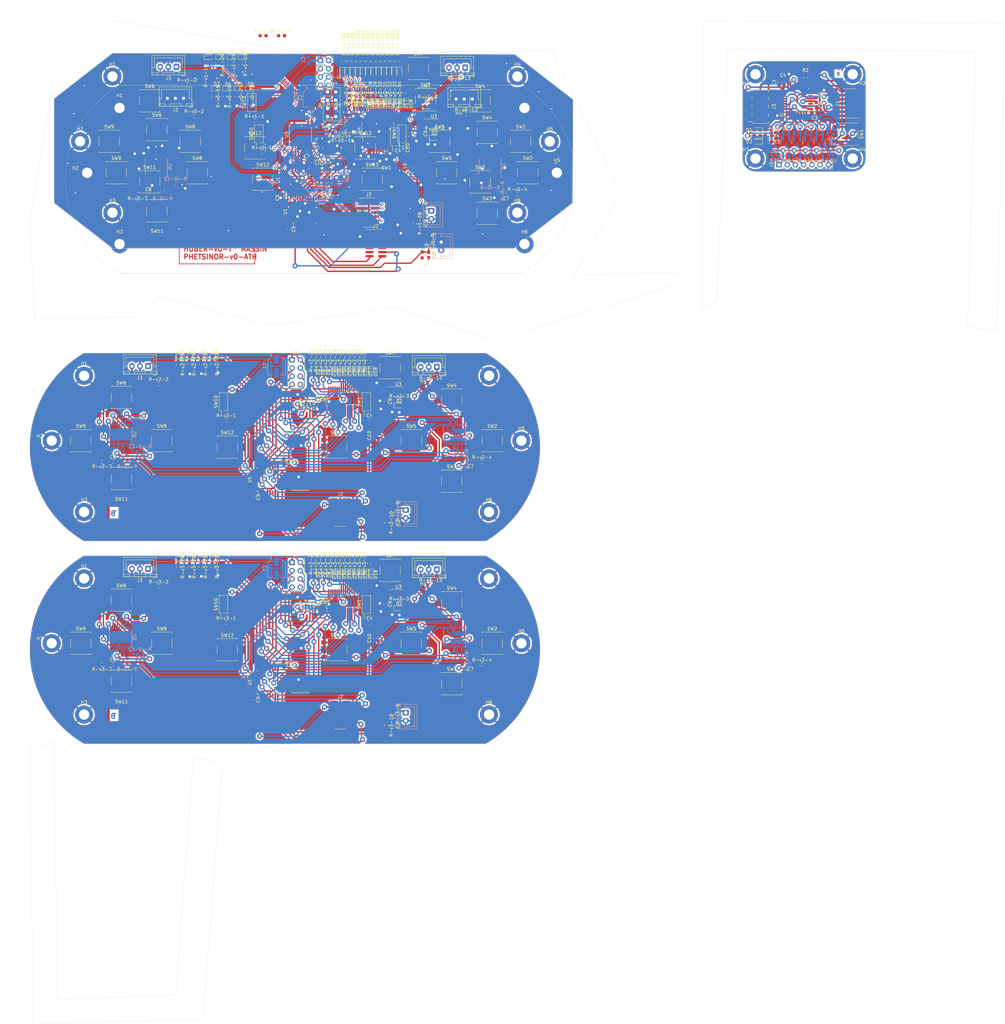
<source format=kicad_pcb>
(kicad_pcb (version 20221018) (generator pcbnew)
  (layers (0 "F.Cu" signal) (31 "B.Cu" signal) (34 "B.Paste" user) (35 "F.Paste" user) (36 "B.SilkS" user "B.Silkscreen") (37 "F.SilkS" user "F.Silkscreen") (38 "B.Mask" user) (39 "F.Mask" user) (44 "Edge.Cuts" user))
  (net 0 "")
  (net 1 "Glob_Alim-v0-")
  (net 2 "GND-v0-")
  (net 3 "POWER-v0-_CHECK-v0-")
  (net 4 "L-v0-i-ion-v0-")
  (net 5 "Net-(C7-Pad1)-v0-")
  (net 6 "Net-(C8-Pad1)-v0-")
  (net 7 "Net-(U3-BP)-v0-")
  (net 8 "Net-(D2-A)-v0-")
  (net 9 "Net-(D3-K)-v0-")
  (net 10 "Net-(D3-A)-v0-")
  (net 11 "Net-(D4-K)-v0-")
  (net 12 "Net-(D4-A)-v0-")
  (net 13 "Net-(D5-K)-v0-")
  (net 14 "Net-(D5-A)-v0-")
  (net 15 "Net-(D6-K)-v0-")
  (net 16 "Net-(D6-A)-v0-")
  (net 17 "Net-(D7-K)-v0-")
  (net 18 "Net-(D7-A)-v0-")
  (net 19 "Net-(D8-K)-v0-")
  (net 20 "Net-(D8-A)-v0-")
  (net 21 "Net-(D9-K)-v0-")
  (net 22 "Net-(D9-A)-v0-")
  (net 23 "Net-(D10-K)-v0-")
  (net 24 "Net-(D10-A)-v0-")
  (net 25 "Net-(D11-K)-v0-")
  (net 26 "Net-(D11-A)-v0-")
  (net 27 "Net-(D12-K)-v0-")
  (net 28 "Net-(D12-A)-v0-")
  (net 29 "Net-(D13-K)-v0-")
  (net 30 "Net-(D13-A)-v0-")
  (net 31 "Net-(D14-K)-v0-")
  (net 32 "Net-(D14-A)-v0-")
  (net 33 "Net-(D15-K)-v0-")
  (net 34 "Net-(D15-A)-v0-")
  (net 35 "Net-(D16-K)-v0-")
  (net 36 "Net-(D16-A)-v0-")
  (net 37 "Net-(D17-K)-v0-")
  (net 38 "Net-(D17-A)-v0-")
  (net 39 "Net-(D18-K)-v0-")
  (net 40 "Net-(D18-A)-v0-")
  (net 43 "SWDIO-v0-")
  (net 44 "SWDCK-v0-")
  (net 48 "R-v0-eset_Buton -v0-")
  (net 49 "USAR-v0-T2_R-v0-X-v0-")
  (net 50 "USAR-v0-T2_TX-v0-")
  (net 51 "R-v0-")
  (net 52 "L-v0-")
  (net 53 "NES{slash}SNES_switcher-v0-")
  (net 54 "DIO{slash}EX_CL-v0-K")
  (net 55 "DIO{slash}EX_SDA-v0-")
  (net 56 "DIODE_OE-v0-")
  (net 57 "Net-(#FL-v0-G05-pwr)")
  (net 58 "A_Button-v0-")
  (net 59 "B_Button-v0-")
  (net 60 "X_Button-v0-")
  (net 61 "Y_Button-v0-")
  (net 62 "UC_Button-v0-")
  (net 63 "Order_Search-v0-")
  (net 64 "L-v0-C_Button")
  (net 65 "R-v0-C_Button")
  (net 66 "DC_Button-v0-")
  (net 67 "ST_Button-v0-")
  (net 68 "SE_Button-v0-")
  (net 73 "Pin_Clock-v0-")
  (net 74 "Digital_Out_Put-v0-")
  (net 75 "MOSI-v0-")
  (net 79 "R-v0-X{slash}TX")
  (net 81 "CSN_nR-v0-F24")
  (net 99 "POWER-v1-_CHECK-v1-")
  (net 100 "GND-v1-")
  (net 101 "L-v1-i-ion-v1-")
  (net 102 "Net-(U3-BP)-v1-")
  (net 103 "Glob_Alim-v1-")
  (net 104 "Net-(D2-A)-v1-")
  (net 105 "Net-(D3-K)-v1-")
  (net 106 "Net-(D3-A)-v1-")
  (net 107 "Net-(D4-K)-v1-")
  (net 108 "Net-(D4-A)-v1-")
  (net 109 "Net-(D5-K)-v1-")
  (net 110 "Net-(D5-A)-v1-")
  (net 111 "Net-(D6-K)-v1-")
  (net 112 "Net-(D6-A)-v1-")
  (net 113 "Net-(D7-K)-v1-")
  (net 114 "Net-(D7-A)-v1-")
  (net 115 "Net-(D8-K)-v1-")
  (net 116 "Net-(D8-A)-v1-")
  (net 117 "Net-(D9-K)-v1-")
  (net 118 "Net-(D9-A)-v1-")
  (net 119 "Net-(D10-K)-v1-")
  (net 120 "Net-(D10-A)-v1-")
  (net 121 "Net-(D11-K)-v1-")
  (net 122 "Net-(D11-A)-v1-")
  (net 123 "Net-(D12-K)-v1-")
  (net 124 "Net-(D12-A)-v1-")
  (net 125 "Net-(D13-K)-v1-")
  (net 126 "Net-(D13-A)-v1-")
  (net 127 "Net-(D14-K)-v1-")
  (net 128 "Net-(D14-A)-v1-")
  (net 129 "Net-(D15-K)-v1-")
  (net 130 "Net-(D15-A)-v1-")
  (net 131 "Net-(D16-K)-v1-")
  (net 132 "Net-(D16-A)-v1-")
  (net 133 "Net-(D17-K)-v1-")
  (net 134 "Net-(D17-A)-v1-")
  (net 135 "Net-(D18-K)-v1-")
  (net 136 "Net-(D18-A)-v1-")
  (net 139 "SWDIO-v1-")
  (net 140 "SWDCK-v1-")
  (net 144 "R-v1-eset_Buton -v1-")
  (net 145 "USAR-v1-T2_R-v1-X-v1-")
  (net 146 "USAR-v1-T2_TX-v1-")
  (net 147 "NES{slash}SNES_switcher-v1-")
  (net 148 "R-v1-")
  (net 149 "A_Button-v1-")
  (net 150 "B_Button-v1-")
  (net 151 "X_Button-v1-")
  (net 152 "Y_Button-v1-")
  (net 153 "UC_Button-v1-")
  (net 154 "L-v1-C_Button-v1-")
  (net 155 "DIODE_SDA-v1-")
  (net 156 "R-v1-C_Button")
  (net 157 "L-v1-")
  (net 158 "DIODE_CL-v1-K")
  (net 159 "DC_Button-v1-")
  (net 160 "DIODE_OE-v1-")
  (net 161 "ST_Button-v1-")
  (net 162 "SE_Button-v1-")
  (net 163 "Order_Search-v1-")
  (net 164 "R-v1-X{slash}TX")
  (net 165 "Net-(C7-Pad1)-v1-")
  (net 166 "Pin_Clock-v1-")
  (net 167 "Digital_Out_Put-v1-")
  (net 168 "MOSI-v1-")
  (net 169 "GPIO_EX_CL-v1-K")
  (net 172 "GPIO_EX_SER-v1-IAL-v1-_DATA")
  (net 173 "Net-(U3-IN)-v1-")
  (net 174 "CSN_nR-v1-F24")
  (net 184 "Glob_Alim-v2-")
  (net 185 "GND-v2-")
  (net 186 "POWER-v2-_CHECK-v2-")
  (net 187 "L-v2-i-ion-v2-")
  (net 188 "Net-(C7-Pad1)-v2-")
  (net 189 "Net-(C8-Pad1)-v2-")
  (net 190 "Net-(U3-BP)-v2-")
  (net 191 "Net-(D2-A)-v2-")
  (net 192 "Net-(D3-K)-v2-")
  (net 193 "Net-(D3-A)-v2-")
  (net 194 "Net-(D4-K)-v2-")
  (net 195 "Net-(D4-A)-v2-")
  (net 196 "Net-(D5-K)-v2-")
  (net 197 "Net-(D5-A)-v2-")
  (net 198 "Net-(D6-K)-v2-")
  (net 199 "Net-(D6-A)-v2-")
  (net 200 "Net-(D7-K)-v2-")
  (net 201 "Net-(D7-A)-v2-")
  (net 202 "Net-(D8-K)-v2-")
  (net 203 "Net-(D8-A)-v2-")
  (net 204 "Net-(D9-K)-v2-")
  (net 205 "Net-(D9-A)-v2-")
  (net 206 "Net-(D10-K)-v2-")
  (net 207 "Net-(D10-A)-v2-")
  (net 208 "Net-(D11-K)-v2-")
  (net 209 "Net-(D11-A)-v2-")
  (net 210 "Net-(D12-K)-v2-")
  (net 211 "Net-(D12-A)-v2-")
  (net 212 "Net-(D13-K)-v2-")
  (net 213 "Net-(D13-A)-v2-")
  (net 214 "Net-(D14-K)-v2-")
  (net 215 "Net-(D14-A)-v2-")
  (net 216 "Net-(D15-K)-v2-")
  (net 217 "Net-(D15-A)-v2-")
  (net 218 "Net-(D16-K)-v2-")
  (net 219 "Net-(D16-A)-v2-")
  (net 220 "Net-(D17-K)-v2-")
  (net 221 "Net-(D17-A)-v2-")
  (net 222 "Net-(D18-K)-v2-")
  (net 223 "Net-(D18-A)-v2-")
  (net 226 "SWDIO-v2-")
  (net 227 "SWDCK-v2-")
  (net 231 "R-v2-eset_Buton -v2-")
  (net 232 "USAR-v2-T2_R-v2-X-v2-")
  (net 233 "USAR-v2-T2_TX-v2-")
  (net 234 "R-v2-")
  (net 235 "L-v2-")
  (net 236 "NES{slash}SNES_switcher-v2-")
  (net 237 "DIO{slash}EX_CL-v2-K")
  (net 238 "DIO{slash}EX_SDA-v2-")
  (net 239 "DIODE_OE-v2-")
  (net 240 "Net-(#FL-v2-G05-pwr)")
  (net 241 "A_Button-v2-")
  (net 242 "B_Button-v2-")
  (net 243 "X_Button-v2-")
  (net 244 "Y_Button-v2-")
  (net 245 "UC_Button-v2-")
  (net 246 "Order_Search-v2-")
  (net 247 "L-v2-C_Button")
  (net 248 "R-v2-C_Button")
  (net 249 "DC_Button-v2-")
  (net 250 "ST_Button-v2-")
  (net 251 "SE_Button-v2-")
  (net 256 "Pin_Clock-v2-")
  (net 257 "Digital_Out_Put-v2-")
  (net 258 "MOSI-v2-")
  (net 262 "R-v2-X{slash}TX")
  (net 264 "CSN_nR-v2-F24")
  (net 282 "Glob_Alim-v3-")
  (net 283 "GND-v3-")
  (net 284 "POWER-v3-_CHECK-v3-")
  (net 285 "L-v3-i-ion-v3-")
  (net 286 "Net-(C7-Pad1)-v3-")
  (net 287 "Net-(C8-Pad1)-v3-")
  (net 288 "Net-(U3-BP)-v3-")
  (net 289 "Net-(D2-A)-v3-")
  (net 290 "Net-(D3-K)-v3-")
  (net 291 "Net-(D3-A)-v3-")
  (net 292 "Net-(D4-K)-v3-")
  (net 293 "Net-(D4-A)-v3-")
  (net 294 "Net-(D5-K)-v3-")
  (net 295 "Net-(D5-A)-v3-")
  (net 296 "Net-(D6-K)-v3-")
  (net 297 "Net-(D6-A)-v3-")
  (net 298 "Net-(D7-K)-v3-")
  (net 299 "Net-(D7-A)-v3-")
  (net 300 "Net-(D8-K)-v3-")
  (net 301 "Net-(D8-A)-v3-")
  (net 302 "Net-(D9-K)-v3-")
  (net 303 "Net-(D9-A)-v3-")
  (net 304 "Net-(D10-K)-v3-")
  (net 305 "Net-(D10-A)-v3-")
  (net 306 "Net-(D11-K)-v3-")
  (net 307 "Net-(D11-A)-v3-")
  (net 308 "Net-(D12-K)-v3-")
  (net 309 "Net-(D12-A)-v3-")
  (net 310 "Net-(D13-K)-v3-")
  (net 311 "Net-(D13-A)-v3-")
  (net 312 "Net-(D14-K)-v3-")
  (net 313 "Net-(D14-A)-v3-")
  (net 314 "Net-(D15-K)-v3-")
  (net 315 "Net-(D15-A)-v3-")
  (net 316 "Net-(D16-K)-v3-")
  (net 317 "Net-(D16-A)-v3-")
  (net 318 "Net-(D17-K)-v3-")
  (net 319 "Net-(D17-A)-v3-")
  (net 320 "Net-(D18-K)-v3-")
  (net 321 "Net-(D18-A)-v3-")
  (net 324 "SWDIO-v3-")
  (net 325 "SWDCK-v3-")
  (net 329 "R-v3-eset_Buton -v3-")
  (net 330 "USAR-v3-T2_R-v3-X-v3-")
  (net 331 "USAR-v3-T2_TX-v3-")
  (net 332 "R-v3-")
  (net 333 "L-v3-")
  (net 334 "NES{slash}SNES_switcher-v3-")
  (net 335 "DIO{slash}EX_CL-v3-K")
  (net 336 "DIO{slash}EX_SDA-v3-")
  (net 337 "DIODE_OE-v3-")
  (net 338 "Net-(#FL-v3-G05-pwr)")
  (net 339 "A_Button-v3-")
  (net 340 "B_Button-v3-")
  (net 341 "X_Button-v3-")
  (net 342 "Y_Button-v3-")
  (net 343 "UC_Button-v3-")
  (net 344 "Order_Search-v3-")
  (net 345 "L-v3-C_Button")
  (net 346 "R-v3-C_Button")
  (net 347 "DC_Button-v3-")
  (net 348 "ST_Button-v3-")
  (net 349 "SE_Button-v3-")
  (net 354 "Pin_Clock-v3-")
  (net 355 "Digital_Out_Put-v3-")
  (net 356 "MOSI-v3-")
  (net 360 "R-v3-X{slash}TX")
  (net 362 "CSN_nR-v3-F24")
  (net 380 "+5V-v6-")
  (net 381 "GND-v6-")
  (net 382 "+3.3V-v6-")
  (net 383 "Net-(D1-K)-v6-")
  (net 385 "Net-(D3-K)-v6-")
  (net 386 "Status_LED-v6-")
  (net 387 "Data_Clock_SNES-v6-")
  (net 388 "Data_Latch_SNES-v6-")
  (net 389 "Net-(D2-K)-v6-")
  (net 390 "Serial_Data1_SNES-v6-")
  (net 391 "Serial_Data2_SNES-v6-")
  (net 392 "SPI_Chip_Select-v6-")
  (net 393 "Chip_Enable-v6-")
  (net 394 "SPI_Digital_Input-v6-")
  (net 395 "SPI_Clock-v6-")
  (net 396 "SPI_Digital_Output-v6-")
  (net 397 "IOBit_SNES-v6-")
  (net 398 "Data_Clock_STM32-v6-")
  (net 399 "Data_Latch_STM32-v6-")
  (net 400 "Appairing_Btn-v6-")
  (net 401 "Net-(U2-BP)-v6-")
  (net 402 "SWDIO-v6-")
  (net 403 "SWDCK-v6-")
  (net 406 "NRST-v6-")
  (net 407 "USART2_RX-v6-")
  (net 408 "USART2_TX-v6-")
  (net 409 "Serial_Data1_STM32-v6-")
  (net 410 "IOBit_STM32-v6-")
  (net 411 "Serial_Data2_STM32-v6-")
  (footprint "R-v2-esistor_SMD:R-v2-_0603_1608Metric_Pad0.98x0.95mm_HandSolder" (layer "F.Cu") (at 90.888222 106.0625 90)
    (fp_text reference "R-v2-24")
    (fp_text value "1K")
  )
  (footprint "L-v2-ED_SMD:L-v2-ED_0603_1608Metric_Pad1.05x0.95mm_HandSolder" (layer "F.Cu") (at 51.488222 104.75)
    (fp_text reference "D4")
    (fp_text value "G2")
  )
  (footprint "MountingHole:MountingHole_3.2mm_M3_DIN965_Pad" (layer "F.Cu") (at 153.938491 28.132725)
    (fp_text reference "H4")
    (fp_text value "MountingHole_Pad")
  )
  (footprint "R-v3-esistor_SMD:R-v3-_0603_1608Metric_Pad0.98x0.95mm_HandSolder" (layer "F.Cu") (at 40.988222 175.75)
    (fp_text reference "R-v3-2")
    (fp_text value "1K")
  )
  (footprint "Resistor_SMD:R_0603_1608Metric_Pad0.98x0.95mm_HandSolder" (layer "F.Cu") (at 240.67 18.82 90)
    (fp_text reference "R2")
    (fp_text value "10k")
  )
  (footprint "Button_Switch_SMD:SW_SPST_B3S-1000" (layer "F.Cu") (at 70.75 40.449994)
    (fp_text reference "SW12")
    (fp_text value "SW_Push")
  )
  (footprint "R-v3-esistor_SMD:R-v3-_0603_1608Metric_Pad0.98x0.95mm_HandSolder" (layer "F.Cu") (at 86.798222 181.85 180)
    (fp_text reference "R-v3-11")
    (fp_text value "10K")
  )
  (footprint "MountingHole:MountingHole_3.2mm_M3_DIN965_Pad" (layer "F.Cu") (at 17.988222 152.75)
    (fp_text reference "H3")
    (fp_text value "MountingHole_Pad")
  )
  (footprint "R-v1-esistor_SMD:R-v1-_0603_1608Metric_Pad0.98x0.95mm_HandSolder" (layer "F.Cu") (at 78.95 5.849994)
    (fp_text reference "R-v1-5")
    (fp_text value "1K")
  )
  (footprint "L-v0-ED_SMD:L-v0-ED_0603_1608Metric_Pad1.05x0.95mm_HandSolder" (layer "F.Cu") (at 58.938491 22.132725)
    (fp_text reference "D3")
    (fp_text value "G1")
  )
  (footprint "L-v3-ED_SMD:L-v3-ED_0603_1608Metric_Pad1.05x0.95mm_HandSolder" (layer "F.Cu") (at 47.988222 167.25)
    (fp_text reference "D3")
    (fp_text value "G1")
  )
  (footprint "MountingHole:MountingHole_3.2mm_M3_DIN965_Pad" (layer "F.Cu") (at 255.25 43.75)
    (fp_text reference "H4")
    (fp_text value "MountingHole_Pad")
  )
  (footprint "L-v1-ED_SMD:L-v1-ED_0603_1608Metric_Pad1.05x0.95mm_HandSolder" (layer "F.Cu") (at 124.01 27.649994)
    (fp_text reference "D2")
    (fp_text value "L-v1-ED_Small")
  )
  (footprint "R-v2-esistor_SMD:R-v2-_0603_1608Metric_Pad0.98x0.95mm_HandSolder" (layer "F.Cu") (at 105.888222 106.0625 90)
    (fp_text reference "R-v2-34")
    (fp_text value "1K")
  )
  (footprint "L-v0-ED_SMD:L-v0-ED_0603_1608Metric_Pad1.05x0.95mm_HandSolder" (layer "F.Cu") (at 69.438491 22.132725)
    (fp_text reference "D6")
    (fp_text value "G4")
  )
  (footprint "R-v0-esistor_SMD:R-v0-_0603_1608Metric_Pad0.98x0.95mm_HandSolder" (layer "F.Cu") (at 115.338491 23.445225 90)
    (fp_text reference "R-v0-33")
    (fp_text value "1K")
  )
  (footprint "R-v3-esistor_SMD:R-v3-_0603_1608Metric_Pad0.98x0.95mm_HandSolder" (layer "F.Cu") (at 92.358222 168.5625 90)
    (fp_text reference "R-v3-25")
    (fp_text value "1K")
  )
  (footprint "R-v2-esistor_SMD:R-v2-_0603_1608Metric_Pad0.98x0.95mm_HandSolder" (layer "F.Cu") (at 47.013222 107.225 -90)
    (fp_text reference "R-v2-18")
    (fp_text value "1K")
  )
  (footprint "R-v0-esistor_SMD:R-v0-_0603_1608Metric_Pad0.98x0.95mm_HandSolder" (layer "F.Cu") (at 122.338491 73.470225 -90)
    (fp_text reference "R-v0-10")
    (fp_text value "1M")
  )
  (footprint "Capacitor_SMD:C_0603_1608Metric_Pad1.08x0.95mm_HandSolder" (layer "F.Cu") (at 81.212222 137.222 -90)
    (fp_text reference "C6")
    (fp_text value "10u")
  )
  (footprint "Resistor_SMD:R_0603_1608Metric_Pad0.98x0.95mm_HandSolder" (layer "F.Cu") (at 229.26875 38.55)
    (fp_text reference "R3")
    (fp_text value "1k")
  )
  (footprint "MountingHole:MountingHole_3.2mm_M3_DIN965_Pad" (layer "F.Cu") (at 17.988222 215.25)
    (fp_text reference "H3")
    (fp_text value "MountingHole_Pad")
  )
  (footprint "Button_Switch_SMD:SW_SPST_B3S-1000" (layer "F.Cu") (at 16.988222 130.75)
    (fp_text reference "SW9")
    (fp_text value "SW_Push")
  )
  (footprint "R-v2-esistor_SMD:R-v2-_0603_1608Metric_Pad0.98x0.95mm_HandSolder" (layer "F.Cu") (at 92.358222 106.0625 90)
    (fp_text reference "R-v2-25")
    (fp_text value "1K")
  )
  (footprint "L-v2-ED_SMD:L-v2-ED_0603_1608Metric_Pad1.05x0.95mm_HandSolder" (layer "F.Cu") (at 96.948222 109.5625 -90)
    (fp_text reference "D12")
    (fp_text value "O2")
  )
  (footprint "Button_Switch_SMD:SW_DIP_SPSTx01_Slide_Copal_CHS-01B_W7.62mm_P1.27mm" (layer "F.Cu") (at 60.988222 118.75 90)
    (fp_text reference "SW10")
    (fp_text value "SW_DIP_x01")
  )
  (footprint "MountingHole:MountingHole_3.2mm_M3_DIN965_Pad" (layer "F.Cu") (at 142.988222 110.75)
    (fp_text reference "H4")
    (fp_text value "MountingHole_Pad")
  )
  (footprint "L-v1-ED_SMD:L-v1-ED_0603_1608Metric_Pad1.05x0.95mm_HandSolder" (layer "F.Cu") (at 97.675 17.274994 -90)
    (fp_text reference "D7")
    (fp_text value "G5")
  )
  (footprint "Button_Switch_SMD:SW_SPST_B3S-1000" (layer "F.Cu") (at 127.75 38.449994)
    (fp_text reference "SW5")
    (fp_text value "SW_Push")
  )
  (footprint "Capacitor_SMD:C_0603_1608Metric_Pad1.08x0.95mm_HandSolder" (layer "F.Cu") (at 81.240491 65.526725 -90)
    (fp_text reference "C5")
    (fp_text value "100n")
  )
  (footprint "Package_QFP:L-v2-QFP-32_7x7mm_P0.8mm" (layer "F.Cu") (at 74.988222 142.75 90)
    (fp_text reference "U1")
    (fp_text value "STM32L-v2-412KBTx")
  )
  (footprint "R-v0-esistor_SMD:R-v0-_0603_1608Metric_Pad0.98x0.95mm_HandSolder" (layer "F.Cu") (at 104.838491 23.445225 90)
    (fp_text reference "R-v0-26")
    (fp_text value "1K")
  )
  (footprint "R-v1-esistor_SMD:R-v1-_0603_1608Metric_Pad0.98x0.95mm_HandSolder" (layer "F.Cu") (at 104.15 13.762494 90)
    (fp_text reference "R-v1-27")
    (fp_text value "1K")
  )
  (footprint "Capacitor_SMD:C_0603_1608Metric_Pad1.08x0.95mm_HandSolder" (layer "F.Cu") (at 26.896198 137.3)
    (fp_text reference "C8")
    (fp_text value "100nF")
  )
  (footprint "Button_Switch_SMD:SW_SPST_B3S-1000" (layer "F.Cu") (at 104.75 40.449994)
    (fp_text reference "SW13")
    (fp_text value "SW_Push")
  )
  (footprint "Package_QFP:L-v1-QFP-32_7x7mm_P0.8mm" (layer "F.Cu") (at 83.75 50.449994 90)
    (fp_text reference "U1")
    (fp_text value "STM32L-v1-412KBTx")
  )
  (footprint "Package_QFP:L-v0-QFP-32_7x7mm_P0.8mm" (layer "F.Cu") (at 85.938491 60.132725 90)
    (fp_text reference "U1")
    (fp_text value "STM32L-v0-412KBTx")
  )
  (footprint "Capacitor_SMD:C_0603_1608Metric_Pad1.08x0.95mm_HandSolder" (layer "F.Cu") (at 111.038222 181.15 -90)
    (fp_text reference "C9")
    (fp_text value "470p")
  )
  (footprint "R-v0-esistor_SMD:R-v0-_0603_1608Metric_Pad0.98x0.95mm_HandSolder" (layer "F.Cu") (at 98.748491 34.232725 180)
    (fp_text reference "R-v0-16")
    (fp_text value "10K")
  )
  (footprint "MountingHole:MountingHole_3.2mm_M3_DIN965_Pad" (layer "F.Cu") (at 255.25 17.75)
    (fp_text reference "H2")
    (fp_text value "MountingHole_Pad")
  )
  (footprint "R-v2-esistor_SMD:R-v2-_0603_1608Metric_Pad0.98x0.95mm_HandSolder" (layer "F.Cu") (at 113.388222 152.55 -90)
    (fp_text reference "R-v2-9")
    (fp_text value "1M")
  )
  (footprint "R-v3-esistor_SMD:R-v3-_0603_1608Metric_Pad0.98x0.95mm_HandSolder" (layer "F.Cu") (at 85.798222 183.35)
    (fp_text reference "R-v3-14")
    (fp_text value "10K")
  )
  (footprint "L-v2-ED_SMD:L-v2-ED_0603_1608Metric_Pad1.05x0.95mm_HandSolder" (layer "F.Cu") (at 100.163222 109.55 -90)
    (fp_text reference "D14")
    (fp_text value "O4")
  )
  (footprint "MountingHole:MountingHole_3.2mm_M3_DIN965_Pad" (layer "F.Cu") (at 225.25 43.75)
    (fp_text reference "H3")
    (fp_text value "MountingHole_Pad")
  )
  (footprint "L-v3-ED_SMD:L-v3-ED_0603_1608Metric_Pad1.05x0.95mm_HandSolder" (layer "F.Cu") (at 51.488222 167.25)
    (fp_text reference "D4")
    (fp_text value "G2")
  )
  (footprint "Connector_PinSocket_2.54mm:PinSocket_2x04_P2.54mm_Vertical_SMD" (layer "F.Cu") (at 226.75 27.75 180)
    (fp_text reference "J3")
    (fp_text value "Conn_01x08_Socket")
  )
  (footprint "L-v3-ED_SMD:L-v3-ED_0603_1608Metric_Pad1.05x0.95mm_HandSolder" (layer "F.Cu") (at 96.948222 172.0625 -90)
    (fp_text reference "D12")
    (fp_text value "O2")
  )
  (footprint "L-v2-ED_SMD:L-v2-ED_0603_1608Metric_Pad1.05x0.95mm_HandSolder" (layer "F.Cu") (at 88.913222 109.575 -90)
    (fp_text reference "D7")
    (fp_text value "G5")
  )
  (footprint "Package_SO:MSOP-8_3x3mm_P0.65mm" (layer "F.Cu") (at 123.75 23.449994)
    (fp_text reference "U3")
    (fp_text value "MIC5219-3.3YMM")
  )
  (footprint "L-v3-ED_SMD:L-v3-ED_0603_1608Metric_Pad1.05x0.95mm_HandSolder" (layer "F.Cu") (at 106.588222 172.05 -90)
    (fp_text reference "D18")
    (fp_text value "R-v3-4")
  )
  (footprint "R-v3-esistor_SMD:R-v3-_0603_1608Metric_Pad0.98x0.95mm_HandSolder" (layer "F.Cu") (at 50.513222 169.75 -90)
    (fp_text reference "R-v3-20")
    (fp_text value "1K")
  )
  (footprint "L-v0-ED_SMD:L-v0-ED_0603_1608Metric_Pad1.05x0.95mm_HandSolder" (layer "F.Cu") (at 62.438491 22.132725)
    (fp_text reference "D4")
    (fp_text value "G2")
  )
  (footprint "L-v1-ED_SMD:L-v1-ED_0603_1608Metric_Pad1.05x0.95mm_HandSolder" (layer "F.Cu") (at 108.925 17.249994 -90)
    (fp_text reference "D14")
    (fp_text value "O4")
  )
  (footprint "Connector_JST:JST_XH_B3B-XH-A_1x03_P2.50mm_Vertical" (layer "F.Cu") (at 135.654 15.711994 180)
    (fp_text reference "J4")
    (fp_text value "Conn_01x03")
  )
  (footprint "L-v3-ED_SMD:L-v3-ED_0603_1608Metric_Pad1.05x0.95mm_HandSolder" (layer "F.Cu") (at 115.248222 182.45)
    (fp_text reference "D2")
    (fp_text value "L-v3-ED_Small")
  )
  (footprint "R-v0-esistor_SMD:R-v0-_0603_1608Metric_Pad0.98x0.95mm_HandSolder" (layer "F.Cu") (at 64.988491 24.607725 -90)
    (fp_text reference "R-v0-21")
    (fp_text value "1K")
  )
  (footprint "Connector_PinHeader_2.54mm:PinHeader_1x07_P2.54mm_Vertical" (layer "F.Cu") (at 232.5 45.65 90)
    (fp_text reference "J2")
    (fp_text value "Conn_01x07_Socket")
  )
  (footprint "L-v0-ED_SMD:L-v0-ED_0603_1608Metric_Pad1.05x0.95mm_HandSolder" (layer "F.Cu") (at 104.663491 26.957725 -90)
    (fp_text reference "D10")
    (fp_text value "G8")
  )
  (footprint "R-v3-esistor_SMD:R-v3-_0603_1608Metric_Pad0.98x0.95mm_HandSolder" (layer "F.Cu") (at 111.388222 218.5875 -90)
    (fp_text reference "R-v3-10")
    (fp_text value "1M")
  )
  (footprint "R-v2-esistor_SMD:R-v2-_0603_1608Metric_Pad0.98x0.95mm_HandSolder" (layer "F.Cu") (at 98.388222 106.0625 90)
    (fp_text reference "R-v2-29")
    (fp_text value "1K")
  )
  (footprint "R-v0-esistor_SMD:R-v0-_0603_1608Metric_Pad0.98x0.95mm_HandSolder" (layer "F.Cu") (at 107.838491 23.445225 90)
    (fp_text reference "R-v0-28")
    (fp_text value "1K")
  )
  (footprint "R-v0-esistor_SMD:R-v0-_0603_1608Metric_Pad0.98x0.95mm_HandSolder" (layer "F.Cu") (at 151.750515 54.682725)
    (fp_text reference "R-v0-4")
    (fp_text value "1k")
  )
  (footprint "R-v3-esistor_SMD:R-v3-_0603_1608Metric_Pad0.98x0.95mm_HandSolder" (layer "F.Cu") (at 113.388222 215.05 -90)
    (fp_text reference "R-v3-9")
    (fp_text value "1M")
  )
  (footprint "Capacitor_SMD:C_0603_1608Metric_Pad1.08x0.95mm_HandSolder" (layer "F.Cu") (at 232.55 20.25 90)
    (fp_text reference "C1")
    (fp_text value "10u")
  )
  (footprint "Button_Switch_SMD:SW_SPST_B3S-1000" (layer "F.Cu") (at 152.75 38.449994)
    (fp_text reference "SW2")
    (fp_text value "SW_Push")
  )
  (footprint "L-v0-ED_SMD:L-v0-ED_0603_1608Metric_Pad1.05x0.95mm_HandSolder" (layer "F.Cu") (at 106.263491 26.957725 -90)
    (fp_text reference "D11")
    (fp_text value "O1")
  )
  (footprint "Connector_PinHeader_1.27mm:PinHeader_2x07_P1.27mm_Vertical_SMD" (layer "F.Cu") (at 105.875 60.389994)
    (fp_text reference "J2")
    (fp_text value "Conn_02x07_Odd_Even")
  )
  (footprint "L-v2-ED_SMD:L-v2-ED_0603_1608Metric_Pad1.05x0.95mm_HandSolder" (layer "F.Cu") (at 98.563222 109.55 -90)
    (fp_text reference "D13")
    (fp_text value "O3")
  )
  (footprint "Button_Switch_SMD:SW_DIP_SPSTx01_Slide_Copal_CHS-01B_W7.62mm_P1.27mm" (layer "F.Cu") (at 105.158222 118.75 90)
    (fp_text reference "SW1")
    (fp_text value "SW_DIP_x01")
  )
  (footprint "MountingHole:MountingHole_3.2mm_M3_DIN965_Pad" (layer "F.Cu") (at 28.938491 70.132725)
    (fp_text reference "H3")
    (fp_text value "MountingHole_Pad")
  )
  (footprint "L-v1-ED_SMD:L-v1-ED_0603_1608Metric_Pad1.05x0.95mm_HandSolder" (layer "F.Cu") (at 104.075 17.274994 -90)
    (fp_text reference "D11")
    (fp_text value "O1")
  )
  (footprint "MountingHole:MountingHole_3.2mm_M3_DIN965_Pad" (layer "F.Cu") (at 225.25 17.75)
    (fp_text reference "H1")
    (fp_text value "MountingHole_Pad")
  )
  (footprint "Capacitor_SMD:C_0603_1608Metric_Pad1.08x0.95mm_HandSolder" (layer "F.Cu") (at 113.388222 156.0875 -90)
    (fp_text reference "C2")
    (fp_text value "1nF")
  )
  (footprint "Button_Switch_SMD:SW_SPST_B3S-1000" (layer "F.Cu") (at 118.988222 130.75)
    (fp_text reference "SW5")
    (fp_text value "SW_Push")
  )
  (footprint "Capacitor_SMD:C_0603_1608Metric_Pad1.08x0.95mm_HandSolder" (layer "F.Cu") (at 37.846467 54.682725)
    (fp_text reference "C8")
    (fp_text value "100nF")
  )
  (footprint "Connector_JST:JST_XH_B3B-XH-A_1x03_P2.50mm_Vertical" (layer "F.Cu") (at 37.738222 170.275 180)
    (fp_text reference "J3")
    (fp_text value "Conn_01x03")
  )
  (footprint "R-v2-esistor_SMD:R-v2-_0603_1608Metric_Pad0.98x0.95mm_HandSolder" (layer "F.Cu") (at 99.888222 106.0625 90)
    (fp_text reference "R-v2-30")
    (fp_text value "1K")
  )
  (footprint "L-v2-ED_SMD:L-v2-ED_0603_1608Metric_Pad1.05x0.95mm_HandSolder" (layer "F.Cu") (at 54.988222 104.75)
    (fp_text reference "D5")
    (fp_text value "G3")
  )
  (footprint "Capacitor_SMD:C_0603_1608Metric_Pad1.08x0.95mm_HandSolder" (layer "F.Cu") (at 119.933491 46.615225 -90)
    (fp_text reference "C10")
    (fp_text value "100nF")
  )
  (footprint "R-v2-esistor_SMD:R-v2-_0603_1608Metric_Pad0.98x0.95mm_HandSolder" (layer "F.Cu") (at 87.798222 116.85 180)
    (fp_text reference "R-v2-16")
    (fp_text value "10K")
  )
  (footprint "Capacitor_SMD:C_0603_1608Metric_Pad1.08x0.95mm_HandSolder" (layer "F.Cu") (at 111.038222 118.65 -90)
    (fp_text reference "C9")
    (fp_text value "470p")
  )
  (footprint "R-v1-esistor_SMD:R-v1-_0603_1608Metric_Pad0.98x0.95mm_HandSolder" (layer "F.Cu") (at 111.65 13.762494 90)
    (fp_text reference "R-v1-32")
    (fp_text value "1K")
  )
  (footprint "R-v0-esistor_SMD:R-v0-_0603_1608Metric_Pad0.98x0.95mm_HandSolder" (layer "F.Cu") (at 96.748491 38.232725)
    (fp_text reference "R-v0-14")
    (fp_text value "10K")
  )
  (footprint "L-v3-ED_SMD:L-v3-ED_0603_1608Metric_Pad1.05x0.95mm_HandSolder" (layer "F.Cu") (at 101.763222 172.05 -90)
    (fp_text reference "D15")
    (fp_text value "R-v3-1")
  )
  (footprint "R-v3-esistor_SMD:R-v3-_0603_1608Metric_Pad0.98x0.95mm_HandSolder" (layer "F.Cu") (at 93.888222 168.5625 90)
    (fp_text reference "R-v3-26")
    (fp_text value "1K")
  )
  (footprint "R-v2-esistor_SMD:R-v2-_0603_1608Metric_Pad0.98x0.95mm_HandSolder" (layer "F.Cu") (at 101.388222 106.0625 90)
    (fp_text reference "R-v2-31")
    (fp_text value "1K")
  )
  (footprint "Capacitor_SMD:C_0603_1608Metric_Pad1.08x0.95mm_HandSolder" (layer "F.Cu") (at 90.638491 54.604725 -90)
    (fp_text reference "C3")
    (fp_text value "100n")
  )
  (footprint "Button_Switch_SMD:SW_SPST_B3S-1000" (layer "F.Cu") (at 112.488222 170.75)
    (fp_text reference "SW7")
    (fp_text value "SW_SPST")
  )
  (footprint "Button_Switch_SMD:SW_SPST_B3S-1000" (layer "F.Cu") (at 27.938491 48.132725)
    (fp_text reference "SW9")
    (fp_text value "SW_Push")
  )
  (footprint "L-v3-ED_SMD:L-v3-ED_0603_1608Metric_Pad1.05x0.95mm_HandSolder" (layer "F.Cu") (at 90.512222 172.075 -90)
    (fp_text reference "D8")
    (fp_text value "G6")
  )
  (footprint "Button_Switch_SMD:SW_SPST_B3S-1000" (layer "F.Cu") (at 40.438491 34.832725)
    (fp_text reference "SW6")
    (fp_text value "SW_Push")
  )
  (footprint "R-v2-esistor_SMD:R-v2-_0603_1608Metric_Pad0.98x0.95mm_HandSolder" (layer "F.Cu") (at 96.888222 106.0625 90)
    (fp_text reference "R-v2-28")
    (fp_text value "1K")
  )
  (footprint "Button_Switch_SMD:SW_SPST_B3S-1000" (layer "F.Cu") (at 118.988222 193.25)
    (fp_text reference "SW5")
    (fp_text value "SW_Push")
  )
  (footprint "L-v3-ED_SMD:L-v3-ED_0603_1608Metric_Pad1.05x0.95mm_HandSolder" (layer "F.Cu") (at 98.563222 172.05 -90)
    (fp_text reference "D13")
    (fp_text value "O3")
  )
  (footprint "Package_SO:TSSOP-28_4.4x9.7mm_P0.65mm" (layer "F.Cu") (at 106.484 25.363994 90)
    (fp_text reference "U4")
    (fp_text value "PCA9685PW")
  )
  (footprint "L-v1-ED_SMD:L-v1-ED_0603_1608Metric_Pad1.05x0.95mm_HandSolder" (layer "F.Cu") (at 112.125 17.249994 -90)
    (fp_text reference "D16")
    (fp_text value "R-v1-2")
  )
  (footprint "R-v3-esistor_SMD:R-v3-_0603_1608Metric_Pad0.98x0.95mm_HandSolder" (layer "F.Cu") (at 99.888222 168.5625 90)
    (fp_text reference "R-v3-30")
    (fp_text value "1K")
  )
  (footprint "R-v2-esistor_SMD:R-v2-_0603_1608Metric_Pad0.98x0.95mm_HandSolder" (layer "F.Cu") (at 140.800246 137.3)
    (fp_text reference "R-v2-4")
    (fp_text value "1k")
  )
  (footprint "R-v0-esistor_SMD:R-v0-_0603_1608Metric_Pad0.98x0.95mm_HandSolder" (layer "F.Cu") (at 68.538491 24.557725 -90)
    (fp_text reference "R-v0-22")
    (fp_text value "1K")
  )
  (footprint "Package_SO:TSSOP-28_4.4x9.7mm_P0.65mm" (layer "F.Cu") (at 108.672491 35.046725 90)
    (fp_text reference "U4")
    (fp_text value "PCA9685PW")
  )
  (footprint "Connector_PinHeader_1.27mm:PinHeader_2x07_P1.27mm_Vertical_SMD" (layer "F.Cu") (at 97.113222 215.19)
    (fp_text reference "J2")
    (fp_text value "Conn_02x07_Odd_Even")
  )
  (footprint "R-v2-esistor_SMD:R-v2-_0603_1608Metric_Pad0.98x0.95mm_HandSolder" (layer "F.Cu") (at 89.388222 106.0625 90)
    (fp_text reference "R-v2-23")
    (fp_text value "1K")
  )
  (footprint "R-v2-esistor_SMD:R-v2-_0603_1608Metric_Pad0.98x0.95mm_HandSolder" (layer "F.Cu") (at 115.248222 118.426)
    (fp_text reference "R-v2-3")
    (fp_text value "1K")
  )
  (footprint "R-v0-esistor_SMD:R-v0-_0603_1608Metric_Pad0.98x0.95mm_HandSolder" (layer "F.Cu") (at 124.338491 69.932725 -90)
    (fp_text reference "R-v0-9")
    (fp_text value "1M")
  )
  (footprint "R-v1-esistor_SMD:R-v1-_0603_1608Metric_Pad0.98x0.95mm_HandSolder" (layer "F.Cu") (at 70.6 32.149994)
    (fp_text reference "R-v1-1")
    (fp_text value "1K")
  )
  (footprint "Button_Switch_SMD:SW_SPST_B3S-1000" (layer "F.Cu") (at 143.988222 193.25)
    (fp_text reference "SW2")
    (fp_text value "SW_Push")
  )
  (footprint "Button_Switch_SMD:SW_SPST_B3S-1000" (layer "F.Cu") (at 62.198222 132.75)
    (fp_text reference "SW12")
    (fp_text value "SW_Push")
  )
  (footprint "Button_Switch_SMD:SW_SPST_B3S-1000" (layer "F.Cu") (at 29.488222 179.95)
    (fp_text reference "SW6")
    (fp_text value "SW_Push")
  )
  (footprint "Button_Switch_SMD:SW_SPST_B3S-1000" (layer "F.Cu") (at 29.488222 117.45)
    (fp_text reference "SW6")
    (fp_text value "SW_Push")
  )
  (footprint "Button_Switch_SMD:SW_SPST_B3S-1000" (layer "F.Cu") (at 38.25 50.949994)
    (fp_text reference "SW11")
    (fp_text value "SW_Push")
  )
  (footprint "L-v1-ED_SMD:L-v1-ED_0603_1608Metric_Pad1.05x0.95mm_HandSolder" (layer "F.Cu") (at 115.35 17.249994 -90)
    (fp_text reference "D18")
    (fp_text value "R-v1-4")
  )
  (footprint "Capacitor_SMD:C_0603_1608Metric_Pad1.08x0.95mm_HandSolder" (layer "F.Cu") (at 234.05 20.25 90)
    (fp_text reference "C4")
    (fp_text value "100n")
  )
  (footprint "L-v0-ED_SMD:L-v0-ED_0603_1608Metric_Pad1.05x0.95mm_HandSolder" (layer "F.Cu") (at 99.863491 26.957725 -90)
    (fp_text reference "D7")
    (fp_text value "G5")
  )
  (footprint "R-v1-esistor_SMD:R-v1-_0603_1608Metric_Pad0.98x0.95mm_HandSolder" (layer "F.Cu") (at 99.65 13.762494 90)
    (fp_text reference "R-v1-24")
    (fp_text value "1K")
  )
  (footprint "R-v3-esistor_SMD:R-v3-_0603_1608Metric_Pad0.98x0.95mm_HandSolder" (layer "F.Cu") (at 61.838222 186.95)
    (fp_text reference "R-v3-1")
    (fp_text value "1K")
  )
  (footprint "R-v1-esistor_SMD:R-v1-_0603_1608Metric_Pad0.98x0.95mm_HandSolder" (layer "F.Cu") (at 120.15 63.787494 -90)
    (fp_text reference "R-v1-10")
    (fp_text value "1M")
  )
  (footprint "L-v0-ED_SMD:L-v0-ED_0603_1608Metric_Pad1.05x0.95mm_HandSolder" (layer "F.Cu") (at 101.462491 26.957725 -90)
    (fp_text reference "D8")
    (fp_text value "G6")
  )
  (footprint "R-v0-esistor_SMD:R-v0-_0603_1608Metric_Pad0.98x0.95mm_HandSolder" (layer "F.Cu") (at 34.446467 54.682725 180)
    (fp_text reference "R-v0-7")
    (fp_text value "1k")
  )
  (footprint "L-v1-ED_SMD:L-v1-ED_0603_1608Metric_Pad1.05x0.95mm_HandSolder" (layer "F.Cu") (at 110.525 17.249994 -90)
    (fp_text reference "D15")
    (fp_text value "R-v1-1")
  )
  (footprint "L-v2-ED_SMD:L-v2-ED_0603_1608Metric_Pad1.05x0.95mm_HandSolder" (layer "F.Cu") (at 95.313222 109.575 -90)
    (fp_text reference "D11")
    (fp_text value "O1")
  )
  (footprint "Capacitor_SMD:C_0603_1608Metric_Pad1.08x0.95mm_HandSolder" (layer "F.Cu") (at 26.896198 199.8)
    (fp_text reference "C8")
    (fp_text value "100nF")
  )
  (footprint "Button_Switch_SMD:SW_DIP_SPSTx01_Slide_Copal_CHS-01B_W7.62mm_P1.27mm" (layer "F.Cu") (at 113.92 37.019994 90)
    (fp_text reference "SW1")
    (fp_text value "SW_DIP_x01")
  )
  (footprint "MountingHole:MountingHole_3.2mm_M3_DIN965_Pad" (layer "F.Cu") (at 16.75 38.449994)
    (fp_text reference "H2")
    (fp_text value "MountingHole_Pad")
  )
  (footprint "L-v2-ED_SMD:L-v2-ED_0603_1608Metric_Pad1.05x0.95mm_HandSolder" (layer "F.Cu") (at 93.713222 109.575 -90)
    (fp_text reference "D10")
    (fp_text value "G8")
  )
  (footprint "L-v0-ED_SMD:L-v0-ED_0603_1608Metric_Pad1.05x0.95mm_HandSolder" (layer "F.Cu") (at 114.313491 26.932725 -90)
    (fp_text reference "D16")
    (fp_text value "R-v0-2")
  )
  (footprint "R-v1-esistor_SMD:R-v1-_0603_1608Metric_Pad0.98x0.95mm_HandSolder" (layer "F.Cu") (at 49.75 20.949994)
    (fp_text reference "R-v1-2")
    (fp_text value "1K")
  )
  (footprint "Capacitor_SMD:C_0603_1608Metric_Pad1.08x0.95mm_HandSolder" (layer "F.Cu") (at 81.212222 199.722 -90)
    (fp_text reference "C6")
    (fp_text value "10u")
  )
  (footprint "Package_SO:MSOP-8_3x3mm_P0.65mm" (layer "F.Cu") (at 114.988222 115.75)
    (fp_text reference "U3")
    (fp_text value "MIC5219-3.3YMM")
  )
  (footprint "L-v0-ED_SMD:L-v0-ED_0603_1608Metric_Pad1.05x0.95mm_HandSolder" (layer "F.Cu") (at 65.938491 22.132725)
    (fp_text reference "D5")
    (fp_text value "G3")
  )
  (footprint "Package_QFP:L-v3-QFP-32_7x7mm_P0.8mm" (layer "F.Cu") (at 74.988222 205.25 90)
    (fp_text reference "U1")
    (fp_text value "STM32L-v3-412KBTx")
  )
  (footprint "R-v3-esistor_SMD:R-v3-_0603_1608Metric_Pad0.98x0.95mm_HandSolder" (layer "F.Cu") (at 104.388222 168.5625 90)
    (fp_text reference "R-v3-33")
    (fp_text value "1K")
  )
  (footprint "Capacitor_SMD:C_0603_1608Metric_Pad1.08x0.95mm_HandSolder" (layer "F.Cu") (at 113.388222 218.5875 -90)
    (fp_text reference "C2")
    (fp_text value "1nF")
  )
  (footprint "R-v1-esistor_SMD:R-v1-_0603_1608Metric_Pad0.98x0.95mm_HandSolder" (layer "F.Cu") (at 99.118 22.823994 180)
    (fp_text reference "R-v1-16")
    (fp_text value "10K")
  )
  (footprint "L-v2-ED_SMD:L-v2-ED_0603_1608Metric_Pad1.05x0.95mm_HandSolder" (layer "F.Cu") (at 101.763222 109.55 -90)
    (fp_text reference "D15")
    (fp_text value "R-v2-1")
  )
  (footprint "R-v1-esistor_SMD:R-v1-_0603_1608Metric_Pad0.98x0.95mm_HandSolder" (layer "F.Cu") (at 62.8 14.924994 -90)
    (fp_text reference "R-v1-21")
    (fp_text value "1K")
  )
  (footprint "Button_Switch_SMD:SW_DIP_SPSTx01_Slide_Copal_CHS-01B_W7.62mm_P1.27mm" (layer "F.Cu") (at 116.108491 36.132725 90)
    (fp_text reference "SW1")
    (fp_text value "SW_DIP_x01")
  )
  (footprint "MountingHole:MountingHole_3.2mm_M3_DIN965_Pad" (layer "F.Cu") (at 17.988222 173.25)
    (fp_text reference "H1")
    (fp_text value "MountingHole_Pad")
  )
  (footprint "Capacitor_SMD:C_0603_1608Metric_Pad1.08x0.95mm_HandSolder" (layer "F.Cu") (at 119.8 26.349994 -90)
    (fp_text reference "C9")
    (fp_text value "470p")
  )
  (footprint "R-v0-esistor_SMD:R-v0-_0603_1608Metric_Pad0.98x0.95mm_HandSolder" (layer "F.Cu") (at 135.938491 30.132725)
    (fp_text reference "R-v0-13")
    (fp_text value "1K")
  )
  (footprint "L-v3-ED_SMD:L-v3-ED_0603_1608Metric_Pad1.05x0.95mm_HandSolder" (layer "F.Cu") (at 92.113222 172.075 -90)
    (fp_text reference "D9")
    (fp_text value "G7")
  )
  (footprint "R-v2-esistor_SMD:R-v2-_0603_1608Metric_Pad0.98x0.95mm_HandSolder" (layer "F.Cu") (at 85.798222 120.85)
    (fp_text reference "R-v2-14")
    (fp_text value "10K")
  )
  (footprint "Package_QFP:LQFP-32_7x7mm_P0.8mm" (layer "F.Cu") (at 238.1 25.65 180)
    (fp_text reference "U1")
    (fp_text value "STM32L412KBTx")
  )
  (footprint "R-v1-esistor_SMD:R-v1-_0603_1608Metric_Pad0.98x0.95mm_HandSolder" (layer "F.Cu") (at 122.15 60.249994 -90)
    (fp_text reference "R-v1-9")
    (fp_text value "1M")
  )
  (footprint "Button_Switch_SMD:SW_DIP_SPSTx01_Slide_Copal_CHS-01B_W7.62mm_P1.27mm" (layer "F.Cu") (at 60.988222 181.25 90)
    (fp_text reference "SW10")
    (fp_text value "SW_DIP_x01")
  )
  (footprint "Capacitor_SMD:C_0603_1608Metric_Pad1.08x0.95mm_HandSolder" (layer "F.Cu") (at 106.083222 124.45)
    (fp_text reference "C4")
    (fp_text value "1u")
  )
  (footprint "Package_SO:MSOP-8_3x3mm_P0.65mm" (layer "F.Cu") (at 125.938491 33.132725)
    (fp_text reference "U3")
    (fp_text value "MIC5219-3.3YMM")
  )
  (footprint "R-v3-esistor_SMD:R-v3-_0603_1608Metric_Pad0.98x0.95mm_HandSolder" (layer "F.Cu") (at 140.800246 199.8)
    (fp_text reference "R-v3-4")
    (fp_text value "1k")
  )
  (footprint "MountingHole:MountingHole_3.2mm_M3_DIN965_Pad" (layer "F.Cu") (at 7.988222 193.25)
    (fp_text reference "H2")
    (fp_text value "MountingHole_Pad")
  )
  (footprint "Capacitor_SMD:C_0603_1608Metric_Pad1.08x0.95mm_HandSolder" (layer "F.Cu") (at 70.290222 210.644 -90)
    (fp_text reference "C5")
    (fp_text value "100n")
  )
  (footprint "Diode_SMD:D_0603_1608Metric_Pad1.05x0.95mm_HandSolder" (layer "F.Cu") (at 225.76875 38.55 180)
    (fp_text reference "D2")
    (fp_text value "LED_Small")
  )
  (footprint "Button_Switch_SMD:SW_SPST_B3S-1000" (layer "F.Cu") (at 142.438491 60.632725)
    (fp_text reference "SW3")
    (fp_text value "SW_Push")
  )
  (footprint "L-v1-ED_SMD:L-v1-ED_0603_1608Metric_Pad1.05x0.95mm_HandSolder" (layer "F.Cu") (at 56.75 12.449994)
    (fp_text reference "D3")
    (fp_text value "G1")
  )
  (footprint "Capacitor_SMD:C_0603_1608Metric_Pad1.08x0.95mm_HandSolder" (layer "F.Cu") (at 148.250515 54.682725 180)
    (fp_text reference "C7")
    (fp_text value "100nF")
  )
  (footprint "L-v3-ED_SMD:L-v3-ED_0603_1608Metric_Pad1.05x0.95mm_HandSolder" (layer "F.Cu") (at 93.713222 172.075 -90)
    (fp_text reference "D10")
    (fp_text value "G8")
  )
  (footprint "R-v3-esistor_SMD:R-v3-_0603_1608Metric_Pad0.98x0.95mm_HandSolder" (layer "F.Cu") (at 90.888222 168.5625 90)
    (fp_text reference "R-v3-24")
    (fp_text value "1K")
  )
  (footprint "R-v3-esistor_SMD:R-v3-_0603_1608Metric_Pad0.98x0.95mm_HandSolder" (layer "F.Cu") (at 89.388222 168.5625 90)
    (fp_text reference "R-v3-23")
    (fp_text value "1K")
  )
  (footprint "Capacitor_SMD:C_0603_1608Metric_Pad1.08x0.95mm_HandSolder" (layer "F.Cu") (at 79.688222 137.222 -90)
    (fp_text reference "C3")
    (fp_text value "100n")
  )
  (footprint "Button_Switch_SMD:SW_SPST_B3S-1000" (layer "F.Cu") (at 95.988222 195.25)
    (fp_text reference "SW13")
    (fp_text value "SW_Push")
  )
  (footprint "Capacitor_SMD:C_0603_1608Metric_Pad1.08x0.95mm_HandSolder" (layer "F.Cu") (at 137.300246 199.8 180)
    (fp_text reference "C7")
    (fp_text value "100nF")
  )
  (footprint "Button_Switch_SMD:SW_SPST_B3S-1000" (layer "F.Cu") (at 140.25 50.949994)
    (fp_text reference "SW3")
    (fp_text value "SW_Push")
  )
  (footprint "Capacitor_SMD:C_0603_1608Metric_Pad1.08x0.95mm_HandSolder" (layer "F.Cu") (at 79.052 55.843994 90)
    (fp_text reference "C5")
    (fp_text value "100n")
  )
  (footprint "MountingHole:MountingHole_3.2mm_M3_DIN965_Pad" (layer "F.Cu") (at 152.988222 193.25)
    (fp_text reference "H5")
    (fp_text value "MountingHole_Pad")
  )
  (footprint "R-v3-esistor_SMD:R-v3-_0603_1608Metric_Pad0.98x0.95mm_HandSolder" (layer "F.Cu") (at 102.888222 168.5625 90)
    (fp_text reference "R-v3-32")
    (fp_text value "1K")
  )
  (footprint "Button_Switch_SMD:SW_SPST_B3S-1000" (layer "F.Cu") (at 41.988222 130.75)
    (fp_text reference "SW8")
    (fp_text value "SW_Push")
  )
  (footprint "Capacitor_SMD:C_0603_1608Metric_Pad1.08x0.95mm_HandSolder" (layer "F.Cu") (at 243.5025 29.69)
    (fp_text reference "C3")
    (fp_text value "100n")
  )
  (footprint "L-v2-ED_SMD:L-v2-ED_0603_1608Metric_Pad1.05x0.95mm_HandSolder" (layer "F.Cu") (at 115.248222 119.95)
    (fp_text reference "D2")
    (fp_text value "L-v2-ED_Small")
  )
  (footprint "L-v2-ED_SMD:L-v2-ED_0603_1608Metric_Pad1.05x0.95mm_HandSolder" (layer "F.Cu") (at 58.488222 104.75)
    (fp_text reference "D6")
    (fp_text value "G4")
  )
  (footprint "Button_Switch_SMD:SW_SPST_B3S-1000" (layer "F.Cu") (at 123.438491 25.632725)
    (fp_text reference "SW7")
    (fp_text value "SW_SPST")
  )
  (footprint "Capacitor_SMD:C_0603_1608Metric_Pad1.08x0.95mm_HandSolder" (layer "F.Cu") (at 137.300246 137.3 180)
    (fp_text reference "C7")
    (fp_text value "100nF")
  )
  (footprint "L-v3-ED_SMD:L-v3-ED_0603_1608Metric_Pad1.05x0.95mm_HandSolder" (layer "F.Cu") (at 95.313222 172.075 -90)
    (fp_text reference "D11")
    (fp_text value "O1")
  )
  (footprint "Button_Switch_SMD:SW_SPST_B3S-1000" (layer "F.Cu") (at 50.75 38.449994)
    (fp_text reference "SW8")
    (fp_text value "SW_Push")
  )
  (footprint "Capacitor_SMD:C_0603_1608Metric_Pad1.08x0.95mm_HandSolder" (layer "F.Cu") (at 108.983222 191.7325 -90)
    (fp_text reference "C10")
    (fp_text value "100nF")
  )
  (footprint "R-v0-esistor_SMD:R-v0-_0603_1608Metric_Pad0.98x0.95mm_HandSolder" (layer "F.Cu") (at 101.838491 23.445225 90)
    (fp_text reference "R-v0-24")
    (fp_text value "1K")
  )
  (footprint "Connector_JST:JST_XH_B3B-XH-A_1x03_P2.50mm_Vertical" (layer "F.Cu") (at 48.688491 25.157725 180)
    (fp_text reference "J3")
    (fp_text value "Conn_01x03")
  )
  (footprint "R-v0-esistor_SMD:R-v0-_0603_1608Metric_Pad0.98x0.95mm_HandSolder" (layer "F.Cu") (at 61.463491 24.632725 -90)
    (fp_text reference "R-v0-20")
    (fp_text value "1K")
  )
  (footprint "L-v1-ED_SMD:L-v1-ED_0603_1608Metric_Pad1.05x0.95mm_HandSolder" (layer "F.Cu") (at 99.275 17.274994 -90)
    (fp_text reference "D8")
    (fp_text value "G6")
  )
  (footprint "MountingHole:MountingHole_3.2mm_M3_DIN965_Pad" (layer "F.Cu") (at 28.938491 28.132725)
    (fp_text reference "H1")
    (fp_text value "MountingHole_Pad")
  )
  (footprint "R-v0-esistor_SMD:R-v0-_0603_1608Metric_Pad0.98x0.95mm_HandSolder" (layer "F.Cu") (at 100.338491 23.445225 90)
    (fp_text reference "R-v0-23")
    (fp_text value "1K")
  )
  (footprint "Button_Switch_SMD:SW_SPST_B3S-1000" (layer "F.Cu") (at 25.75 38.449994)
    (fp_text reference "SW9")
    (fp_text value "SW_Push")
  )
  (footprint "R-v3-esistor_SMD:R-v3-_0603_1608Metric_Pad0.98x0.95mm_HandSolder" (layer "F.Cu") (at 23.496198 199.8 180)
    (fp_text reference "R-v3-7")
    (fp_text value "1k")
  )
  (footprint "Button_Switch_SMD:SW_SPST_B3S-1000" (layer "F.Cu") (at 40.438491 59.832725)
    (fp_text reference "SW11")
    (fp_text value "SW_Push")
  )
  (footprint "L-v2-ED_SMD:L-v2-ED_0603_1608Metric_Pad1.05x0.95mm_HandSolder" (layer "F.Cu") (at 92.113222 109.575 -90)
    (fp_text reference "D9")
    (fp_text value "G7")
  )
  (footprint "Capacitor_SMD:C_0603_1608Metric_Pad1.08x0.95mm_HandSolder" (layer "F.Cu") (at 122.15 63.787494 -90)
    (fp_text reference "C2")
    (fp_text value "1nF")
  )
  (footprint "R-v1-esistor_SMD:R-v1-_0603_1608Metric_Pad0.98x0.95mm_HandSolder" (layer "F.Cu") (at 114.65 13.762494 90)
    (fp_text reference "R-v1-34")
    (fp_text value "1K")
  )
  (footprint "L-v1-ED_SMD:L-v1-ED_0603_1608Metric_Pad1.05x0.95mm_HandSolder" (layer "F.Cu") (at 102.475 17.274994 -90)
    (fp_text reference "D10")
    (fp_text value "G8")
  )
  (footprint "L-v1-ED_SMD:L-v1-ED_0603_1608Metric_Pad1.05x0.95mm_HandSolder" (layer "F.Cu") (at 67.25 12.449994)
    (fp_text reference "D6")
    (fp_text value "G4")
  )
  (footprint "Capacitor_SMD:C_0603_1608Metric_Pad1.08x0.95mm_HandSolder" (layer "F.Cu") (at 89.974 44.921994 -90)
    (fp_text reference "C6")
    (fp_text value "10u")
  )
  (footprint "Connector_JST:JST_XH_B3B-XH-A_1x03_P2.50mm_Vertical" (layer "F.Cu") (at 46.5 15.474994 180)
    (fp_text reference "J3")
    (fp_text value "Conn_01x03")
  )
  (footprint "MountingHole:MountingHole_3.2mm_M3_DIN965_Pad" (layer "F.Cu") (at 151.75 18.449994)
    (fp_text reference "H4")
    (fp_text value "MountingHole_Pad")
  )
  (footprint "L-v1-ED_SMD:L-v1-ED_0603_1608Metric_Pad1.05x0.95mm_HandSolder" (layer "F.Cu") (at 107.325 17.249994 -90)
    (fp_text reference "D13")
    (fp_text value "O3")
  )
  (footprint "Button_Switch_SMD:SW_SPST_B3S-1000" (layer "F.Cu") (at 112.488222 108.25)
    (fp_text reference "SW7")
    (fp_text value "SW_SPST")
  )
  (footprint "Connector_PinHeader_2.54mm:PinHeader_2x04_P2.54mm_Vertical" (layer "F.Cu") (at 82.188222 168.31)
    (fp_text reference "U2")
    (fp_text value "nR-v3-F24_Full")
  )
  (footprint "MountingHole:MountingHole_3.2mm_M3_DIN965_Pad" (layer "F.Cu") (at 151.75 60.449994)
    (fp_text reference "H6")
    (fp_text value "MountingHole_Pad")
  )
  (footprint "L-v2-ED_SMD:L-v2-ED_0603_1608Metric_Pad1.05x0.95mm_HandSolder" (layer "F.Cu") (at 104.963222 109.55 -90)
    (fp_text reference "D17")
    (fp_text value "R-v2-3")
  )
  (footprint "Package_SO:TSSOP-28_4.4x9.7mm_P0.65mm" (layer "F.Cu") (at 97.722222 180.164 90)
    (fp_text reference "U4")
    (fp_text value "PCA9685PW")
  )
  (footprint "Capacitor_SMD:C_0603_1608Metric_Pad1.08x0.95mm_HandSolder" (layer "F.Cu") (at 108.983222 129.2325 -90)
    (fp_text reference "C10")
    (fp_text value "100nF")
  )
  (footprint "Button_Switch_SMD:SW_SPST_B3S-1000" (layer "F.Cu") (at 95.988222 132.75)
    (fp_text reference "SW13")
    (fp_text value "SW_Push")
  )
  (footprint "L-v2-ED_SMD:L-v2-ED_0603_1608Metric_Pad1.05x0.95mm_HandSolder" (layer "F.Cu") (at 103.363222 109.55 -90)
    (fp_text reference "D16")
    (fp_text value "R-v2-2")
  )
  (footprint "Resistor_SMD:R_0603_1608Metric_Pad0.98x0.95mm_HandSolder" (layer "F.Cu") (at 229.26875 34.95)
    (fp_text reference "R1")
    (fp_text value "1k")
  )
  (footprint "MountingHole:MountingHole_3.2mm_M3_DIN965_Pad" (layer "F.Cu") (at 163.938491 48.132725)
    (fp_text reference "H5")
    (fp_text value "MountingHole_Pad")
  )
  (footprint "Button_Switch_SMD:SW_SPST_B3S-1000" (layer "F.Cu") (at 29.488222 204.95)
    (fp_text reference "SW11")
    (fp_text value "SW_Push")
  )
  (footprint "R-v2-esistor_SMD:R-v2-_0603_1608Metric_Pad0.98x0.95mm_HandSolder" (layer "F.Cu") (at 102.888222 106.0625 90)
    (fp_text reference "R-v2-32")
    (fp_text value "1K")
  )
  (footprint "L-v0-ED_SMD:L-v0-ED_0603_1608Metric_Pad1.05x0.95mm_HandSolder" (layer "F.Cu") (at 126.198491 37.332725)
    (fp_text reference "D2")
    (fp_text value "L-v0-ED_Small")
  )
  (footprint "R-v3-esistor_SMD:R-v3-_0603_1608Metric_Pad0.98x0.95mm_HandSolder" (layer "F.Cu") (at 95.388222 168.5625 90)
    (fp_text reference "R-v3-27")
    (fp_text value "1K")
  )
  (footprint "R-v3-esistor_SMD:R-v3-_0603_1608Metric_Pad0.98x0.95mm_HandSolder" (layer "F.Cu") (at 124.988222 175.25)
    (fp_text reference "R-v3-13")
    (fp_text value "1K")
  )
  (footprint "R-v2-esistor_SMD:R-v2-_0603_1608Metric_Pad0.98x0.95mm_HandSolder" (layer "F.Cu") (at 93.888222 106.0625 90)
    (fp_text reference "R-v2-26")
    (fp_text value "1K")
  )
  (footprint "Capacitor_SMD:C_0603_1608Metric_Pad1.08x0.95mm_HandSolder" (layer "F.Cu") (at 92.162491 54.604725 -90)
    (fp_text reference "C6")
    (fp_text value "10u")
  )
  (footprint "L-v3-ED_SMD:L-v3-ED_0603_1608Metric_Pad1.05x0.95mm_HandSolder" (layer "F.Cu") (at 54.988222 167.25)
    (fp_text reference "D5")
    (fp_text value "G3")
  )
  (footprint "L-v0-ED_SMD:L-v0-ED_0603_1608Metric_Pad1.05x0.95mm_HandSolder" (layer "F.Cu") (at 107.898491 26.945225 -90)
    (fp_text reference "D12")
    (fp_text value "O2")
  )
  (footprint "L-v2-ED_SMD:L-v2-ED_0603_1608Metric_Pad1.05x0.95mm_HandSolder" (layer "F.Cu") (at 47.988222 104.75)
    (fp_text reference "D3")
    (fp_text value "G1")
  )
  (footprint "Capacitor_SMD:C_0603_1608Metric_Pad1.08x0.95mm_HandSolder" (layer "F.Cu") (at 244.01 24 90)
    (fp_text reference "C5")
    (fp_text value "100n")
  )
  (footprint "R-v1-esistor_SMD:R-v1-_0603_1608Metric_Pad0.98x0.95mm_HandSolder" (layer "F.Cu") (at 59.275 14.949994 -90)
    (fp_text reference "R-v1-20")
    (fp_text value "1K")
  )
  (footprint "L-v0-ED_SMD:L-v0-ED_0603_1608Metric_Pad1.05x0.95mm_HandSolder" (layer "F.Cu") (at 109.513491 26.932725 -90)
    (fp_text reference "D13")
    (fp_text value "O3")
  )
  (footprint "L-v0-ED_SMD:L-v0-ED_0603_1608Metric_Pad1.05x0.95mm_HandSolder" (layer "F.Cu") (at 103.063491 26.957725 -90)
    (fp_text reference "D9")
    (fp_text value "G7")
  )
  (footprint "R-v1-esistor_SMD:R-v1-_0603_1608Metric_Pad0.98x0.95mm_HandSolder" (layer "F.Cu") (at 99.118 25.871994)
    (fp_text reference "R-v1-14")
    (fp_text value "10K")
  )
  (footprint "Button_Switch_SMD:SW_DIP_SPSTx01_Slide_Copal_CHS-01B_W7.62mm_P1.27mm" (layer "F.Cu") (at 105.158222 181.25 90)
    (fp_text reference "SW1")
    (fp_text value "SW_DIP_x01")
  )
  (footprint "R-v2-esistor_SMD:R-v2-_0603_1608Metric_Pad0.98x0.95mm_HandSolder" (layer "F.Cu") (at 40.988222 113.25)
    (fp_text reference "R-v2-2")
    (fp_text value "1K")
  )
  (footprint "L-v0-ED_SMD:L-v0-ED_0603_1608Metric_Pad1.05x0.95mm_HandSolder" (layer "F.Cu") (at 115.913491 26.932725 -90)
    (fp_text reference "D17")
    (fp_text value "R-v0-3")
  )
  (footprint "L-v0-ED_SMD:L-v0-ED_0603_1608Metric_Pad1.05x0.95mm_HandSolder" (layer "F.Cu") (at 111.113491 26.932725 -90)
    (fp_text reference "D14")
    (fp_text value "O4")
  )
  (footprint "MountingHole:MountingHole_3.2mm_M3_DIN965_Pad" (layer "F.Cu") (at 153.938491 70.132725)
    (fp_text reference "H6")
    (fp_text value "MountingHole_Pad")
  )
  (footprint "R-v3-esistor_SMD:R-v3-_0603_1608Metric_Pad0.98x0.95mm_HandSolder" (layer "F.Cu") (at 105.888222 168.5625 90)
    (fp_text reference "R-v3-34")
    (fp_text value "1K")
  )
  (footprint "R-v1-esistor_SMD:R-v1-_0603_1608Metric_Pad0.98x0.95mm_HandSolder" (layer "F.Cu") (at 66.35 14.874994 -90)
    (fp_text reference "R-v1-22")
    (fp_text value "1K")
  )
  (footprint "Button_Switch_SMD:SW_SPST_B3S-1000" (layer "F.Cu") (at 154.938491 48.132725)
    (fp_text reference "SW2")
    (fp_text value "SW_Push")
  )
  (footprint "Connector_JST:JST_XH_B3B-XH-A_1x03_P2.50mm_Vertical" (layer "F.Cu") (at 137.842491 25.394725 180)
    (fp_text reference "J4")
    (fp_text value "Conn_01x03")
  )
  (footprint "Button_Switch_SMD:SW_SPST_B3S-1000" (layer "F.Cu") (at 52.938491 48.132725)
    (fp_text reference "SW8")
    (fp_text value "SW_Push")
  )
  (footprint "MountingHole:MountingHole_3.2mm_M3_DIN965_Pad" (layer "F.Cu") (at 26.75 18.449994)
    (fp_text reference "H1")
    (fp_text value "MountingHole_Pad")
  )
  (footprint "R-v2-esistor_SMD:R-v2-_0603_1608Metric_Pad0.98x0.95mm_HandSolder" (layer "F.Cu") (at 111.388222 156.0875 -90)
    (fp_text reference "R-v2-10")
    (fp_text value "1M")
  )
  (footprint "Diode_SMD:D_0603_1608Metric_Pad1.05x0.95mm_HandSolder" (layer "F.Cu") (at 225.76875 34.95 180)
    (fp_text reference "D1")
    (fp_text value "LED_Small")
  )
  (footprint "R-v3-esistor_SMD:R-v3-_0603_1608Metric_Pad0.98x0.95mm_HandSolder" (layer "F.Cu") (at 98.388222 168.5625 90)
    (fp_text reference "R-v3-29")
    (fp_text value "1K")
  )
  (footprint "R-v2-esistor_SMD:R-v2-_0603_1608Metric_Pad0.98x0.95mm_HandSolder" (layer "F.Cu") (at 61.838222 124.45)
    (fp_text reference "R-v2-1")
    (fp_text value "1K")
  )
  (footprint "Connector_JST:JST_XH_B3B-XH-A_1x03_P2.50mm_Vertical" (layer "F.Cu") (at 37.738222 107.775 180)
    (fp_text reference "J3")
    (fp_text value "Conn_01x03")
  )
  (footprint "MountingHole:MountingHole_3.2mm_M3_DIN965_Pad" (layer "F.Cu") (at 7.988222 130.75)
    (fp_text reference "H2")
    (fp_text value "MountingHole_Pad")
  )
  (footprint "R-v3-esistor_SMD:R-v3-_0603_1608Metric_Pad0.98x0.95mm_HandSolder" (layer "F.Cu") (at 54.038222 169.725 -90)
    (fp_text reference "R-v3-21")
    (fp_text value "1K")
  )
  (footprint "Connector_JST:JST_XH_B3B-XH-A_1x03_P2.50mm_Vertical" (layer "F.Cu") (at 126.892222 108.012 180)
    (fp_text reference "J4")
    (fp_text value "Conn_01x03")
  )
  (footprint "R-v3-esistor_SMD:R-v3-_0603_1608Metric_Pad0.98x0.95mm_HandSolder" (layer "F.Cu") (at 87.798222 179.35 180)
    (fp_text reference "R-v3-16")
    (fp_text value "10K")
  )
  (footprint "R-v1-esistor_SMD:R-v1-_0603_1608Metric_Pad0.98x0.95mm_HandSolder" (layer "F.Cu") (at 113.15 13.762494 90)
    (fp_text reference "R-v1-33")
    (fp_text value "1K")
  )
  (footprint "R-v2-esistor_SMD:R-v2-_0603_1608Metric_Pad0.98x0.95mm_HandSolder" (layer "F.Cu") (at 95.388222 106.0625 90)
    (fp_text reference "R-v2-27")
    (fp_text value "1K")
  )
  (footprint "R-v3-esistor_SMD:R-v3-_0603_1608Metric_Pad0.98x0.95mm_HandSolder" (layer "F.Cu") (at 115.248222 180.926)
    (fp_text reference "R-v3-3")
    (fp_text value "1K")
  )
  (footprint "R-v1-esistor_SMD:R-v1-_0603_1608Metric_Pad0.98x0.95mm_HandSolder" (layer "F.Cu") (at 101.15 13.762494 90)
    (fp_text reference "R-v1-25")
    (fp_text value "1K")
  )
  (footprint "Capacitor_SMD:C_0603_1608Metric_Pad1.08x0.95mm_HandSolder" (layer "F.Cu") (at 121.988491 36.032725 -90)
    (fp_text reference "C9")
    (fp_text value "470p")
  )
  (footprint "R-v0-esistor_SMD:R-v0-_0603_1608Metric_Pad0.98x0.95mm_HandSolder" (layer "F.Cu") (at 103.308491 23.445225 90)
    (fp_text reference "R-v0-25")
    (fp_text value "1K")
  )
  (footprint "R-v1-esistor_SMD:R-v1-_0603_1608Metric_Pad0.98x0.95mm_HandSolder" (layer "F.Cu") (at 98.15 13.762494 90)
    (fp_text reference "R-v1-23")
    (fp_text value "1K")
  )
  (footprint "L-v1-ED_SMD:L-v1-ED_0603_1608Metric_Pad1.05x0.95mm_HandSolder" (layer "F.Cu") (at 63.75 12.449994)
    (fp_text reference "D5")
    (fp_text value "G3")
  )
  (footprint "R-v2-esistor_SMD:R-v2-_0603_1608Metric_Pad0.98x0.95mm_HandSolder" (layer "F.Cu") (at 104.388222 106.0625 90)
    (fp_text reference "R-v2-33")
    (fp_text value "1K")
  )
  (footprint "Button_Switch_SMD:SW_SPST_B3S-1000" (layer "F.Cu") (at 106.938491 50.132725)
    (fp_text reference "SW13")
    (fp_text value "SW_Push")
  )
  (footprint "Button_Switch_SMD:SW_SPST_B3S-1000" (layer "F.Cu") (at 16.988222 193.25)
    (fp_text reference "SW9")
    (fp_text value "SW_Push")
  )
  (footprint "Connector_PinHeader_1.27mm:PinHeader_2x07_P1.27mm_Vertical_SMD" (layer "F.Cu") (at 254.25 26.75 180)
    (fp_text reference "J1")
    (fp_text value "Conn_02x07_Odd_Even")
  )
  (footprint "R-v2-esistor_SMD:R-v2-_0603_1608Metric_Pad0.98x0.95mm_HandSolder" (layer "F.Cu") (at 86.798222 119.35 180)
    (fp_text reference "R-v2-11")
    (fp_text value "10K")
  )
  (footprint "Capacitor_SMD:C_0603_1608Metric_Pad1.08x0.95mm_HandSolder" (layer "F.Cu") (at 124.338491 73.470225 -90)
    (fp_text reference "C2")
    (fp_text value "1nF")
  )
  (footprint "R-v0-esistor_SMD:R-v0-_0603_1608Metric_Pad0.98x0.95mm_HandSolder" (layer "F.Cu") (at 113.838491 23.445225 90)
    (fp_text reference "R-v0-32")
    (fp_text value "1K")
  )
  (footprint "Button_Switch_SMD:SW_SPST_B3S-1000" (layer "F.Cu") (at 73.148491 50.132725)
    (fp_text reference "SW12")
    (fp_text value "SW_Push")
  )
  (footprint "Capacitor_SMD:C_0603_1608Metric_Pad1.08x0.95mm_HandSolder" (layer "F.Cu") (at 117.033491 41.832725)
    (fp_text reference "C4")
    (fp_text value "1u")
  )
  (footprint "Capacitor_SMD:C_0603_1608Metric_Pad1.08x0.95mm_HandSolder" (layer "F.Cu") (at 106.083222 186.95)
    (fp_text reference "C4")
    (fp_text value "1u")
  )
  (footprint "Connector_JST:JST_XH_B3B-XH-A_1x03_P2.50mm_Vertical" (layer "F.Cu") (at 126.892222 170.512 180)
    (fp_text reference "J4")
    (fp_text value "Conn_01x03")
  )
  (footprint "Button_Switch_SMD:SW_SPST_B3S-1000" (layer "F.Cu") (at 62.198222 195.25)
    (fp_text reference "SW12")
    (fp_text value "SW_Push")
  )
  (footprint "Capacitor_SMD:C_0603_1608Metric_Pad1.08x0.95mm_HandSolder" (layer "F.Cu") (at 88.45 44.921994 -90)
    (fp_text reference "C3")
    (fp_text value "100n")
  )
  (footprint "R-v1-esistor_SMD:R-v1-_0603_1608Metric_Pad0.98x0.95mm_HandSolder" (layer "F.Cu") (at 105.65 13.762494 90)
    (fp_text reference "R-v1-28")
    (fp_text value "1K")
  )
  (footprint "R-v1-esistor_SMD:R-v1-_0603_1608Metric_Pad0.98x0.95mm_HandSolder" (layer "F.Cu") (at 124.01 26.125994)
    (fp_text reference "R-v1-3")
    (fp_text value "1K")
  )
  (footprint "Button_Switch_SMD:SW_SPST_B3S-1000" (layer "F.Cu") (at 131.488222 118.25)
    (fp_text reference "SW4")
    (fp_text value "SW_Push")
  )
  (footprint "Button_Switch_SMD:SW_SPST_B3S-1000" (layer "F.Cu") (at 143.988222 130.75)
    (fp_text reference "SW2")
    (fp_text value "SW_Push")
  )
  (footprint "R-v0-esistor_SMD:R-v0-_0603_1608Metric_Pad0.98x0.95mm_HandSolder" (layer "F.Cu") (at 57.963491 24.607725 -90)
    (fp_text reference "R-v0-18")
    (fp_text value "1K")
  )
  (footprint "L-v2-ED_SMD:L-v2-ED_0603_1608Metric_Pad1.05x0.95mm_HandSolder" (layer "F.Cu") (at 90.512222 109.575 -90)
    (fp_text reference "D8")
    (fp_text value "G6")
  )
  (footprint "R-v2-esistor_SMD:R-v2-_0603_1608Metric_Pad0.98x0.95mm_HandSolder" (layer "F.Cu") (at 50.513222 107.25 -90)
    (fp_text reference "R-v2-20")
    (fp_text value "1K")
  )
  (footprint "MountingHole:MountingHole_3.2mm_M3_DIN965_Pad" (layer "F.Cu") (at 142.988222 215.25)
    (fp_text reference "H6")
    (fp_text value "MountingHole_Pad")
  )
  (footprint "MountingHole:MountingHole_3.2mm_M3_DIN965_Pad" (layer "F.Cu") (at 142.988222 152.75)
    (fp_text reference "H6")
    (fp_text value "MountingHole_Pad")
  )
  (footprint "Button_Switch_SMD:SW_SPST_B3S-1000" (layer "F.Cu") (at 131.488222 180.75)
    (fp_text reference "SW4")
    (fp_text value "SW_Push")
  )
  (footprint "Button_Switch_SMD:SW_SPST_B3S-1000" (layer "F.Cu") (at 131.488222 205.75)
    (fp_text reference "SW3")
    (fp_text value "SW_Push")
  )
  (footprint "R-v0-esistor_SMD:R-v0-_0603_1608Metric_Pad0.98x0.95mm_HandSolder" (layer "F.Cu") (at 126.198491 35.808725)
    (fp_text reference "R-v0-3")
    (fp_text value "1K")
  )
  (footprint "R-v2-esistor_SMD:R-v2-_0603_1608Metric_Pad0.98x0.95mm_HandSolder" (layer "F.Cu") (at 57.588222 107.175 -90)
    (fp_text reference "R-v2-22")
    (fp_text value "1K")
  )
  (footprint "Button_Switch_SMD:SW_SPST_B3S-1000" (layer "F.Cu") (at 131.488222 143.25)
    (fp_text reference "SW3")
    (fp_text value "SW_Push")
  )
  (footprint "Connector_PinHeader_1.27mm:PinHeader_2x07_P1.27mm_Vertical_SMD" (layer "F.Cu") (at 108.063491 70.072725)
    (fp_text reference "J2")
    (fp_text value "Conn_02x07_Odd_Even")
  )
  (footprint "R-v3-esistor_SMD:R-v3-_0603_1608Metric_Pad0.98x0.95mm_HandSolder" (layer "F.Cu") (at 47.013222 169.725 -90)
    (fp_text reference "R-v3-18")
    (fp_text value "1K")
  )
  (footprint "Button_Switch_SMD:SW_DIP_SPSTx01_Slide_Copal_CHS-01B_W7.62mm_P1.27mm" (layer "F.Cu") (at 71.938491 36.132725 90)
    (fp_text reference "SW10")
    (fp_text value "SW_DIP_x01")
  )
  (footprint "L-v3-ED_SMD:L-v3-ED_0603_1608Metric_Pad1.05x0.95mm_HandSolder" (layer "F.Cu") (at 58.488222 167.25)
    (fp_text reference "D6")
    (fp_text value "G4")
  )
  (footprint "L-v1-ED_SMD:L-v1-ED_0603_1608Metric_Pad1.05x0.95mm_HandSolder" (layer "F.Cu") (at 113.725 17.249994 -90)
    (fp_text reference "D17")
    (fp_text value "R-v1-3")
  )
  (footprint "R-v1-esistor_SMD:R-v1-_0603_1608Metric_Pad0.98x0.95mm_HandSolder" (layer "F.Cu") (at 133.75 20.449994)
    (fp_text reference "R-v1-13")
    (fp_text value "1K")
  )
  (footprint "R-v1-esistor_SMD:R-v1-_0603_1608Metric_Pad0.98x0.95mm_HandSolder" (layer "F.Cu") (at 110.15 13.762494 90)
    (fp_text reference "R-v1-31")
    (fp_text value "1K")
  )
  (footprint "R-v0-esistor_SMD:R-v0-_0603_1608Metric_Pad0.98x0.95mm_HandSolder" (layer "F.Cu") (at 72.788491 41.832725)
    (fp_text reference "R-v0-1")
    (fp_text value "1K")
  )
  (footprint "R-v1-esistor_SMD:R-v1-_0603_1608Metric_Pad0.98x0.95mm_HandSolder" (layer "F.Cu") (at 107.15 13.762494 90)
    (fp_text reference "R-v1-29")
    (fp_text value "1K")
  )
  (footprint "L-v3-ED_SMD:L-v3-ED_0603_1608Metric_Pad1.05x0.95mm_HandSolder" (layer "F.Cu") (at 100.163222 172.05 -90)
    (fp_text reference "D14")
    (fp_text value "O4")
  )
  (footprint "Button_Switch_SMD:SW_SPST_B3S-1000" (layer "F.Cu") (at 129.938491 48.132725)
    (fp_text reference "SW5")
    (fp_text value "SW_Push")
  )
  (footprint "R-v0-esistor_SMD:R-v0-_0603_1608Metric_Pad0.98x0.95mm_HandSolder" (layer "F.Cu") (at 112.338491 23.445225 90)
    (fp_text reference "R-v0-31")
    (fp_text value "1K")
  )
  (footprint "Connector_PinHeader_1.27mm:PinHeader_2x07_P1.27mm_Vertical_SMD" (layer "F.Cu") (at 97.113222 152.69)
    (fp_text reference "J2")
    (fp_text value "Conn_02x07_Odd_Even")
  )
  (footprint "Connector_PinHeader_2.54mm:PinHeader_2x04_P2.54mm_Vertical" (layer "F.Cu") (at 82.188222 105.81)
    (fp_text reference "U2")
    (fp_text value "nR-v2-F24_Full")
  )
  (footprint "R-v3-esistor_SMD:R-v3-_0603_1608Metric_Pad0.98x0.95mm_HandSolder" (layer "F.Cu") (at 96.888222 168.5625 90)
    (fp_text reference "R-v3-28")
    (fp_text value "1K")
  )
  (footprint "Resistor_SMD:R_0603_1608Metric_Pad0.98x0.95mm_HandSolder" (layer "F.Cu") (at 229.26875 36.75)
    (fp_text reference "R4")
    (fp_text value "1k")
  )
  (footprint "Button_Switch_SMD:SW_SPST_B3S-1000" (layer "F.Cu") (at 41.988222 193.25)
    (fp_text reference "SW8")
    (fp_text value "SW_Push")
  )
  (footprint "Button_Switch_SMD:SW_SPST_B3S-1000" (layer "F.Cu") (at 38.25 25.949994)
    (fp_text reference "SW6")
    (fp_text value "SW_Push")
  )
  (footprint "Capacitor_SMD:C_0603_1608Metric_Pad1.08x0.95mm_HandSolder" (layer "F.Cu") (at 70.290222 148.144 -90)
    (fp_text reference "C5")
    (fp_text value "100n")
  )
  (footprint "Button_Switch_SMD:SW_SPST_B3S-1000" (layer "F.Cu") (at 142.438491 35.632725)
    (fp_text reference "SW4")
    (fp_text value "SW_Push")
  )
  (footprint "MountingHole:MountingHole_3.2mm_M3_DIN965_Pad" (layer "F.Cu") (at 26.75 60.449994)
    (fp_text reference "H3")
    (fp_text value "MountingHole_Pad")
  )
  (footprint "L-v0-ED_SMD:L-v0-ED_0603_1608Metric_Pad1.05x0.95mm_HandSolder" (layer "F.Cu") (at 117.538491 26.932725 -90)
    (fp_text reference "D18")
    (fp_text value "R-v0-4")
  )
  (footprint "Package_SO:TSSOP-28_4.4x9.7mm_P0.65mm" (layer "F.Cu") (at 97.722222 117.664 90)
    (fp_text reference "U4")
    (fp_text value "PCA9685PW")
  )
  (footprint "R-v1-esistor_SMD:R-v1-_0603_1608Metric_Pad0.98x0.95mm_HandSolder" (layer "F.Cu") (at 73.2375 5.849994)
    (fp_text reference "R-v1-6")
    (fp_text value "1K")
  )
  (footprint "R-v2-esistor_SMD:R-v2-_0603_1608Metric_Pad0.98x0.95mm_HandSolder" (layer "F.Cu") (at 124.988222 112.75)
    (fp_text reference "R-v2-13")
    (fp_text value "1K")
  )
  (footprint "R-v0-esistor_SMD:R-v0-_0603_1608Metric_Pad0.98x0.95mm_HandSolder" (layer "F.Cu") (at 97.748491 36.732725 180)
    (fp_text reference "R-v0-11")
    (fp_text value "10K")
  )
  (footprint "R-v0-esistor_SMD:R-v0-_0603_1608Metric_Pad0.98x0.95mm_HandSolder" (layer "F.Cu") (at 106.338491 23.445225 90)
    (fp_text reference "R-v0-27")
    (fp_text value "1K")
  )
  (footprint "MountingHole:MountingHole_3.2mm_M3_DIN965_Pad" (layer "F.Cu") (at 18.938491 48.132725)
    (fp_text reference "H2")
    (fp_text value "MountingHole_Pad")
  )
  (footprint "R-v0-esistor_SMD:R-v0-_0603_1608Metric_Pad0.98x0.95mm_HandSolder" (layer "F.Cu") (at 109.338491 23.445225 90)
    (fp_text reference "R-v0-29")
    (fp_text value "1K")
  )
  (footprint "L-v2-ED_SMD:L-v2-ED_0603_1608Metric_Pad1.05x0.95mm_HandSolder" (layer "F.Cu") (at 106.588222 109.55 -90)
    (fp_text reference "D18")
    (fp_text value "R-v2-4")
  )
  (footprint "R-v0-esistor_SMD:R-v0-_0603_1608Metric_Pad0.98x0.95mm_HandSolder" (layer "F.Cu") (at 110.838491 23.445225 90)
    (fp_text reference "R-v0-30")
    (fp_text value "1K")
  )
  (footprint "L-v3-ED_SMD:L-v3-ED_0603_1608Metric_Pad1.05x0.95mm_HandSolder" (layer "F.Cu") (at 104.963222 172.05 -90)
    (fp_text reference "D17")
    (fp_text value "R-v3-3")
  )
  (footprint "Diode_SMD:D_0603_1608Metric_Pad1.05x0.95mm_HandSolder" (layer "F.Cu") (at 225.76875 36.75 180)
    (fp_text reference "D3")
    (fp_text value "LED")
  )
  (footprint "Button_Switch_SMD:SW_SPST_B3S-1000" (layer "F.Cu") (at 29.488222 142.45)
    (fp_text reference "SW11")
    (fp_text value "SW_Push")
  )
  (footprint "L-v1-ED_SMD:L-v1-ED_0603_1608Metric_Pad1.05x0.95mm_HandSolder" (layer "F.Cu") (at 100.875 17.274994 -90)
    (fp_text reference "D9")
    (fp_text value "G7")
  )
  (footprint "R-v1-esistor_SMD:R-v1-_0603_1608Metric_Pad0.98x0.95mm_HandSolder" (layer "F.Cu") (at 91.15 40.337494 90)
    (fp_text reference "R-v1-4")
    (fp_text value "10k")
  )
  (footprint "R-v2-esistor_SMD:R-v2-_0603_1608Metric_Pad0.98x0.95mm_HandSolder" (layer "F.Cu") (at 23.496198 137.3 180)
    (fp_text reference "R-v2-7")
    (fp_text value "1k")
  )
  (footprint "R-v3-esistor_SMD:R-v3-_0603_1608Metric_Pad0.98x0.95mm_HandSolder" (layer "F.Cu") (at 101.388222 168.5625 90)
    (fp_text reference "R-v3-31")
    (fp_text value "1K")
  )
  (footprint "MountingHole:MountingHole_3.2mm_M3_DIN965_Pad" (layer "F.Cu") (at 152.988222 130.75)
    (fp_text reference "H5")
    (fp_text value "MountingHole_Pad")
  )
  (footprint "Package_SO:MSOP-8_3x3mm_P0.65mm" (layer "F.Cu") (at 114.988222 178.25)
    (fp_text reference "U3")
    (fp_text value "MIC5219-3.3YMM")
  )
  (footprint "MountingHole:MountingHole_3.2mm_M3_DIN965_Pad" (layer "F.Cu") (at 142.988222 173.25)
    (fp_text reference "H4")
    (fp_text value "MountingHole_Pad")
  )
  (footprint "Package_SO:SSOP-20_4.4x6.5mm_P0.65mm" (layer "F.Cu") (at 84.825 36.349994 90)
    (fp_text reference "U5")
    (fp_text value "PCF8574TS")
  )
  (footprint "Button_Switch_SMD:SW_SPST_B3S-1000" (layer "F.Cu") (at 121.25 15.949994)
    (fp_text reference "SW7")
    (fp_text value "SW_SPST")
  )
  (footprint "Capacitor_SMD:C_0603_1608Metric_Pad1.08x0.95mm_HandSolder" (layer "F.Cu") (at 86.75 41.649994 180)
    (fp_text reference "C7")
    (fp_text value "100µF")
  )
  (footprint "R-v2-esistor_SMD:R-v2-_0603_1608Metric_Pad0.98x0.95mm_HandSolder" (layer "F.Cu") (at 54.038222 107.225 -90)
    (fp_text reference "R-v2-21")
    (fp_text value "1K")
  )
  (footprint "R-v0-esistor_SMD:R-v0-_0603_1608Metric_Pad0.98x0.95mm_HandSolder" (layer "F.Cu") (at 116.838491 23.445225 90)
    (fp_text reference "R-v0-34")
    (fp_text value "1K")
  )
  (footprint "Capacitor_SMD:C_0603_1608Metric_Pad1.08x0.95mm_HandSolder" (layer "F.Cu") (at 79.688222 199.722 -90)
    (fp_text reference "C3")
    (fp_text value "100n")
  )
  (footprint "L-v3-ED_SMD:L-v3-ED_0603_1608Metric_Pad1.05x0.95mm_HandSolder" (layer "F.Cu") (at 103.363222 172.05 -90)
    (fp_text reference "D16")
    (fp_text value "R-v3-2")
  )
  (footprint "L-v3-ED_SMD:L-v3-ED_0603_1608Metric_Pad1.05x0.95mm_HandSolder" (layer "F.Cu") (at 88.913222 172.075 -90)
    (fp_text reference "D7")
    (fp_text value "G5")
  )
  (footprint "Connector_PinHeader_2.54mm:PinHeader_2x04_P2.54mm_Vertical" (layer "F.Cu") (at 93.138491 23.192725)
    (fp_text reference "U2")
    (fp_text value "nR-v0-F24_Full")
  )
  (footprint "R-v1-esistor_SMD:R-v1-_0603_1608Metric_Pad0.98x0.95mm_HandSolder" (layer "F.Cu") (at 99.118 24.347994 180)
    (fp_text reference "R-v1-11")
    (fp_text value "10K")
  )
  (footprint "Capacitor_SMD:C_0603_1608Metric_Pad1.08x0.95mm_HandSolder" (layer "F.Cu") (at 114.845 42.719994)
    (fp_text reference "C4")
    (fp_text value "1u")
  )
  (footprint "Button_Switch_SMD:SW_DIP_SPSTx01_Slide_Copal_CHS-01B_W7.62mm_P1.27mm" (layer "F.Cu") (at 69.75 26.449994 90)
    (fp_text reference "SW10")
    (fp_text value "SW_DIP_x01")
  )
  (footprint "MountingHole:MountingHole_3.2mm_M3_DIN965_Pad" (layer "F.Cu") (at 17.988222 110.75)
    (fp_text reference "H1")
    (fp_text value "MountingHole_Pad")
  )
  (footprint "R-v0-esistor_SMD:R-v0-_0603_1608Metric_Pad0.98x0.95mm_HandSolder" (layer "F.Cu") (at 51.938491 30.632725)
    (fp_text reference "R-v0-2")
    (fp_text value "1K")
  )
  (footprint "Button_Switch_SMD:SW_SPST_B3S-1000" (layer "F.Cu") (at 140.25 25.949994)
    (fp_text reference "SW4")
    (fp_text value "SW_Push")
  )
  (footprint "L-v1-ED_SMD:L-v1-ED_0603_1608Metric_Pad1.05x0.95mm_HandSolder" (layer "F.Cu") (at 105.7 17.262494 -90)
    (fp_text reference "D12")
    (fp_text value "O2")
  )
  (footprint "R-v1-esistor_SMD:R-v1-_0603_1608Metric_Pad0.98x0.95mm_HandSolder" (layer "F.Cu") (at 102.65 13.762494 90)
    (fp_text reference "R-v1-26")
    (fp_text value "1K")
  )
  (footprint "R-v3-esistor_SMD:R-v3-_0603_1608Metric_Pad0.98x0.95mm_HandSolder" (layer "F.Cu") (at 57.588222 169.675 -90)
    (fp_text reference "R-v3-22")
    (fp_text value "1K")
  )
  (footprint "Capacitor_SMD:C_0603_1608Metric_Pad1.08x0.95mm_HandSolder" (layer "F.Cu") (at 117.745 36.932494 -90)
    (fp_text reference "C10")
    (fp_text value "100nF")
  )
  (footprint "Button_Switch_SMD:SW_SPST_B3S-1000" (layer "F.Cu") (at 253.75 36.25 180)
    (fp_text reference "SW1")
    (fp_text value "SW_SPST")
  )
  (footprint "R-v1-esistor_SMD:R-v1-_0603_1608Metric_Pad0.98x0.95mm_HandSolder" (layer "F.Cu") (at 55.775 14.924994 -90)
    (fp_text reference "R-v1-18")
    (fp_text value "1K")
  )
  (footprint "L-v1-ED_SMD:L-v1-ED_0603_1608Metric_Pad1.05x0.95mm_HandSolder" (layer "F.Cu") (at 60.25 12.449994)
    (fp_text reference "D4")
    (fp_text value "G2")
  )
  (footprint "R-v1-esistor_SMD:R-v1-_0603_1608Metric_Pad0.98x0.95mm_HandSolder" (layer "F.Cu") (at 108.65 13.762494 90)
    (fp_text reference "R-v1-30")
    (fp_text value "1K")
  )
  (footprint "L-v0-ED_SMD:L-v0-ED_0603_1608Metric_Pad1.05x0.95mm_HandSolder" (layer "F.Cu") (at 112.713491 26.932725 -90)
    (fp_text reference "D15")
    (fp_text value "R-v0-1")
  )
  (footprint "MountingHole:MountingHole_3.2mm_M3_DIN965_Pad" (layer "F.Cu") (at 161.75 38.449994)
    (fp_text reference "H5")
    (fp_text value "MountingHole_Pad")
  )
  (footprint "Capacitor_SMD:C_0603_1608Metric_Pad1.08x0.95mm_HandSolder" (layer "F.Cu") (at 244.01 27.3025 90)
    (fp_text reference "C2")
    (fp_text value "100n")
  )
  (footprint "Connector_PinHeader_2.54mm:PinHeader_2x04_P2.54mm_Vertical" (layer "F.Cu") (at 90.95 13.509994)
    (fp_text reference "U2")
    (fp_text value "nR-v1-F24_Full")
  )
  (footprint "R-v0-esistor_SMD:R-v0-_0603_1608Metric_Pad0.98x0.95mm_HandSolder" (layer "B.Cu") (at 42.248491 53.732725 90)
    (fp_text reference "R-v0-8")
    (fp_text value "10K")
  )
  (footprint "R-v0-esistor_SMD:R-v0-_0603_1608Metric_Pad0.98x0.95mm_HandSolder" (layer "B.Cu") (at 143.348491 51.232725)
    (fp_text reference "R-v0-6")
    (fp_text value "10K")
  )
  (footprint "R-v3-esistor_SMD:R-v3-_0603_1608Metric_Pad0.98x0.95mm_HandSolder" (layer "B.Cu") (at 134.798222 198.85 90)
    (fp_text reference "R-v3-5")
    (fp_text value "10K")
  )
  (footprint "Resistor_SMD:R_0603_1608Metric_Pad0.98x0.95mm_HandSolder" (layer "B.Cu") (at 238.1 42.85)
    (fp_text reference "R12")
    (fp_text value "10k")
  )
  (footprint "Connector_JST:JST_XH_B2B-XH-A_1x02_P2.50mm_Vertical" (layer "B.Cu") (at 125.15 59.849994 -90)
    (fp_text reference "J1")
    (fp_text value "Conn_01x02")
  )
  (footprint "Package_SO:SSOP-20_4.4x6.5mm_P0.65mm" (layer "B.Cu") (at 132.298222 128.85 90)
    (fp_text reference "U6")
    (fp_text value "PCF8574TS")
  )
  (footprint "Package_SO:SSOP-20_4.4x6.5mm_P0.65mm" (layer "B.Cu") (at 132.298222 191.35 90)
    (fp_text reference "U6")
    (fp_text value "PCF8574TS")
  )
  (footprint "Capacitor_SMD:C_0603_1608Metric_Pad1.08x0.95mm_HandSolder" (layer "B.Cu") (at 248.4 36.2 180)
    (fp_text reference "C6")
    (fp_text value "470p")
  )
  (footprint "Package_SO:SSOP-20_4.4x6.5mm_P0.65mm" (layer "B.Cu") (at 29.298222 191.35 90)
    (fp_text reference "U5")
    (fp_text value "PCF8574TS")
  )
  (footprint "Resistor_SMD:R_0603_1608Metric_Pad0.98x0.95mm_HandSolder" (layer "B.Cu") (at 234.65 42.85)
    (fp_text reference "R11")
    (fp_text value "10k")
  )
  (footprint "Capacitor_SMD:CP_Elec_5x5.4" (layer "B.Cu") (at 88.368491 25.102725 -90)
    (fp_text reference "C1")
    (fp_text value "22uF")
  )
  (footprint "Package_SO:MSOP-8_3x3mm_P0.65mm" (layer "B.Cu") (at 248.5125 40.4 -90)
    (fp_text reference "U2")
    (fp_text value "MIC5219-3.3YMM")
  )
  (footprint "Resistor_SMD:R_0603_1608Metric_Pad0.98x0.95mm_HandSolder" (layer "B.Cu") (at 245 42.85)
    (fp_text reference "R14")
    (fp_text value "10k")
  )
  (footprint "Resistor_SMD:R_0603_1608Metric_Pad0.98x0.95mm_HandSolder" (layer "B.Cu") (at 241.55 35.95)
    (fp_text reference "R8")
    (fp_text value "10k")
  )
  (footprint "Package_TO_SOT_SMD:SOT-23" (layer "B.Cu") (at 245 38.65 -90)
    (fp_text reference "Q5")
    (fp_text value "2N7002")
  )
  (footprint "Resistor_SMD:R_0603_1608Metric_Pad0.98x0.95mm_HandSolder" (layer "B.Cu") (at 241.55 42.85)
    (fp_text reference "R13")
    (fp_text value "10k")
  )
  (footprint "R-v0-esistor_SMD:R-v0-_0603_1608Metric_Pad0.98x0.95mm_HandSolder" (layer "B.Cu") (at 46.248491 51.432725 180)
    (fp_text reference "R-v0-12")
    (fp_text value "10K")
  )
  (footprint "Resistor_SMD:R_0603_1608Metric_Pad0.98x0.95mm_HandSolder" (layer "B.Cu") (at 245 35.95)
    (fp_text reference "R9")
    (fp_text value "10k")
  )
  (footprint "Package_SO:SSOP-20_4.4x6.5mm_P0.65mm" (layer "B.Cu") (at 143.248491 46.232725 90)
    (fp_text reference "U6")
    (fp_text value "PCF8574TS")
  )
  (footprint "Resistor_SMD:R_0603_1608Metric_Pad0.98x0.95mm_HandSolder" (layer "B.Cu") (at 238.1 35.95)
    (fp_text reference "R7")
    (fp_text value "10k")
  )
  (footprint "R-v2-esistor_SMD:R-v2-_0603_1608Metric_Pad0.98x0.95mm_HandSolder" (layer "B.Cu") (at 35.298222 134.05 180)
    (fp_text reference "R-v2-12")
    (fp_text value "10K")
  )
  (footprint "R-v3-esistor_SMD:R-v3-_0603_1608Metric_Pad0.98x0.95mm_HandSolder" (layer "B.Cu") (at 31.298222 198.85 90)
    (fp_text reference "R-v3-8")
    (fp_text value "10K")
  )
  (footprint "Resistor_SMD:R_0603_1608Metric_Pad0.98x0.95mm_HandSolder" (layer "B.Cu") (at 231.2 35.95)
    (fp_text reference "R5")
    (fp_text value "10k")
  )
  (footprint "Package_TO_SOT_SMD:SOT-23" (layer "B.Cu") (at 238.1 38.65 -90)
    (fp_text reference "Q3")
    (fp_text value "2N7002")
  )
  (footprint "R-v2-esistor_SMD:R-v2-_0603_1608Metric_Pad0.98x0.95mm_HandSolder" (layer "B.Cu") (at 31.298222 136.35 90)
    (fp_text reference "R-v2-8")
    (fp_text value "10K")
  )
  (footprint "Resistor_SMD:R_0603_1608Metric_Pad0.98x0.95mm_HandSolder" (layer "B.Cu") (at 231.2 42.85)
    (fp_text reference "R10")
    (fp_text value "10k")
  )
  (footprint "R-v2-esistor_SMD:R-v2-_0603_1608Metric_Pad0.98x0.95mm_HandSolder" (layer "B.Cu") (at 134.798222 136.35 90)
    (fp_text reference "R-v2-5")
    (fp_text value "10K")
  )
  (footprint "R-v3-esistor_SMD:R-v3-_0603_1608Metric_Pad0.98x0.95mm_HandSolder" (layer "B.Cu") (at 132.398222 196.35)
    (fp_text reference "R-v3-6")
    (fp_text value "10K")
  )
  (footprint "Package_SO:SSOP-20_4.4x6.5mm_P0.65mm" (layer "B.Cu") (at 40.248491 46.232725 90)
    (fp_text reference "U5")
    (fp_text value "PCF8574TS")
  )
  (footprint "R-v2-esistor_SMD:R-v2-_0603_1608Metric_Pad0.98x0.95mm_HandSolder" (layer "B.Cu") (at 132.398222 133.85)
    (fp_text reference "R-v2-6")
    (fp_text value "10K")
  )
  (footprint "Capacitor_SMD:CP_Elec_5x5.4" (layer "B.Cu") (at 77.418222 107.72 -90)
    (fp_text reference "C1")
    (fp_text value "22uF")
  )
  (footprint "R-v0-esistor_SMD:R-v0-_0603_1608Metric_Pad0.98x0.95mm_HandSolder" (layer "B.Cu") (at 145.748491 53.732725 90)
    (fp_text reference "R-v0-5")
    (fp_text value "10K")
  )
  (footprint "R-v3-esistor_SMD:R-v3-_0603_1608Metric_Pad0.98x0.95mm_HandSolder" (layer "B.Cu") (at 35.298222 196.55 180)
    (fp_text reference "R-v3-12")
    (fp_text value "10K")
  )
  (footprint "Capacitor_SMD:C_0603_1608Metric_Pad1.08x0.95mm_HandSolder" (layer "B.Cu") (at 248.4 34.7 180)
    (fp_text reference "C7")
    (fp_text value "2.2u")
  )
  (footprint "Capacitor_SMD:C_0603_1608Metric_Pad1.08x0.95mm_HandSolder" (layer "B.Cu") (at 87.15 13.312494 -90)
    (fp_text reference "C1")
    (fp_text value "100uF")
  )
  (footprint "Connector_JST:JST_XH_B2B-XH-A_1x02_P2.50mm_Vertical" (layer "B.Cu") (at 128.213491 69.532725 -90)
    (fp_text reference "J1")
    (fp_text value "Conn_01x02")
  )
  (footprint "Capacitor_SMD:CP_Elec_5x5.4" (layer "B.Cu") (at 77.418222 170.22 -90)
    (fp_text reference "C1")
    (fp_text value "22uF")
  )
  (footprint "Package_TO_SOT_SMD:SOT-23" (layer "B.Cu") (at 231.2 38.65 -90)
    (fp_text reference "Q1")
    (fp_text value "2N7002")
  )
  (footprint "Package_TO_SOT_SMD:SOT-23" (layer "B.Cu") (at 234.65 38.65 -90)
    (fp_text reference "Q2")
    (fp_text value "2N7002")
  )
  (footprint "Package_SO:SSOP-20_4.4x6.5mm_P0.65mm" (layer "B.Cu") (at 29.298222 128.85 90)
    (fp_text reference "U5")
    (fp_text value "PCF8574TS")
  )
  (footprint "Package_TO_SOT_SMD:SOT-23" (layer "B.Cu") (at 241.55 38.65 -90)
    (fp_text reference "Q4")
    (fp_text value "2N7002")
  )
  (footprint "Resistor_SMD:R_0603_1608Metric_Pad0.98x0.95mm_HandSolder" (layer "B.Cu") (at 234.65 35.95)
    (fp_text reference "R6")
    (fp_text value "10k")
  )
  (footprint "Connector_JST:JST_XH_B2B-XH-A_1x02_P2.50mm_Vertical" (layer "B.Cu") (at 117.263222 152.15 -90)
    (fp_text reference "J1")
    (fp_text value "Conn_01x02")
  )
  (footprint "Connector_JST:JST_XH_B2B-XH-A_1x02_P2.50mm_Vertical" (layer "B.Cu") (at 117.263222 214.65 -90)
    (fp_text reference "J1")
    (fp_text value "Conn_01x02")
  )
  (gr_line (start 302.24998 2.249928) (end 299.74998 96.749928) (stroke (width 0.05)) (layer "Edge.Cuts"))
  (gr_line (start 60.749914 229.707794) (end 51.749914 228.707794) (stroke (width 0.05)) (layer "Edge.Cuts"))
  (gr_line (start 2.748491 93.232725) (end 33.248491 92.732725) (stroke (width 0.05)) (layer "Edge.Cuts"))
  (gr_arc (start 17.988222 224.25) (mid 1.245065 195.25) (end 17.988222 166.25) (stroke (width 0.05)) (layer "Edge.Cuts"))
  (gr_line (start 225.25 13.75) (end 255.25 13.75) (stroke (width 0.1)) (layer "Edge.Cuts"))
  (gr_line (start 46.249914 301.707794) (end 9.749914 303.207794) (stroke (width 0.05)) (layer "Edge.Cuts"))
  (gr_line (start 41.248491 86.232725) (end 75.248491 95.232725) (stroke (width 0.05)) (layer "Edge.Cuts"))
  (gr_line (start 1.249914 225.707794) (end 2.249914 310.707794) (stroke (width 0.05)) (layer "Edge.Cuts"))
  (gr_arc (start 17.988222 161.75) (mid 1.245065 132.75) (end 17.988222 103.75) (stroke (width 0.05)) (layer "Edge.Cuts"))
  (gr_line (start 293.24998 10.749928) (end 216.74998 9.749928) (stroke (width 0.05)) (layer "Edge.Cuts"))
  (gr_line (start 209.24998 1.249928) (end 302.24998 2.249928) (stroke (width 0.05)) (layer "Edge.Cuts"))
  (gr_line (start 8.75 57.449994) (end 8.75 25.249994) (stroke (width 0.1)) (layer "Edge.Cuts"))
  (gr_arc (start 221.25 17.75) (mid 222.421573 14.921573) (end 225.25 13.75) (stroke (width 0.1)) (layer "Edge.Cuts"))
  (gr_line (start 213.24998 87.749928) (end 208.74998 89.749928) (stroke (width 0.05)) (layer "Edge.Cuts"))
  (gr_line (start 75.248491 95.232725) (end 113.748491 89.732725) (stroke (width 0.05)) (layer "Edge.Cuts"))
  (gr_line (start 200.248491 78.732725) (end 169.248491 79.732725) (stroke (width 0.05)) (layer "Edge.Cuts"))
  (gr_line (start 33.248491 92.732725) (end 41.248491 86.232725) (stroke (width 0.05)) (layer "Edge.Cuts"))
  (gr_line (start 169.248491 79.732725) (end 183.748491 54.232725) (stroke (width 0.05)) (layer "Edge.Cuts"))
  (gr_line (start 259.25 17.75) (end 259.25 43.75) (stroke (width 0.1)) (layer "Edge.Cuts"))
  (gr_arc (start 255.25 13.75) (mid 258.078427 14.921573) (end 259.25 17.75) (stroke (width 0.1)) (layer "Edge.Cuts"))
  (gr_line (start 208.74998 89.749928) (end 209.24998 1.249928) (stroke (width 0.05)) (layer "Edge.Cuts"))
  (gr_line (start 221.25 43.75) (end 221.25 17.75) (stroke (width 0.1)) (layer "Edge.Cuts"))
  (gr_line (start 2.249914 310.707794) (end 54.749914 309.207794) (stroke (width 0.05)) (layer "Edge.Cuts"))
  (gr_line (start 168.95 25.549994) (end 168.75 57.449994) (stroke (width 0.1)) (layer "Edge.Cuts"))
  (gr_line (start 26.75 71.449994) (end 8.75 57.449994) (stroke (width 0.1)) (layer "Edge.Cuts"))
  (gr_line (start 205.748491 81.232725) (end 200.248491 78.732725) (stroke (width 0.05)) (layer "Edge.Cuts"))
  (gr_arc (start 259.25 43.75) (mid 258.078427 46.578427) (end 255.25 47.75) (stroke (width 0.1)) (layer "Edge.Cuts"))
  (gr_line (start 28.938491 79.132725) (end 152.938491 79.132725) (stroke (width 0.1)) (layer "Edge.Cuts"))
  (gr_line (start 8.748491 18.732725) (end 1.248491 62.732725) (stroke (width 0.05)) (layer "Edge.Cuts"))
  (gr_line (start 17.988222 166.25) (end 141.988222 166.25) (stroke (width 0.1)) (layer "Edge.Cuts"))
  (gr_line (start 255.25 47.75) (end 225.25 47.75) (stroke (width 0.1)) (layer "Edge.Cuts"))
  (gr_arc (start 141.988222 103.75) (mid 158.731379 132.75) (end 141.988222 161.75) (stroke (width 0.05)) (layer "Edge.Cuts"))
  (gr_line (start 299.74998 96.749928) (end 290.74998 95.749928) (stroke (width 0.05)) (layer "Edge.Cuts"))
  (gr_arc (start 28.938491 79.132725) (mid 12.195334 50.132725) (end 28.938491 21.132725) (stroke (width 0.05)) (layer "Edge.Cuts"))
  (gr_line (start 290.74998 95.749928) (end 293.24998 10.749928) (stroke (width 0.05)) (layer "Edge.Cuts"))
  (gr_line (start 162.248491 10.232725) (end 89.748491 11.732725) (stroke (width 0.05)) (layer "Edge.Cuts"))
  (gr_line (start 17.988222 161.75) (end 141.988222 161.75) (stroke (width 0.1)) (layer "Edge.Cuts"))
  (gr_line (start 8.749914 223.707794) (end 1.249914 225.707794) (stroke (width 0.05)) (layer "Edge.Cuts"))
  (gr_line (start 17.988222 103.75) (end 141.988222 103.75) (stroke (width 0.1)) (layer "Edge.Cuts"))
  (gr_line (start 168.75 57.449994) (end 150.75 71.449994) (stroke (width 0.1)) (layer "Edge.Cuts"))
  (gr_line (start 8.75 25.249994) (end 26.75 11.249994) (stroke (width 0.1)) (layer "Edge.Cuts"))
  (gr_line (start 28.938491 21.132725) (end 152.938491 21.132725) (stroke (width 0.1)) (layer "Edge.Cuts"))
  (gr_arc (start 141.988222 166.25) (mid 158.731379 195.25) (end 141.988222 224.25) (stroke (width 0.05)) (layer "Edge.Cuts"))
  (gr_line (start 17.988222 224.25) (end 141.988222 224.25) (stroke (width 0.1)) (layer "Edge.Cuts"))
  (gr_arc (start 225.25 47.75) (mid 222.421573 46.578427) (end 221.25 43.75) (stroke (width 0.1)) (layer "Edge.Cuts"))
  (gr_line (start 1.248491 62.732725) (end 2.748491 93.232725) (stroke (width 0.05)) (layer "Edge.Cuts"))
  (gr_line (start 89.748491 11.732725) (end 27.248491 1.232725) (stroke (width 0.05)) (layer "Edge.Cuts"))
  (gr_line (start 113.748491 89.732725) (end 144.748491 99.732725) (stroke (width 0.05)) (layer "Edge.Cuts"))
  (gr_line (start 54.749914 309.207794) (end 60.749914 229.707794) (stroke (width 0.05)) (layer "Edge.Cuts"))
  (gr_line (start 150.95 11.649994) (end 168.95 25.549994) (stroke (width 0.1)) (layer "Edge.Cuts"))
  (gr_line (start 144.748491 99.732725) (end 205.748491 81.232725) (stroke (width 0.05)) (layer "Edge.Cuts"))
  (gr_line (start 216.74998 9.749928) (end 213.24998 87.749928) (stroke (width 0.05)) (layer "Edge.Cuts"))
  (gr_arc (start 152.938491 21.132725) (mid 169.681648 50.132725) (end 152.938491 79.132725) (stroke (width 0.05)) (layer "Edge.Cuts"))
  (gr_line (start 51.749914 228.707794) (end 46.249914 301.707794) (stroke (width 0.05)) (layer "Edge.Cuts"))
  (gr_line (start 150.75 71.449994) (end 26.75 71.449994) (stroke (width 0.1)) (layer "Edge.Cuts"))
  (gr_line (start 9.749914 303.207794) (end 8.749914 223.707794) (stroke (width 0.05)) (layer "Edge.Cuts"))
  (gr_line (start 183.748491 54.232725) (end 162.248491 10.232725) (stroke (width 0.05)) (layer "Edge.Cuts"))
  (gr_line (start 27.248491 1.232725) (end 8.748491 18.732725) (stroke (width 0.05)) (layer "Edge.Cuts"))
  (gr_line (start 26.75 11.249994) (end 150.95 11.649994) (stroke (width 0.1)) (layer "Edge.Cuts"))
  (gr_text "T" (at 250.25 18.25) (layer "F.Cu") (effects (font (size 1 1)) (justify left bottom)))
  (gr_text "T" (at 26.618222 216.63) (layer "F.Cu") (effects (font (size 1.5 1.5) (thickness 0.3) bold) (justify left bottom)))
  (gr_text "T" (at 37.568491 71.512725) (layer "F.Cu") (effects (font (size 1.5 1.5) (thickness 0.3) bold) (justify left bottom)))
  (gr_text "T" (at 26.618222 154.13) (layer "F.Cu") (effects (font (size 1.5 1.5) (thickness 0.3) bold) (justify left bottom)))
  (gr_text "SNES Plug" (at 243.25 16.25) (layer "F.Cu") (effects (font (size 1 1)) (justify left bottom)))
  (gr_text "B" (at 38.848491 71.442725) (layer "B.Cu") (effects (font (size 1.5 1.5) (thickness 0.3) bold) (justify left bottom mirror)))
  (gr_text "B" (at 27.898222 154.06) (layer "B.Cu") (effects (font (size 1.5 1.5) (thickness 0.3) bold) (justify left bottom mirror)))
  (gr_text "B" (at 27.898222 216.56) (layer "B.Cu") (effects (font (size 1.5 1.5) (thickness 0.3) bold) (justify left bottom mirror)))
  (gr_text "B" (at 250.25 18.25) (layer "B.Cu") (effects (font (size 1 1)) (justify left bottom)))
  (gr_text_box "AUR-v0-IAC	BIEHL-v0-ER-v0-\nHUBER-v0-T	MASSIN\nPHETSINOR-v0-ATH\n" (start 47.388491 67.232725) (end 70.708491 76.242725) (layer "F.Cu") (effects (font (size 1.5 1.5) (thickness 0.3) bold) (justify left top)) (stroke (width 0.2)))
  (gr_text_box "AUR-v3-IAC	BIEHL-v3-ER-v3-\nHUBER-v3-T	MASSIN\nPHETSINOR-v3-ATH\n" (start 36.438222 212.35) (end 59.758222 221.36) (layer "F.Cu") (effects (font (size 1.5 1.5) (thickness 0.3) bold) (justify left top)) (stroke (width 0.2)))
  (gr_text_box "AUR-v2-IAC	BIEHL-v2-ER-v2-\nHUBER-v2-T	MASSIN\nPHETSINOR-v2-ATH\n" (start 36.438222 149.85) (end 59.758222 158.86) (layer "F.Cu") (effects (font (size 1.5 1.5) (thickness 0.3) bold) (justify left top)) (stroke (width 0.2)))
  (segment (start 94.857991 37.254725) (end 94.857991 36.868529) (width 0.4) (layer "F.Cu") (net 1))
  (segment (start 87.000318 62.882725) (end 86.338491 63.544552) (width 0.4) (layer "F.Cu") (net 1))
  (segment (start 104.447491 32.184225) (end 100.259991 32.184225) (width 0.4) (layer "F.Cu") (net 1))
  (segment (start 86.338491 63.544552) (end 86.338491 64.307725) (width 0.4) (layer "F.Cu") (net 1))
  (segment (start 39.008967 54.982725) (end 38.708967 54.682725) (width 0.4) (layer "F.Cu") (net 1))
  (segment (start 107.047491 38.774542) (end 107.047491 37.909225) (width 0.4) (layer "F.Cu") (net 1))
  (segment (start 105.747491 38.774542) (end 105.747491 37.909225) (width 0.4) (layer "F.Cu") (net 1))
  (segment (start 120.858491 46.677725) (end 120.858491 49.022725) (width 0.4) (layer "F.Cu") (net 1))
  (segment (start 97.835991 34.232725) (end 97.835991 35.732725) (width 0.4) (layer "F.Cu") (net 1))
  (segment (start 81.240491 64.664225) (end 55.839991 64.664225) (width 0.4) (layer "F.Cu") (net 1))
  (segment (start 97.835991 35.732725) (end 96.835991 36.732725) (width 0.4) (layer "F.Cu") (net 1))
  (segment (start 88.738491 61.462725) (end 87.318491 62.882725) (width 0.4) (layer "F.Cu") (net 1))
  (segment (start 83.138491 64.307725) (end 83.138491 63.544552) (width 0.4) (layer "F.Cu") (net 1))
  (segment (start 127.719991 41.161225) (end 130.928491 37.952725) (width 0.4) (layer "F.Cu") (net 1))
  (segment (start 98.008491 29.932725) (end 98.008491 27.352725) (width 0.4) (layer "F.Cu") (net 1))
  (segment (start 103.158491 67.802725) (end 105.843491 67.802725) (width 0.4) (layer "F.Cu") (net 1))
  (segment (start 103.908491 40.332725) (end 105.489308 40.332725) (width 0.4) (layer "F.Cu") (net 1))
  (segment (start 130.928491 37.952725) (end 130.928491 34.412725) (width 0.4) (layer "F.Cu") (net 1))
  (segment (start 118.548491 39.776225) (end 118.548491 34.932725) (width 0.4) (layer "F.Cu") (net 1))
  (segment (start 95.835991 38.232725) (end 94.857991 37.254725) (width 0.4) (layer "F.Cu") (net 1))
  (segment (start 98.008491 29.932725) (end 98.008491 34.060225) (width 0.4) (layer "F.Cu") (net 1))
  (segment (start 38.708967 52.342249) (end 39.008491 52.042725) (width 0.4) (layer "F.Cu") (net 1))
  (segment (start 119.933491 41.161225) (end 125.285991 35.808725) (width 0.4) (layer "F.Cu") (net 1))
  (segment (start 92.162491 53.742225) (end 90.638491 53.742225) (width 0.4) (layer "F.Cu") (net 1))
  (segment (start 119.933491 45.752725) (end 119.933491 41.161225) (width 0.4) (layer "F.Cu") (net 1))
  (segment (start 83.138491 76.812725) (end 83.128491 76.822725) (width 0.4) (layer "F.Cu") (net 1))
  (segment (start 92.162491 53.742225) (end 92.162491 51.188725) (width 0.4) (layer "F.Cu") (net 1))
  (segment (start 140.648491 51.272725) (end 141.658491 52.282725) (width 0.4) (layer "F.Cu") (net 1))
  (segment (start 46.158491 54.982725) (end 39.008967 54.982725) (width 0.4) (layer "F.Cu") (net 1))
  (segment (start 119.933491 45.752725) (end 120.858491 46.677725) (width 0.4) (layer "F.Cu") (net 1))
  (segment (start 141.658491 52.282725) (end 146.838491 52.282725) (width 0.4) (layer "F.Cu") (net 1))
  (segment (start 83.138491 64.307725) (end 83.138491 71.052725) (width 0.4) (layer "F.Cu") (net 1))
  (segment (start 38.708967 54.682725) (end 38.708967 52.342249) (width 0.4) (layer "F.Cu") (net 1))
  (segment (start 120.023491 33.457725) (end 123.825991 33.457725) (width 0.4) (layer "F.Cu") (net 1))
  (segment (start 55.839991 64.664225) (end 46.158491 54.982725) (width 0.4) (layer "F.Cu") (net 1))
  (segment (start 120.858491 50.732725) (end 121.988491 51.862725) (width 0.4) (layer "F.Cu") (net 1))
  (segment (start 144.628491 55.812725) (end 146.258015 55.812725) (width 0.4) (layer "F.Cu") (net 1))
  (segment (start 96.835991 37.232725) (end 95.835991 38.232725) (width 0.4) (layer "F.Cu") (net 1))
  (segment (start 88.738491 55.957725) (end 88.738491 61.462725) (width 0.4) (layer "F.Cu") (net 1))
  (segment (start 146.838491 52.282725) (end 147.388015 52.832249) (width 0.4) (layer "F.Cu") (net 1))
  (segment (start 81.596991 64.307725) (end 81.240491 64.664225) (width 0.4) (layer "F.Cu") (net 1))
  (segment (start 104.189308 40.332725) (end 105.747491 38.774542) (width 0.4) (layer "F.Cu") (net 1))
  (segment (start 96.835991 36.732725) (end 96.835991 37.232725) (width 0.4) (layer "F.Cu") (net 1))
  (segment (start 119.933491 41.161225) (end 127.719991 41.161225) (width 0.4) (layer "F.Cu") (net 1))
  (segment (start 146.258015 55.812725) (end 147.388015 54.682725) (width 0.4) (layer "F.Cu") (net 1))
  (segment (start 97.133491 47.107725) (end 103.908491 40.332725) (width 0.4) (layer "F.Cu") (net 1))
  (segment (start 92.677991 53.742225) (end 93.848491 54.912725) (width 0.4) (layer "F.Cu") (net 1))
  (segment (start 100.259991 32.184225) (end 98.008491 29.932725) (width 0.4) (layer "F.Cu") (net 1))
  (segment (start 105.843491 67.802725) (end 106.113491 67.532725) (width 0.4) (layer "F.Cu") (net 1))
  (segment (start 90.638491 53.742225) (end 88.738491 55.642225) (width 0.4) (layer "F.Cu") (net 1))
  (segment (start 88.738491 55.642225) (end 88.738491 55.957725) (width 0.4) (layer "F.Cu") (net 1))
  (segment (start 103.908491 38.448225) (end 104.447491 37.909225) (width 0.4) (layer "F.Cu") (net 1))
  (segment (start 120.858491 49.022725) (end 120.858491 50.732725) (width 0.4) (layer "F.Cu") (net 1))
  (segment (start 83.138491 63.544552) (end 83.800318 62.882725) (width 0.4) (layer "F.Cu") (net 1))
  (segment (start 105.489308 40.332725) (end 107.047491 38.774542) (width 0.4) (layer "F.Cu") (net 1))
  (segment (start 119.933491 41.161225) (end 118.548491 39.776225) (width 0.4) (layer "F.Cu") (net 1))
  (segment (start 92.162491 53.742225) (end 92.677991 53.742225) (width 0.4) (layer "F.Cu") (net 1))
  (segment (start 96.243491 47.107725) (end 97.133491 47.107725) (width 0.4) (layer "F.Cu") (net 1))
  (segment (start 83.800318 62.882725) (end 87.000318 62.882725) (width 0.4) (layer "F.Cu") (net 1))
  (segment (start 98.008491 34.060225) (end 97.835991 34.232725) (width 0.4) (layer "F.Cu") (net 1))
  (segment (start 49.198491 52.952725) (end 39.908491 52.952725) (width 0.4) (layer "F.Cu") (net 1))
  (segment (start 83.138491 64.307725) (end 81.596991 64.307725) (width 0.4) (layer "F.Cu") (net 1))
  (segment (start 71.938491 32.322725) (end 74.647991 32.322725) (width 0.4) (layer "F.Cu") (net 1))
  (segment (start 147.388015 52.832249) (end 147.388015 54.682725) (width 0.4) (layer "F.Cu") (net 1))
  (segment (start 103.908491 40.332725) (end 103.908491 38.448225) (width 0.4) (layer "F.Cu") (net 1))
  (segment (start 39.908491 52.952725) (end 39.008491 52.052725) (width 0.4) (layer "F.Cu") (net 1))
  (segment (start 103.908491 40.332725) (end 104.189308 40.332725) (width 0.4) (layer "F.Cu") (net 1))
  (segment (start 95.678491 23.192725) (end 98.008491 25.522725) (width 0.4) (layer "F.Cu") (net 1))
  (segment (start 98.008491 25.522725) (end 98.008491 27.352725) (width 0.4) (layer "F.Cu") (net 1))
  (segment (start 87.318491 62.882725) (end 87.000318 62.882725) (width 0.4) (layer "F.Cu") (net 1))
  (segment (start 118.548491 34.932725) (end 120.023491 33.457725) (width 0.4) (layer "F.Cu") (net 1))
  (segment (start 39.008491 52.052725) (end 39.008491 52.042725) (width 0.4) (layer "F.Cu") (net 1))
  (segment (start 83.138491 71.052725) (end 83.138491 76.812725) (width 0.4) (layer "F.Cu") (net 1))
  (segment (start 74.647991 32.322725) (end 74.648491 32.322225) (width 0.4) (layer "F.Cu") (net 1))
  (segment (start 92.162491 51.188725) (end 96.243491 47.107725) (width 0.4) (layer "F.Cu") (net 1))
  (via (at 83.128491 76.822725) (size 1.6) (drill 0.8) (layers "F.Cu" "B.Cu") (net 1))
  (via (at 103.908491 40.332725) (size 1.6) (drill 0.8) (layers "F.Cu" "B.Cu") (net 1))
  (via (at 130.928491 34.412725) (size 1.6) (drill 0.8) (layers "F.Cu" "B.Cu") (net 1))
  (via (at 103.158491 67.802725) (size 1.6) (drill 0.8) (layers "F.Cu" "B.Cu") (net 1))
  (via (at 39.008491 52.042725) (size 1.6) (drill 0.8) (layers "F.Cu" "B.Cu") (net 1))
  (via (at 140.648491 51.272725) (size 1.6) (drill 0.8) (layers "F.Cu" "B.Cu") (net 1))
  (via (at 74.648491 32.322225) (size 1.6) (drill 0.8) (layers "F.Cu" "B.Cu") (net 1))
  (via (at 93.848491 54.912725) (size 1.6) (drill 0.8) (layers "F.Cu" "B.Cu") (net 1))
  (via (at 49.198491 52.952725) (size 1.6) (drill 0.8) (layers "F.Cu" "B.Cu") (net 1))
  (via (at 121.988491 51.862725) (size 1.6) (drill 0.8) (layers "F.Cu" "B.Cu") (net 1))
  (via (at 94.857991 36.868529) (size 1.6) (drill 0.8) (layers "F.Cu" "B.Cu") (net 1))
  (via (at 144.628491 55.812725) (size 1.6) (drill 0.8) (layers "F.Cu" "B.Cu") (net 1))
  (segment (start 140.688491 51.232725) (end 140.648491 51.272725) (width 0.4) (layer "B.Cu") (net 1))
  (segment (start 85.398491 22.902725) (end 50.943491 22.902725) (width 0.4) (layer "B.Cu") (net 1))
  (segment (start 39.645991 52.042725) (end 39.008491 52.042725) (width 0.4) (layer "B.Cu") (net 1))
  (segment (start 142.435991 51.232725) (end 140.688491 51.232725) (width 0.4) (layer "B.Cu") (net 1))
  (segment (start 121.988491 51.862725) (end 140.058491 51.862725) (width 0.4) (layer "B.Cu") (net 1))
  (segment (start 130.928491 34.412725) (end 130.928491 34.352725) (width 0.4) (layer "B.Cu") (net 1))
  (segment (start 75.818491 32.482725) (end 74.808991 32.482725) (width 0.4) (layer "B.Cu") (net 1))
  (segment (start 96.412187 38.422725) (end 94.857991 36.868529) (width 0.4) (layer "B.Cu") (net 1))
  (segment (start 95.678491 23.192725) (end 94.058491 21.572725) (width 0.4) (layer "B.Cu") (net 1))
  (segment (start 103.908491 40.332725) (end 100.528491 40.332725) (width 0.4) (layer "B.Cu") (net 1))
  (segment (start 74.808991 32.482725) (end 74.648491 32.322225) (width 0.4) (layer "B.Cu") (net 1))
  (segment (start 94.058491 21.572725) (end 89.698491 21.572725) (width 0.4) (layer "B.Cu") (net 1))
  (segment (start 140.058491 51.862725) (end 140.648491 51.272725) (width 0.4) (layer "B.Cu") (net 1))
  (segment (start 144.628491 55.765225) (end 144.628491 55.812725) (width 0.4) (layer "B.Cu") (net 1))
  (segment (start 143.573491 49.132725) (end 142.923491 49.132725) (width 0.4) (layer "B.Cu") (net 1))
  (segment (start 137.842491 27.438725) (end 137.842491 25.394725) (width 0.4) (layer "B.Cu") (net 1))
  (segment (start 142.923491 50.745225) (end 142.435991 51.232725) (width 0.4) (layer "B.Cu") (net 1))
  (segment (start 94.418491 55.482725) (end 93.848491 54.912725) (width 0.4) (layer "B.Cu") (net 1))
  (segment (start 145.748491 54.645225) (end 144.628491 55.765225) (width 0.4) (layer "B.Cu") (net 1))
  (segment (start 143.573491 49.132725) (end 143.573491 50.095225) (width 0.4) (layer "B.Cu") (net 1))
  (segment (start 142.923491 49.132725) (end 142.923491 50.745225) (width 0.4) (layer "B.Cu") (net 1))
  (segment (start 40.573491 50.477725) (end 40.573491 49.132725) (width 0.4) (layer "B.Cu") (net 1))
  (segment (start 143.573491 50.095225) (end 142.435991 51.232725) (width 0.4) (layer "B.Cu") (net 1))
  (segment (start 94.138491 76.822725) (end 103.158491 67.802725) (width 0.4) (layer "B.Cu") (net 1))
  (segment (start 42.248491 54.645225) (end 39.645991 52.042725) (width 0.4) (layer "B.Cu") (net 1))
  (segment (start 50.943491 22.902725) (end 48.688491 25.157725) (width 0.4) (layer "B.Cu") (net 1))
  (segment (start 89.698491 21.572725) (end 88.368491 22.902725) (width 0.4) (layer "B.Cu") (net 1))
  (segment (start 88.368491 22.902725) (end 85.398491 22.902725) (width 0.4) (layer "B.Cu") (net 1))
  (segment (start 85.398491 22.902725) (end 75.818491 32.482725) (width 0.4) (layer "B.Cu") (net 1))
  (segment (start 83.128491 76.822725) (end 94.138491 76.822725) (width 0.4) (layer "B.Cu") (net 1))
  (segment (start 118.368491 55.482725) (end 94.418491 55.482725) (width 0.4) (layer "B.Cu") (net 1))
  (segment (start 100.528491 40.332725) (end 98.618491 38.422725) (width 0.4) (layer "B.Cu") (net 1))
  (segment (start 121.988491 51.862725) (end 118.368491 55.482725) (width 0.4) (layer "B.Cu") (net 1))
  (segment (start 130.928491 34.352725) (end 137.842491 27.438725) (width 0.4) (layer "B.Cu") (net 1))
  (segment (start 39.008491 52.042725) (end 40.573491 50.477725) (width 0.4) (layer "B.Cu") (net 1))
  (segment (start 98.618491 38.422725) (end 96.412187 38.422725) (width 0.4) (layer "B.Cu") (net 1))
  (segment (start 47.160991 51.432725) (end 47.678491 51.432725) (width 0.4) (layer "B.Cu") (net 1))
  (segment (start 47.678491 51.432725) (end 49.198491 52.952725) (width 0.4) (layer "B.Cu") (net 1))
  (segment (start 106.797991 36.183225) (end 107.297491 36.682725) (width 0.4) (layer "F.Cu") (net 2))
  (segment (start 92.462991 55.467225) (end 92.162491 55.467225) (width 0.4) (layer "F.Cu") (net 2))
  (segment (start 107.297491 36.682725) (end 112.998491 36.682725) (width 0.4) (layer "F.Cu") (net 2))
  (segment (start 106.397491 35.782725) (end 106.797991 36.183225) (width 0.4) (layer "F.Cu") (net 2))
  (segment (start 104.838491 35.782725) (end 104.528491 36.092725) (width 0.4) (layer "F.Cu") (net 2))
  (segment (start 95.948491 49.632725) (end 96.138491 49.822725) (width 0.4) (layer "F.Cu") (net 2))
  (segment (start 113.488491 37.318225) (end 112.897491 37.909225) (width 0.4) (layer "F.Cu") (net 2))
  (segment (start 113.488491 36.682725) (end 113.488491 37.318225) (width 0.4) (layer "F.Cu") (net 2))
  (segment (start 107.047491 32.184225) (end 107.047491 35.933725) (width 0.4) (layer "F.Cu") (net 2))
  (segment (start 105.097491 37.043908) (end 105.097491 37.909225) (width 0.4) (layer "F.Cu") (net 2))
  (segment (start 106.397491 35.782725) (end 106.397491 37.909225) (width 0.4) (layer "F.Cu") (net 2))
  (segment (start 106.397491 35.782725) (end 104.838491 35.782725) (width 0.4) (layer "F.Cu") (net 2))
  (segment (start 106.397491 35.743908) (end 106.397491 35.782725) (width 0.4) (layer "F.Cu") (net 2))
  (segment (start 93.398491 56.402725) (end 92.462991 55.467225) (width 0.4) (layer "F.Cu") (net 2))
  (segment (start 93.608491 35.172725) (end 94.858491 33.922725) (width 0.4) (layer "F.Cu") (net 2))
  (segment (start 92.162491 55.467225) (end 90.638491 55.467225) (width 0.4) (layer "F.Cu") (net 2))
  (segment (start 106.397491 34.332725) (end 106.397491 35.743908) (width 0.4) (layer "F.Cu") (net 2))
  (segment (start 94.418491 56.402725) (end 93.398491 56.402725) (width 0.4) (layer "F.Cu") (net 2))
  (segment (start 106.397491 35.743908) (end 105.097491 37.043908) (width 0.4) (layer "F.Cu") (net 2))
  (segment (start 107.047491 35.933725) (end 106.797991 36.183225) (width 0.4) (layer "F.Cu") (net 2))
  (segment (start 96.138491 54.682725) (end 94.418491 56.402725) (width 0.4) (layer "F.Cu") (net 2))
  (segment (start 106.397491 32.184225) (end 106.397491 34.332725) (width 0.4) (layer "F.Cu") (net 2))
  (segment (start 107.047491 33.682725) (end 106.397491 34.332725) (width 0.4) (layer "F.Cu") (net 2))
  (segment (start 115.008491 34.672725) (end 115.008491 30.842725) (width 0.4) (layer "F.Cu") (net 2))
  (segment (start 112.998491 36.682725) (end 115.008491 34.672725) (width 0.4) (layer "F.Cu") (net 2))
  (segment (start 96.138491 49.822725) (end 96.138491 54.682725) (width 0.4) (layer "F.Cu") (net 2))
  (segment (start 106.397491 32.184225) (end 107.047491 32.184225) (width 0.4) (layer "F.Cu") (net 2))
  (segment (start 115.008491 30.842725) (end 115.498491 30.352725) (width 0.4) (layer "F.Cu") (net 2))
  (segment (start 115.498491 30.352725) (end 119.278491 30.352725) (width 0.4) (layer "F.Cu") (net 2))
  (segment (start 93.608491 38.562725) (end 93.608491 35.172725) (width 0.4) (layer "F.Cu") (net 2))
  (segment (start 107.047491 32.184225) (end 107.047491 33.682725) (width 0.4) (layer "F.Cu") (net 2))
  (segment (start 112.998491 36.682725) (end 113.488491 36.682725) (width 0.4) (layer "F.Cu") (net 2))
  (via (at 119.278491 30.352725) (size 1.6) (drill 0.8) (layers "F.Cu" "B.Cu") (net 2))
  (via (at 65.148491 27.482725) (size 1.6) (drill 0.8) (layers "F.Cu" "B.Cu") (net 2))
  (via (at 120.248491 35.832725) (size 1.6) (drill 0.8) (layers "F.Cu" "B.Cu") (net 2))
  (via (at 124.048491 39.332725) (size 1.6) (drill 0.8) (layers "F.Cu" "B.Cu") (net 2))
  (via (at 93.608491 38.562725) (size 1.6) (drill 0.8) (layers "F.Cu" "B.Cu") (net 2))
  (via (at 104.528491 36.092725) (size 1.6) (drill 0.8) (layers "F.Cu" "B.Cu") (net 2))
  (via (at 61.598491 27.572725) (size 1.6) (drill 0.8) (layers "F.Cu" "B.Cu") (net 2))
  (via (at 120.548491 38.332725) (size 1.6) (drill 0.8) (layers "F.Cu" "B.Cu") (net 2))
  (via (at 95.148491 59.332725) (size 1.6) (drill 0.8) (layers "F.Cu" "B.Cu") (net 2))
  (via (at 100.918491 38.372725) (size 1.6) (drill 0.8) (layers "F.Cu" "B.Cu") (net 2))
  (via (at 70.318491 27.172725) (size 1.6) (drill 0.8) (layers "F.Cu" "B.Cu") (net 2))
  (via (at 94.858491 33.922725) (size 1.6) (drill 0.8) (layers "F.Cu" "B.Cu") (net 2))
  (via (at 95.948491 49.632725) (size 1.6) (drill 0.8) (layers "F.Cu" "B.Cu") (net 2))
  (via (at 126.248491 39.432725) (size 1.6) (drill 0.8) (layers "F.Cu" "B.Cu") (net 2))
  (segment (start 42.048491 45.832725) (end 43.173491 46.957725) (width 0.4) (layer "B.Cu") (net 2))
  (segment (start 39.273491 50.407725) (end 39.273491 49.132725) (width 0.4) (layer "B.Cu") (net 2))
  (segment (start 39.273491 47.257725) (end 38.798491 46.782725) (width 0.4) (layer "B.Cu") (net 2))
  (segment (start 39.923491 45.657725) (end 39.923491 44.282725) (width 0.4) (layer "B.Cu") (net 2))
  (segment (start 38.798491 46.782725) (end 39.923491 45.657725) (width 0.4) (layer "B.Cu") (net 2))
  (segment (start 43.173491 46.957725) (end 43.173491 49.132725) (width 0.4) (layer "B.Cu") (net 2))
  (segment (start 146.278491 48.182725) (end 142.368491 48.182725) (width 0.4) (layer "B.Cu") (net 2))
  (segment (start 39.923491 44.282725) (end 39.923491 43.672674) (width 0.4) (layer "B.Cu") (net 2))
  (segment (start 39.273491 49.132725) (end 39.273491 47.257725) (width 0.4) (layer "B.Cu") (net 2))
  (segment (start 142.368491 48.182725) (end 141.023491 48.182725) (width 0.4) (layer "B.Cu") (net 2))
  (segment (start 140.973491 48.232725) (end 140.973491 49.132725) (width 0.4) (layer "B.Cu") (net 2))
  (segment (start 39.923491 44.282725) (end 39.923491 45.832725) (width 0.4) (layer "B.Cu") (net 2))
  (segment (start 142.273491 48.277725) (end 142.368491 48.182725) (width 0.4) (layer "B.Cu") (net 2))
  (segment (start 146.173491 48.287725) (end 146.278491 48.182725) (width 0.4) (layer "B.Cu") (net 2))
  (segment (start 103.198491 36.092725) (end 100.918491 38.372725) (width 0.4) (layer "B.Cu") (net 2))
  (segment (start 142.923491 43.332725) (end 142.923491 44.232725) (width 0.4) (layer "B.Cu") (net 2))
  (segment (start 37.973491 50.407725) (end 37.348491 51.032725) (width 0.4) (layer "B.Cu") (net 2))
  (segment (start 39.923491 49.757725) (end 39.273491 50.407725) (width 0.4) (layer "B.Cu") (net 2))
  (segment (start 37.973491 47.607725) (end 38.798491 46.782725) (width 0.4) (layer "B.Cu") (net 2))
  (segment (start 70.008491 27.482725) (end 70.318491 27.172725) (width 0.4) (layer "B.Cu") (net 2))
  (segment (start 39.923491 49.132725) (end 39.923491 49.757725) (width 0.4) (layer "B.Cu") (net 2))
  (segment (start 104.528491 36.092725) (end 103.198491 36.092725) (width 0.4) (layer "B.Cu") (net 2))
  (segment (start 146.173491 49.132725) (end 146.173491 48.287725) (width 0.4) (layer "B.Cu") (net 2))
  (segment (start 39.923491 45.832725) (end 42.048491 45.832725) (width 0.4) (layer "B.Cu") (net 2))
  (segment (start 148.618491 44.632725) (end 149.318491 45.332725) (width 0.4) (layer "B.Cu") (net 2))
  (segment (start 37.973491 49.132725) (end 37.973491 50.232725) (width 0.4) (layer "B.Cu") (net 2))
  (segment (start 149.318491 47.682725) (end 148.818491 48.182725) (width 0.4) (layer "B.Cu") (net 2))
  (segment (start 65.148491 27.482725) (end 70.008491 27.482725) (width 0.4) (layer "B.Cu") (net 2))
  (segment (start 142.273491 49.132725) (end 142.273491 48.277725) (width 0.4) (layer "B.Cu") (net 2))
  (segment (start 39.923491 49.132725) (end 39.923491 44.282725) (width 0.4) (layer "B.Cu") (net 2))
  (segment (start 142.923491 44.232725) (end 143.323491 44.632725) (width 0.4) (layer "B.Cu") (net 2))
  (segment (start 37.973491 49.132725) (end 37.973491 47.607725) (width 0.4) (layer "B.Cu") (net 2))
  (segment (start 141.023491 48.182725) (end 140.973491 48.232725) (width 0.4) (layer "B.Cu") (net 2))
  (segment (start 149.318491 45.332725) (end 149.318491 47.682725) (width 0.4) (layer "B.Cu") (net 2))
  (segment (start 61.688491 27.482725) (end 61.598491 27.572725) (width 0.4) (layer "B.Cu") (net 2))
  (segment (start 143.323491 44.632725) (end 148.618491 44.632725) (width 0.4) (layer "B.Cu") (net 2))
  (segment (start 65.148491 27.482725) (end 61.688491 27.482725) (width 0.4) (layer "B.Cu") (net 2))
  (segment (start 148.818491 48.182725) (end 146.278491 48.182725) (width 0.4) (layer "B.Cu") (net 2))
  (segment (start 118.863491 76.032725) (end 122.338491 72.557725) (width 0.4) (layer "F.Cu") (net 3))
  (segment (start 124.338491 72.607725) (end 124.338491 70.845225) (width 0.4) (layer "F.Cu") (net 3))
  (segment (start 87.938491 64.307725) (end 87.938491 71.672725) (width 0.4) (layer "F.Cu") (net 3))
  (segment (start 124.288491 72.557725) (end 124.338491 72.607725) (width 0.4) (layer "F.Cu") (net 3))
  (segment (start 122.338491 72.557725) (end 124.288491 72.557725) (width 0.4) (layer "F.Cu") (net 3))
  (segment (start 87.938491 71.672725) (end 93.578491 77.312725) (width 0.4) (layer "F.Cu") (net 3))
  (segment (start 109.468491 77.312725) (end 110.748491 76.032725) (width 0.4) (layer "F.Cu") (net 3))
  (segment (start 110.748491 76.032725) (end 118.863491 76.032725) (width 0.4) (layer "F.Cu") (net 3))
  (segment (start 93.578491 77.312725) (end 109.468491 77.312725) (width 0.4) (layer "F.Cu") (net 3))
  (segment (start 116.958491 42.520225) (end 116.170991 41.732725) (width 0.4) (layer "F.Cu") (net 4))
  (segment (start 116.108491 41.670225) (end 116.170991 41.732725) (width 0.4) (layer "F.Cu") (net 4))
  (segment (start 127.700991 69.020225) (end 128.213491 69.532725) (width 0.4) (layer "F.Cu") (net 4))
  (segment (start 116.958491 53.190225) (end 116.958491 42.520225) (width 0.4) (layer "F.Cu") (net 4))
  (segment (start 124.338491 69.020225) (end 127.700991 69.020225) (width 0.4) (layer "F.Cu") (net 4))
  (segment (start 116.108491 39.942725) (end 116.108491 41.670225) (width 0.4) (layer "F.Cu") (net 4))
  (segment (start 116.958491 61.640225) (end 116.958491 53.190225) (width 0.4) (layer "F.Cu") (net 4))
  (segment (start 124.338491 69.020225) (end 116.958491 61.640225) (width 0.4) (layer "F.Cu") (net 4))
  (segment (start 150.838015 54.682725) (end 149.113015 54.682725) (width 0.4) (layer "F.Cu") (net 5))
  (segment (start 36.983967 54.682725) (end 35.358967 54.682725) (width 0.4) (layer "F.Cu") (net 6))
  (segment (start 122.763491 35.170225) (end 123.825991 34.107725) (width 0.4) (layer "F.Cu") (net 7))
  (segment (start 121.988491 35.170225) (end 122.763491 35.170225) (width 0.4) (layer "F.Cu") (net 7))
  (segment (start 127.110991 37.295225) (end 127.073491 37.332725) (width 0.4) (layer "F.Cu") (net 8))
  (segment (start 127.110991 35.808725) (end 127.110991 37.295225) (width 0.4) (layer "F.Cu") (net 8))
  (segment (start 57.963491 23.695225) (end 57.963491 22.232725) (width 0.4) (layer "F.Cu") (net 9))
  (segment (start 57.963491 22.232725) (end 58.063491 22.132725) (width 0.4) (layer "F.Cu") (net 9))
  (segment (start 82.233491 47.937725) (end 83.668491 49.372725) (width 0.4) (layer "F.Cu") (net 10))
  (segment (start 59.813491 22.132725) (end 59.813491 28.317725) (width 0.4) (layer "F.Cu") (net 10))
  (segment (start 62.218491 30.722725) (end 75.898491 30.722725) (width 0.4) (layer "F.Cu") (net 10))
  (segment (start 109.318491 43.752725) (end 108.288491 42.722725) (width 0.4) (layer "F.Cu") (net 10))
  (segment (start 109.647491 40.203725) (end 109.647491 37.909225) (width 0.4) (layer "F.Cu") (net 10))
  (segment (start 83.668491 49.372725) (end 83.668491 50.642725) (width 0.4) (layer "F.Cu") (net 10))
  (segment (start 108.288491 41.562725) (end 109.647491 40.203725) (width 0.4) (layer "F.Cu") (net 10))
  (segment (start 109.318491 44.522725) (end 109.318491 43.752725) (width 0.4) (layer "F.Cu") (net 10))
  (segment (start 108.288491 42.722725) (end 108.288491 41.562725) (width 0.4) (layer "F.Cu") (net 10))
  (segment (start 75.898491 30.722725) (end 82.233491 37.057725) (width 0.4) (layer "F.Cu") (net 10))
  (segment (start 59.813491 28.317725) (end 62.218491 30.722725) (width 0.4) (layer "F.Cu") (net 10))
  (segment (start 82.233491 37.057725) (end 82.233491 47.937725) (width 0.4) (layer "F.Cu") (net 10))
  (via (at 109.318491 44.522725) (size 1.6) (drill 0.8) (layers "F.Cu" "B.Cu") (net 10))
  (via (at 83.668491 50.642725) (size 1.6) (drill 0.8) (layers "F.Cu" "B.Cu") (net 10))
  (segment (start 109.318491 46.402725) (end 102.057991 53.663225) (width 0.4) (layer "B.Cu") (net 10))
  (segment (start 86.688991 53.663225) (end 83.668491 50.642725) (width 0.4) (layer "B.Cu") (net 10))
  (segment (start 109.318491 44.522725) (end 109.318491 46.402725) (width 0.4) (layer "B.Cu") (net 10))
  (segment (start 102.057991 53.663225) (end 86.688991 53.663225) (width 0.4) (layer "B.Cu") (net 10))
  (segment (start 61.463491 23.720225) (end 61.463491 22.232725) (width 0.4) (layer "F.Cu") (net 11))
  (segment (start 61.463491 22.232725) (end 61.563491 22.132725) (width 0.4) (layer "F.Cu") (net 11))
  (segment (start 107.328491 41.402725) (end 108.997491 39.733725) (width 0.4) (layer "F.Cu") (net 12))
  (segment (start 64.778491 29.882725) (end 76.688491 29.882725) (width 0.4) (layer "F.Cu") (net 12))
  (segment (start 63.313491 22.132725) (end 63.313491 28.417725) (width 0.4) (layer "F.Cu") (net 12))
  (segment (start 83.258491 36.452725) (end 83.258491 47.682725) (width 0.4) (layer "F.Cu") (net 12))
  (segment (start 107.328491 45.542725) (end 107.328491 41.402725) (width 0.4) (layer "F.Cu") (net 12))
  (segment (start 63.313491 28.417725) (end 64.778491 29.882725) (width 0.4) (layer "F.Cu") (net 12))
  (segment (start 108.997491 39.733725) (end 108.997491 37.909225) (width 0.4) (layer "F.Cu") (net 12))
  (segment (start 83.258491 47.682725) (end 85.328491 49.752725) (width 0.4) (layer "F.Cu") (net 12))
  (segment (start 76.688491 29.882725) (end 83.258491 36.452725) (width 0.4) (layer "F.Cu") (net 12))
  (via (at 85.328491 49.752725) (size 1.6) (drill 0.8) (layers "F.Cu" "B.Cu") (net 12))
  (via (at 107.328491 45.542725) (size 1.6) (drill 0.8) (layers "F.Cu" "B.Cu") (net 12))
  (segment (start 107.328491 47.212725) (end 101.718491 52.822725) (width 0.4) (layer "B.Cu") (net 12))
  (segment (start 88.398491 52.822725) (end 85.328491 49.752725) (width 0.4) (layer "B.Cu") (net 12))
  (segment (start 101.718491 52.822725) (end 88.398491 52.822725) (width 0.4) (layer "B.Cu") (net 12))
  (segment (start 107.328491 45.542725) (end 107.328491 47.212725) (width 0.4) (layer "B.Cu") (net 12))
  (segment (start 64.988491 22.207725) (end 65.063491 22.132725) (width 0.4) (layer "F.Cu") (net 13))
  (segment (start 64.988491 23.695225) (end 64.988491 22.207725) (width 0.4) (layer "F.Cu") (net 13))
  (segment (start 66.813491 27.417725) (end 66.813491 22.132725) (width 0.4) (layer "F.Cu") (net 14))
  (segment (start 105.788491 43.122725) (end 105.788491 42.022725) (width 0.4) (layer "F.Cu") (net 14))
  (segment (start 77.118491 28.832725) (end 68.228491 28.832725) (width 0.4) (layer "F.Cu") (net 14))
  (segment (start 84.118491 35.832725) (end 77.118491 28.832725) (width 0.4) (layer "F.Cu") (net 14))
  (segment (start 108.347491 39.463725) (end 108.347491 37.909225) (width 0.4) (layer "F.Cu") (net 14))
  (segment (start 105.788491 42.022725) (end 108.347491 39.463725) (width 0.4) (layer "F.Cu") (net 14))
  (segment (start 84.118491 45.942725) (end 84.118491 35.832725) (width 0.4) (layer "F.Cu") (net 14))
  (segment (start 85.728491 47.552725) (end 84.118491 45.942725) (width 0.4) (layer "F.Cu") (net 14))
  (segment (start 68.228491 28.832725) (end 66.813491 27.417725) (width 0.4) (layer "F.Cu") (net 14))
  (via (at 105.788491 43.122725) (size 1.6) (drill 0.8) (layers "F.Cu" "B.Cu") (net 14))
  (via (at 85.728491 47.552725) (size 1.6) (drill 0.8) (layers "F.Cu" "B.Cu") (net 14))
  (segment (start 105.788491 43.122725) (end 105.788491 47.422725) (width 0.4) (layer "B.Cu") (net 14))
  (segment (start 90.068491 51.892725) (end 85.728491 47.552725) (width 0.4) (layer "B.Cu") (net 14))
  (segment (start 101.318491 51.892725) (end 90.068491 51.892725) (width 0.4) (layer "B.Cu") (net 14))
  (segment (start 105.788491 47.422725) (end 101.318491 51.892725) (width 0.4) (layer "B.Cu") (net 14))
  (segment (start 68.538491 23.645225) (end 68.538491 22.157725) (width 0.4) (layer "F.Cu") (net 15))
  (segment (start 68.538491 22.157725) (end 68.563491 22.132725) (width 0.4) (layer "F.Cu") (net 15))
  (segment (start 107.697491 39.043076) (end 107.697491 37.909225) (width 0.4) (layer "F.Cu") (net 16))
  (segment (start 103.418491 42.882725) (end 103.857842 42.882725) (width 0.4) (layer "F.Cu") (net 16))
  (segment (start 85.088491 44.302725) (end 85.888491 45.102725) (width 0.4) (layer "F.Cu") (net 16))
  (segment (start 85.088491 34.942725) (end 85.088491 44.302725) (width 0.4) (layer "F.Cu") (net 16))
  (segment (start 103.857842 42.882725) (end 107.697491 39.043076) (width 0.4) (layer "F.Cu") (net 16))
  (segment (start 70.313491 22.132725) (end 72.278491 22.132725) (width 0.4) (layer "F.Cu") (net 16))
  (segment (start 72.278491 22.132725) (end 85.088491 34.942725) (width 0.4) (layer "F.Cu") (net 16))
  (via (at 103.418491 42.882725) (size 1.6) (drill 0.8) (layers "F.Cu" "B.Cu") (net 16))
  (via (at 85.888491 45.102725) (size 1.6) (drill 0.8) (layers "F.Cu" "B.Cu") (net 16))
  (segment (start 91.908491 51.122725) (end 85.888491 45.102725) (width 0.4) (layer "B.Cu") (net 16))
  (segment (start 103.418491 48.672725) (end 100.968491 51.122725) (width 0.4) (layer "B.Cu") (net 16))
  (segment (start 100.968491 51.122725) (end 91.908491 51.122725) (width 0.4) (layer "B.Cu") (net 16))
  (segment (start 103.418491 42.882725) (end 103.418491 48.672725) (width 0.4) (layer "B.Cu") (net 16))
  (segment (start 100.338491 24.357725) (end 100.338491 25.607725) (width 0.5) (layer "F.Cu") (net 17))
  (segment (start 100.338491 25.607725) (end 99.863491 26.082725) (width 0.5) (layer "F.Cu") (net 17))
  (segment (start 110.297491 37.909225) (end 110.297491 41.473413) (width 0.4) (layer "F.Cu") (net 18))
  (segment (start 99.863491 27.832725) (end 99.863491 29.339957) (width 0.4) (layer "F.Cu") (net 18))
  (segment (start 110.297491 41.473413) (end 109.697991 42.072913) (width 0.4) (layer "F.Cu") (net 18))
  (segment (start 99.863491 29.339957) (end 99.723531 29.479917) (width 0.4) (layer "F.Cu") (net 18))
  (via (at 99.723531 29.479917) (size 1.6) (drill 0.8) (layers "F.Cu" "B.Cu") (net 18))
  (via (at 109.697991 42.072913) (size 1.6) (drill 0.8) (layers "F.Cu" "B.Cu") (net 18))
  (segment (start 101.468491 33.872725) (end 109.278491 33.872725) (width 0.4) (layer "B.Cu") (net 18))
  (segment (start 110.488491 35.082725) (end 110.488491 41.282413) (width 0.4) (layer "B.Cu") (net 18))
  (segment (start 99.723531 29.479917) (end 99.723531 32.127765) (width 0.4) (layer "B.Cu") (net 18))
  (segment (start 109.278491 33.872725) (end 110.488491 35.082725) (width 0.4) (layer "B.Cu") (net 18))
  (segment (start 110.488491 41.282413) (end 109.697991 42.072913) (width 0.4) (layer "B.Cu") (net 18))
  (segment (start 99.723531 32.127765) (end 101.468491 33.872725) (width 0.4) (layer "B.Cu") (net 18))
  (segment (start 110.148491 42.252725) (end 109.968679 42.072913) (width 0.4) (layer "B.Cu") (net 18))
  (segment (start 101.838491 25.706725) (end 101.462491 26.082725) (width 0.5) (layer "F.Cu") (net 19))
  (segment (start 101.838491 24.357725) (end 101.838491 25.706725) (width 0.5) (layer "F.Cu") (net 19))
  (segment (start 110.947491 43.621725) (end 111.298491 43.972725) (width 0.4) (layer "F.Cu") (net 20))
  (segment (start 101.462491 27.832725) (end 101.462491 30.348725) (width 0.4) (layer "F.Cu") (net 20))
  (segment (start 110.947491 37.909225) (end 110.947491 43.621725) (width 0.4) (layer "F.Cu") (net 20))
  (segment (start 101.462491 30.348725) (end 101.128491 30.682725) (width 0.4) (layer "F.Cu") (net 20))
  (via (at 101.128491 30.682725) (size 1.6) (drill 0.8) (layers "F.Cu" "B.Cu") (net 20))
  (via (at 111.298491 43.972725) (size 1.6) (drill 0.8) (layers "F.Cu" "B.Cu") (net 20))
  (segment (start 109.758491 33.102725) (end 111.218991 34.563225) (width 0.4) (layer "B.Cu") (net 20))
  (segment (start 102.158491 33.102725) (end 109.758491 33.102725) (width 0.4) (layer "B.Cu") (net 20))
  (segment (start 111.218991 34.563225) (end 111.218991 43.893225) (width 0.4) (layer "B.Cu") (net 20))
  (segment (start 101.128491 30.682725) (end 101.128491 32.072725) (width 0.4) (layer "B.Cu") (net 20))
  (segment (start 101.128491 32.072725) (end 102.158491 33.102725) (width 0.4) (layer "B.Cu") (net 20))
  (segment (start 111.218991 43.893225) (end 111.298491 43.972725) (width 0.4) (layer "B.Cu") (net 20))
  (segment (start 103.308491 25.837725) (end 103.063491 26.082725) (width 0.5) (layer "F.Cu") (net 21))
  (segment (start 103.308491 24.357725) (end 103.308491 25.837725) (width 0.5) (layer "F.Cu") (net 21))
  (segment (start 103.063491 29.137725) (end 102.808491 29.392725) (width 0.4) (layer "F.Cu") (net 22))
  (segment (start 112.468491 41.744191) (end 112.468491 42.192725) (width 0.4) (layer "F.Cu") (net 22))
  (segment (start 111.597491 40.873191) (end 112.468491 41.744191) (width 0.4) (layer "F.Cu") (net 22))
  (segment (start 103.063491 27.832725) (end 103.063491 29.137725) (width 0.4) (layer "F.Cu") (net 22))
  (segment (start 111.597491 37.909225) (end 111.597491 40.873191) (width 0.4) (layer "F.Cu") (net 22))
  (via (at 112.468491 42.192725) (size 1.6) (drill 0.8) (layers "F.Cu" "B.Cu") (net 22))
  (via (at 102.808491 29.392725) (size 1.6) (drill 0.8) (layers "F.Cu" "B.Cu") (net 22))
  (segment (start 102.808491 31.482725) (end 103.448491 32.122725) (width 0.4) (layer "B.Cu") (net 22))
  (segment (start 103.448491 32.122725) (end 109.878491 32.122725) (width 0.4) (layer "B.Cu") (net 22))
  (segment (start 109.878491 32.122725) (end 112.468491 34.712725) (width 0.4) (layer "B.Cu") (net 22))
  (segment (start 102.808491 29.392725) (end 102.808491 31.482725) (width 0.4) (layer "B.Cu") (net 22))
  (segment (start 112.468491 34.712725) (end 112.468491 42.192725) (width 0.4) (layer "B.Cu") (net 22))
  (segment (start 104.838491 25.907725) (end 104.663491 26.082725) (width 0.5) (layer "F.Cu") (net 23))
  (segment (start 104.838491 24.357725) (end 104.838491 25.907725) (width 0.5) (layer "F.Cu") (net 23))
  (segment (start 104.663491 29.927725) (end 104.698491 29.962725) (width 0.4) (layer "F.Cu") (net 24))
  (segment (start 112.247491 38.774542) (end 113.748491 40.275542) (width 0.4) (layer "F.Cu") (net 24))
  (segment (start 112.247491 37.909225) (end 112.247491 38.774542) (width 0.4) (layer "F.Cu") (net 24))
  (segment (start 104.663491 27.832725) (end 104.663491 29.927725) (width 0.4) (layer "F.Cu") (net 24))
  (segment (start 113.748491 40.275542) (end 113.748491 44.172725) (width 0.4) (layer "F.Cu") (net 24))
  (via (at 113.748491 44.172725) (size 1.6) (drill 0.8) (layers "F.Cu" "B.Cu") (net 24))
  (via (at 104.698491 29.962725) (size 1.6) (drill 0.8) (layers "F.Cu" "B.Cu") (net 24))
  (segment (start 109.188491 29.962725) (end 113.748491 34.522725) (width 0.4) (layer "B.Cu") (net 24))
  (segment (start 113.748491 34.522725) (end 113.748491 44.172725) (width 0.4) (layer "B.Cu") (net 24))
  (segment (start 104.698491 29.962725) (end 109.188491 29.962725) (width 0.4) (layer "B.Cu") (net 24))
  (segment (start 106.338491 24.357725) (end 106.338491 26.007725) (width 0.5) (layer "F.Cu") (net 25))
  (segment (start 106.338491 26.007725) (end 106.263491 26.082725) (width 0.5) (layer "F.Cu") (net 25))
  (segment (start 108.347491 29.916725) (end 108.347491 32.184225) (width 0.4) (layer "F.Cu") (net 26))
  (segment (start 106.263491 27.832725) (end 108.347491 29.916725) (width 0.4) (layer "F.Cu") (net 26))
  (segment (start 107.838491 24.357725) (end 107.838491 26.010225) (width 0.5) (layer "F.Cu") (net 27))
  (segment (start 107.838491 26.010225) (end 107.898491 26.070225) (width 0.5) (layer "F.Cu") (net 27))
  (segment (start 108.997491 28.919225) (end 107.898491 27.820225) (width 0.4) (layer "F.Cu") (net 28))
  (segment (start 108.997491 32.184225) (end 108.997491 28.919225) (width 0.4) (layer "F.Cu") (net 28))
  (segment (start 109.338491 25.882725) (end 109.513491 26.057725) (width 0.5) (layer "F.Cu") (net 29))
  (segment (start 109.338491 24.357725) (end 109.338491 25.882725) (width 0.5) (layer "F.Cu") (net 29))
  (segment (start 109.513491 27.807725) (end 109.64799 27.942224) (width 0.4) (layer "F.Cu") (net 30))
  (segment (start 109.64799 27.942224) (end 109.64799 31.196226) (width 0.4) (layer "F.Cu") (net 30))
  (segment (start 109.64799 31.196226) (end 109.647491 31.196725) (width 0.4) (layer "F.Cu") (net 30))
  (segment (start 109.647491 31.196725) (end 109.647491 32.184225) (width 0.4) (layer "F.Cu") (net 30))
  (segment (start 110.838491 24.357725) (end 110.838491 25.782725) (width 0.5) (layer "F.Cu") (net 31))
  (segment (start 110.838491 25.782725) (end 111.113491 26.057725) (width 0.5) (layer "F.Cu") (net 31))
  (segment (start 110.297491 28.623725) (end 111.113491 27.807725) (width 0.4) (layer "F.Cu") (net 32))
  (segment (start 110.297491 32.184225) (end 110.297491 28.623725) (width 0.4) (layer "F.Cu") (net 32))
  (segment (start 112.338491 25.682725) (end 112.713491 26.057725) (width 0.5) (layer "F.Cu") (net 33))
  (segment (start 112.338491 24.357725) (end 112.338491 25.682725) (width 0.5) (layer "F.Cu") (net 33))
  (segment (start 110.947491 32.184225) (end 110.947491 29.573725) (width 0.4) (layer "F.Cu") (net 34))
  (segment (start 110.947491 29.573725) (end 112.713491 27.807725) (width 0.4) (layer "F.Cu") (net 34))
  (segment (start 113.838491 24.357725) (end 113.838491 25.582725) (width 0.5) (layer "F.Cu") (net 35))
  (segment (start 113.838491 25.582725) (end 114.313491 26.057725) (width 0.5) (layer "F.Cu") (net 35))
  (segment (start 111.597491 32.184225) (end 111.597491 30.523725) (width 0.4) (layer "F.Cu") (net 36))
  (segment (start 111.597491 30.523725) (end 114.313491 27.807725) (width 0.4) (layer "F.Cu") (net 36))
  (segment (start 115.338491 25.482725) (end 115.913491 26.057725) (width 0.5) (layer "F.Cu") (net 37))
  (segment (start 115.338491 24.357725) (end 115.338491 25.482725) (width 0.5) (layer "F.Cu") (net 37))
  (segment (start 112.247491 31.307725) (end 112.247491 31.844276) (width 0.4) (layer "F.Cu") (net 38))
  (segment (start 115.810763 27.807725) (end 112.621763 30.996725) (width 0.4) (layer "F.Cu") (net 38))
  (segment (start 112.558491 30.996725) (end 112.247491 31.307725) (width 0.4) (layer "F.Cu") (net 38))
  (segment (start 115.913491 27.807725) (end 115.810763 27.807725) (width 0.4) (layer "F.Cu") (net 38))
  (segment (start 112.621763 30.996725) (end 112.558491 30.996725) (width 0.4) (layer "F.Cu") (net 38))
  (segment (start 116.838491 24.357725) (end 116.838491 25.357725) (width 0.5) (layer "F.Cu") (net 39))
  (segment (start 116.838491 25.357725) (end 117.538491 26.057725) (width 0.5) (layer "F.Cu") (net 39))
  (segment (start 117.538491 28.642725) (end 117.538491 27.807725) (width 0.4) (layer "F.Cu") (net 40))
  (segment (start 112.897491 32.184225) (end 112.897491 32.035191) (width 0.4) (layer "F.Cu") (net 40))
  (segment (start 117.048491 29.132725) (end 117.538491 28.642725) (width 0.4) (layer "F.Cu") (net 40))
  (segment (start 112.897491 32.035191) (end 115.799957 29.132725) (width 0.4) (layer "F.Cu") (net 40))
  (segment (start 115.799957 29.132725) (end 117.048491 29.132725) (width 0.4) (layer "F.Cu") (net 40))
  (segment (start 111.448491 67.532725) (end 110.013491 67.532725) (width 0.4) (layer "F.Cu") (net 43))
  (segment (start 114.798491 64.182725) (end 111.448491 67.532725) (width 0.4) (layer "F.Cu") (net 43))
  (segment (start 83.938491 59.252725) (end 84.638491 59.952725) (width 0.4) (layer "F.Cu") (net 43))
  (segment (start 83.938491 55.957725) (end 83.938491 59.252725) (width 0.4) (layer "F.Cu") (net 43))
  (via (at 114.798491 64.182725) (size 1.6) (drill 0.8) (layers "F.Cu" "B.Cu") (net 43))
  (via (at 84.638491 59.952725) (size 1.6) (drill 0.8) (layers "F.Cu" "B.Cu") (net 43))
  (segment (start 114.708491 64.092725) (end 88.778491 64.092725) (width 0.4) (layer "B.Cu") (net 43))
  (segment (start 114.798491 64.182725) (end 114.708491 64.092725) (width 0.4) (layer "B.Cu") (net 43))
  (segment (start 88.778491 64.092725) (end 84.638491 59.952725) (width 0.4) (layer "B.Cu") (net 43))
  (segment (start 83.138491 55.957725) (end 83.138491 60.906703) (width 0.4) (layer "F.Cu") (net 44))
  (segment (start 115.798491 66.772725) (end 113.768491 68.802725) (width 0.4) (layer "F.Cu") (net 44))
  (segment (start 113.768491 68.802725) (end 110.013491 68.802725) (width 0.4) (layer "F.Cu") (net 44))
  (segment (start 83.138491 60.906703) (end 83.864082 61.632294) (width 0.4) (layer "F.Cu") (net 44))
  (via (at 83.864082 61.632294) (size 1.6) (drill 0.8) (layers "F.Cu" "B.Cu") (net 44))
  (via (at 115.798491 66.772725) (size 1.6) (drill 0.8) (layers "F.Cu" "B.Cu") (net 44))
  (segment (start 87.624513 65.392725) (end 83.864082 61.632294) (width 0.4) (layer "B.Cu") (net 44))
  (segment (start 115.798491 66.772725) (end 114.418491 65.392725) (width 0.4) (layer "B.Cu") (net 44))
  (segment (start 114.418491 65.392725) (end 87.624513 65.392725) (width 0.4) (layer "B.Cu") (net 44))
  (segment (start 114.438491 73.112725) (end 113.938491 72.612725) (width 0.4) (layer "F.Cu") (net 48))
  (segment (start 114.258491 78.522725) (end 93.228491 78.522725) (width 0.4) (layer "F.Cu") (net 48))
  (segment (start 93.228491 78.522725) (end 86.978491 72.272725) (width 0.4) (layer "F.Cu") (net 48))
  (segment (start 113.938491 72.612725) (end 110.013491 72.612725) (width 0.4) (layer "F.Cu") (net 48))
  (segment (start 86.978491 72.272725) (end 86.978491 67.092725) (width 0.4) (layer "F.Cu") (net 48))
  (segment (start 85.538491 65.652725) (end 85.538491 64.307725) (width 0.4) (layer "F.Cu") (net 48))
  (segment (start 114.948491 77.832725) (end 114.258491 78.522725) (width 0.4) (layer "F.Cu") (net 48))
  (segment (start 86.978491 67.092725) (end 85.538491 65.652725) (width 0.4) (layer "F.Cu") (net 48))
  (via (at 114.438491 73.112725) (size 1.6) (drill 0.8) (layers "F.Cu" "B.Cu") (net 48))
  (via (at 114.948491 77.832725) (size 1.6) (drill 0.8) (layers "F.Cu" "B.Cu") (net 48))
  (segment (start 114.948491 77.832725) (end 114.548491 77.432725) (width 0.4) (layer "B.Cu") (net 48))
  (segment (start 114.548491 77.432725) (end 114.548491 73.222725) (width 0.4) (layer "B.Cu") (net 48))
  (segment (start 114.548491 73.222725) (end 114.438491 73.112725) (width 0.4) (layer "B.Cu") (net 48))
  (segment (start 90.113491 62.932725) (end 90.113491 70.877725) (width 0.4) (layer "F.Cu") (net 49))
  (segment (start 106.113491 74.497725) (end 106.113491 73.882725) (width 0.4) (layer "F.Cu") (net 49))
  (segment (start 94.708491 75.472725) (end 105.138491 75.472725) (width 0.4) (layer "F.Cu") (net 49))
  (segment (start 105.138491 75.472725) (end 106.113491 74.497725) (width 0.4) (layer "F.Cu") (net 49))
  (segment (start 90.113491 70.877725) (end 94.708491 75.472725) (width 0.4) (layer "F.Cu") (net 49))
  (segment (start 88.738491 71.152725) (end 94.248491 76.662725) (width 0.4) (layer "F.Cu") (net 50))
  (segment (start 88.738491 64.307725) (end 88.738491 71.152725) (width 0.4) (layer "F.Cu") (net 50))
  (segment (start 94.248491 76.662725) (end 107.233491 76.662725) (width 0.4) (layer "F.Cu") (net 50))
  (segment (start 107.233491 76.662725) (end 110.013491 73.882725) (width 0.4) (layer "F.Cu") (net 50))
  (segment (start 51.025991 36.795225) (end 47.327991 40.493225) (width 0.5) (layer "F.Cu") (net 51))
  (segment (start 43.688491 27.072725) (end 47.248491 30.632725) (width 0.5) (layer "F.Cu") (net 51))
  (segment (start 43.688491 25.157725) (end 43.688491 27.072725) (width 0.5) (layer "F.Cu") (net 51))
  (segment (start 47.248491 30.632725) (end 51.025991 30.632725) (width 0.5) (layer "F.Cu") (net 51))
  (segment (start 47.327991 40.493225) (end 47.318491 40.493225) (width 0.5) (layer "F.Cu") (net 51))
  (segment (start 51.025991 30.632725) (end 51.025991 36.795225) (width 0.5) (layer "F.Cu") (net 51))
  (via (at 47.318491 40.493225) (size 1.6) (drill 0.8) (layers "F.Cu" "B.Cu") (net 51))
  (segment (start 41.223491 43.332725) (end 41.223491 42.607725) (width 0.4) (layer "B.Cu") (net 51))
  (segment (start 41.223491 42.607725) (end 43.337991 40.493225) (width 0.4) (layer "B.Cu") (net 51))
  (segment (start 43.337991 40.493225) (end 47.318491 40.493225) (width 0.4) (layer "B.Cu") (net 51))
  (segment (start 132.842491 27.949225) (end 132.842491 25.394725) (width 0.4) (layer "F.Cu") (net 52))
  (segment (start 135.025991 30.132725) (end 132.842491 27.949225) (width 0.4) (layer "F.Cu") (net 52))
  (segment (start 135.025991 33.070225) (end 136.408491 34.452725) (width 0.4) (layer "F.Cu") (net 52))
  (segment (start 135.025991 30.132725) (end 135.025991 33.070225) (width 0.4) (layer "F.Cu") (net 52))
  (via (at 136.408491 34.452725) (size 1.6) (drill 0.8) (layers "F.Cu" "B.Cu") (net 52))
  (segment (start 136.408491 34.452725) (end 136.562024 34.452725) (width 0.4) (layer "B.Cu") (net 52))
  (segment (start 144.223491 42.267725) (end 144.223491 43.332725) (width 0.4) (layer "B.Cu") (net 52))
  (segment (start 144.222992 42.113693) (end 144.222992 42.267226) (width 0.4) (layer "B.Cu") (net 52))
  (segment (start 136.562024 34.452725) (end 144.222992 42.113693) (width 0.4) (layer "B.Cu") (net 52))
  (segment (start 144.222992 42.267226) (end 144.223491 42.267725) (width 0.4) (layer "B.Cu") (net 52))
  (segment (start 77.406193 55.372369) (end 77.338491 55.440071) (width 0.4) (layer "F.Cu") (net 53))
  (segment (start 71.875991 41.832725) (end 71.875991 43.120225) (width 0.4) (layer "F.Cu") (net 53))
  (segment (start 77.406193 55.332367) (end 77.406193 55.372369) (width 0.4) (layer "F.Cu") (net 53))
  (segment (start 77.338491 57.102725) (end 79.968491 59.732725) (width 0.4) (layer "F.Cu") (net 53))
  (segment (start 71.875991 43.120225) (end 73.258491 44.502725) (width 0.4) (layer "F.Cu") (net 53))
  (segment (start 73.258491 44.502725) (end 77.778491 44.502725) (width 0.4) (layer "F.Cu") (net 53))
  (segment (start 79.528491 46.252725) (end 79.528491 53.210069) (width 0.4) (layer "F.Cu") (net 53))
  (segment (start 77.338491 55.440071) (end 77.338491 57.102725) (width 0.4) (layer "F.Cu") (net 53))
  (segment (start 79.968491 59.732725) (end 81.763491 59.732725) (width 0.4) (layer "F.Cu") (net 53))
  (segment (start 79.528491 53.210069) (end 77.406193 55.332367) (width 0.4) (layer "F.Cu") (net 53))
  (segment (start 71.938491 39.942725) (end 71.938491 41.770225) (width 0.5) (layer "F.Cu") (net 53))
  (segment (start 77.778491 44.502725) (end 79.528491 46.252725) (width 0.4) (layer "F.Cu") (net 53))
  (segment (start 71.938491 41.770225) (end 71.875991 41.832725) (width 0.5) (layer "F.Cu") (net 53))
  (segment (start 105.747491 32.184225) (end 105.747491 33.31878) (width 0.4) (layer "F.Cu") (net 54))
  (segment (start 87.138491 56.720192) (end 87.506903 57.088604) (width 0.4) (layer "F.Cu") (net 54))
  (segment (start 87.138491 55.957725) (end 87.138491 56.720192) (width 0.4) (layer "F.Cu") (net 54))
  (segment (start 104.792842 34.273429) (end 104.568491 34.273429) (width 0.4) (layer "F.Cu") (net 54))
  (segment (start 87.506903 60.354313) (end 87.488491 60.372725) (width 0.4) (layer "F.Cu") (net 54))
  (segment (start 87.138491 54.612725) (end 96.298491 45.452725) (width 0.4) (layer "F.Cu") (net 54))
  (segment (start 105.747491 33.31878) (end 104.792842 34.273429) (width 0.4) (layer "F.Cu") (net 54))
  (segment (start 104.568491 34.273429) (end 102.978491 35.863429) (width 0.4) (layer "F.Cu") (net 54))
  (segment (start 87.138491 55.957725) (end 87.138491 54.612725) (width 0.4) (layer "F.Cu") (net 54))
  (segment (start 102.978491 35.863429) (end 102.978491 38.772725) (width 0.4) (layer "F.Cu") (net 54))
  (segment (start 87.506903 57.088604) (end 87.506903 60.354313) (width 0.4) (layer "F.Cu") (net 54))
  (segment (start 97.660991 38.232725) (end 96.089741 39.803975) (width 0.4) (layer "F.Cu") (net 54))
  (segment (start 102.978491 38.772725) (end 96.298491 45.452725) (width 0.4) (layer "F.Cu") (net 54))
  (via (at 87.488491 60.372725) (size 1.6) (drill 0.8) (layers "F.Cu" "B.Cu") (net 54))
  (via (at 96.089741 39.803975) (size 1.6) (drill 0.8) (layers "F.Cu" "B.Cu") (net 54))
  (via (at 96.298491 45.452725) (size 1.6) (drill 0.8) (layers "F.Cu" "B.Cu") (net 54))
  (segment (start 145.523491 52.595225) (end 145.748491 52.820225) (width 0.4) (layer "B.Cu") (net 54))
  (segment (start 92.188491 39.532725) (end 93.168491 40.512725) (width 0.4) (layer "B.Cu") (net 54))
  (segment (start 120.438491 57.102725) (end 123.648491 53.892725) (width 0.4) (layer "B.Cu") (net 54))
  (segment (start 45.335991 52.520225) (end 50.108491 57.292725) (width 0.4) (layer "B.Cu") (net 54))
  (segment (start 42.523491 49.132725) (end 42.523491 49.982725) (width 0.4) (layer "B.Cu") (net 54))
  (segment (start 143.848491 53.892725) (end 144.920991 52.820225) (width 0.4) (layer "B.Cu") (net 54))
  (segment (start 79.918491 56.354191) (end 79.918491 47.693487) (width 0.4) (layer "B.Cu") (net 54))
  (segment (start 88.074961 41.732725) (end 88.074961 42.232725) (width 0.4) (layer "B.Cu") (net 54))
  (segment (start 88.074961 42.232725) (end 88.074961 40.789195) (width 0.4) (layer "B.Cu") (net 54))
  (segment (start 50.108491 57.292725) (end 78.979957 57.292725) (width 0.4) (layer "B.Cu") (net 54))
  (segment (start 43.973491 51.432725) (end 45.335991 51.432725) (width 0.4) (layer "B.Cu") (net 54))
  (segment (start 95.380991 40.512725) (end 96.089741 39.803975) (width 0.4) (layer "B.Cu") (net 54))
  (segment (start 91.025551 45.452725) (end 88.074961 42.502135) (width 0.4) (layer "B.Cu") (net 54))
  (segment (start 88.074961 40.789195) (end 89.331431 39.532725) (width 0.4) (layer "B.Cu") (net 54))
  (segment (start 96.298491 45.452725) (end 91.025551 45.452725) (width 0.4) (layer "B.Cu") (net 54))
  (segment (start 85.879253 41.732725) (end 88.074961 41.732725) (width 0.4) (layer "B.Cu") (net 54))
  (segment (start 42.523491 49.982725) (end 43.973491 51.432725) (width 0.4) (layer "B.Cu") (net 54))
  (segment (start 123.648491 53.892725) (end 143.848491 53.892725) (width 0.4) (layer "B.Cu") (net 54))
  (segment (start 145.523491 49.132725) (end 145.523491 52.595225) (width 0.4) (layer "B.Cu") (net 54))
  (segment (start 78.979957 57.292725) (end 79.918491 56.354191) (width 0.4) (layer "B.Cu") (net 54))
  (segment (start 87.488491 60.372725) (end 90.758491 57.102725) (width 0.4) (layer "B.Cu") (net 54))
  (segment (start 144.920991 52.820225) (end 145.748491 52.820225) (width 0.4) (layer "B.Cu") (net 54))
  (segment (start 90.758491 57.102725) (end 120.438491 57.102725) (width 0.4) (layer "B.Cu") (net 54))
  (segment (start 45.335991 51.432725) (end 45.335991 52.520225) (width 0.4) (layer "B.Cu") (net 54))
  (segment (start 89.331431 39.532725) (end 92.188491 39.532725) (width 0.4) (layer "B.Cu") (net 54))
  (segment (start 88.074961 42.502135) (end 88.074961 42.232725) (width 0.4) (layer "B.Cu") (net 54))
  (segment (start 93.168491 40.512725) (end 95.380991 40.512725) (width 0.4) (layer "B.Cu") (net 54))
  (segment (start 79.918491 47.693487) (end 85.879253 41.732725) (width 0.4) (layer "B.Cu") (net 54))
  (segment (start 104.775308 33.371725) (end 105.097491 33.049542) (width 0.4) (layer "F.Cu") (net 55))
  (segment (start 105.097491 33.049542) (end 105.097491 32.184225) (width 0.4) (layer "F.Cu") (net 55))
  (segment (start 86.338491 55.957725) (end 86.338491 53.422725) (width 0.4) (layer "F.Cu") (net 55))
  (segment (start 98.660991 41.100225) (end 98.660991 40.252725) (width 0.4) (layer "F.Cu") (net 55))
  (segment (start 93.018491 46.742725) (end 91.478491 46.742725) (width 0.4) (layer "F.Cu") (net 55))
  (segment (start 103.918491 33.952725) (end 104.499491 33.371725) (width 0.4) (layer "F.Cu") (net 55))
  (segment (start 94.473491 45.287725) (end 93.018491 46.742725) (width 0.4) (layer "F.Cu") (net 55))
  (segment (start 86.338491 57.524802) (end 86.257265 57.606028) (width 0.4) (layer "F.Cu") (net 55))
  (segment (start 103.918491 34.004191) (end 103.918491 33.952725) (width 0.4) (layer "F.Cu") (net 55))
  (segment (start 102.32899 35.593692) (end 103.918491 34.004191) (width 0.4) (layer "F.Cu") (net 55))
  (segment (start 102.32899 36.033692) (end 102.32899 35.593692) (width 0.4) (layer "F.Cu") (net 55))
  (segment (start 101.629957 36.732725) (end 102.32899 36.033692) (width 0.4) (layer "F.Cu") (net 55))
  (segment (start 94.473491 45.287725) (end 98.660991 41.100225) (width 0.4) (layer "F.Cu") (net 55))
  (segment (start 86.338491 53.422725) (end 94.473491 45.287725) (width 0.4) (layer "F.Cu") (net 55))
  (segment (start 103.918491 33.952725) (end 103.868491 34.002725) (width 0.4) (layer "F.Cu") (net 55))
  (segment (start 104.499491 33.371725) (end 104.775308 33.371725) (width 0.4) (layer "F.Cu") (net 55))
  (segment (start 86.338491 55.957725) (end 86.338491 57.524802) (width 0.4) (layer "F.Cu") (net 55))
  (segment (start 98.660991 36.732725) (end 101.629957 36.732725) (width 0.4) (layer "F.Cu") (net 55))
  (segment (start 98.660991 40.252725) (end 98.660991 36.732725) (width 0.4) (layer "F.Cu") (net 55))
  (via (at 91.478491 46.742725) (size 1.6) (drill 0.8) (layers "F.Cu" "B.Cu") (net 55))
  (via (at 86.257265 57.606028) (size 1.6) (drill 0.8) (layers "F.Cu" "B.Cu") (net 55))
  (segment (start 86.257265 57.606028) (end 87.580568 56.282725) (width 0.4) (layer "B.Cu") (net 55))
  (segment (start 80.818491 47.712725) (end 84.998491 43.532725) (width 0.4) (layer "B.Cu") (net 55))
  (segment (start 79.958491 58.232725) (end 80.818491 57.372725) (width 0.4) (layer "B.Cu") (net 55))
  (segment (start 144.260991 52.020225) (end 144.260991 51.232725) (width 0.4) (layer "B.Cu") (net 55))
  (segment (start 80.818491 57.372725) (end 80.818491 47.712725) (width 0.4) (layer "B.Cu") (net 55))
  (segment (start 84.998491 43.532725) (end 87.068491 43.532725) (width 0.4) (layer "B.Cu") (net 55))
  (segment (start 49.948491 58.232725) (end 79.958491 58.232725) (width 0.4) (layer "B.Cu") (net 55))
  (segment (start 87.580568 56.282725) (end 119.928491 56.282725) (width 0.4) (layer "B.Cu") (net 55))
  (segment (start 123.238491 52.972725) (end 143.308491 52.972725) (width 0.4) (layer "B.Cu") (net 55))
  (segment (start 41.223491 49.132725) (end 41.223491 51.795225) (width 0.4) (layer "B.Cu") (net 55))
  (segment (start 42.248491 52.820225) (end 44.535991 52.820225) (width 0.4) (layer "B.Cu") (net 55))
  (segment (start 143.308491 52.972725) (end 144.260991 52.020225) (width 0.4) (layer "B.Cu") (net 55))
  (segment (start 41.223491 51.795225) (end 42.248491 52.820225) (width 0.4) (layer "B.Cu") (net 55))
  (segment (start 44.535991 52.820225) (end 49.948491 58.232725) (width 0.4) (layer "B.Cu") (net 55))
  (segment (start 87.068491 43.532725) (end 90.278491 46.742725) (width 0.4) (layer "B.Cu") (net 55))
  (segment (start 90.278491 46.742725) (end 91.478491 46.742725) (width 0.4) (layer "B.Cu") (net 55))
  (segment (start 144.260991 51.232725) (end 144.223491 51.195225) (width 0.4) (layer "B.Cu") (net 55))
  (segment (start 119.928491 56.282725) (end 123.238491 52.972725) (width 0.4) (layer "B.Cu") (net 55))
  (segment (start 144.223491 51.195225) (end 144.223491 49.132725) (width 0.4) (layer "B.Cu") (net 55))
  (segment (start 99.660991 34.232725) (end 99.838165 34.232725) (width 0.4) (layer "F.Cu") (net 56))
  (segment (start 80.938491 58.132725) (end 78.655693 55.849927) (width 0.4) (layer "F.Cu") (net 56))
  (segment (start 107.697491 34.061725) (end 109.028491 35.392725) (width 0.4) (layer "F.Cu") (net 56))
  (segment (start 107.697491 32.184225) (end 107.697491 34.061725) (width 0.4) (layer "F.Cu") (net 56))
  (segment (start 99.838165 34.232725) (end 101.084737 35.479297) (width 0.4) (layer "F.Cu") (net 56))
  (segment (start 81.763491 58.132725) (end 80.938491 58.132725) (width 0.4) (layer "F.Cu") (net 56))
  (via (at 101.084737 35.479297) (size 1.6) (drill 0.8) (layers "F.Cu" "B.Cu") (net 56))
  (via (at 78.655693 55.849927) (size 1.6) (drill 0.8) (layers "F.Cu" "B.Cu") (net 56))
  (via (at 109.028491 35.392725) (size 1.6) (drill 0.8) (layers "F.Cu" "B.Cu") (net 56))
  (segment (start 108.378491 34.742725) (end 101.821309 34.742725) (width 0.4) (layer "B.Cu") (net 56))
  (segment (start 89.921919 35.479297) (end 101.084737 35.479297) (width 0.4) (layer "B.Cu") (net 56))
  (segment (start 78.735693 46.665523) (end 89.921919 35.479297) (width 0.4) (layer "B.Cu") (net 56))
  (segment (start 78.655693 55.849927) (end 78.735693 55.769927) (width 0.4) (layer "B.Cu") (net 56))
  (segment (start 78.735693 55.769927) (end 78.735693 46.665523) (width 0.4) (layer "B.Cu") (net 56))
  (segment (start 101.821309 34.742725) (end 101.084737 35.479297) (width 0.4) (layer "B.Cu") (net 56))
  (segment (start 109.028491 35.392725) (end 108.378491 34.742725) (width 0.4) (layer "B.Cu") (net 56))
  (segment (start 116.593491 32.807725) (end 116.108491 32.322725) (width 0.4) (layer "F.Cu") (net 57))
  (segment (start 123.825991 32.807725) (end 116.593491 32.807725) (width 0.4) (layer "F.Cu") (net 57))
  (segment (start 147.898491 47.442725) (end 147.898491 46.562725) (width 0.4) (layer "F.Cu") (net 58))
  (segment (start 150.838491 50.382725) (end 147.898491 47.442725) (width 0.4) (layer "F.Cu") (net 58))
  (segment (start 158.913491 50.382725) (end 150.963491 50.382725) (width 0.4) (layer "F.Cu") (net 58))
  (segment (start 150.963491 50.382725) (end 150.838491 50.382725) (width 0.4) (layer "F.Cu") (net 58))
  (via (at 147.898491 46.562725) (size 1.6) (drill 0.8) (layers "F.Cu" "B.Cu") (net 58))
  (segment (start 140.973491 44.282725) (end 143.253491 46.562725) (width 0.4) (layer "B.Cu") (net 58))
  (segment (start 140.973491 43.332725) (end 140.973491 44.282725) (width 0.4) (layer "B.Cu") (net 58))
  (segment (start 143.253491 46.562725) (end 147.898491 46.562725) (width 0.4) (layer "B.Cu") (net 58))
  (segment (start 138.608491 47.842725) (end 133.288491 42.522725) (width 0.4) (layer "F.Cu") (net 59))
  (segment (start 138.608491 53.042725) (end 138.608491 47.842725) (width 0.4) (layer "F.Cu") (net 59))
  (segment (start 137.238491 54.412725) (end 138.608491 53.042725) (width 0.4) (layer "F.Cu") (net 59))
  (segment (start 137.238491 61.657725) (end 137.238491 54.412725) (width 0.4) (layer "F.Cu") (net 59))
  (segment (start 138.463491 62.882725) (end 137.238491 61.657725) (width 0.4) (layer "F.Cu") (net 59))
  (segment (start 138.463491 62.882725) (end 146.413491 62.882725) (width 0.4) (layer "F.Cu") (net 59))
  (via (at 133.288491 42.522725) (size 1.6) (drill 0.8) (layers "F.Cu" "B.Cu") (net 59))
  (segment (start 142.273491 42.382725) (end 142.273491 43.332725) (width 0.4) (layer "B.Cu") (net 59))
  (segment (start 134.738491 41.902725) (end 141.793491 41.902725) (width 0.4) (layer "B.Cu") (net 59))
  (segment (start 134.118491 42.522725) (end 134.738491 41.902725) (width 0.4) (layer "B.Cu") (net 59))
  (segment (start 133.288491 42.522725) (end 134.118491 42.522725) (width 0.4) (layer "B.Cu") (net 59))
  (segment (start 141.793491 41.902725) (end 142.273491 42.382725) (width 0.4) (layer "B.Cu") (net 59))
  (segment (start 146.413491 37.882725) (end 138.463491 37.882725) (width 0.4) (layer "F.Cu") (net 60))
  (segment (start 141.038491 47.022725) (end 140.878491 46.862725) (width 0.4) (layer "F.Cu") (net 60))
  (segment (start 146.413491 46.177725) (end 145.568491 47.022725) (width 0.4) (layer "F.Cu") (net 60))
  (segment (start 145.568491 47.022725) (end 141.038491 47.022725) (width 0.4) (layer "F.Cu") (net 60))
  (segment (start 146.413491 37.882725) (end 146.413491 46.177725) (width 0.4) (layer "F.Cu") (net 60))
  (via (at 140.878491 46.862725) (size 1.6) (drill 0.8) (layers "F.Cu" "B.Cu") (net 60))
  (segment (start 140.323491 47.417725) (end 140.323491 49.132725) (width 0.4) (layer "B.Cu") (net 60))
  (segment (start 140.878491 46.862725) (end 140.323491 47.417725) (width 0.4) (layer "B.Cu") (net 60))
  (segment (start 133.913491 50.382725) (end 125.963491 50.382725) (width 0.4) (layer "F.Cu") (net 61))
  (segment (start 135.448491 50.382725) (end 135.538491 50.472725) (width 0.4) (layer "F.Cu") (net 61))
  (segment (start 133.913491 50.382725) (end 135.448491 50.382725) (width 0.4) (layer "F.Cu") (net 61))
  (via (at 135.538491 50.472725) (size 1.6) (drill 0.8) (layers "F.Cu" "B.Cu") (net 61))
  (segment (start 135.538491 50.472725) (end 135.538491 45.952725) (width 0.4) (layer "B.Cu") (net 61))
  (segment (start 138.158491 43.332725) (end 140.323491 43.332725) (width 0.4) (layer "B.Cu") (net 61))
  (segment (start 137.988491 43.502725) (end 138.158491 43.332725) (width 0.4) (layer "B.Cu") (net 61))
  (segment (start 135.538491 45.952725) (end 137.988491 43.502725) (width 0.4) (layer "B.Cu") (net 61))
  (segment (start 34.928491 38.617725) (end 35.775991 37.770225) (width 0.4) (layer "F.Cu") (net 62))
  (segment (start 36.463491 37.082725) (end 35.775991 37.770225) (width 0.5) (layer "F.Cu") (net 62))
  (segment (start 44.413491 37.082725) (end 36.463491 37.082725) (width 0.5) (layer "F.Cu") (net 62))
  (segment (start 34.928491 46.872725) (end 34.928491 38.617725) (width 0.4) (layer "F.Cu") (net 62))
  (segment (start 35.775991 37.770225) (end 35.156954 38.389262) (width 0.5) (layer "F.Cu") (net 62))
  (via (at 34.928491 46.872725) (size 1.6) (drill 0.8) (layers "F.Cu" "B.Cu") (net 62))
  (segment (start 37.323491 49.132725) (end 37.188491 49.132725) (width 0.4) (layer "B.Cu") (net 62))
  (segment (start 37.188491 49.132725) (end 34.928491 46.872725) (width 0.4) (layer "B.Cu") (net 62))
  (segment (start 143.588491 39.622725) (end 143.848491 39.882725) (width 0.4) (layer "F.Cu") (net 63))
  (segment (start 132.738491 33.207725) (end 132.738491 39.082725) (width 0.4) (layer "F.Cu") (net 63))
  (segment (start 133.238491 39.582725) (end 132.738491 39.082725) (width 0.4) (layer "F.Cu") (net 63))
  (segment (start 133.238491 39.622725) (end 133.238491 39.582725) (width 0.4) (layer "F.Cu") (net 63))
  (segment (start 119.463491 27.882725) (end 127.413491 27.882725) (width 0.4) (layer "F.Cu") (net 63))
  (segment (start 127.413491 27.882725) (end 132.738491 33.207725) (width 0.4) (layer "F.Cu") (net 63))
  (segment (start 133.238491 39.622725) (end 143.588491 39.622725) (width 0.4) (layer "F.Cu") (net 63))
  (via (at 143.848491 39.882725) (size 1.6) (drill 0.8) (layers "F.Cu" "B.Cu") (net 63))
  (segment (start 145.523491 41.557725) (end 143.848491 39.882725) (width 0.4) (layer "B.Cu") (net 63))
  (segment (start 145.523491 43.332725) (end 145.523491 41.557725) (width 0.4) (layer "B.Cu") (net 63))
  (segment (start 47.818491 50.382725) (end 37.828491 40.392725) (width 0.4) (layer "F.Cu") (net 64))
  (segment (start 56.913491 50.382725) (end 48.963491 50.382725) (width 0.4) (layer "F.Cu") (net 64))
  (segment (start 48.963491 50.382725) (end 47.818491 50.382725) (width 0.4) (layer "F.Cu") (net 64))
  (via (at 37.828491 40.392725) (size 1.6) (drill 0.8) (layers "F.Cu" "B.Cu") (net 64))
  (segment (start 37.973491 40.537725) (end 37.828491 40.392725) (width 0.4) (layer "B.Cu") (net 64))
  (segment (start 37.973491 43.332725) (end 37.973491 40.537725) (width 0.4) (layer "B.Cu") (net 64))
  (segment (start 33.658491 42.272725) (end 33.658491 48.637725) (width 0.4) (layer "F.Cu") (net 65))
  (segment (start 23.963491 50.382725) (end 31.913491 50.382725) (width 0.4) (layer "F.Cu") (net 65))
  (segment (start 33.658491 48.637725) (end 31.913491 50.382725) (width 0.4) (layer "F.Cu") (net 65))
  (via (at 33.658491 42.272725) (size 1.6) (drill 0.8) (layers "F.Cu" "B.Cu") (net 65))
  (segment (start 39.273491 41.037725) (end 39.273491 43.332725) (width 0.4) (layer "B.Cu") (net 65))
  (segment (start 35.188491 39.062725) (end 38.268491 39.062725) (width 0.4) (layer "B.Cu") (net 65))
  (segment (start 39.288491 40.082725) (end 39.288491 41.022725) (width 0.4) (layer "B.Cu") (net 65))
  (segment (start 33.658491 42.272725) (end 33.768491 42.162725) (width 0.4) (layer "B.Cu") (net 65))
  (segment (start 33.768491 42.162725) (end 33.768491 40.482725) (width 0.4) (layer "B.Cu") (net 65))
  (segment (start 38.268491 39.062725) (end 39.288491 40.082725) (width 0.4) (layer "B.Cu") (net 65))
  (segment (start 33.768491 40.482725) (end 35.188491 39.062725) (width 0.4) (layer "B.Cu") (net 65))
  (segment (start 39.288491 41.022725) (end 39.273491 41.037725) (width 0.4) (layer "B.Cu") (net 65))
  (segment (start 32.258491 58.942725) (end 32.258491 53.762725) (width 0.4) (layer "F.Cu") (net 66))
  (segment (start 36.463491 62.082725) (end 44.413491 62.082725) (width 0.4) (layer "F.Cu") (net 66))
  (segment (start 36.463491 62.082725) (end 35.398491 62.082725) (width 0.4) (layer "F.Cu") (net 66))
  (segment (start 36.188491 42.366169) (end 36.406454 42.148206) (width 0.4) (layer "F.Cu") (net 66))
  (segment (start 32.258491 53.762725) (end 36.188491 49.832725) (width 0.4) (layer "F.Cu") (net 66))
  (segment (start 36.188491 49.832725) (end 36.188491 42.366169) (width 0.4) (layer "F.Cu") (net 66))
  (segment (start 35.398491 62.082725) (end 32.258491 58.942725) (width 0.4) (layer "F.Cu") (net 66))
  (via (at 36.406454 42.148206) (size 1.6) (drill 0.8) (layers "F.Cu" "B.Cu") (net 66))
  (segment (start 37.323491 43.332725) (end 36.406454 42.415688) (width 0.4) (layer "B.Cu") (net 66))
  (segment (start 36.406454 42.415688) (end 36.406454 42.148206) (width 0.4) (layer "B.Cu") (net 66))
  (segment (start 69.173491 52.382725) (end 58.583491 41.792725) (width 0.5) (layer "F.Cu") (net 67))
  (segment (start 44.051121 41.792725) (end 42.073776 39.81538) (width 0.5) (layer "F.Cu") (net 67))
  (segment (start 58.583491 41.792725) (end 44.051121 41.792725) (width 0.5) (layer "F.Cu") (net 67))
  (segment (start 77.123491 52.382725) (end 69.173491 52.382725) (width 0.5) (layer "F.Cu") (net 67))
  (via (at 42.073776 39.81538) (size 1.6) (drill 0.8) (layers "F.Cu" "B.Cu") (net 67))
  (segment (start 40.573491 41.315665) (end 42.073776 39.81538) (width 0.4) (layer "B.Cu") (net 67))
  (segment (start 40.573491 43.332725) (end 40.573491 41.315665) (width 0.4) (layer "B.Cu") (net 67))
  (segment (start 112.898491 52.382725) (end 112.938491 52.422725) (width 0.4) (layer "F.Cu") (net 68))
  (segment (start 102.963491 52.382725) (end 110.913491 52.382725) (width 0.4) (layer "F.Cu") (net 68))
  (segment (start 110.913491 52.382725) (end 112.898491 52.382725) (width 0.4) (layer "F.Cu") (net 68))
  (via (at 112.938491 52.422725) (size 1.6) (drill 0.8) (layers "F.Cu" "B.Cu") (net 68))
  (segment (start 126.348491 41.252725) (end 142.443491 41.252725) (width 0.4) (layer "B.Cu") (net 68))
  (segment (start 115.178491 52.422725) (end 126.348491 41.252725) (width 0.4) (layer "B.Cu") (net 68))
  (segment (start 143.573491 42.382725) (end 143.573491 43.382725) (width 0.4) (layer "B.Cu") (net 68))
  (segment (start 142.443491 41.252725) (end 143.573491 42.382725) (width 0.4) (layer "B.Cu") (net 68))
  (segment (start 112.938491 52.422725) (end 115.178491 52.422725) (width 0.4) (layer "B.Cu") (net 68))
  (segment (start 90.113491 61.332725) (end 91.748491 61.332725) (width 0.4) (layer "F.Cu") (net 73))
  (segment (start 89.708491 41.332725) (end 89.708491 31.702725) (width 0.4) (layer "F.Cu") (net 73))
  (segment (start 98.248491 62.832725) (end 101.358491 59.722725) (width 0.4) (layer "F.Cu") (net 73))
  (segment (start 93.248491 62.832725) (end 98.248491 62.832725) (width 0.4) (layer "F.Cu") (net 73))
  (segment (start 89.708491 31.702725) (end 93.138491 28.272725) (width 0.4) (layer "F.Cu") (net 73))
  (segment (start 91.748491 61.332725) (end 93.248491 62.832725) (width 0.4) (layer "F.Cu") (net 73))
  (segment (start 101.358491 59.722725) (end 101.358491 45.522725) (width 0.4) (layer "F.Cu") (net 73))
  (via (at 89.708491 41.332725) (size 1.6) (drill 0.8) (layers "F.Cu" "B.Cu") (net 73))
  (via (at 101.358491 45.522725) (size 1.6) (drill 0.8) (layers "F.Cu" "B.Cu") (net 73))
  (segment (start 101.358491 42.022725) (end 100.668491 41.332725) (width 0.4) (layer "B.Cu") (net 73))
  (segment (start 100.668491 41.332725) (end 89.708491 41.332725) (width 0.4) (layer "B.Cu") (net 73))
  (segment (start 101.358491 45.522725) (end 101.358491 42.022725) (width 0.4) (layer "B.Cu") (net 73))
  (segment (start 91.028491 32.922725) (end 93.138491 30.812725) (width 0.4) (layer "F.Cu") (net 74))
  (segment (start 90.113491 60.532725) (end 92.348491 60.532725) (width 0.4) (layer "F.Cu") (net 74))
  (segment (start 92.348491 60.532725) (end 93.848491 62.032725) (width 0.4) (layer "F.Cu") (net 74))
  (segment (start 93.848491 62.032725) (end 97.148491 62.032725) (width 0.4) (layer "F.Cu") (net 74))
  (segment (start 91.028491 42.422725) (end 91.028491 32.922725) (width 0.4) (layer "F.Cu") (net 74))
  (segment (start 97.148491 62.032725) (end 99.908491 59.272725) (width 0.4) (layer "F.Cu") (net 74))
  (segment (start 91.208491 42.602725) (end 91.028491 42.422725) (width 0.4) (layer "F.Cu") (net 74))
  (segment (start 99.908491 59.272725) (end 99.908491 47.652725) (width 0.4) (layer "F.Cu") (net 74))
  (via (at 99.908491 47.652725) (size 1.6) (drill 0.8) (layers "F.Cu" "B.Cu") (net 74))
  (via (at 91.208491 42.602725) (size 1.6) (drill 0.8) (layers "F.Cu" "B.Cu") (net 74))
  (segment (start 99.908491 43.752725) (end 98.758491 42.602725) (width 0.4) (layer "B.Cu") (net 74))
  (segment (start 98.758491 42.602725) (end 91.208491 42.602725) (width 0.4) (layer "B.Cu") (net 74))
  (segment (start 99.908491 47.652725) (end 99.908491 43.752725) (width 0.4) (layer "B.Cu") (net 74))
  (segment (start 96.978491 31.351203) (end 96.978491 29.572725) (width 0.4) (layer "F.Cu") (net 75))
  (segment (start 98.268491 58.774249) (end 98.268491 49.352725) (width 0.4) (layer "F.Cu") (net 75))
  (segment (start 94.348491 61.132725) (end 95.910015 61.132725) (width 0.4) (layer "F.Cu") (net 75))
  (segment (start 92.948491 59.732725) (end 94.348491 61.132725) (width 0.4) (layer "F.Cu") (net 75))
  (segment (start 95.72773 32.601964) (end 93.019252 32.601964) (width 0.4) (layer "F.Cu") (net 75))
  (segment (start 93.388491 44.14128) (end 92.638491 43.39128) (width 0.4) (layer "F.Cu") (net 75))
  (segment (start 95.910015 61.132725) (end 98.268491 58.774249) (width 0.4) (layer "F.Cu") (net 75))
  (segment (start 92.638491 43.39128) (end 92.638491 41.912725) (width 0.4) (layer "F.Cu") (net 75))
  (segment (start 92.168491 33.452725) (end 92.168491 41.442725) (width 0.4) (layer "F.Cu") (net 75))
  (segment (start 93.019252 32.601964) (end 92.168491 33.452725) (width 0.4) (layer "F.Cu") (net 75))
  (segment (start 95.72773 32.601964) (end 96.978491 31.351203) (width 0.4) (layer "F.Cu") (net 75))
  (segment (start 96.978491 29.572725) (end 95.678491 28.272725) (width 0.4) (layer "F.Cu") (net 75))
  (segment (start 90.113491 59.732725) (end 92.948491 59.732725) (width 0.4) (layer "F.Cu") (net 75))
  (segment (start 92.168491 41.442725) (end 92.638491 41.912725) (width 0.4) (layer "F.Cu") (net 75))
  (via (at 98.268491 49.352725) (size 1.6) (drill 0.8) (layers "F.Cu" "B.Cu") (net 75))
  (via (at 93.388491 44.14128) (size 1.6) (drill 0.8) (layers "F.Cu" "B.Cu") (net 75))
  (segment (start 98.268491 49.352725) (end 98.268491 44.802725) (width 0.4) (layer "B.Cu") (net 75))
  (segment (start 97.607046 44.14128) (end 93.388491 44.14128) (width 0.4) (layer "B.Cu") (net 75))
  (segment (start 98.268491 44.802725) (end 97.607046 44.14128) (width 0.4) (layer "B.Cu") (net 75))
  (segment (start 88.213491 50.347725) (end 85.538491 53.022725) (width 0.4) (layer "F.Cu") (net 79))
  (segment (start 92.658491 26.972725) (end 93.138491 26.492725) (width 0.4) (layer "F.Cu") (net 79))
  (segment (start 92.600013 26.972725) (end 92.658491 26.972725) (width 0.4) (layer "F.Cu") (net 79))
  (segment (start 91.838491 27.734247) (end 92.600013 26.972725) (width 0.4) (layer "F.Cu") (net 79))
  (segment (start 88.213491 31.417725) (end 88.213491 50.347725) (width 0.4) (layer "F.Cu") (net 79))
  (segment (start 85.538491 55.957725) (end 85.538491 53.022725) (width 0.4) (layer "F.Cu") (net 79))
  (segment (start 91.838491 27.792725) (end 91.838491 27.734247) (width 0.4) (layer "F.Cu") (net 79))
  (segment (start 88.213491 31.417725) (end 91.838491 27.792725) (width 0.4) (layer "F.Cu") (net 79))
  (segment (start 93.138491 26.492725) (end 93.138491 25.732725) (width 0.4) (layer "F.Cu") (net 79))
  (segment (start 86.568491 31.432725) (end 87.168491 32.032725) (width 0.4) (layer "F.Cu") (net 81))
  (segment (start 87.168491 49.682725) (end 81.763491 55.087725) (width 0.4) (layer "F.Cu") (net 81))
  (segment (start 86.568491 30.032725) (end 86.568491 31.432725) (width 0.4) (layer "F.Cu") (net 81))
  (segment (start 81.763491 55.087725) (end 81.763491 57.332725) (width 0.4) (layer "F.Cu") (net 81))
  (segment (start 87.168491 32.032725) (end 87.168491 49.682725) (width 0.4) (layer "F.Cu") (net 81))
  (via (at 86.568491 30.032725) (size 1.6) (drill 0.8) (layers "F.Cu" "B.Cu") (net 81))
  (segment (start 96.216969 32.112725) (end 96.978491 31.351203) (width 0.4) (layer "B.Cu") (net 81))
  (segment (start 90.50844 32.112725) (end 96.216969 32.112725) (width 0.4) (layer "B.Cu") (net 81))
  (segment (start 96.978491 27.032725) (end 95.678491 25.732725) (width 0.4) (layer "B.Cu") (net 81))
  (segment (start 96.978491 31.351203) (end 96.978491 27.032725) (width 0.4) (layer "B.Cu") (net 81))
  (segment (start 86.568491 30.032725) (end 88.42844 30.032725) (width 0.4) (layer "B.Cu") (net 81))
  (segment (start 88.42844 30.032725) (end 90.50844 32.112725) (width 0.4) (layer "B.Cu") (net 81))
  (segment (start 122.15 61.162494) (end 122.15 62.924994) (width 0.25) (layer "F.Cu") (net 99))
  (segment (start 122.15 62.924994) (end 120.2 62.924994) (width 0.25) (layer "F.Cu") (net 99))
  (segment (start 122.15 61.162494) (end 111.6935 50.705994) (width 0.25) (layer "F.Cu") (net 99))
  (segment (start 97.398 50.705994) (end 96.578 51.525994) (width 0.25) (layer "F.Cu") (net 99))
  (segment (start 111.6935 50.705994) (end 97.398 50.705994) (width 0.25) (layer "F.Cu") (net 99))
  (segment (start 120.2 62.924994) (end 120.15 62.874994) (width 0.25) (layer "F.Cu") (net 99))
  (segment (start 79.575 49.249994) (end 84.875402 49.249994) (width 0.25) (layer "F.Cu") (net 99))
  (segment (start 84.875402 49.249994) (end 85.397701 48.727695) (width 0.25) (layer "F.Cu") (net 99))
  (segment (start 122.1 62.874994) (end 122.15 62.924994) (width 0.25) (layer "F.Cu") (net 99))
  (segment (start 120.15 62.874994) (end 120.15 63.087494) (width 0.25) (layer "F.Cu") (net 99))
  (via (at 85.397701 48.727695) (size 0.8) (drill 0.4) (layers "F.Cu" "B.Cu") (net 99))
  (via (at 96.578 51.525994) (size 0.8) (drill 0.4) (layers "F.Cu" "B.Cu") (net 99))
  (segment (start 86.921701 48.727695) (end 85.397701 48.727695) (width 0.25) (layer "B.Cu") (net 99))
  (segment (start 89.72 51.525994) (end 86.921701 48.727695) (width 0.25) (layer "B.Cu") (net 99))
  (segment (start 96.578 51.525994) (end 89.72 51.525994) (width 0.25) (layer "B.Cu") (net 99))
  (segment (start 88.125 47.449994) (end 87.925 47.649994) (width 0.25) (layer "F.Cu") (net 100))
  (segment (start 120.15 64.699994) (end 122.1 64.699994) (width 0.25) (layer "F.Cu") (net 100))
  (segment (start 102.909 26.652994) (end 102.928 26.633994) (width 0.25) (layer "F.Cu") (net 100))
  (segment (start 110.709 29.588994) (end 110.802 29.681994) (width 0.25) (layer "F.Cu") (net 100))
  (segment (start 122.85 64.649994) (end 125.15 62.349994) (width 0.25) (layer "F.Cu") (net 100))
  (segment (start 104.209 22.501494) (end 104.209 24.104994) (width 0.25) (layer "F.Cu") (net 100))
  (segment (start 102.928 26.633994) (end 103.944 26.633994) (width 0.25) (layer "F.Cu") (net 100))
  (segment (start 103.944 26.633994) (end 104.209 26.898994) (width 0.25) (layer "F.Cu") (net 100))
  (segment (start 104.859 23.940994) (end 104.859 22.501494) (width 0.25) (layer "F.Cu") (net 100))
  (segment (start 104.209 26.898994) (end 104.209 28.226494) (width 0.25) (layer "F.Cu") (net 100))
  (segment (start 104.452 24.347994) (end 104.859 23.940994) (width 0.25) (layer "F.Cu") (net 100))
  (segment (start 90.15 46.010494) (end 90.15 47.449994) (width 0.25) (layer "F.Cu") (net 100))
  (segment (start 104.209 24.104994) (end 104.452 24.347994) (width 0.25) (layer "F.Cu") (net 100))
  (segment (start 122.1 64.699994) (end 122.15 64.649994) (width 0.25) (layer "F.Cu") (net 100))
  (segment (start 122.15 64.649994) (end 122.85 64.649994) (width 0.25) (layer "F.Cu") (net 100))
  (segment (start 89.974 45.834494) (end 90.15 46.010494) (width 0.25) (layer "F.Cu") (net 100))
  (segment (start 62.8 15.837494) (end 62.8 15.969994) (width 0.25) (layer "F.Cu") (net 100))
  (segment (start 102.909 28.226494) (end 102.909 26.652994) (width 0.25) (layer "F.Cu") (net 100))
  (segment (start 62.8 15.969994) (end 65.082 18.251994) (width 0.25) (layer "F.Cu") (net 100))
  (segment (start 110.709 28.226494) (end 110.709 29.588994) (width 0.25) (layer "F.Cu") (net 100))
  (segment (start 90.15 47.449994) (end 88.125 47.449994) (width 0.25) (layer "F.Cu") (net 100))
  (via (at 65.082 18.251994) (size 0.8) (drill 0.4) (layers "F.Cu" "B.Cu") (net 100))
  (via (at 96.35 45.649994) (size 0.8) (drill 0.4) (layers "F.Cu" "B.Cu") (net 100))
  (via (at 87.942 19.521994) (size 0.8) (drill 0.4) (layers "F.Cu" "B.Cu") (net 100))
  (via (at 96.324 55.081994) (size 0.8) (drill 0.4) (layers "F.Cu" "B.Cu") (net 100))
  (via (at 115.374 47.461994) (size 0.8) (drill 0.4) (layers "F.Cu" "B.Cu") (net 100))
  (via (at 57.208 49.239994) (size 0.8) (drill 0.4) (layers "F.Cu" "B.Cu") (net 100))
  (via (at 125.28 67.527994) (size 0.8) (drill 0.4) (layers "F.Cu" "B.Cu") (net 100))
  (via (at 128.074 21.299994) (size 0.8) (drill 0.4) (layers "F.Cu" "B.Cu") (net 100))
  (via (at 112.35 34.649994) (size 0.8) (drill 0.4) (layers "F.Cu" "B.Cu") (net 100))
  (via (at 58.986 19.013994) (size 0.8) (drill 0.4) (layers "F.Cu" "B.Cu") (net 100))
  (via (at 48.318 51.779994) (size 0.8) (drill 0.4) (layers "F.Cu" "B.Cu") (net 100))
  (via (at 91.35 44.849994) (size 0.8) (drill 0.4) (layers "F.Cu" "B.Cu") (net 100))
  (via (at 95.562 37.555994) (size 0.8) (drill 0.4) (layers "F.Cu" "B.Cu") (net 100))
  (via (at 115.12 21.299994) (size 0.8) (drill 0.4) (layers "F.Cu" "B.Cu") (net 100))
  (via (at 98.102 29.427994) (size 0.8) (drill 0.4) (layers "F.Cu" "B.Cu") (net 100))
  (via (at 112.834 24.347994) (size 0.8) (drill 0.4) (layers "F.Cu" "B.Cu") (net 100))
  (via (at 81.084 58.637994) (size 0.8) (drill 0.4) (layers "F.Cu" "B.Cu") (net 100))
  (via (at 99.88 52.541994) (size 0.8) (drill 0.4) (layers "F.Cu" "B.Cu") (net 100))
  (via (at 148.394 14.441994) (size 0.8) (drill 0.4) (layers "F.Cu" "B.Cu") (net 100))
  (via (at 162.11 53.557994) (size 0.8) (drill 0.4) (layers "F.Cu" "B.Cu") (net 100))
  (via (at 84.386 21.299994) (size 0.8) (drill 0.4) (layers "F.Cu" "B.Cu") (net 100))
  (via (at 69.908 17.743994) (size 0.8) (drill 0.4) (layers "F.Cu" "B.Cu") (net 100))
  (via (at 91.244 28.157994) (size 0.8) (drill 0.4) (layers "F.Cu" "B.Cu") (net 100))
  (via (at 158.3 23.077994) (size 0.8) (drill 0.4) (layers "F.Cu" "B.Cu") (net 100))
  (via (at 81.75 51.649994) (size 0.8) (drill 0.4) (layers "F.Cu" "B.Cu") (net 100))
  (via (at 85.95 43.249994) (size 0.8) (drill 0.4) (layers "F.Cu" "B.Cu") (net 100))
  (via (at 52.128 19.013994) (size 0.8) (drill 0.4) (layers "F.Cu" "B.Cu") (net 100))
  (via (at 89.72 33.999994) (size 0.8) (drill 0.4) (layers "F.Cu" "B.Cu") (net 100))
  (via (at 40.19 43.905994) (size 0.8) (drill 0.4) (layers "F.Cu" "B.Cu") (net 100))
  (via (at 139.25 39.333994) (size 0.8) (drill 0.4) (layers "F.Cu" "B.Cu") (net 100))
  (via (at 85.148 28.919994) (size 0.8) (drill 0.4) (layers "F.Cu" "B.Cu") (net 100))
  (via (at 14.79 29.935994) (size 0.8) (drill 0.4) (layers "F.Cu" "B.Cu") (net 100))
  (via (at 97.34 40.349994) (size 0.8) (drill 0.4) (layers "F.Cu" "B.Cu") (net 100))
  (via (at 129.344 50.001994) (size 0.8) (drill 0.4) (layers "F.Cu" "B.Cu") (net 100))
  (via (at 13.012 45.175994) (size 0.8) (drill 0.4) (layers "F.Cu" "B.Cu") (net 100))
  (via (at 119.438 48.223994) (size 0.8) (drill 0.4) (layers "F.Cu" "B.Cu") (net 100))
  (via (at 104.452 47.715994) (size 0.8) (drill 0.4) (layers "F.Cu" "B.Cu") (net 100))
  (via (at 91.498 37.555994) (size 0.8) (drill 0.4) (layers "F.Cu" "B.Cu") (net 100))
  (via (at 163.634 45.175994) (size 0.8) (drill 0.4) (layers "F.Cu" "B.Cu") (net 100))
  (via (at 162.364 28.411994) (size 0.8) (drill 0.4) (layers "F.Cu" "B.Cu") (net 100))
  (via (at 96.324 29.173994) (size 0.8) (drill 0.4) (layers "F.Cu" "B.Cu") (net 100))
  (via (at 92.006 67.273994) (size 0.8) (drill 0.4) (layers "F.Cu" "B.Cu") (net 100))
  (via (at 62.542 66.003994) (size 0.8) (drill 0.4) (layers "F.Cu" "B.Cu") (net 100))
  (via (at 110.04 24.601994) (size 0.8) (drill 0.4) (layers "F.Cu" "B.Cu") (net 100))
  (via (at 62.542 18.759994) (size 0.8) (drill 0.4) (layers "F.Cu" "B.Cu") (net 100))
  (via (at 72.956 54.065994) (size 0.8) (drill 0.4) (layers "F.Cu" "B.Cu") (net 100))
  (via (at 89.72 58.891994) (size 0.8) (drill 0.4) (layers "F.Cu" "B.Cu") (net 100))
  (via (at 141.028 67.019994) (size 0.8) (drill 0.4) (layers "F.Cu" "B.Cu") (net 100))
  (via (at 108.262 32.983994) (size 0.8) (drill 0.4) (layers "F.Cu" "B.Cu") (net 100))
  (via (at 40.19 40.095994) (size 0.8) (drill 0.4) (layers "F.Cu" "B.Cu") (net 100))
  (via (at 105.55 39.049994) (size 0.8) (drill 0.4) (layers "F.Cu" "B.Cu") (net 100))
  (via (at 88.704 42.381994) (size 0.8) (drill 0.4) (layers "F.Cu" "B.Cu") (net 100))
  (via (at 47.302 65.495994) (size 0.8) (drill 0.4) (layers "F.Cu" "B.Cu") (net 100))
  (via (at 15.298 54.319994) (size 0.8) (drill 0.4) (layers "F.Cu" "B.Cu") (net 100))
  (via (at 131.376 22.823994) (size 0.8) (drill 0.4) (layers "F.Cu" "B.Cu") (net 100))
  (via (at 85.148 33.745994) (size 0.8) (drill 0.4) (layers "F.Cu" "B.Cu") (net 100))
  (via (at 66.95 17.049994) (size 0.8) (drill 0.4) (layers "F.Cu" "B.Cu") (net 100))
  (via (at 95.816 20.537994) (size 0.8) (drill 0.4) (layers "F.Cu" "B.Cu") (net 100))
  (via (at 118.676 59.145994) (size 0.8) (drill 0.4) (layers "F.Cu" "B.Cu") (net 100))
  (via (at 18.092 21.299994) (size 0.8) (drill 0.4) (layers "F.Cu" "B.Cu") (net 100))
  (segment (start 87.15 14.174994) (end 87.815 13.509994) (width 0.25) (layer "B.Cu") (net 100))
  (segment (start 87.815 13.509994) (end 90.95 13.509994) (width 0.25) (layer "B.Cu") (net 100))
  (segment (start 122.15 56.849994) (end 122.15 59.337494) (width 0.25) (layer "F.Cu") (net 101))
  (segment (start 113.92 42.657494) (end 113.9825 42.719994) (width 0.25) (layer "F.Cu") (net 101))
  (segment (start 124.6375 59.337494) (end 125.15 59.849994) (width 0.25) (layer "F.Cu") (net 101))
  (segment (start 114.104 42.841494) (end 113.9825 42.719994) (width 0.25) (layer "F.Cu") (net 101))
  (segment (start 114.104 44.159994) (end 114.104 42.841494) (width 0.25) (layer "F.Cu") (net 101))
  (segment (start 122.15 59.337494) (end 124.6375 59.337494) (width 0.25) (layer "F.Cu") (net 101))
  (segment (start 113.92 40.829994) (end 113.92 42.657494) (width 0.25) (layer "F.Cu") (net 101))
  (via (at 122.15 56.849994) (size 0.8) (drill 0.4) (layers "F.Cu" "B.Cu") (net 101))
  (via (at 114.104 44.159994) (size 0.8) (drill 0.4) (layers "F.Cu" "B.Cu") (net 101))
  (segment (start 122.15 52.205994) (end 122.15 56.849994) (width 0.25) (layer "B.Cu") (net 101))
  (segment (start 117.152 47.207994) (end 114.104 44.159994) (width 0.25) (layer "B.Cu") (net 101))
  (segment (start 117.152 47.207994) (end 122.15 52.205994) (width 0.25) (layer "B.Cu") (net 101))
  (segment (start 119.8 25.487494) (end 119.8 25.001994) (width 0.25) (layer "F.Cu") (net 102))
  (segment (start 119.8 25.001994) (end 120.377 24.424994) (width 0.25) (layer "F.Cu") (net 102))
  (segment (start 120.377 24.424994) (end 121.6375 24.424994) (width 0.25) (layer "F.Cu") (net 102))
  (segment (start 85.8875 41.649994) (end 87.0765 42.838994) (width 0.25) (layer "F.Cu") (net 103))
  (segment (start 85.402 49.747994) (end 85.402 51.31739) (width 0.25) (layer "F.Cu") (net 103))
  (segment (start 69.75 22.639994) (end 76.696 22.639994) (width 0.25) (layer "F.Cu") (net 103))
  (segment (start 84.5 39.249994) (end 84.5 40.262494) (width 0.25) (layer "F.Cu") (net 103))
  (segment (start 114.6445 27.109494) (end 114.6445 28.665994) (width 0.25) (layer "F.Cu") (net 103))
  (segment (start 117.35 30.249994) (end 114.6445 30.249994) (width 0.25) (layer "F.Cu") (net 103))
  (segment (start 86.55 48.599994) (end 86.55 46.274994) (width 0.25) (layer "F.Cu") (net 103))
  (segment (start 98.2055 22.823994) (end 98.2055 24.347994) (width 0.25) (layer "F.Cu") (net 103))
  (segment (start 80.95 55.977994) (end 80.95 54.624994) (width 0.25) (layer "F.Cu") (net 103))
  (segment (start 80.95 54.624994) (end 80.95 53.691994) (width 0.25) (layer "F.Cu") (net 103))
  (segment (start 100.134 28.157994) (end 100.134 28.919994) (width 0.25) (layer "F.Cu") (net 103))
  (segment (start 135.654 15.711994) (end 135.654 17.275994) (width 0.25) (layer "F.Cu") (net 103))
  (segment (start 121.6375 23.774994) (end 121.5125 23.649994) (width 0.25) (layer "F.Cu") (net 103))
  (segment (start 100.134 28.919994) (end 101.404 30.189994) (width 0.25) (layer "F.Cu") (net 103))
  (segment (start 117.745 36.069994) (end 119.93 36.069994) (width 0.25) (layer "F.Cu") (net 103))
  (segment (start 85.402 49.747994) (end 86.55 48.599994) (width 0.25) (layer "F.Cu") (net 103))
  (segment (start 118.104 23.649994) (end 117.914 23.839994) (width 0.25) (layer "F.Cu") (net 103))
  (segment (start 98.2055 25.871994) (end 98.2055 24.347994) (width 0.25) (layer "F.Cu") (net 103))
  (segment (start 84.5 40.262494) (end 85.8875 41.649994) (width 0.25) (layer "F.Cu") (net 103))
  (segment (start 135.654 17.275994) (end 134.424 18.505994) (width 0.25) (layer "F.Cu") (net 103))
  (segment (start 114.6445 34.315494) (end 112.928 36.031994) (width 0.25) (layer "F.Cu") (net 103))
  (segment (start 102.0335 57.849994) (end 101.912 57.971494) (width 0.25) (layer "F.Cu") (net 103))
  (segment (start 102.259 28.226494) (end 102.259 30.096994) (width 0.25) (layer "F.Cu") (net 103))
  (segment (start 117.914 23.839994) (end 114.6445 27.109494) (width 0.25) (layer "F.Cu") (net 103))
  (segment (start 98.2055 26.229494) (end 100.134 28.157994) (width 0.25) (layer "F.Cu") (net 103))
  (segment (start 80.1715 56.756494) (end 80.95 55.977994) (width 0.25) (layer "F.Cu") (net 103))
  (segment (start 84.15 54.038598) (end 84.15 54.624994) (width 0.25) (layer "F.Cu") (net 103))
  (segment (start 98.102 43.397994) (end 94.546 43.397994) (width 0.25) (layer "F.Cu") (net 103))
  (segment (start 87.0765 42.838994) (end 87.0765 44.009494) (width 0.25) (layer "F.Cu") (net 103))
  (segment (start 122.401041 23.774994) (end 121.6375 23.774994) (width 0.25) (layer "F.Cu") (net 103))
  (segment (start 103.925 57.849994) (end 102.0335 57.849994) (width 0.25) (layer "F.Cu") (net 103))
  (segment (start 119.93 36.069994) (end 119.95 36.049994) (width 0.25) (layer "F.Cu") (net 103))
  (segment (start 102.166 30.189994) (end 103.436 30.189994) (width 0.25) (layer "F.Cu") (net 103))
  (segment (start 101.55 23.210494) (end 102.259 22.501494) (width 0.25) (layer "F.Cu") (net 103))
  (segment (start 123.0975 26.125994) (end 123.0975 24.471453) (width 0.25) (layer "F.Cu") (net 103))
  (segment (start 101.55 23.249994) (end 101.55 23.210494) (width 0.25) (layer "F.Cu") (net 103))
  (segment (start 88.45 44.009494) (end 87.0765 44.009494) (width 0.25) (layer "F.Cu") (net 103))
  (segment (start 114.6445 31.049994) (end 114.6445 34.315494) (width 0.25) (layer "F.Cu") (net 103))
  (segment (start 85.402 51.31739) (end 83.415396 53.303994) (width 0.25) (layer "F.Cu") (net 103))
  (segment (start 123.0975 24.471453) (end 122.401041 23.774994) (width 0.25) (layer "F.Cu") (net 103))
  (segment (start 90.5855 43.397994) (end 89.974 44.009494) (width 0.25) (layer "F.Cu") (net 103))
  (segment (start 112.928 36.031994) (end 105.468 36.031994) (width 0.25) (layer "F.Cu") (net 103))
  (segment (start 87.0765 44.009494) (end 86.55 44.535994) (width 0.25) (layer "F.Cu") (net 103))
  (segment (start 88.45 44.009494) (end 89.974 44.009494) (width 0.25) (layer "F.Cu") (net 103))
  (segment (start 102.259 30.096994) (end 102.166 30.189994) (width 0.25) (layer "F.Cu") (net 103))
  (segment (start 81.338 53.303994) (end 83.415396 53.303994) (width 0.25) (layer "F.Cu") (net 103))
  (segment (start 114.6445 28.665994) (end 114.6445 31.049994) (width 0.25) (layer "F.Cu") (net 103))
  (segment (start 103.559 30.066994) (end 103.436 30.189994) (width 0.25) (layer "F.Cu") (net 103))
  (segment (start 103.944 30.189994) (end 104.859 29.274994) (width 0.25) (layer "F.Cu") (net 103))
  (segment (start 114.6445 30.249994) (end 114.6445 31.049994) (width 0.25) (layer "F.Cu") (net 103))
  (segment (start 121.5125 23.649994) (end 118.104 23.649994) (width 0.25) (layer "F.Cu") (net 103))
  (segment (start 103.436 30.189994) (end 103.944 30.189994) (width 0.25) (layer "F.Cu") (net 103))
  (segment (start 104.859 29.274994) (end 104.859 28.226494) (width 0.25) (layer "F.Cu") (net 103))
  (segment (start 76.696 22.639994) (end 77.528 21.807994) (width 0.25) (layer "F.Cu") (net 103))
  (segment (start 98.2055 25.871994) (end 98.2055 26.229494) (width 0.25) (layer "F.Cu") (net 103))
  (segment (start 79.052 56.756494) (end 80.1715 56.756494) (width 0.25) (layer "F.Cu") (net 103))
  (segment (start 101.404 30.189994) (end 102.166 30.189994) (width 0.25) (layer "F.Cu") (net 103))
  (segment (start 105.468 36.031994) (end 98.102 43.397994) (width 0.25) (layer "F.Cu") (net 103))
  (segment (start 103.559 28.226494) (end 103.559 30.066994) (width 0.25) (layer "F.Cu") (net 103))
  (segment (start 80.95 53.691994) (end 81.338 53.303994) (width 0.25) (layer "F.Cu") (net 103))
  (segment (start 118.75 31.649994) (end 117.35 30.249994) (width 0.25) (layer "F.Cu") (net 103))
  (segment (start 83.415396 53.303994) (end 84.15 54.038598) (width 0.25) (layer "F.Cu") (net 103))
  (segment (start 86.55 44.535994) (end 86.55 46.274994) (width 0.25) (layer "F.Cu") (net 103))
  (segment (start 91.752 43.397994) (end 90.5855 43.397994) (width 0.25) (layer "F.Cu") (net 103))
  (via (at 103.944 30.189994) (size 0.8) (drill 0.4) (layers "F.Cu" "B.Cu") (net 103))
  (via (at 101.912 57.971494) (size 0.8) (drill 0.4) (layers "F.Cu" "B.Cu") (net 103))
  (via (at 100.134 28.157994) (size 0.8) (drill 0.4) (layers "F.Cu" "B.Cu") (net 103))
  (via (at 114.6445 28.665994) (size 0.8) (drill 0.4) (layers "F.Cu" "B.Cu") (net 103))
  (via (at 119.95 36.049994) (size 0.8) (drill 0.4) (layers "F.Cu" "B.Cu") (net 103))
  (via (at 91.752 43.397994) (size 0.8) (drill 0.4) (layers "F.Cu" "B.Cu") (net 103))
  (via (at 118.75 31.649994) (size 0.8) (drill 0.4) (layers "F.Cu" "B.Cu") (net 103))
  (via (at 85.402 49.747994) (size 0.8) (drill 0.4) (layers "F.Cu" "B.Cu") (net 103))
  (via (at 101.55 23.249994) (size 0.8) (drill 0.4) (layers "F.Cu" "B.Cu") (net 103))
  (via (at 94.546 43.397994) (size 0.8) (drill 0.4) (layers "F.Cu" "B.Cu") (net 103))
  (via (at 77.528 21.807994) (size 0.8) (drill 0.4) (layers "F.Cu" "B.Cu") (net 103))
  (via (at 134.424 18.505994) (size 0.8) (drill 0.4) (layers "F.Cu" "B.Cu") (net 103))
  (segment (start 114.6445 28.665994) (end 113.6865 27.707994) (width 0.25) (layer "B.Cu") (net 103))
  (segment (start 98.420695 19.849994) (end 100.134 21.563299) (width 0.25) (layer "B.Cu") (net 103))
  (segment (start 93.066 13.933994) (end 93.49 13.509994) (width 0.25) (layer "B.Cu") (net 103))
  (segment (start 113.6865 27.707994) (end 106.426 27.707994) (width 0.25) (layer "B.Cu") (net 103))
  (segment (start 134.424 18.505994) (end 131.893305 18.505994) (width 0.25) (layer "B.Cu") (net 103))
  (segment (start 93.382797 58.245994) (end 85.524398 50.387595) (width 0.25) (layer "B.Cu") (net 103))
  (segment (start 131.893305 18.505994) (end 121.733305 28.665994) (width 0.25) (layer "B.Cu") (net 103))
  (segment (start 101.912 57.971494) (end 101.6375 58.245994) (width 0.25) (layer "B.Cu") (net 103))
  (segment (start 60.282305 15.474994) (end 66.615305 21.807994) (width 0.25) (layer "B.Cu") (net 103))
  (segment (start 93.784 58.245994) (end 93.382797 58.245994) (width 0.25) (layer "B.Cu") (net 103))
  (segment (start 121.733305 28.665994) (end 114.6445 28.665994) (width 0.25) (layer "B.Cu") (net 103))
  (segment (start 96.95 19.849994) (end 98.420695 19.849994) (width 0.25) (layer "B.Cu") (net 103))
  (segment (start 93.49 13.509994) (end 96.15 16.169994) (width 0.25) (layer "B.Cu") (net 103))
  (segment (start 92.315 12.334994) (end 93.49 13.509994) (width 0.25) (layer "B.Cu") (net 103))
  (segment (start 100.134 21.563299) (end 100.134 21.833994) (width 0.25) (layer "B.Cu") (net 103))
  (segment (start 96.15 19.049994) (end 96.95 19.849994) (width 0.25) (layer "B.Cu") (net 103))
  (segment (start 119.95 32.849994) (end 119.95 36.049994) (width 0.25) (layer "B.Cu") (net 103))
  (segment (start 96.15 16.169994) (end 96.15 19.049994) (width 0.25) (layer "B.Cu") (net 103))
  (segment (start 46.5 15.474994) (end 60.282305 15.474994) (width 0.25) (layer "B.Cu") (net 103))
  (segment (start 85.524398 49.870392) (end 85.402 49.747994) (width 0.25) (layer "B.Cu") (net 103))
  (segment (start 101.6375 58.245994) (end 93.784 58.245994) (width 0.25) (layer "B.Cu") (net 103))
  (segment (start 85.524398 50.387595) (end 85.524398 49.870392) (width 0.25) (layer "B.Cu") (net 103))
  (segment (start 100.134 21.833994) (end 101.55 23.249994) (width 0.25) (layer "B.Cu") (net 103))
  (segment (start 100.134 21.563299) (end 100.134 28.157994) (width 0.25) (layer "B.Cu") (net 103))
  (segment (start 66.615305 21.807994) (end 77.528 21.807994) (width 0.25) (layer "B.Cu") (net 103))
  (segment (start 87.001 12.334994) (end 92.315 12.334994) (width 0.25) (layer "B.Cu") (net 103))
  (segment (start 106.426 27.707994) (end 103.944 30.189994) (width 0.25) (layer "B.Cu") (net 103))
  (segment (start 77.528 21.807994) (end 87.001 12.334994) (width 0.25) (layer "B.Cu") (net 103))
  (segment (start 118.75 31.649994) (end 119.95 32.849994) (width 0.25) (layer "B.Cu") (net 103))
  (segment (start 94.546 43.397994) (end 91.752 43.397994) (width 0.25) (layer "B.Cu") (net 103))
  (segment (start 124.885 27.649994) (end 124.885 26.163494) (width 0.25) (layer "F.Cu") (net 104))
  (segment (start 124.885 26.163494) (end 124.9225 26.125994) (width 0.25) (layer "F.Cu") (net 104))
  (segment (start 55.775 12.549994) (end 55.875 12.449994) (width 0.25) (layer "F.Cu") (net 105))
  (segment (start 55.775 14.012494) (end 55.775 12.549994) (width 0.25) (layer "F.Cu") (net 105))
  (segment (start 62.159505 20.029994) (end 78.666812 20.029994) (width 0.25) (layer "F.Cu") (net 106))
  (segment (start 107.459 30.870182) (end 107.459 28.226494) (width 0.25) (layer "F.Cu") (net 106))
  (segment (start 105.519188 32.809994) (end 107.459 30.870182) (width 0.25) (layer "F.Cu") (net 106))
  (segment (start 91.446812 32.809994) (end 105.519188 32.809994) (width 0.25) (layer "F.Cu") (net 106))
  (segment (start 57.625 15.495489) (end 62.159505 20.029994) (width 0.25) (layer "F.Cu") (net 106))
  (segment (start 78.666812 20.029994) (end 91.446812 32.809994) (width 0.25) (layer "F.Cu") (net 106))
  (segment (start 57.625 12.449994) (end 57.625 15.495489) (width 0.25) (layer "F.Cu") (net 106))
  (segment (start 59.275 14.037494) (end 59.275 12.549994) (width 0.25) (layer "F.Cu") (net 107))
  (segment (start 59.275 12.549994) (end 59.375 12.449994) (width 0.25) (layer "F.Cu") (net 107))
  (segment (start 91.633208 32.359994) (end 78.853208 19.579994) (width 0.25) (layer "F.Cu") (net 108))
  (segment (start 78.853208 19.579994) (end 64.886 19.579994) (width 0.25) (layer "F.Cu") (net 108))
  (segment (start 106.809 28.226494) (end 106.809 30.883786) (width 0.25) (layer "F.Cu") (net 108))
  (segment (start 105.332792 32.359994) (end 91.633208 32.359994) (width 0.25) (layer "F.Cu") (net 108))
  (segment (start 106.809 30.883786) (end 105.332792 32.359994) (width 0.25) (layer "F.Cu") (net 108))
  (segment (start 64.886 19.579994) (end 61.125 15.818994) (width 0.25) (layer "F.Cu") (net 108))
  (segment (start 61.125 15.818994) (end 61.125 12.449994) (width 0.25) (layer "F.Cu") (net 108))
  (segment (start 62.875 12.449994) (end 62.875 13.937494) (width 0.25) (layer "F.Cu") (net 109))
  (segment (start 62.875 13.937494) (end 62.8 14.012494) (width 0.25) (layer "F.Cu") (net 109))
  (segment (start 64.625 16.270994) (end 67.484 19.129994) (width 0.25) (layer "F.Cu") (net 110))
  (segment (start 106.159 30.89739) (end 106.159 28.226494) (width 0.25) (layer "F.Cu") (net 110))
  (segment (start 79.039604 19.129994) (end 91.819604 31.909994) (width 0.25) (layer "F.Cu") (net 110))
  (segment (start 67.484 19.129994) (end 79.039604 19.129994) (width 0.25) (layer "F.Cu") (net 110))
  (segment (start 64.625 12.449994) (end 64.625 16.270994) (width 0.25) (layer "F.Cu") (net 110))
  (segment (start 105.146396 31.909994) (end 106.159 30.89739) (width 0.25) (layer "F.Cu") (net 110))
  (segment (start 91.819604 31.909994) (end 105.146396 31.909994) (width 0.25) (layer "F.Cu") (net 110))
  (segment (start 66.375 12.449994) (end 66.375 13.937494) (width 0.25) (layer "F.Cu") (net 111))
  (segment (start 66.375 13.937494) (end 66.35 13.962494) (width 0.25) (layer "F.Cu") (net 111))
  (segment (start 68.304 18.679994) (end 68.125 18.500994) (width 0.25) (layer "F.Cu") (net 112))
  (segment (start 105.509 28.226494) (end 105.509 30.910994) (width 0.25) (layer "F.Cu") (net 112))
  (segment (start 79.226 18.679994) (end 68.304 18.679994) (width 0.25) (layer "F.Cu") (net 112))
  (segment (start 100.896 31.459994) (end 92.006 31.459994) (width 0.25) (layer "F.Cu") (net 112))
  (segment (start 104.96 31.459994) (end 100.896 31.459994) (width 0.25) (layer "F.Cu") (net 112))
  (segment (start 92.006 31.459994) (end 79.226 18.679994) (width 0.25) (layer "F.Cu") (net 112))
  (segment (start 100.896 31.459994) (end 100.642 31.459994) (width 0.25) (layer "F.Cu") (net 112))
  (segment (start 105.509 30.910994) (end 104.96 31.459994) (width 0.25) (layer "F.Cu") (net 112))
  (segment (start 68.125 18.500994) (end 68.125 12.449994) (width 0.25) (layer "F.Cu") (net 112))
  (segment (start 98.15 15.924994) (end 97.675 16.399994) (width 0.25) (layer "F.Cu") (net 113))
  (segment (start 98.15 14.674994) (end 98.15 15.924994) (width 0.25) (layer "F.Cu") (net 113))
  (segment (start 106.225701 26.384293) (end 107.005402 27.163994) (width 0.25) (layer "F.Cu") (net 114))
  (segment (start 107.735041 27.163994) (end 108.109 27.537953) (width 0.25) (layer "F.Cu") (net 114))
  (segment (start 97.746 18.149994) (end 98.864 19.267994) (width 0.25) (layer "F.Cu") (net 114))
  (segment (start 107.005402 27.163994) (end 107.735041 27.163994) (width 0.25) (layer "F.Cu") (net 114))
  (segment (start 97.675 18.149994) (end 97.746 18.149994) (width 0.25) (layer "F.Cu") (net 114))
  (segment (start 108.109 27.537953) (end 108.109 28.226494) (width 0.25) (layer "F.Cu") (net 114))
  (via (at 106.225701 26.384293) (size 0.8) (drill 0.4) (layers "F.Cu" "B.Cu") (net 114))
  (via (at 98.864 19.267994) (size 0.8) (drill 0.4) (layers "F.Cu" "B.Cu") (net 114))
  (segment (start 100.917299 20.442994) (end 101.306208 20.442994) (width 0.25) (layer "B.Cu") (net 114))
  (segment (start 101.306208 20.442994) (end 106.225701 25.362487) (width 0.25) (layer "B.Cu") (net 114))
  (segment (start 106.225701 25.362487) (end 106.225701 26.384293) (width 0.25) (layer "B.Cu") (net 114))
  (segment (start 99.409 19.267994) (end 99.409 19.568299) (width 0.25) (layer "B.Cu") (net 114))
  (segment (start 99.409 19.568299) (end 99.833695 19.992994) (width 0.25) (layer "B.Cu") (net 114))
  (segment (start 98.864 19.267994) (end 99.409 19.267994) (width 0.25) (layer "B.Cu") (net 114))
  (segment (start 99.833695 19.992994) (end 100.467299 19.992994) (width 0.25) (layer "B.Cu") (net 114))
  (segment (start 100.467299 19.992994) (end 100.917299 20.442994) (width 0.25) (layer "B.Cu") (net 114))
  (segment (start 99.65 16.024994) (end 99.275 16.399994) (width 0.25) (layer "F.Cu") (net 115))
  (segment (start 99.65 14.674994) (end 99.65 16.024994) (width 0.25) (layer "F.Cu") (net 115))
  (segment (start 99.275 18.408994) (end 100.134 19.267994) (width 0.25) (layer "F.Cu") (net 116))
  (segment (start 107.241701 26.130293) (end 107.35134 26.130293) (width 0.25) (layer "F.Cu") (net 116))
  (segment (start 107.35134 26.130293) (end 108.759 27.537953) (width 0.25) (layer "F.Cu") (net 116))
  (segment (start 99.275 18.149994) (end 99.275 18.408994) (width 0.25) (layer "F.Cu") (net 116))
  (segment (start 108.759 27.537953) (end 108.759 28.226494) (width 0.25) (layer "F.Cu") (net 116))
  (via (at 100.134 19.267994) (size 0.8) (drill 0.4) (layers "F.Cu" "B.Cu") (net 116))
  (via (at 107.241701 26.130293) (size 0.8) (drill 0.4) (layers "F.Cu" "B.Cu") (net 116))
  (segment (start 100.679 19.267994) (end 100.679 19.568299) (width 0.25) (layer "B.Cu") (net 116))
  (segment (start 100.134 19.267994) (end 100.679 19.267994) (width 0.25) (layer "B.Cu") (net 116))
  (segment (start 101.492604 19.992994) (end 107.241701 25.742091) (width 0.25) (layer "B.Cu") (net 116))
  (segment (start 107.241701 25.742091) (end 107.241701 26.130293) (width 0.25) (layer "B.Cu") (net 116))
  (segment (start 100.679 19.568299) (end 101.103695 19.992994) (width 0.25) (layer "B.Cu") (net 116))
  (segment (start 101.103695 19.992994) (end 101.492604 19.992994) (width 0.25) (layer "B.Cu") (net 116))
  (segment (start 101.15 14.674994) (end 101.15 16.124994) (width 0.25) (layer "F.Cu") (net 117))
  (segment (start 101.15 16.124994) (end 100.875 16.399994) (width 0.25) (layer "F.Cu") (net 117))
  (segment (start 100.875 18.738994) (end 101.404 19.267994) (width 0.25) (layer "F.Cu") (net 118))
  (segment (start 100.875 18.149994) (end 100.875 18.738994) (width 0.25) (layer "F.Cu") (net 118))
  (segment (start 109.409 27.027592) (end 108.384701 26.003293) (width 0.25) (layer "F.Cu") (net 118))
  (segment (start 109.409 28.226494) (end 109.409 27.027592) (width 0.25) (layer "F.Cu") (net 118))
  (via (at 108.384701 26.003293) (size 0.8) (drill 0.4) (layers "F.Cu" "B.Cu") (net 118))
  (via (at 101.404 19.267994) (size 0.8) (drill 0.4) (layers "F.Cu" "B.Cu") (net 118))
  (segment (start 108.384701 26.003293) (end 108.139299 26.003293) (width 0.25) (layer "B.Cu") (net 118))
  (segment (start 108.139299 26.003293) (end 101.404 19.267994) (width 0.25) (layer "B.Cu") (net 118))
  (segment (start 102.65 14.674994) (end 102.65 16.224994) (width 0.25) (layer "F.Cu") (net 119))
  (segment (start 102.65 16.224994) (end 102.475 16.399994) (width 0.25) (layer "F.Cu") (net 119))
  (segment (start 110.04 28.207494) (end 110.059 28.226494) (width 0.25) (layer "F.Cu") (net 120))
  (segment (start 110.04 26.633994) (end 110.04 28.207494) (width 0.25) (layer "F.Cu") (net 120))
  (segment (start 102.475 19.068994) (end 102.674 19.267994) (width 0.25) (layer "F.Cu") (net 120))
  (segment (start 102.475 18.149994) (end 102.475 19.068994) (width 0.25) (layer "F.Cu") (net 120))
  (via (at 110.04 26.633994) (size 0.8) (drill 0.4) (layers "F.Cu" "B.Cu") (net 120))
  (via (at 102.674 19.267994) (size 0.8) (drill 0.4) (layers "F.Cu" "B.Cu") (net 120))
  (segment (start 108.050695 25.278293) (end 108.684299 25.278293) (width 0.25) (layer "B.Cu") (net 120))
  (segment (start 102.674 19.267994) (end 102.674 19.901598) (width 0.25) (layer "B.Cu") (net 120))
  (segment (start 108.684299 25.278293) (end 110.04 26.633994) (width 0.25) (layer "B.Cu") (net 120))
  (segment (start 102.674 19.901598) (end 108.050695 25.278293) (width 0.25) (layer "B.Cu") (net 120))
  (segment (start 104.15 16.324994) (end 104.075 16.399994) (width 0.25) (layer "F.Cu") (net 121))
  (segment (start 104.15 14.674994) (end 104.15 16.324994) (width 0.25) (layer "F.Cu") (net 121))
  (segment (start 104.075 18.149994) (end 104.075 19.144994) (width 0.25) (layer "F.Cu") (net 122))
  (segment (start 106.159 21.228994) (end 106.159 22.501494) (width 0.25) (layer "F.Cu") (net 122))
  (segment (start 104.075 19.144994) (end 106.159 21.228994) (width 0.25) (layer "F.Cu") (net 122))
  (segment (start 105.65 14.674994) (end 105.65 16.337494) (width 0.25) (layer "F.Cu") (net 123))
  (segment (start 105.65 16.337494) (end 105.7 16.387494) (width 0.25) (layer "F.Cu") (net 123))
  (segment (start 106.809 21.116994) (end 106.809 22.501494) (width 0.25) (layer "F.Cu") (net 124))
  (segment (start 105.7 18.137494) (end 105.7 20.007994) (width 0.25) (layer "F.Cu") (net 124))
  (segment (start 105.7 20.007994) (end 106.809 21.116994) (width 0.25) (layer "F.Cu") (net 124))
  (segment (start 107.15 16.199994) (end 107.325 16.374994) (width 0.25) (layer "F.Cu") (net 125))
  (segment (start 107.15 14.674994) (end 107.15 16.199994) (width 0.25) (layer "F.Cu") (net 125))
  (segment (start 107.459 22.501494) (end 107.459 20.925994) (width 0.25) (layer "F.Cu") (net 126))
  (segment (start 107.459 20.925994) (end 107.325 20.791994) (width 0.25) (layer "F.Cu") (net 126))
  (segment (start 107.325 20.791994) (end 107.325 18.124994) (width 0.25) (layer "F.Cu") (net 126))
  (segment (start 108.65 16.099994) (end 108.925 16.374994) (width 0.25) (layer "F.Cu") (net 127))
  (segment (start 108.65 14.674994) (end 108.65 16.099994) (width 0.25) (layer "F.Cu") (net 127))
  (segment (start 108.925 20.88541) (end 108.925 18.124994) (width 0.25) (layer "F.Cu") (net 128))
  (segment (start 108.109 21.70141) (end 108.925 20.88541) (width 0.25) (layer "F.Cu") (net 128))
  (segment (start 108.109 22.501494) (end 108.109 21.70141) (width 0.25) (layer "F.Cu") (net 128))
  (segment (start 110.15 15.999994) (end 110.525 16.374994) (width 0.25) (layer "F.Cu") (net 129))
  (segment (start 110.15 14.674994) (end 110.15 15.999994) (width 0.25) (layer "F.Cu") (net 129))
  (segment (start 108.759 22.501494) (end 108.759 21.687806) (width 0.25) (layer "F.Cu") (net 130))
  (segment (start 110.525 19.921806) (end 110.525 18.124994) (width 0.25) (layer "F.Cu") (net 130))
  (segment (start 108.759 21.687806) (end 110.525 19.921806) (width 0.25) (layer "F.Cu") (net 130))
  (segment (start 111.65 14.674994) (end 111.65 15.899994) (width 0.25) (layer "F.Cu") (net 131))
  (segment (start 111.65 15.899994) (end 112.125 16.374994) (width 0.25) (layer "F.Cu") (net 131))
  (segment (start 111.31 20.399994) (end 112.125 19.584994) (width 0.25) (layer "F.Cu") (net 132))
  (segment (start 112.125 19.584994) (end 112.125 18.124994) (width 0.25) (layer "F.Cu") (net 132))
  (segment (start 110.683208 20.399994) (end 111.31 20.399994) (width 0.25) (layer "F.Cu") (net 132))
  (segment (start 109.409 22.501494) (end 109.409 21.674202) (width 0.25) (layer "F.Cu") (net 132))
  (segment (start 109.409 21.674202) (end 110.683208 20.399994) (width 0.25) (layer "F.Cu") (net 132))
  (segment (start 113.15 15.799994) (end 113.725 16.374994) (width 0.25) (layer "F.Cu") (net 133))
  (segment (start 113.15 14.674994) (end 113.15 15.799994) (width 0.25) (layer "F.Cu") (net 133))
  (segment (start 113.725 19.900994) (end 113.725 18.124994) (width 0.25) (layer "F.Cu") (net 134))
  (segment (start 110.059 21.660598) (end 110.869604 20.849994) (width 0.25) (layer "F.Cu") (net 134))
  (segment (start 110.059 22.501494) (end 110.059 21.660598) (width 0.25) (layer "F.Cu") (net 134))
  (segment (start 110.869604 20.849994) (end 112.776 20.849994) (width 0.25) (layer "F.Cu") (net 134))
  (segment (start 112.776 20.849994) (end 113.725 19.900994) (width 0.25) (layer "F.Cu") (net 134))
  (segment (start 114.65 14.674994) (end 114.65 15.674994) (width 0.25) (layer "F.Cu") (net 135))
  (segment (start 114.65 15.674994) (end 115.35 16.374994) (width 0.25) (layer "F.Cu") (net 135))
  (segment (start 112.962396 21.299994) (end 115.35 18.91239) (width 0.25) (layer "F.Cu") (net 136))
  (segment (start 111.056 21.299994) (end 112.962396 21.299994) (width 0.25) (layer "F.Cu") (net 136))
  (segment (start 115.35 18.91239) (end 115.35 18.124994) (width 0.25) (layer "F.Cu") (net 136))
  (segment (start 110.709 22.501494) (end 110.709 21.646994) (width 0.25) (layer "F.Cu") (net 136))
  (segment (start 110.709 21.646994) (end 111.056 21.299994) (width 0.25) (layer "F.Cu") (net 136))
  (segment (start 107.851 57.875994) (end 107.825 57.849994) (width 0.25) (layer "F.Cu") (net 139))
  (segment (start 110.04 57.875994) (end 107.851 57.875994) (width 0.25) (layer "F.Cu") (net 139))
  (segment (start 81.75 46.274994) (end 81.75 46.86139) (width 0.25) (layer "F.Cu") (net 139))
  (segment (start 81.75 46.86139) (end 82.604604 47.715994) (width 0.25) (layer "F.Cu") (net 139))
  (segment (start 82.604604 47.715994) (end 82.862 47.715994) (width 0.25) (layer "F.Cu") (net 139))
  (via (at 82.862 47.715994) (size 0.8) (drill 0.4) (layers "F.Cu" "B.Cu") (net 139))
  (via (at 110.04 57.875994) (size 0.8) (drill 0.4) (layers "F.Cu" "B.Cu") (net 139))
  (segment (start 109.22 58.695994) (end 110.04 57.875994) (width 0.25) (layer "B.Cu") (net 139))
  (segment (start 83.936201 49.435794) (end 92.953201 58.452794) (width 0.25) (layer "B.Cu") (net 139))
  (segment (start 108.828 58.695994) (end 109.024 58.695994) (width 0.25) (layer "B.Cu") (net 139))
  (segment (start 92.953201 58.452794) (end 93.196401 58.695994) (width 0.25) (layer "B.Cu") (net 139))
  (segment (start 109.024 58.695994) (end 109.22 58.695994) (width 0.25) (layer "B.Cu") (net 139))
  (segment (start 82.862 48.361593) (end 83.936201 49.435794) (width 0.25) (layer "B.Cu") (net 139))
  (segment (start 93.196401 58.695994) (end 106.484 58.695994) (width 0.25) (layer "B.Cu") (net 139))
  (segment (start 82.862 47.715994) (end 82.862 48.361593) (width 0.25) (layer "B.Cu") (net 139))
  (segment (start 106.484 58.695994) (end 108.828 58.695994) (width 0.25) (layer "B.Cu") (net 139))
  (segment (start 110.04 59.145994) (end 107.851 59.145994) (width 0.25) (layer "F.Cu") (net 140))
  (segment (start 80.95 46.274994) (end 80.95 47.085989) (width 0.25) (layer "F.Cu") (net 140))
  (segment (start 107.851 59.145994) (end 107.825 59.119994) (width 0.25) (layer "F.Cu") (net 140))
  (segment (start 80.95 47.085989) (end 81.904932 48.040921) (width 0.25) (layer "F.Cu") (net 140))
  (via (at 110.04 59.145994) (size 0.8) (drill 0.4) (layers "F.Cu" "B.Cu") (net 140))
  (via (at 81.904932 48.040921) (size 0.8) (drill 0.4) (layers "F.Cu" "B.Cu") (net 140))
  (segment (start 81.904932 48.040921) (end 93.010005 59.145994) (width 0.25) (layer "B.Cu") (net 140))
  (segment (start 93.010005 59.145994) (end 110.04 59.145994) (width 0.25) (layer "B.Cu") (net 140))
  (segment (start 83.35 54.624994) (end 83.35 56.077994) (width 0.25) (layer "F.Cu") (net 144))
  (segment (start 83.35 56.077994) (end 83.37 56.097994) (width 0.25) (layer "F.Cu") (net 144))
  (segment (start 109.786 62.955994) (end 107.851 62.955994) (width 0.25) (layer "F.Cu") (net 144))
  (segment (start 107.851 62.955994) (end 107.825 62.929994) (width 0.25) (layer "F.Cu") (net 144))
  (via (at 83.37 56.097994) (size 0.8) (drill 0.4) (layers "F.Cu" "B.Cu") (net 144))
  (via (at 109.786 62.955994) (size 0.8) (drill 0.4) (layers "F.Cu" "B.Cu") (net 144))
  (segment (start 89.903805 56.67619) (end 92.823609 59.595994) (width 0.25) (layer "B.Cu") (net 144))
  (segment (start 83.37 56.097994) (end 89.325609 56.097994) (width 0.25) (layer "B.Cu") (net 144))
  (segment (start 106.426 59.595994) (end 109.786 62.955994) (width 0.25) (layer "B.Cu") (net 144))
  (segment (start 98.61 59.595994) (end 106.426 59.595994) (width 0.25) (layer "B.Cu") (net 144))
  (segment (start 92.823609 59.595994) (end 98.61 59.595994) (width 0.25) (layer "B.Cu") (net 144))
  (segment (start 89.325609 56.097994) (end 89.903805 56.67619) (width 0.25) (layer "B.Cu") (net 144))
  (segment (start 92.46 53.249994) (end 102.4 63.189994) (width 0.25) (layer "F.Cu") (net 145))
  (segment (start 87.925 53.249994) (end 92.46 53.249994) (width 0.25) (layer "F.Cu") (net 145))
  (segment (start 102.4 63.624994) (end 102.975 64.199994) (width 0.25) (layer "F.Cu") (net 145))
  (segment (start 102.975 64.199994) (end 103.925 64.199994) (width 0.25) (layer "F.Cu") (net 145))
  (segment (start 102.4 63.189994) (end 102.4 63.624994) (width 0.25) (layer "F.Cu") (net 145))
  (segment (start 106.783 65.241994) (end 107.825 64.199994) (width 0.25) (layer "F.Cu") (net 146))
  (segment (start 88.736396 53.824994) (end 88.861396 53.699994) (width 0.25) (layer "F.Cu") (net 146))
  (segment (start 87.35 53.824994) (end 88.736396 53.824994) (width 0.25) (layer "F.Cu") (net 146))
  (segment (start 101.95 64.444994) (end 102.747 65.241994) (width 0.25) (layer "F.Cu") (net 146))
  (segment (start 92.273604 53.699994) (end 101.95 63.37639) (width 0.25) (layer "F.Cu") (net 146))
  (segment (start 101.95 63.37639) (end 101.95 64.444994) (width 0.25) (layer "F.Cu") (net 146))
  (segment (start 86.55 54.624994) (end 87.35 53.824994) (width 0.25) (layer "F.Cu") (net 146))
  (segment (start 102.747 65.241994) (end 106.783 65.241994) (width 0.25) (layer "F.Cu") (net 146))
  (segment (start 88.861396 53.699994) (end 92.273604 53.699994) (width 0.25) (layer "F.Cu") (net 146))
  (segment (start 81.25 40.749994) (end 84.894 44.393994) (width 0.25) (layer "F.Cu") (net 147))
  (segment (start 74.57 35.269994) (end 72.8075 35.269994) (width 0.25) (layer "F.Cu") (net 147))
  (segment (start 79.75 42.249994) (end 79.75 41.849994) (width 0.25) (layer "F.Cu") (net 147))
  (segment (start 77.548 39.647994) (end 77.548 38.247994) (width 0.25) (layer "F.Cu") (net 147))
  (segment (start 84.894 46.218994) (end 84.95 46.274994) (width 0.25) (layer "F.Cu") (net 147))
  (segment (start 69.6875 32.149994) (end 69.6875 30.322494) (width 0.25) (layer "F.Cu") (net 147))
  (segment (start 79.75 41.849994) (end 77.548 39.647994) (width 0.25) (layer "F.Cu") (net 147))
  (segment (start 72.8075 35.269994) (end 69.6875 32.149994) (width 0.25) (layer "F.Cu") (net 147))
  (segment (start 84.894 44.393994) (end 84.894 46.218994) (width 0.25) (layer "F.Cu") (net 147))
  (segment (start 69.6875 30.322494) (end 69.75 30.259994) (width 0.25) (layer "F.Cu") (net 147))
  (segment (start 77.548 38.247994) (end 74.57 35.269994) (width 0.25) (layer "F.Cu") (net 147))
  (via (at 81.25 40.749994) (size 0.8) (drill 0.4) (layers "F.Cu" "B.Cu") (net 147))
  (via (at 79.75 42.249994) (size 0.8) (drill 0.4) (layers "F.Cu" "B.Cu") (net 147))
  (segment (start 79.75 42.249994) (end 81.25 40.749994) (width 0.25) (layer "B.Cu") (net 147))
  (segment (start 78.8 32.483299) (end 84.095 27.188299) (width 0.25) (layer "F.Cu") (net 148))
  (segment (start 84.095 26.094578) (end 82.250416 24.249994) (width 0.25) (layer "F.Cu") (net 148))
  (segment (start 48.8375 20.949994) (end 43.904 20.949994) (width 0.25) (layer "F.Cu") (net 148))
  (segment (start 84.15 44.683202) (end 78.8 39.333202) (width 0.25) (layer "F.Cu") (net 148))
  (segment (start 78.8 39.333202) (end 78.8 32.483299) (width 0.25) (layer "F.Cu") (net 148))
  (segment (start 84.15 46.274994) (end 84.15 44.683202) (width 0.25) (layer "F.Cu") (net 148))
  (segment (start 43.904 20.949994) (end 41.5 18.545994) (width 0.25) (layer "F.Cu") (net 148))
  (segment (start 82.250416 24.249994) (end 52.1375 24.249994) (width 0.25) (layer "F.Cu") (net 148))
  (segment (start 52.1375 24.249994) (end 48.8375 20.949994) (width 0.25) (layer "F.Cu") (net 148))
  (segment (start 41.5 18.545994) (end 41.5 15.474994) (width 0.25) (layer "F.Cu") (net 148))
  (segment (start 84.095 27.188299) (end 84.095 26.094578) (width 0.25) (layer "F.Cu") (net 148))
  (segment (start 94.851805 49.805994) (end 92.207805 52.449994) (width 0.25) (layer "F.Cu") (net 149))
  (segment (start 148.775 40.699994) (end 156.725 40.699994) (width 0.25) (layer "F.Cu") (net 149))
  (segment (start 127.503198 49.810796) (end 127.498396 49.805994) (width 0.25) (layer "F.Cu") (net 149))
  (segment (start 136.614 40.699994) (end 127.503198 49.810796) (width 0.25) (layer "F.Cu") (net 149))
  (segment (start 88.017 52.541994) (end 87.925 52.449994) (width 0.25) (layer "F.Cu") (net 149))
  (segment (start 127.498396 49.805994) (end 94.851805 49.805994) (width 0.25) (layer "F.Cu") (net 149))
  (segment (start 92.207805 52.449994) (end 87.925 52.449994) (width 0.25) (layer "F.Cu") (net 149))
  (segment (start 148.775 40.699994) (end 136.614 40.699994) (width 0.25) (layer "F.Cu") (net 149))
  (segment (start 136.275 53.199994) (end 130.256 53.199994) (width 0.25) (layer "F.Cu") (net 150))
  (segment (start 92.768 52.526195) (end 95.038201 50.255994) (width 0.25) (layer "F.Cu") (net 150))
  (segment (start 92.006 55.589994) (end 90.482 55.589994) (width 0.25) (layer "F.Cu") (net 150))
  (segment (start 99.118 50.255994) (end 98.931604 50.255994) (width 0.25) (layer "F.Cu") (net 150))
  (segment (start 130.256 53.199994) (end 127.312 50.255994) (width 0.25) (layer "F.Cu") (net 150))
  (segment (start 136.275 53.199994) (end 144.225 53.199994) (width 0.25) (layer "F.Cu") (net 150))
  (segment (start 93.792598 53.557994) (end 92.776598 52.541994) (width 0.25) (layer "F.Cu") (net 150))
  (segment (start 95.038201 50.255994) (end 99.118 50.255994) (width 0.25) (layer "F.Cu") (net 150))
  (segment (start 90.482 55.589994) (end 89.212 56.859994) (width 0.25) (layer "F.Cu") (net 150))
  (segment (start 85.402 56.859994) (end 84.95 56.407994) (width 0.25) (layer "F.Cu") (net 150))
  (segment (start 89.212 56.859994) (end 85.402 56.859994) (width 0.25) (layer "F.Cu") (net 150))
  (segment (start 92.776598 52.541994) (end 92.768 52.541994) (width 0.25) (layer "F.Cu") (net 150))
  (segment (start 127.312 50.255994) (end 99.118 50.255994) (width 0.25) (layer "F.Cu") (net 150))
  (segment (start 92.768 52.541994) (end 92.768 52.526195) (width 0.25) (layer "F.Cu") (net 150))
  (segment (start 84.95 56.407994) (end 84.95 54.624994) (width 0.25) (layer "F.Cu") (net 150))
  (via (at 93.792598 53.557994) (size 0.8) (drill 0.4) (layers "F.Cu" "B.Cu") (net 150))
  (via (at 92.006 55.589994) (size 0.8) (drill 0.4) (layers "F.Cu" "B.Cu") (net 150))
  (segment (start 93.792598 53.557994) (end 93.792598 53.974091) (width 0.25) (layer "B.Cu") (net 150))
  (segment (start 93.792598 53.974091) (end 91.959695 55.806994) (width 0.25) (layer "B.Cu") (net 150))
  (segment (start 91.47661 49.249994) (end 91.492305 49.234299) (width 0.25) (layer "F.Cu") (net 151))
  (segment (start 127.196 49.355994) (end 144.225 32.326994) (width 0.25) (layer "F.Cu") (net 151))
  (segment (start 136.275 28.199994) (end 144.225 28.199994) (width 0.25) (layer "F.Cu") (net 151))
  (segment (start 94.3925 49.239994) (end 94.5085 49.355994) (width 0.25) (layer "F.Cu") (net 151))
  (segment (start 94.5085 49.355994) (end 127.196 49.355994) (width 0.25) (layer "F.Cu") (net 151))
  (segment (start 144.225 32.326994) (end 144.225 28.199994) (width 0.25) (layer "F.Cu") (net 151))
  (segment (start 87.925 49.249994) (end 91.47661 49.249994) (width 0.25) (layer "F.Cu") (net 151))
  (via (at 94.3925 49.239994) (size 0.8) (drill 0.4) (layers "F.Cu" "B.Cu") (net 151))
  (via (at 91.492305 49.234299) (size 0.8) (drill 0.4) (layers "F.Cu" "B.Cu") (net 151))
  (segment (start 94.386805 49.234299) (end 94.3925 49.239994) (width 0.25) (layer "B.Cu") (net 151))
  (segment (start 91.492305 49.234299) (end 94.386805 49.234299) (width 0.25) (layer "B.Cu") (net 151))
  (segment (start 117.094 48.905994) (end 100.642 48.905994) (width 0.25) (layer "F.Cu") (net 152))
  (segment (start 97.514 48.905994) (end 94.546 45.937994) (width 0.25) (layer "F.Cu") (net 152))
  (segment (start 88.15 39.649994) (end 87.75 39.249994) (width 0.25) (layer "F.Cu") (net 152))
  (segment (start 123.775 42.224994) (end 117.094 48.905994) (width 0.25) (layer "F.Cu") (net 152))
  (segment (start 88.95 39.649994) (end 88.15 39.649994) (width 0.25) (layer "F.Cu") (net 152))
  (segment (start 100.642 48.905994) (end 97.514 48.905994) (width 0.25) (layer "F.Cu") (net 152))
  (segment (start 123.775 40.699994) (end 123.775 42.224994) (width 0.25) (layer "F.Cu") (net 152))
  (segment (start 123.775 40.699994) (end 131.725 40.699994) (width 0.25) (layer "F.Cu") (net 152))
  (via (at 88.95 39.649994) (size 0.8) (drill 0.4) (layers "F.Cu" "B.Cu") (net 152))
  (via (at 94.546 45.937994) (size 0.8) (drill 0.4) (layers "F.Cu" "B.Cu") (net 152))
  (segment (start 91.451695 44.122994) (end 91.027 43.698299) (width 0.25) (layer "B.Cu") (net 152))
  (segment (start 91.027 43.501689) (end 89.262652 41.737342) (width 0.25) (layer "B.Cu") (net 152))
  (segment (start 88.95 41.42469) (end 88.95 39.649994) (width 0.25) (layer "B.Cu") (net 152))
  (segment (start 94.546 45.937994) (end 93.258 44.649994) (width 0.25) (layer "B.Cu") (net 152))
  (segment (start 91.648305 44.122994) (end 91.451695 44.122994) (width 0.25) (layer "B.Cu") (net 152))
  (segment (start 92.075 44.649994) (end 92.075 44.549689) (width 0.25) (layer "B.Cu") (net 152))
  (segment (start 91.027 43.698299) (end 91.027 43.501689) (width 0.25) (layer "B.Cu") (net 152))
  (segment (start 89.262652 41.737342) (end 88.95 41.42469) (width 0.25) (layer "B.Cu") (net 152))
  (segment (start 89.262652 41.737342) (end 89.175305 41.649994) (width 0.25) (layer "B.Cu") (net 152))
  (segment (start 92.075 44.549689) (end 91.648305 44.122994) (width 0.25) (layer "B.Cu") (net 152))
  (segment (start 93.258 44.649994) (end 92.075 44.649994) (width 0.25) (layer "B.Cu") (net 152))
  (segment (start 42.225 28.199994) (end 34.275 28.199994) (width 0.25) (layer "F.Cu") (net 153))
  (segment (start 51.044396 50.821994) (end 70.856396 50.821994) (width 0.25) (layer "F.Cu") (net 153))
  (segment (start 70.914396 50.763994) (end 79.489 50.763994) (width 0.25) (layer "F.Cu") (net 153))
  (segment (start 42.225 42.002598) (end 51.044396 50.821994) (width 0.25) (layer "F.Cu") (net 153))
  (segment (start 42.225 28.199994) (end 42.225 42.002598) (width 0.25) (layer "F.Cu") (net 153))
  (segment (start 70.856396 50.821994) (end 70.914396 50.763994) (width 0.25) (layer "F.Cu") (net 153))
  (segment (start 79.489 50.763994) (end 79.575 50.849994) (width 0.25) (layer "F.Cu") (net 153))
  (segment (start 81.75 54.624994) (end 81.75 56.447994) (width 0.25) (layer "F.Cu") (net 154))
  (segment (start 54.725 43.570994) (end 61.526 50.371994) (width 0.25) (layer "F.Cu") (net 154))
  (segment (start 71.94 49.747994) (end 71.294 49.747994) (width 0.25) (layer "F.Cu") (net 154))
  (segment (start 61.526 50.371994) (end 70.67 50.371994) (width 0.25) (layer "F.Cu") (net 154))
  (segment (start 81.75 56.447994) (end 81.592 56.605994) (width 0.25) (layer "F.Cu") (net 154))
  (segment (start 54.725 40.699994) (end 54.725 43.570994) (width 0.25) (layer "F.Cu") (net 154))
  (segment (start 54.725 40.699994) (end 46.775 40.699994) (width 0.25) (layer "F.Cu") (net 154))
  (segment (start 71.294 49.747994) (end 70.67 50.371994) (width 0.25) (layer "F.Cu") (net 154))
  (via (at 71.94 49.747994) (size 0.8) (drill 0.4) (layers "F.Cu" "B.Cu") (net 154))
  (via (at 81.592 56.605994) (size 0.8) (drill 0.4) (layers "F.Cu" "B.Cu") (net 154))
  (segment (start 81.592 56.605994) (end 74.734 49.747994) (width 0.25) (layer "B.Cu") (net 154))
  (segment (start 74.734 49.747994) (end 71.94 49.747994) (width 0.25) (layer "B.Cu") (net 154))
  (segment (start 77.0575 48.11889) (end 77.0575 46.445994) (width 0.25) (layer "F.Cu") (net 155))
  (segment (start 100.0305 24.347994) (end 102.3825 24.347994) (width 0.25) (layer "F.Cu") (net 155))
  (segment (start 102.674 24.639494) (end 102.909 24.404494) (width 0.25) (layer "F.Cu") (net 155))
  (segment (start 102.909 24.404494) (end 102.909 22.501494) (width 0.25) (layer "F.Cu") (net 155))
  (segment (start 79.575 50.049994) (end 78.988604 50.049994) (width 0.25) (layer "F.Cu") (net 155))
  (segment (start 78.988604 50.049994) (end 77.0575 48.11889) (width 0.25) (layer "F.Cu") (net 155))
  (segment (start 102.3825 24.347994) (end 102.674 24.639494) (width 0.25) (layer "F.Cu") (net 155))
  (via (at 77.0575 46.445994) (size 0.8) (drill 0.4) (layers "F.Cu" "B.Cu") (net 155))
  (via (at 102.674 24.639494) (size 0.8) (drill 0.4) (layers "F.Cu" "B.Cu") (net 155))
  (segment (start 77.0575 46.445994) (end 77.0575 45.129189) (width 0.25) (layer "B.Cu") (net 155))
  (segment (start 78.1 44.086689) (end 78.1 40.663598) (width 0.25) (layer "B.Cu") (net 155))
  (segment (start 78.1 40.663598) (end 83.435604 35.327994) (width 0.25) (layer "B.Cu") (net 155))
  (segment (start 94.613604 35.327994) (end 102.674 27.267598) (width 0.25) (layer "B.Cu") (net 155))
  (segment (start 77.0575 45.129189) (end 78.1 44.086689) (width 0.25) (layer "B.Cu") (net 155))
  (segment (start 83.435604 35.327994) (end 94.613604 35.327994) (width 0.25) (layer "B.Cu") (net 155))
  (segment (start 102.674 27.267598) (end 102.674 24.639494) (width 0.25) (layer "B.Cu") (net 155))
  (segment (start 30.7 41.674994) (end 41.261 41.674994) (width 0.25) (layer "F.Cu") (net 156))
  (segment (start 76.894396 51.271994) (end 77.272396 51.649994) (width 0.25) (layer "F.Cu") (net 156))
  (segment (start 77.272396 51.649994) (end 79.575 51.649994) (width 0.25) (layer "F.Cu") (net 156))
  (segment (start 50.858 51.271994) (end 76.894396 51.271994) (width 0.25) (layer "F.Cu") (net 156))
  (segment (start 41.261 41.674994) (end 50.858 51.271994) (width 0.25) (layer "F.Cu") (net 156))
  (segment (start 21.775 40.699994) (end 29.725 40.699994) (width 0.25) (layer "F.Cu") (net 156))
  (segment (start 29.725 40.699994) (end 30.7 41.674994) (width 0.25) (layer "F.Cu") (net 156))
  (segment (start 113.378 36.21839) (end 116.263609 36.21839) (width 0.25) (layer "F.Cu") (net 157))
  (segment (start 116.263609 36.21839) (end 118.228005 34.253994) (width 0.25) (layer "F.Cu") (net 157))
  (segment (start 101.404 47.969994) (end 112.892 36.481994) (width 0.25) (layer "F.Cu") (net 157))
  (segment (start 113.114396 36.481994) (end 113.378 36.21839) (width 0.25) (layer "F.Cu") (net 157))
  (segment (start 121.724 34.253994) (end 132.8375 23.140494) (width 0.25) (layer "F.Cu") (net 157))
  (segment (start 82.55 56.303299) (end 83.556695 57.309994) (width 0.25) (layer "F.Cu") (net 157))
  (segment (start 112.892 36.481994) (end 113.114396 36.481994) (width 0.25) (layer "F.Cu") (net 157))
  (segment (start 118.228005 34.253994) (end 121.724 34.253994) (width 0.25) (layer "F.Cu") (net 157))
  (segment (start 82.55 54.624994) (end 82.55 56.303299) (width 0.25) (layer "F.Cu") (net 157))
  (segment (start 91.67206 57.309994) (end 92.837636 56.144418) (width 0.25) (layer "F.Cu") (net 157))
  (segment (start 99.153549 47.969994) (end 101.404 47.969994) (width 0.25) (layer "F.Cu") (net 157))
  (segment (start 83.556695 57.309994) (end 91.67206 57.309994) (width 0.25) (layer "F.Cu") (net 157))
  (segment (start 130.654 18.266494) (end 130.654 15.711994) (width 0.25) (layer "F.Cu") (net 157))
  (segment (start 132.8375 23.140494) (end 132.8375 20.449994) (width 0.25) (layer "F.Cu") (net 157))
  (segment (start 132.8375 20.449994) (end 130.654 18.266494) (width 0.25) (layer "F.Cu") (net 157))
  (via (at 99.153549 47.969994) (size 0.8) (drill 0.4) (layers "F.Cu" "B.Cu") (net 157))
  (via (at 92.837636 56.144418) (size 0.8) (drill 0.4) (layers "F.Cu" "B.Cu") (net 157))
  (segment (start 92.837636 56.144418) (end 93.621277 56.144418) (width 0.25) (layer "B.Cu") (net 157))
  (segment (start 99.153549 50.612146) (end 99.153549 47.969994) (width 0.25) (layer "B.Cu") (net 157))
  (segment (start 93.621277 56.144418) (end 99.153549 50.612146) (width 0.25) (layer "B.Cu") (net 157))
  (segment (start 78.988604 48.449994) (end 77.782 47.24339) (width 0.25) (layer "F.Cu") (net 158))
  (segment (start 77.782 47.24339) (end 77.782 45.429994) (width 0.25) (layer "F.Cu") (net 158))
  (segment (start 100.0305 25.871994) (end 103.182 25.871994) (width 0.25) (layer "F.Cu") (net 158))
  (segment (start 79.575 48.449994) (end 78.988604 48.449994) (width 0.25) (layer "F.Cu") (net 158))
  (segment (start 103.559 25.232994) (end 103.559 22.501494) (width 0.25) (layer "F.Cu") (net 158))
  (segment (start 103.69 25.363994) (end 103.559 25.232994) (width 0.25) (layer "F.Cu") (net 158))
  (segment (start 103.182 25.871994) (end 103.69 25.363994) (width 0.25) (layer "F.Cu") (net 158))
  (via (at 103.69 25.363994) (size 0.8) (drill 0.4) (layers "F.Cu" "B.Cu") (net 158))
  (via (at 77.782 45.429994) (size 0.8) (drill 0.4) (layers "F.Cu" "B.Cu") (net 158))
  (segment (start 103.69 26.887994) (end 103.69 25.363994) (width 0.25) (layer "B.Cu") (net 158))
  (segment (start 78.55 44.661994) (end 78.55 40.849994) (width 0.25) (layer "B.Cu") (net 158))
  (segment (start 83.622 35.777994) (end 94.8 35.777994) (width 0.25) (layer "B.Cu") (net 158))
  (segment (start 94.8 35.777994) (end 103.69 26.887994) (width 0.25) (layer "B.Cu") (net 158))
  (segment (start 77.782 45.429994) (end 78.55 44.661994) (width 0.25) (layer "B.Cu") (net 158))
  (segment (start 78.55 40.849994) (end 83.622 35.777994) (width 0.25) (layer "B.Cu") (net 158))
  (segment (start 77.436 52.449994) (end 79.575 52.449994) (width 0.25) (layer "F.Cu") (net 159))
  (segment (start 49.634 53.199994) (end 51.112 51.721994) (width 0.25) (layer "F.Cu") (net 159))
  (segment (start 51.112 51.721994) (end 76.708 51.721994) (width 0.25) (layer "F.Cu") (net 159))
  (segment (start 76.708 51.721994) (end 77.436 52.449994) (width 0.25) (layer "F.Cu") (net 159))
  (segment (start 34.275 53.199994) (end 42.225 53.199994) (width 0.25) (layer "F.Cu") (net 159))
  (segment (start 42.225 53.199994) (end 49.634 53.199994) (width 0.25) (layer "F.Cu") (net 159))
  (segment (start 87.1 30.099994) (end 87.15 30.049994) (width 0.25) (layer "F.Cu") (net 160))
  (segment (start 101.5545 21.299994) (end 100.0305 22.823994) (width 0.25) (layer "F.Cu") (net 160))
  (segment (start 94.35 25.649994) (end 96.15 23.849994) (width 0.25) (layer "F.Cu") (net 160))
  (segment (start 96.15 23.849994) (end 96.15 22.449994) (width 0.25) (layer "F.Cu") (net 160))
  (segment (start 98.95 21.249994) (end 100.0305 22.330494) (width 0.25) (layer "F.Cu") (net 160))
  (segment (start 105.509 21.594994) (end 105.214 21.299994) (width 0.25) (layer "F.Cu") (net 160))
  (segment (start 87.1 33.449994) (end 87.1 30.099994) (width 0.25) (layer "F.Cu") (net 160))
  (segment (start 96.15 22.449994) (end 97.35 21.249994) (width 0.25) (layer "F.Cu") (net 160))
  (segment (start 100.0305 22.330494) (end 100.0305 22.823994) (width 0.25) (layer "F.Cu") (net 160))
  (segment (start 97.35 21.249994) (end 98.95 21.249994) (width 0.25) (layer "F.Cu") (net 160))
  (segment (start 105.509 22.501494) (end 105.509 21.594994) (width 0.25) (layer "F.Cu") (net 160))
  (segment (start 105.214 21.299994) (end 101.5545 21.299994) (width 0.25) (layer "F.Cu") (net 160))
  (segment (start 91.95 25.649994) (end 94.35 25.649994) (width 0.25) (layer "F.Cu") (net 160))
  (via (at 87.15 30.049994) (size 0.8) (drill 0.4) (layers "F.Cu" "B.Cu") (net 160))
  (via (at 91.95 25.649994) (size 0.8) (drill 0.4) (layers "F.Cu" "B.Cu") (net 160))
  (segment (start 87.15 30.049994) (end 91.55 25.649994) (width 0.25) (layer "B.Cu") (net 160))
  (segment (start 91.55 25.649994) (end 91.95 25.649994) (width 0.25) (layer "B.Cu") (net 160))
  (segment (start 66.775 42.699994) (end 74.725 42.699994) (width 0.25) (layer "F.Cu") (net 161))
  (segment (start 88.55 32.649994) (end 87.75 33.449994) (width 0.25) (layer "F.Cu") (net 161))
  (segment (start 74.725 42.699994) (end 74.725 42.674994) (width 0.25) (layer "F.Cu") (net 161))
  (segment (start 74.725 42.674994) (end 76.75 40.649994) (width 0.25) (layer "F.Cu") (net 161))
  (segment (start 88.55 31.649994) (end 88.55 32.649994) (width 0.25) (layer "F.Cu") (net 161))
  (via (at 76.75 40.649994) (size 0.8) (drill 0.4) (layers "F.Cu" "B.Cu") (net 161))
  (via (at 88.55 31.649994) (size 0.8) (drill 0.4) (layers "F.Cu" "B.Cu") (net 161))
  (segment (start 87.75 32.449994) (end 88.55 31.649994) (width 0.25) (layer "B.Cu") (net 161))
  (segment (start 80.35 37.049994) (end 80.35 33.849994) (width 0.25) (layer "B.Cu") (net 161))
  (segment (start 80.35 33.849994) (end 81.75 32.449994) (width 0.25) (layer "B.Cu") (net 161))
  (segment (start 81.75 32.449994) (end 81.95 32.449994) (width 0.25) (layer "B.Cu") (net 161))
  (segment (start 76.75 40.649994) (end 80.35 37.049994) (width 0.25) (layer "B.Cu") (net 161))
  (segment (start 81.95 32.449994) (end 87.75 32.449994) (width 0.25) (layer "B.Cu") (net 161))
  (segment (start 91.8175 48.449994) (end 92.0435 48.223994) (width 0.25) (layer "F.Cu") (net 162))
  (segment (start 100.775 42.699994) (end 103.5 42.699994) (width 0.25) (layer "F.Cu") (net 162))
  (segment (start 109.5 42.699994) (end 108.725 42.699994) (width 0.25) (layer "F.Cu") (net 162))
  (segment (start 87.925 48.449994) (end 91.8175 48.449994) (width 0.25) (layer "F.Cu") (net 162))
  (segment (start 110.75 41.449994) (end 109.5 42.699994) (width 0.25) (layer "F.Cu") (net 162))
  (segment (start 100.775 45.000494) (end 100.775 42.699994) (width 0.25) (layer "F.Cu") (net 162))
  (segment (start 97.704049 48.071445) (end 100.775 45.000494) (width 0.25) (layer "F.Cu") (net 162))
  (segment (start 103.5 42.699994) (end 104.75 41.449994) (width 0.25) (layer "F.Cu") (net 162))
  (via (at 104.75 41.449994) (size 0.8) (drill 0.4) (layers "F.Cu" "B.Cu") (net 162))
  (via (at 110.75 41.449994) (size 0.8) (drill 0.4) (layers "F.Cu" "B.Cu") (net 162))
  (via (at 92.0435 48.223994) (size 0.8) (drill 0.4) (layers "F.Cu" "B.Cu") (net 162))
  (via (at 97.704049 48.071445) (size 0.8) (drill 0.4) (layers "F.Cu" "B.Cu") (net 162))
  (segment (start 104.75 41.449994) (end 110.75 41.449994) (width 0.25) (layer "B.Cu") (net 162))
  (segment (start 92.0435 48.223994) (end 97.5515 48.223994) (width 0.25) (layer "B.Cu") (net 162))
  (segment (start 97.5515 48.223994) (end 97.704049 48.071445) (width 0.25) (layer "B.Cu") (net 162))
  (segment (start 113.47 31.839994) (end 109.728 35.581994) (width 0.25) (layer "F.Cu") (net 163))
  (segment (start 117.275 23.080598) (end 113.47 26.885598) (width 0.25) (layer "F.Cu") (net 163))
  (segment (start 109.728 35.581994) (end 105.281604 35.581994) (width 0.25) (layer "F.Cu") (net 163))
  (segment (start 85.75 55.683994) (end 86.418 56.351994) (width 0.25) (layer "F.Cu") (net 163))
  (segment (start 117.275 18.199994) (end 117.275 23.080598) (width 0.25) (layer "F.Cu") (net 163))
  (segment (start 113.47 26.885598) (end 113.47 31.839994) (width 0.25) (layer "F.Cu") (net 163))
  (segment (start 105.281604 35.581994) (end 97.915604 42.947994) (width 0.25) (layer "F.Cu") (net 163))
  (segment (start 117.275 18.199994) (end 125.225 18.199994) (width 0.25) (layer "F.Cu") (net 163))
  (segment (start 97.915604 42.947994) (end 96.324 42.947994) (width 0.25) (layer "F.Cu") (net 163))
  (segment (start 96.324 42.947994) (end 96.324 42.673494) (width 0.25) (layer "F.Cu") (net 163))
  (segment (start 90.861604 54.573994) (end 91.752 54.573994) (width 0.25) (layer "F.Cu") (net 163))
  (segment (start 85.75 54.624994) (end 85.75 55.683994) (width 0.25) (layer "F.Cu") (net 163))
  (segment (start 89.083604 56.351994) (end 90.861604 54.573994) (width 0.25) (layer "F.Cu") (net 163))
  (segment (start 86.418 56.351994) (end 89.083604 56.351994) (width 0.25) (layer "F.Cu") (net 163))
  (via (at 91.752 54.573994) (size 0.8) (drill 0.4) (layers "F.Cu" "B.Cu") (net 163))
  (via (at 96.324 42.673494) (size 0.8) (drill 0.4) (layers "F.Cu" "B.Cu") (net 163))
  (segment (start 98.429049 44.778543) (end 96.324 42.673494) (width 0.25) (layer "B.Cu") (net 163))
  (segment (start 94.075 52.250994) (end 96.878305 52.250994) (width 0.25) (layer "B.Cu") (net 163))
  (segment (start 96.878305 52.250994) (end 98.429049 50.70025) (width 0.25) (layer "B.Cu") (net 163))
  (segment (start 98.429049 50.70025) (end 98.429049 44.778543) (width 0.25) (layer "B.Cu") (net 163))
  (segment (start 91.752 54.573994) (end 94.075 52.250994) (width 0.25) (layer "B.Cu") (net 163))
  (segment (start 83.35 44.519598) (end 78.35 39.519598) (width 0.25) (layer "F.Cu") (net 164))
  (segment (start 83.35 46.274994) (end 83.35 44.519598) (width 0.25) (layer "F.Cu") (net 164))
  (segment (start 78.35 39.519598) (end 78.35 31.907994) (width 0.25) (layer "F.Cu") (net 164))
  (segment (start 78.35 31.907994) (end 83.37 26.887994) (width 0.25) (layer "F.Cu") (net 164))
  (via (at 83.37 26.887994) (size 0.8) (drill 0.4) (layers "F.Cu" "B.Cu") (net 164))
  (segment (start 83.37 26.887994) (end 83.37 20.029994) (width 0.25) (layer "B.Cu") (net 164))
  (segment (start 89.55 17.449994) (end 90.95 16.049994) (width 0.25) (layer "B.Cu") (net 164))
  (segment (start 83.37 20.029994) (end 85.95 17.449994) (width 0.25) (layer "B.Cu") (net 164))
  (segment (start 85.95 17.449994) (end 89.55 17.449994) (width 0.25) (layer "B.Cu") (net 164))
  (segment (start 87.6125 41.649994) (end 90.75 41.649994) (width 0.25) (layer "F.Cu") (net 165))
  (segment (start 90.75 41.649994) (end 91.15 41.249994) (width 0.25) (layer "F.Cu") (net 165))
  (segment (start 93.668 49.355994) (end 93.668 35.517493) (width 0.25) (layer "F.Cu") (net 166))
  (segment (start 87.925 51.649994) (end 91.374 51.649994) (width 0.25) (layer "F.Cu") (net 166))
  (segment (start 93.668 35.517493) (end 94.985503 34.19999) (width 0.25) (layer "F.Cu") (net 166))
  (segment (start 94.985503 34.19999) (end 94.985503 33.931497) (width 0.25) (layer "F.Cu") (net 166))
  (segment (start 91.374 51.649994) (end 93.668 49.355994) (width 0.25) (layer "F.Cu") (net 166))
  (via (at 94.985503 33.931497) (size 0.8) (drill 0.4) (layers "F.Cu" "B.Cu") (net 166))
  (segment (start 94.985503 33.931497) (end 94.2 33.145994) (width 0.25) (layer "B.Cu") (net 166))
  (segment (start 93.976701 17.414994) (end 92.125 17.414994) (width 0.25) (layer "B.Cu") (net 166))
  (segment (start 92.125 17.414994) (end 90.95 18.589994) (width 0.25) (layer "B.Cu") (net 166))
  (segment (start 94.665 18.103293) (end 93.976701 17.414994) (width 0.25) (layer "B.Cu") (net 166))
  (segment (start 94.2 23.249994) (end 94.665 22.784994) (width 0.25) (layer "B.Cu") (net 166))
  (segment (start 94.2 33.145994) (end 94.2 23.249994) (width 0.25) (layer "B.Cu") (net 166))
  (segment (start 94.665 22.784994) (end 94.665 18.103293) (width 0.25) (layer "B.Cu") (net 166))
  (segment (start 93.53 33.999994) (end 93.218 34.311994) (width 0.25) (layer "F.Cu") (net 167))
  (segment (start 91.537604 50.849994) (end 87.925 50.849994) (width 0.25) (layer "F.Cu") (net 167))
  (segment (start 93.218 34.311994) (end 93.218 49.169598) (width 0.25) (layer "F.Cu") (net 167))
  (segment (start 93.218 49.169598) (end 91.537604 50.849994) (width 0.25) (layer "F.Cu") (net 167))
  (via (at 93.53 33.999994) (size 0.8) (drill 0.4) (layers "F.Cu" "B.Cu") (net 167))
  (segment (start 91.959695 34.724994) (end 91.498 34.263299) (width 0.25) (layer "B.Cu") (net 167))
  (segment (start 93.276 23.455994) (end 90.95 21.129994) (width 0.25) (layer "B.Cu") (net 167))
  (segment (start 93.53 33.999994) (end 92.805 34.724994) (width 0.25) (layer "B.Cu") (net 167))
  (segment (start 91.498 34.263299) (end 91.498 33.736689) (width 0.25) (layer "B.Cu") (net 167))
  (segment (start 93.276 31.958689) (end 93.276 23.455994) (width 0.25) (layer "B.Cu") (net 167))
  (segment (start 92.805 34.724994) (end 91.959695 34.724994) (width 0.25) (layer "B.Cu") (net 167))
  (segment (start 91.498 33.736689) (end 93.276 31.958689) (width 0.25) (layer "B.Cu") (net 167))
  (segment (start 92.768 34.507994) (end 92.768 48.983202) (width 0.25) (layer "F.Cu") (net 168))
  (segment (start 92.26 33.999994) (end 92.768 34.507994) (width 0.25) (layer "F.Cu") (net 168))
  (segment (start 92.768 48.983202) (end 91.701208 50.049994) (width 0.25) (layer "F.Cu") (net 168))
  (segment (start 91.701208 50.049994) (end 87.925 50.049994) (width 0.25) (layer "F.Cu") (net 168))
  (via (at 92.26 33.999994) (size 0.8) (drill 0.4) (layers "F.Cu" "B.Cu") (net 168))
  (segment (start 93.75 23.049994) (end 93.748299 23.049994) (width 0.25) (layer "B.Cu") (net 168))
  (segment (start 93.75 32.509994) (end 92.26 33.999994) (width 0.25) (layer "B.Cu") (net 168))
  (segment (start 92.315 19.764994) (end 93.49 18.589994) (width 0.25) (layer "B.Cu") (net 168))
  (segment (start 92.315 21.616695) (end 92.315 19.764994) (width 0.25) (layer "B.Cu") (net 168))
  (segment (start 93.75 23.049994) (end 93.75 32.509994) (width 0.25) (layer "B.Cu") (net 168))
  (segment (start 93.748299 23.049994) (end 92.315 21.616695) (width 0.25) (layer "B.Cu") (net 168))
  (segment (start 82.55 39.249994) (end 82.55 40.074494) (width 0.25) (layer "F.Cu") (net 169))
  (segment (start 85.75 44.81007) (end 85.75 46.274994) (width 0.25) (layer "F.Cu") (net 169))
  (segment (start 85.8255 44.73457) (end 85.75 44.81007) (width 0.25) (layer "F.Cu") (net 169))
  (segment (start 82.55 40.074494) (end 83.1255 40.649994) (width 0.25) (layer "F.Cu") (net 169))
  (segment (start 85.91 46.114994) (end 85.75 46.274994) (width 0.25) (layer "F.Cu") (net 169))
  (via (at 85.8255 44.73457) (size 0.8) (drill 0.4) (layers "F.Cu" "B.Cu") (net 169))
  (via (at 83.1255 40.649994) (size 0.8) (drill 0.4) (layers "F.Cu" "B.Cu") (net 169))
  (segment (start 84.75 43.65907) (end 84.75 42.024689) (width 0.25) (layer "B.Cu") (net 169))
  (segment (start 85.8255 44.73457) (end 84.75 43.65907) (width 0.25) (layer "B.Cu") (net 169))
  (segment (start 83.375305 40.649994) (end 83.1255 40.649994) (width 0.25) (layer "B.Cu") (net 169))
  (segment (start 84.75 42.024689) (end 83.375305 40.649994) (width 0.25) (layer "B.Cu") (net 169))
  (segment (start 82.55 45.049994) (end 82.55 46.274994) (width 0.25) (layer "F.Cu") (net 172))
  (segment (start 83.85 41.949994) (end 83.75 42.049994) (width 0.25) (layer "F.Cu") (net 172))
  (segment (start 82.15 44.649994) (end 82.55 45.049994) (width 0.25) (layer "F.Cu") (net 172))
  (segment (start 83.85 39.249994) (end 83.85 41.949994) (width 0.25) (layer "F.Cu") (net 172))
  (via (at 83.75 42.049994) (size 0.8) (drill 0.4) (layers "F.Cu" "B.Cu") (net 172))
  (via (at 82.15 44.649994) (size 0.8) (drill 0.4) (layers "F.Cu" "B.Cu") (net 172))
  (segment (start 83.75 42.049994) (end 82.15 43.649994) (width 0.25) (layer "B.Cu") (net 172))
  (segment (start 82.15 43.649994) (end 82.15 44.649994) (width 0.25) (layer "B.Cu") (net 172))
  (segment (start 117.914 23.077994) (end 117.961 23.124994) (width 0.25) (layer "F.Cu") (net 173))
  (segment (start 113.92 33.209994) (end 113.92 27.071994) (width 0.25) (layer "F.Cu") (net 173))
  (segment (start 117.961 23.124994) (end 121.6375 23.124994) (width 0.25) (layer "F.Cu") (net 173))
  (segment (start 113.92 27.071994) (end 117.914 23.077994) (width 0.25) (layer "F.Cu") (net 173))
  (segment (start 79.575 46.674994) (end 79.55 46.649994) (width 0.25) (layer "F.Cu") (net 174))
  (segment (start 79.575 47.649994) (end 79.575 46.674994) (width 0.25) (layer "F.Cu") (net 174))
  (via (at 79.55 46.649994) (size 0.8) (drill 0.4) (layers "F.Cu" "B.Cu") (net 174))
  (segment (start 86.725 14.874994) (end 92.315 14.874994) (width 0.25) (layer "B.Cu") (net 174))
  (segment (start 66.75 47.649994) (end 78.55 47.649994) (width 0.25) (layer "B.Cu") (net 174))
  (segment (start 63.75 30.449994) (end 63.75 44.649994) (width 0.25) (layer "B.Cu") (net 174))
  (segment (start 86.465 15.134994) (end 86.725 14.874994) (width 0.25) (layer "B.Cu") (net 174))
  (segment (start 73.35 28.249994) (end 65.95 28.249994) (width 0.25) (layer "B.Cu") (net 174))
  (segment (start 63.75 44.649994) (end 66.75 47.649994) (width 0.25) (layer "B.Cu") (net 174))
  (segment (start 65.95 28.249994) (end 63.75 30.449994) (width 0.25) (layer "B.Cu") (net 174))
  (segment (start 92.315 14.874994) (end 93.49 16.049994) (width 0.25) (layer "B.Cu") (net 174))
  (segment (start 78.55 47.649994) (end 79.55 46.649994) (width 0.25) (layer "B.Cu") (net 174))
  (segment (start 86.465 15.134994) (end 73.35 28.249994) (width 0.25) (layer "B.Cu") (net 174))
  (segment (start 87.058222 112.55) (end 87.058222 116.6775) (width 0.4) (layer "F.Cu") (net 184))
  (segment (start 94.797222 121.391817) (end 94.797222 120.5265) (width 0.4) (layer "F.Cu") (net 184))
  (segment (start 107.598222 117.55) (end 109.073222 116.075) (width 0.4) (layer "F.Cu") (net 184))
  (segment (start 94.539039 122.95) (end 96.097222 121.391817) (width 0.4) (layer "F.Cu") (net 184))
  (segment (start 108.983222 128.37) (end 109.908222 129.295) (width 0.4) (layer "F.Cu") (net 184))
  (segment (start 28.058698 137.6) (end 27.758698 137.3) (width 0.4) (layer "F.Cu") (net 184))
  (segment (start 84.728222 105.81) (end 87.058222 108.14) (width 0.4) (layer "F.Cu") (net 184))
  (segment (start 77.788222 144.08) (end 76.368222 145.5) (width 0.4) (layer "F.Cu") (net 184))
  (segment (start 44.889722 147.2815) (end 35.208222 137.6) (width 0.4) (layer "F.Cu") (net 184))
  (segment (start 136.437746 135.449524) (end 136.437746 137.3) (width 0.4) (layer "F.Cu") (net 184))
  (segment (start 116.769722 123.7785) (end 119.978222 120.57) (width 0.4) (layer "F.Cu") (net 184))
  (segment (start 72.188222 153.67) (end 72.188222 159.43) (width 0.4) (layer "F.Cu") (net 184))
  (segment (start 86.183222 129.725) (end 92.958222 122.95) (width 0.4) (layer "F.Cu") (net 184))
  (segment (start 89.309722 114.8015) (end 87.058222 112.55) (width 0.4) (layer "F.Cu") (net 184))
  (segment (start 77.788222 138.2595) (end 77.788222 138.575) (width 0.4) (layer "F.Cu") (net 184))
  (segment (start 87.058222 116.6775) (end 86.885722 116.85) (width 0.4) (layer "F.Cu") (net 184))
  (segment (start 85.293222 129.725) (end 86.183222 129.725) (width 0.4) (layer "F.Cu") (net 184))
  (segment (start 81.212222 136.3595) (end 79.688222 136.3595) (width 0.4) (layer "F.Cu") (net 184))
  (segment (start 92.958222 121.0655) (end 93.497222 120.5265) (width 0.4) (layer "F.Cu") (net 184))
  (segment (start 72.188222 146.161827) (end 72.850049 145.5) (width 0.4) (layer "F.Cu") (net 184))
  (segment (start 109.073222 116.075) (end 112.875722 116.075) (width 0.4) (layer "F.Cu") (net 184))
  (segment (start 108.983222 123.7785) (end 116.769722 123.7785) (width 0.4) (layer "F.Cu") (net 184))
  (segment (start 108.983222 128.37) (end 108.983222 123.7785) (width 0.4) (layer "F.Cu") (net 184))
  (segment (start 92.958222 122.95) (end 93.239039 122.95) (width 0.4) (layer "F.Cu") (net 184))
  (segment (start 83.907722 119.872) (end 83.907722 119.485804) (width 0.4) (layer "F.Cu") (net 184))
  (segment (start 60.988222 114.94) (end 63.697722 114.94) (width 0.4) (layer "F.Cu") (net 184))
  (segment (start 72.188222 146.925) (end 72.188222 153.67) (width 0.4) (layer "F.Cu") (net 184))
  (segment (start 81.212222 136.3595) (end 81.727722 136.3595) (width 0.4) (layer "F.Cu") (net 184))
  (segment (start 81.727722 136.3595) (end 82.898222 137.53) (width 0.4) (layer "F.Cu") (net 184))
  (segment (start 96.097222 121.391817) (end 96.097222 120.5265) (width 0.4) (layer "F.Cu") (net 184))
  (segment (start 93.239039 122.95) (end 94.797222 121.391817) (width 0.4) (layer "F.Cu") (net 184))
  (segment (start 109.908222 133.35) (end 111.038222 134.48) (width 0.4) (layer "F.Cu") (net 184))
  (segment (start 109.908222 129.295) (end 109.908222 131.64) (width 0.4) (layer "F.Cu") (net 184))
  (segment (start 72.188222 159.43) (end 72.178222 159.44) (width 0.4) (layer "F.Cu") (net 184))
  (segment (start 70.646722 146.925) (end 70.290222 147.2815) (width 0.4) (layer "F.Cu") (net 184))
  (segment (start 108.983222 123.7785) (end 114.335722 118.426) (width 0.4) (layer "F.Cu") (net 184))
  (segment (start 93.497222 114.8015) (end 89.309722 114.8015) (width 0.4) (layer "F.Cu") (net 184))
  (segment (start 92.208222 150.42) (end 94.893222 150.42) (width 0.4) (layer "F.Cu") (net 184))
  (segment (start 75.388222 146.161827) (end 75.388222 146.925) (width 0.4) (layer "F.Cu") (net 184))
  (segment (start 119.978222 120.57) (end 119.978222 117.03) (width 0.4) (layer "F.Cu") (net 184))
  (segment (start 108.983222 123.7785) (end 107.598222 122.3935) (width 0.4) (layer "F.Cu") (net 184))
  (segment (start 85.885722 119.35) (end 85.885722 119.85) (width 0.4) (layer "F.Cu") (net 184))
  (segment (start 79.688222 136.3595) (end 77.788222 138.2595) (width 0.4) (layer "F.Cu") (net 184))
  (segment (start 35.208222 137.6) (end 28.058698 137.6) (width 0.4) (layer "F.Cu") (net 184))
  (segment (start 63.697722 114.94) (end 63.698222 114.9395) (width 0.4) (layer "F.Cu") (net 184))
  (segment (start 107.598222 122.3935) (end 107.598222 117.55) (width 0.4) (layer "F.Cu") (net 184))
  (segment (start 76.050049 145.5) (end 75.388222 146.161827) (width 0.4) (layer "F.Cu") (net 184))
  (segment (start 129.698222 133.89) (end 130.708222 134.9) (width 0.4) (layer "F.Cu") (net 184))
  (segment (start 86.885722 118.35) (end 85.885722 119.35) (width 0.4) (layer "F.Cu") (net 184))
  (segment (start 92.958222 122.95) (end 94.539039 122.95) (width 0.4) (layer "F.Cu") (net 184))
  (segment (start 27.758698 137.3) (end 27.758698 134.959524) (width 0.4) (layer "F.Cu") (net 184))
  (segment (start 135.888222 134.9) (end 136.437746 135.449524) (width 0.4) (layer "F.Cu") (net 184))
  (segment (start 72.188222 146.925) (end 70.646722 146.925) (width 0.4) (layer "F.Cu") (net 184))
  (segment (start 84.885722 120.85) (end 83.907722 119.872) (width 0.4) (layer "F.Cu") (net 184))
  (segment (start 92.958222 122.95) (end 92.958222 121.0655) (width 0.4) (layer "F.Cu") (net 184))
  (segment (start 87.058222 108.14) (end 87.058222 109.97) (width 0.4) (layer "F.Cu") (net 184))
  (segment (start 28.058222 134.67) (end 28.058222 134.66) (width 0.4) (layer "F.Cu") (net 184))
  (segment (start 86.885722 116.85) (end 86.885722 118.35) (width 0.4) (layer "F.Cu") (net 184))
  (segment (start 94.893222 150.42) (end 95.163222 150.15) (width 0.4) (layer "F.Cu") (net 184))
  (segment (start 72.188222 146.925) (end 72.188222 146.161827) (width 0.4) (layer "F.Cu") (net 184))
  (segment (start 109.908222 131.64) (end 109.908222 133.35) (width 0.4) (layer "F.Cu") (net 184))
  (segment (start 27.758698 134.959524) (end 28.058222 134.66) (width 0.4) (layer "F.Cu") (net 184))
  (segment (start 81.212222 136.3595) (end 81.212222 133.806) (width 0.4) (layer "F.Cu") (net 184))
  (segment (start 77.788222 138.575) (end 77.788222 144.08) (width 0.4) (layer "F.Cu") (net 184))
  (segment (start 72.850049 145.5) (end 76.050049 145.5) (width 0.4) (layer "F.Cu") (net 184))
  (segment (start 87.058222 112.55) (end 87.058222 109.97) (width 0.4) (layer "F.Cu") (net 184))
  (segment (start 133.678222 138.43) (end 135.307746 138.43) (width 0.4) (layer "F.Cu") (net 184))
  (segment (start 135.307746 138.43) (end 136.437746 137.3) (width 0.4) (layer "F.Cu") (net 184))
  (segment (start 76.368222 145.5) (end 76.050049 145.5) (width 0.4) (layer "F.Cu") (net 184))
  (segment (start 38.248222 135.57) (end 28.958222 135.57) (width 0.4) (layer "F.Cu") (net 184))
  (segment (start 85.885722 119.85) (end 84.885722 120.85) (width 0.4) (layer "F.Cu") (net 184))
  (segment (start 28.958222 135.57) (end 28.058222 134.67) (width 0.4) (layer "F.Cu") (net 184))
  (segment (start 70.290222 147.2815) (end 44.889722 147.2815) (width 0.4) (layer "F.Cu") (net 184))
  (segment (start 81.212222 133.806) (end 85.293222 129.725) (width 0.4) (layer "F.Cu") (net 184))
  (segment (start 130.708222 134.9) (end 135.888222 134.9) (width 0.4) (layer "F.Cu") (net 184))
  (via (at 83.907722 119.485804) (size 1.6) (drill 0.8) (layers "F.Cu" "B.Cu") (net 184))
  (via (at 129.698222 133.89) (size 1.6) (drill 0.8) (layers "F.Cu" "B.Cu") (net 184))
  (via (at 92.208222 150.42) (size 1.6) (drill 0.8) (layers "F.Cu" "B.Cu") (net 184))
  (via (at 28.058222 134.66) (size 1.6) (drill 0.8) (layers "F.Cu" "B.Cu") (net 184))
  (via (at 82.898222 137.53) (size 1.6) (drill 0.8) (layers "F.Cu" "B.Cu") (net 184))
  (via (at 133.678222 138.43) (size 1.6) (drill 0.8) (layers "F.Cu" "B.Cu") (net 184))
  (via (at 63.698222 114.9395) (size 1.6) (drill 0.8) (layers "F.Cu" "B.Cu") (net 184))
  (via (at 111.038222 134.48) (size 1.6) (drill 0.8) (layers "F.Cu" "B.Cu") (net 184))
  (via (at 72.178222 159.44) (size 1.6) (drill 0.8) (layers "F.Cu" "B.Cu") (net 184))
  (via (at 119.978222 117.03) (size 1.6) (drill 0.8) (layers "F.Cu" "B.Cu") (net 184))
  (via (at 38.248222 135.57) (size 1.6) (drill 0.8) (layers "F.Cu" "B.Cu") (net 184))
  (via (at 92.958222 122.95) (size 1.6) (drill 0.8) (layers "F.Cu" "B.Cu") (net 184))
  (segment (start 111.038222 134.48) (end 129.108222 134.48) (width 0.4) (layer "B.Cu") (net 184))
  (segment (start 132.623222 131.75) (end 132.623222 132.7125) (width 0.4) (layer "B.Cu") (net 184))
  (segment (start 63.858722 115.1) (end 63.698222 114.9395) (width 0.4) (layer "B.Cu") (net 184))
  (segment (start 89.578222 122.95) (end 87.668222 121.04) (width 0.4) (layer "B.Cu") (net 184))
  (segment (start 72.178222 159.44) (end 83.188222 159.44) (width 0.4) (layer "B.Cu") (net 184))
  (segment (start 111.038222 134.48) (end 107.418222 138.1) (width 0.4) (layer "B.Cu") (net 184))
  (segment (start 119.978222 117.03) (end 119.978222 116.97) (width 0.4) (layer "B.Cu") (net 184))
  (segment (start 83.468222 138.1) (end 82.898222 137.53) (width 0.4) (layer "B.Cu") (net 184))
  (segment (start 28.695722 134.66) (end 28.058222 134.66) (width 0.4) (layer "B.Cu") (net 184))
  (segment (start 133.678222 138.3825) (end 133.678222 138.43) (width 0.4) (layer "B.Cu") (net 184))
  (segment (start 78.748222 104.19) (end 77.418222 105.52) (width 0.4) (layer "B.Cu") (net 184))
  (segment (start 84.728222 105.81) (end 83.108222 104.19) (width 0.4) (layer "B.Cu") (net 184))
  (segment (start 31.298222 137.2625) (end 28.695722 134.66) (width 0.4) (layer "B.Cu") (net 184))
  (segment (start 28.058222 134.66) (end 29.623222 133.095) (width 0.4) (layer "B.Cu") (net 184))
  (segment (start 74.448222 105.52) (end 64.868222 115.1) (width 0.4) (layer "B.Cu") (net 184))
  (segment (start 132.623222 131.75) (end 131.973222 131.75) (width 0.4) (layer "B.Cu") (net 184))
  (segment (start 131.973222 131.75) (end 131.973222 133.3625) (width 0.4) (layer "B.Cu") (net 184))
  (segment (start 36.210722 134.05) (end 36.728222 134.05) (width 0.4) (layer "B.Cu") (net 184))
  (segment (start 39.993222 105.52) (end 37.738222 107.775) (width 0.4) (layer "B.Cu") (net 184))
  (segment (start 134.798222 137.2625) (end 133.678222 138.3825) (width 0.4) (layer "B.Cu") (net 184))
  (segment (start 83.188222 159.44) (end 92.208222 150.42) (width 0.4) (layer "B.Cu") (net 184))
  (segment (start 131.973222 133.3625) (end 131.485722 133.85) (width 0.4) (layer "B.Cu") (net 184))
  (segment (start 77.418222 105.52) (end 74.448222 105.52) (width 0.4) (layer "B.Cu") (net 184))
  (segment (start 126.892222 110.056) (end 126.892222 108.012) (width 0.4) (layer "B.Cu") (net 184))
  (segment (start 129.108222 134.48) (end 129.698222 133.89) (width 0.4) (layer "B.Cu") (net 184))
  (segment (start 83.108222 104.19) (end 78.748222 104.19) (width 0.4) (layer "B.Cu") (net 184))
  (segment (start 129.738222 133.85) (end 129.698222 133.89) (width 0.4) (layer "B.Cu") (net 184))
  (segment (start 107.418222 138.1) (end 83.468222 138.1) (width 0.4) (layer "B.Cu") (net 184))
  (segment (start 132.623222 132.7125) (end 131.485722 133.85) (width 0.4) (layer "B.Cu") (net 184))
  (segment (start 85.461918 121.04) (end 83.907722 119.485804) (width 0.4) (layer "B.Cu") (net 184))
  (segment (start 131.485722 133.85) (end 129.738222 133.85) (width 0.4) (layer "B.Cu") (net 184))
  (segment (start 64.868222 115.1) (end 63.858722 115.1) (width 0.4) (layer "B.Cu") (net 184))
  (segment (start 36.728222 134.05) (end 38.248222 135.57) (width 0.4) (layer "B.Cu") (net 184))
  (segment (start 87.668222 121.04) (end 85.461918 121.04) (width 0.4) (layer "B.Cu") (net 184))
  (segment (start 119.978222 116.97) (end 126.892222 110.056) (width 0.4) (layer "B.Cu") (net 184))
  (segment (start 74.448222 105.52) (end 39.993222 105.52) (width 0.4) (layer "B.Cu") (net 184))
  (segment (start 92.958222 122.95) (end 89.578222 122.95) (width 0.4) (layer "B.Cu") (net 184))
  (segment (start 29.623222 133.095) (end 29.623222 131.75) (width 0.4) (layer "B.Cu") (net 184))
  (segment (start 81.512722 138.0845) (end 81.212222 138.0845) (width 0.4) (layer "F.Cu") (net 185))
  (segment (start 93.888222 118.4) (end 93.578222 118.71) (width 0.4) (layer "F.Cu") (net 185))
  (segment (start 81.212222 138.0845) (end 79.688222 138.0845) (width 0.4) (layer "F.Cu") (net 185))
  (segment (start 95.847722 118.8005) (end 96.347222 119.3) (width 0.4) (layer "F.Cu") (net 185))
  (segment (start 82.658222 117.79) (end 83.908222 116.54) (width 0.4) (layer "F.Cu") (net 185))
  (segment (start 96.097222 118.551) (end 95.847722 118.8005) (width 0.4) (layer "F.Cu") (net 185))
  (segment (start 85.188222 132.44) (end 85.188222 137.3) (width 0.4) (layer "F.Cu") (net 185))
  (segment (start 96.097222 114.8015) (end 96.097222 118.551) (width 0.4) (layer "F.Cu") (net 185))
  (segment (start 102.048222 119.3) (end 102.538222 119.3) (width 0.4) (layer "F.Cu") (net 185))
  (segment (start 95.447222 118.4) (end 95.447222 120.5265) (width 0.4) (layer "F.Cu") (net 185))
  (segment (start 95.447222 118.4) (end 95.847722 118.8005) (width 0.4) (layer "F.Cu") (net 185))
  (segment (start 96.347222 119.3) (end 102.048222 119.3) (width 0.4) (layer "F.Cu") (net 185))
  (segment (start 95.447222 116.95) (end 95.447222 118.361183) (width 0.4) (layer "F.Cu") (net 185))
  (segment (start 95.447222 118.361183) (end 94.147222 119.661183) (width 0.4) (layer "F.Cu") (net 185))
  (segment (start 95.447222 114.8015) (end 95.447222 116.95) (width 0.4) (layer "F.Cu") (net 185))
  (segment (start 83.468222 139.02) (end 82.448222 139.02) (width 0.4) (layer "F.Cu") (net 185))
  (segment (start 96.097222 114.8015) (end 96.097222 116.3) (width 0.4) (layer "F.Cu") (net 185))
  (segment (start 95.447222 118.4) (end 93.888222 118.4) (width 0.4) (layer "F.Cu") (net 185))
  (segment (start 96.097222 116.3) (end 95.447222 116.95) (width 0.4) (layer "F.Cu") (net 185))
  (segment (start 102.538222 119.9355) (end 101.947222 120.5265) (width 0.4) (layer "F.Cu") (net 185))
  (segment (start 82.448222 139.02) (end 81.512722 138.0845) (width 0.4) (layer "F.Cu") (net 185))
  (segment (start 104.548222 112.97) (end 108.328222 112.97) (width 0.4) (layer "F.Cu") (net 185))
  (segment (start 95.447222 118.361183) (end 95.447222 118.4) (width 0.4) (layer "F.Cu") (net 185))
  (segment (start 102.538222 119.3) (end 102.538222 119.9355) (width 0.4) (layer "F.Cu") (net 185))
  (segment (start 82.658222 121.18) (end 82.658222 117.79) (width 0.4) (layer "F.Cu") (net 185))
  (segment (start 102.048222 119.3) (end 104.058222 117.29) (width 0.4) (layer "F.Cu") (net 185))
  (segment (start 104.058222 117.29) (end 104.058222 113.46) (width 0.4) (layer "F.Cu") (net 185))
  (segment (start 85.188222 137.3) (end 83.468222 139.02) (width 0.4) (layer "F.Cu") (net 185))
  (segment (start 104.058222 113.46) (end 104.548222 112.97) (width 0.4) (layer "F.Cu") (net 185))
  (segment (start 84.998222 132.25) (end 85.188222 132.44) (width 0.4) (layer "F.Cu") (net 185))
  (segment (start 94.147222 119.661183) (end 94.147222 120.5265) (width 0.4) (layer "F.Cu") (net 185))
  (segment (start 95.447222 114.8015) (end 96.097222 114.8015) (width 0.4) (layer "F.Cu") (net 185))
  (via (at 108.328222 112.97) (size 1.6) (drill 0.8) (layers "F.Cu" "B.Cu") (net 185))
  (via (at 54.198222 110.1) (size 1.6) (drill 0.8) (layers "F.Cu" "B.Cu") (net 185))
  (via (at 115.298222 122.05) (size 1.6) (drill 0.8) (layers "F.Cu" "B.Cu") (net 185))
  (via (at 59.368222 109.79) (size 1.6) (drill 0.8) (layers "F.Cu" "B.Cu") (net 185))
  (via (at 84.998222 132.25) (size 1.6) (drill 0.8) (layers "F.Cu" "B.Cu") (net 185))
  (via (at 83.908222 116.54) (size 1.6) (drill 0.8) (layers "F.Cu" "B.Cu") (net 185))
  (via (at 93.578222 118.71) (size 1.6) (drill 0.8) (layers "F.Cu" "B.Cu") (net 185))
  (via (at 82.658222 121.18) (size 1.6) (drill 0.8) (layers "F.Cu" "B.Cu") (net 185))
  (via (at 113.098222 121.95) (size 1.6) (drill 0.8) (layers "F.Cu" "B.Cu") (net 185))
  (via (at 84.198222 141.95) (size 1.6) (drill 0.8) (layers "F.Cu" "B.Cu") (net 185))
  (via (at 109.298222 118.45) (size 1.6) (drill 0.8) (layers "F.Cu" "B.Cu") (net 185))
  (via (at 109.598222 120.95) (size 1.6) (drill 0.8) (layers "F.Cu" "B.Cu") (net 185))
  (via (at 50.648222 110.19) (size 1.6) (drill 0.8) (layers "F.Cu" "B.Cu") (net 185))
  (via (at 89.968222 120.99) (size 1.6) (drill 0.8) (layers "F.Cu" "B.Cu") (net 185))
  (segment (start 130.023222 130.85) (end 130.023222 131.75) (width 0.4) (layer "B.Cu") (net 185))
  (segment (start 28.973222 131.75) (end 28.973222 132.375) (width 0.4) (layer "B.Cu") (net 185))
  (segment (start 28.973222 128.45) (end 31.098222 128.45) (width 0.4) (layer "B.Cu") (net 185))
  (segment (start 132.373222 127.25) (end 137.668222 127.25) (width 0.4) (layer "B.Cu") (net 185))
  (segment (start 92.248222 118.71) (end 89.968222 120.99) (width 0.4) (layer "B.Cu") (net 185))
  (segment (start 54.198222 110.1) (end 59.058222 110.1) (width 0.4) (layer "B.Cu") (net 185))
  (segment (start 131.323222 130.895) (end 131.418222 130.8) (width 0.4) (layer "B.Cu") (net 185))
  (segment (start 28.973222 128.275) (end 28.973222 126.9) (width 0.4) (layer "B.Cu") (net 185))
  (segment (start 31.098222 128.45) (end 32.223222 129.575) (width 0.4) (layer "B.Cu") (net 185))
  (segment (start 28.973222 126.9) (end 28.973222 126.289949) (width 0.4) (layer "B.Cu") (net 185))
  (segment (start 28.973222 126.9) (end 28.973222 128.45) (width 0.4) (layer "B.Cu") (net 185))
  (segment (start 32.223222 129.575) (end 32.223222 131.75) (width 0.4) (layer "B.Cu") (net 185))
  (segment (start 131.973222 126.85) (end 132.373222 127.25) (width 0.4) (layer "B.Cu") (net 185))
  (segment (start 93.578222 118.71) (end 92.248222 118.71) (width 0.4) (layer "B.Cu") (net 185))
  (segment (start 131.323222 131.75) (end 131.323222 130.895) (width 0.4) (layer "B.Cu") (net 185))
  (segment (start 135.223222 130.905) (end 135.328222 130.8) (width 0.4) (layer "B.Cu") (net 185))
  (segment (start 50.738222 110.1) (end 50.648222 110.19) (width 0.4) (layer "B.Cu") (net 185))
  (segment (start 28.323222 133.025) (end 28.323222 131.75) (width 0.4) (layer "B.Cu") (net 185))
  (segment (start 138.368222 127.95) (end 138.368222 130.3) (width 0.4) (layer "B.Cu") (net 185))
  (segment (start 131.973222 125.95) (end 131.973222 126.85) (width 0.4) (layer "B.Cu") (net 185))
  (segment (start 27.023222 131.75) (end 27.023222 132.85) (width 0.4) (layer "B.Cu") (net 185))
  (segment (start 137.668222 127.25) (end 138.368222 127.95) (width 0.4) (layer "B.Cu") (net 185))
  (segment (start 54.198222 110.1) (end 50.738222 110.1) (width 0.4) (layer "B.Cu") (net 185))
  (segment (start 59.058222 110.1) (end 59.368222 109.79) (width 0.4) (layer "B.Cu") (net 185))
  (segment (start 27.023222 133.025) (end 26.398222 133.65) (width 0.4) (layer "B.Cu") (net 185))
  (segment (start 28.973222 131.75) (end 28.973222 126.9) (width 0.4) (layer "B.Cu") (net 185))
  (segment (start 28.323222 131.75) (end 28.323222 129.875) (width 0.4) (layer "B.Cu") (net 185))
  (segment (start 28.973222 132.375) (end 28.323222 133.025) (width 0.4) (layer "B.Cu") (net 185))
  (segment (start 27.848222 129.4) (end 28.973222 128.275) (width 0.4) (layer "B.Cu") (net 185))
  (segment (start 130.073222 130.8) (end 130.023222 130.85) (width 0.4) (layer "B.Cu") (net 185))
  (segment (start 135.328222 130.8) (end 131.418222 130.8) (width 0.4) (layer "B.Cu") (net 185))
  (segment (start 27.023222 130.225) (end 27.848222 129.4) (width 0.4) (layer "B.Cu") (net 185))
  (segment (start 131.418222 130.8) (end 130.073222 130.8) (width 0.4) (layer "B.Cu") (net 185))
  (segment (start 137.868222 130.8) (end 135.328222 130.8) (width 0.4) (layer "B.Cu") (net 185))
  (segment (start 135.223222 131.75) (end 135.223222 130.905) (width 0.4) (layer "B.Cu") (net 185))
  (segment (start 138.368222 130.3) (end 137.868222 130.8) (width 0.4) (layer "B.Cu") (net 185))
  (segment (start 28.323222 129.875) (end 27.848222 129.4) (width 0.4) (layer "B.Cu") (net 185))
  (segment (start 27.023222 131.75) (end 27.023222 130.225) (width 0.4) (layer "B.Cu") (net 185))
  (segment (start 76.988222 146.925) (end 76.988222 154.29) (width 0.4) (layer "F.Cu") (net 186))
  (segment (start 113.388222 155.225) (end 113.388222 153.4625) (width 0.4) (layer "F.Cu") (net 186))
  (segment (start 76.988222 154.29) (end 82.628222 159.93) (width 0.4) (layer "F.Cu") (net 186))
  (segment (start 113.338222 155.175) (end 113.388222 155.225) (width 0.4) (layer "F.Cu") (net 186))
  (segment (start 82.628222 159.93) (end 98.518222 159.93) (width 0.4) (layer "F.Cu") (net 186))
  (segment (start 99.798222 158.65) (end 107.913222 158.65) (width 0.4) (layer "F.Cu") (net 186))
  (segment (start 98.518222 159.93) (end 99.798222 158.65) (width 0.4) (layer "F.Cu") (net 186))
  (segment (start 111.388222 155.175) (end 113.338222 155.175) (width 0.4) (layer "F.Cu") (net 186))
  (segment (start 107.913222 158.65) (end 111.388222 155.175) (width 0.4) (layer "F.Cu") (net 186))
  (segment (start 106.008222 144.2575) (end 106.008222 135.8075) (width 0.4) (layer "F.Cu") (net 187))
  (segment (start 113.388222 151.6375) (end 106.008222 144.2575) (width 0.4) (layer "F.Cu") (net 187))
  (segment (start 105.158222 124.2875) (end 105.220722 124.35) (width 0.4) (layer "F.Cu") (net 187))
  (segment (start 113.388222 151.6375) (end 116.750722 151.6375) (width 0.4) (layer "F.Cu") (net 187))
  (segment (start 105.158222 122.56) (end 105.158222 124.2875) (width 0.4) (layer "F.Cu") (net 187))
  (segment (start 106.008222 125.1375) (end 105.220722 124.35) (width 0.4) (layer "F.Cu") (net 187))
  (segment (start 106.008222 135.8075) (end 106.008222 125.1375) (width 0.4) (layer "F.Cu") (net 187))
  (segment (start 116.750722 151.6375) (end 117.263222 152.15) (width 0.4) (layer "F.Cu") (net 187))
  (segment (start 139.887746 137.3) (end 138.162746 137.3) (width 0.4) (layer "F.Cu") (net 188))
  (segment (start 26.033698 137.3) (end 24.408698 137.3) (width 0.4) (layer "F.Cu") (net 189))
  (segment (start 111.813222 117.7875) (end 112.875722 116.725) (width 0.4) (layer "F.Cu") (net 190))
  (segment (start 111.038222 117.7875) (end 111.813222 117.7875) (width 0.4) (layer "F.Cu") (net 190))
  (segment (start 116.160722 118.426) (end 116.160722 119.9125) (width 0.4) (layer "F.Cu") (net 191))
  (segment (start 116.160722 119.9125) (end 116.123222 119.95) (width 0.4) (layer "F.Cu") (net 191))
  (segment (start 47.013222 106.3125) (end 47.013222 104.85) (width 0.4) (layer "F.Cu") (net 192))
  (segment (start 47.013222 104.85) (end 47.113222 104.75) (width 0.4) (layer "F.Cu") (net 192))
  (segment (start 51.268222 113.34) (end 64.948222 113.34) (width 0.4) (layer "F.Cu") (net 193))
  (segment (start 98.697222 122.821) (end 98.697222 120.5265) (width 0.4) (layer "F.Cu") (net 193))
  (segment (start 72.718222 131.99) (end 72.718222 133.26) (width 0.4) (layer "F.Cu") (net 193))
  (segment (start 97.338222 124.18) (end 98.697222 122.821) (width 0.4) (layer "F.Cu") (net 193))
  (segment (start 48.863222 104.75) (end 48.863222 110.935) (width 0.4) (layer "F.Cu") (net 193))
  (segment (start 97.338222 125.34) (end 97.338222 124.18) (width 0.4) (layer "F.Cu") (net 193))
  (segment (start 48.863222 110.935) (end 51.268222 113.34) (width 0.4) (layer "F.Cu") (net 193))
  (segment (start 71.283222 119.675) (end 71.283222 130.555) (width 0.4) (layer "F.Cu") (net 193))
  (segment (start 98.368222 126.37) (end 97.338222 125.34) (width 0.4) (layer "F.Cu") (net 193))
  (segment (start 98.368222 127.14) (end 98.368222 126.37) (width 0.4) (layer "F.Cu") (net 193))
  (segment (start 71.283222 130.555) (end 72.718222 131.99) (width 0.4) (layer "F.Cu") (net 193))
  (segment (start 64.948222 113.34) (end 71.283222 119.675) (width 0.4) (layer "F.Cu") (net 193))
  (via (at 72.718222 133.26) (size 1.6) (drill 0.8) (layers "F.Cu" "B.Cu") (net 193))
  (via (at 98.368222 127.14) (size 1.6) (drill 0.8) (layers "F.Cu" "B.Cu") (net 193))
  (segment (start 98.368222 129.02) (end 91.107722 136.2805) (width 0.4) (layer "B.Cu") (net 193))
  (segment (start 75.738722 136.2805) (end 72.718222 133.26) (width 0.4) (layer "B.Cu") (net 193))
  (segment (start 91.107722 136.2805) (end 75.738722 136.2805) (width 0.4) (layer "B.Cu") (net 193))
  (segment (start 98.368222 127.14) (end 98.368222 129.02) (width 0.4) (layer "B.Cu") (net 193))
  (segment (start 50.513222 106.3375) (end 50.513222 104.85) (width 0.4) (layer "F.Cu") (net 194))
  (segment (start 50.513222 104.85) (end 50.613222 104.75) (width 0.4) (layer "F.Cu") (net 194))
  (segment (start 96.378222 128.16) (end 96.378222 124.02) (width 0.4) (layer "F.Cu") (net 195))
  (segment (start 96.378222 124.02) (end 98.047222 122.351) (width 0.4) (layer "F.Cu") (net 195))
  (segment (start 72.308222 130.3) (end 74.378222 132.37) (width 0.4) (layer "F.Cu") (net 195))
  (segment (start 65.738222 112.5) (end 72.308222 119.07) (width 0.4) (layer "F.Cu") (net 195))
  (segment (start 52.363222 111.035) (end 53.828222 112.5) (width 0.4) (layer "F.Cu") (net 195))
  (segment (start 53.828222 112.5) (end 65.738222 112.5) (width 0.4) (layer "F.Cu") (net 195))
  (segment (start 98.047222 122.351) (end 98.047222 120.5265) (width 0.4) (layer "F.Cu") (net 195))
  (segment (start 72.308222 119.07) (end 72.308222 130.3) (width 0.4) (layer "F.Cu") (net 195))
  (segment (start 52.363222 104.75) (end 52.363222 111.035) (width 0.4) (layer "F.Cu") (net 195))
  (via (at 96.378222 128.16) (size 1.6) (drill 0.8) (layers "F.Cu" "B.Cu") (net 195))
  (via (at 74.378222 132.37) (size 1.6) (drill 0.8) (layers "F.Cu" "B.Cu") (net 195))
  (segment (start 90.768222 135.44) (end 77.448222 135.44) (width 0.4) (layer "B.Cu") (net 195))
  (segment (start 77.448222 135.44) (end 74.378222 132.37) (width 0.4) (layer "B.Cu") (net 195))
  (segment (start 96.378222 128.16) (end 96.378222 129.83) (width 0.4) (layer "B.Cu") (net 195))
  (segment (start 96.378222 129.83) (end 90.768222 135.44) (width 0.4) (layer "B.Cu") (net 195))
  (segment (start 54.038222 104.825) (end 54.113222 104.75) (width 0.4) (layer "F.Cu") (net 196))
  (segment (start 54.038222 106.3125) (end 54.038222 104.825) (width 0.4) (layer "F.Cu") (net 196))
  (segment (start 57.278222 111.45) (end 55.863222 110.035) (width 0.4) (layer "F.Cu") (net 197))
  (segment (start 97.397222 122.081) (end 97.397222 120.5265) (width 0.4) (layer "F.Cu") (net 197))
  (segment (start 74.778222 130.17) (end 73.168222 128.56) (width 0.4) (layer "F.Cu") (net 197))
  (segment (start 66.168222 111.45) (end 57.278222 111.45) (width 0.4) (layer "F.Cu") (net 197))
  (segment (start 73.168222 118.45) (end 66.168222 111.45) (width 0.4) (layer "F.Cu") (net 197))
  (segment (start 94.838222 124.64) (end 97.397222 122.081) (width 0.4) (layer "F.Cu") (net 197))
  (segment (start 73.168222 128.56) (end 73.168222 118.45) (width 0.4) (layer "F.Cu") (net 197))
  (segment (start 55.863222 110.035) (end 55.863222 104.75) (width 0.4) (layer "F.Cu") (net 197))
  (segment (start 94.838222 125.74) (end 94.838222 124.64) (width 0.4) (layer "F.Cu") (net 197))
  (via (at 94.838222 125.74) (size 1.6) (drill 0.8) (layers "F.Cu" "B.Cu") (net 197))
  (via (at 74.778222 130.17) (size 1.6) (drill 0.8) (layers "F.Cu" "B.Cu") (net 197))
  (segment (start 79.118222 134.51) (end 74.778222 130.17) (width 0.4) (layer "B.Cu") (net 197))
  (segment (start 94.838222 125.74) (end 94.838222 130.04) (width 0.4) (layer "B.Cu") (net 197))
  (segment (start 94.838222 130.04) (end 90.368222 134.51) (width 0.4) (layer "B.Cu") (net 197))
  (segment (start 90.368222 134.51) (end 79.118222 134.51) (width 0.4) (layer "B.Cu") (net 197))
  (segment (start 57.588222 104.775) (end 57.613222 104.75) (width 0.4) (layer "F.Cu") (net 198))
  (segment (start 57.588222 106.2625) (end 57.588222 104.775) (width 0.4) (layer "F.Cu") (net 198))
  (segment (start 92.907573 125.5) (end 96.747222 121.660351) (width 0.4) (layer "F.Cu") (net 199))
  (segment (start 74.138222 126.92) (end 74.938222 127.72) (width 0.4) (layer "F.Cu") (net 199))
  (segment (start 59.363222 104.75) (end 61.328222 104.75) (width 0.4) (layer "F.Cu") (net 199))
  (segment (start 96.747222 121.660351) (end 96.747222 120.5265) (width 0.4) (layer "F.Cu") (net 199))
  (segment (start 92.468222 125.5) (end 92.907573 125.5) (width 0.4) (layer "F.Cu") (net 199))
  (segment (start 61.328222 104.75) (end 74.138222 117.56) (width 0.4) (layer "F.Cu") (net 199))
  (segment (start 74.138222 117.56) (end 74.138222 126.92) (width 0.4) (layer "F.Cu") (net 199))
  (via (at 92.468222 125.5) (size 1.6) (drill 0.8) (layers "F.Cu" "B.Cu") (net 199))
  (via (at 74.938222 127.72) (size 1.6) (drill 0.8) (layers "F.Cu" "B.Cu") (net 199))
  (segment (start 90.018222 133.74) (end 80.958222 133.74) (width 0.4) (layer "B.Cu") (net 199))
  (segment (start 92.468222 125.5) (end 92.468222 131.29) (width 0.4) (layer "B.Cu") (net 199))
  (segment (start 80.958222 133.74) (end 74.938222 127.72) (width 0.4) (layer "B.Cu") (net 199))
  (segment (start 92.468222 131.29) (end 90.018222 133.74) (width 0.4) (layer "B.Cu") (net 199))
  (segment (start 89.388222 108.225) (end 88.913222 108.7) (width 0.5) (layer "F.Cu") (net 200))
  (segment (start 89.388222 106.975) (end 89.388222 108.225) (width 0.5) (layer "F.Cu") (net 200))
  (segment (start 99.347222 124.090688) (end 98.747722 124.690188) (width 0.4) (layer "F.Cu") (net 201))
  (segment (start 88.913222 110.45) (end 88.913222 111.957232) (width 0.4) (layer "F.Cu") (net 201))
  (segment (start 88.913222 111.957232) (end 88.773262 112.097192) (width 0.4) (layer "F.Cu") (net 201))
  (segment (start 99.347222 120.5265) (end 99.347222 124.090688) (width 0.4) (layer "F.Cu") (net 201))
  (via (at 88.773262 112.097192) (size 1.6) (drill 0.8) (layers "F.Cu" "B.Cu") (net 201))
  (via (at 98.747722 124.690188) (size 1.6) (drill 0.8) (layers "F.Cu" "B.Cu") (net 201))
  (segment (start 88.773262 112.097192) (end 88.773262 114.74504) (width 0.4) (layer "B.Cu") (net 201))
  (segment (start 99.198222 124.87) (end 99.01841 124.690188) (width 0.4) (layer "B.Cu") (net 201))
  (segment (start 99.538222 117.7) (end 99.538222 123.899688) (width 0.4) (layer "B.Cu") (net 201))
  (segment (start 88.773262 114.74504) (end 90.518222 116.49) (width 0.4) (layer "B.Cu") (net 201))
  (segment (start 90.518222 116.49) (end 98.328222 116.49) (width 0.4) (layer "B.Cu") (net 201))
  (segment (start 99.538222 123.899688) (end 98.747722 124.690188) (width 0.4) (layer "B.Cu") (net 201))
  (segment (start 98.328222 116.49) (end 99.538222 117.7) (width 0.4) (layer "B.Cu") (net 201))
  (segment (start 90.888222 108.324) (end 90.512222 108.7) (width 0.5) (layer "F.Cu") (net 202))
  (segment (start 90.888222 106.975) (end 90.888222 108.324) (width 0.5) (layer "F.Cu") (net 202))
  (segment (start 99.997222 120.5265) (end 99.997222 126.239) (width 0.4) (layer "F.Cu") (net 203))
  (segment (start 90.512222 110.45) (end 90.512222 112.966) (width 0.4) (layer "F.Cu") (net 203))
  (segment (start 99.997222 126.239) (end 100.348222 126.59) (width 0.4) (layer "F.Cu") (net 203))
  (segment (start 90.512222 112.966) (end 90.178222 113.3) (width 0.4) (layer "F.Cu") (net 203))
  (via (at 90.178222 113.3) (size 1.6) (drill 0.8) (layers "F.Cu" "B.Cu") (net 203))
  (via (at 100.348222 126.59) (size 1.6) (drill 0.8) (layers "F.Cu" "B.Cu") (net 203))
  (segment (start 98.808222 115.72) (end 100.268722 117.1805) (width 0.4) (layer "B.Cu") (net 203))
  (segment (start 100.268722 117.1805) (end 100.268722 126.5105) (width 0.4) (layer "B.Cu") (net 203))
  (segment (start 90.178222 114.69) (end 91.208222 115.72) (width 0.4) (layer "B.Cu") (net 203))
  (segment (start 90.178222 113.3) (end 90.178222 114.69) (width 0.4) (layer "B.Cu") (net 203))
  (segment (start 91.208222 115.72) (end 98.808222 115.72) (width 0.4) (layer "B.Cu") (net 203))
  (segment (start 100.268722 126.5105) (end 100.348222 126.59) (width 0.4) (layer "B.Cu") (net 203))
  (segment (start 92.358222 106.975) (end 92.358222 108.455) (width 0.5) (layer "F.Cu") (net 204))
  (segment (start 92.358222 108.455) (end 92.113222 108.7) (width 0.5) (layer "F.Cu") (net 204))
  (segment (start 92.113222 110.45) (end 92.113222 111.755) (width 0.4) (layer "F.Cu") (net 205))
  (segment (start 92.113222 111.755) (end 91.858222 112.01) (width 0.4) (layer "F.Cu") (net 205))
  (segment (start 101.518222 124.361466) (end 101.518222 124.81) (width 0.4) (layer "F.Cu") (net 205))
  (segment (start 100.647222 123.490466) (end 101.518222 124.361466) (width 0.4) (layer "F.Cu") (net 205))
  (segment (start 100.647222 120.5265) (end 100.647222 123.490466) (width 0.4) (layer "F.Cu") (net 205))
  (via (at 91.858222 112.01) (size 1.6) (drill 0.8) (layers "F.Cu" "B.Cu") (net 205))
  (via (at 101.518222 124.81) (size 1.6) (drill 0.8) (layers "F.Cu" "B.Cu") (net 205))
  (segment (start 98.928222 114.74) (end 101.518222 117.33) (width 0.4) (layer "B.Cu") (net 205))
  (segment (start 91.858222 114.1) (end 92.498222 114.74) (width 0.4) (layer "B.Cu") (net 205))
  (segment (start 91.858222 112.01) (end 91.858222 114.1) (width 0.4) (layer "B.Cu") (net 205))
  (segment (start 92.498222 114.74) (end 98.928222 114.74) (width 0.4) (layer "B.Cu") (net 205))
  (segment (start 101.518222 117.33) (end 101.518222 124.81) (width 0.4) (layer "B.Cu") (net 205))
  (segment (start 93.888222 106.975) (end 93.888222 108.525) (width 0.5) (layer "F.Cu") (net 206))
  (segment (start 93.888222 108.525) (end 93.713222 108.7) (width 0.5) (layer "F.Cu") (net 206))
  (segment (start 101.297222 120.5265) (end 101.297222 121.391817) (width 0.4) (layer "F.Cu") (net 207))
  (segment (start 101.297222 121.391817) (end 102.798222 122.892817) (width 0.4) (layer "F.Cu") (net 207))
  (segment (start 93.713222 110.45) (end 93.713222 112.545) (width 0.4) (layer "F.Cu") (net 207))
  (segment (start 102.798222 122.892817) (end 102.798222 126.79) (width 0.4) (layer "F.Cu") (net 207))
  (segment (start 93.713222 112.545) (end 93.748222 112.58) (width 0.4) (layer "F.Cu") (net 207))
  (via (at 93.748222 112.58) (size 1.6) (drill 0.8) (layers "F.Cu" "B.Cu") (net 207))
  (via (at 102.798222 126.79) (size 1.6) (drill 0.8) (layers "F.Cu" "B.Cu") (net 207))
  (segment (start 93.748222 112.58) (end 98.238222 112.58) (width 0.4) (layer "B.Cu") (net 207))
  (segment (start 102.798222 117.14) (end 102.798222 126.79) (width 0.4) (layer "B.Cu") (net 207))
  (segment (start 98.238222 112.58) (end 102.798222 117.14) (width 0.4) (layer "B.Cu") (net 207))
  (segment (start 95.388222 106.975) (end 95.388222 108.625) (width 0.5) (layer "F.Cu") (net 208))
  (segment (start 95.388222 108.625) (end 95.313222 108.7) (width 0.5) (layer "F.Cu") (net 208))
  (segment (start 97.397222 112.534) (end 97.397222 114.8015) (width 0.4) (layer "F.Cu") (net 209))
  (segment (start 95.313222 110.45) (end 97.397222 112.534) (width 0.4) (layer "F.Cu") (net 209))
  (segment (start 96.888222 106.975) (end 96.888222 108.6275) (width 0.5) (layer "F.Cu") (net 210))
  (segment (start 96.888222 108.6275) (end 96.948222 108.6875) (width 0.5) (layer "F.Cu") (net 210))
  (segment (start 98.047222 111.5365) (end 96.948222 110.4375) (width 0.4) (layer "F.Cu") (net 211))
  (segment (start 98.047222 114.8015) (end 98.047222 111.5365) (width 0.4) (layer "F.Cu") (net 211))
  (segment (start 98.388222 106.975) (end 98.388222 108.5) (width 0.5) (layer "F.Cu") (net 212))
  (segment (start 98.388222 108.5) (end 98.563222 108.675) (width 0.5) (layer "F.Cu") (net 212))
  (segment (start 98.563222 110.425) (end 98.697721 110.559499) (width 0.4) (layer "F.Cu") (net 213))
  (segment (start 98.697222 113.814) (end 98.697222 114.8015) (width 0.4) (layer "F.Cu") (net 213))
  (segment (start 98.697721 113.813501) (end 98.697222 113.814) (width 0.4) (layer "F.Cu") (net 213))
  (segment (start 98.697721 110.559499) (end 98.697721 113.813501) (width 0.4) (layer "F.Cu") (net 213))
  (segment (start 99.888222 108.4) (end 100.163222 108.675) (width 0.5) (layer "F.Cu") (net 214))
  (segment (start 99.888222 106.975) (end 99.888222 108.4) (width 0.5) (layer "F.Cu") (net 214))
  (segment (start 99.347222 111.241) (end 100.163222 110.425) (width 0.4) (layer "F.Cu") (net 215))
  (segment (start 99.347222 114.8015) (end 99.347222 111.241) (width 0.4) (layer "F.Cu") (net 215))
  (segment (start 101.388222 106.975) (end 101.388222 108.3) (width 0.5) (layer "F.Cu") (net 216))
  (segment (start 101.388222 108.3) (end 101.763222 108.675) (width 0.5) (layer "F.Cu") (net 216))
  (segment (start 99.997222 114.8015) (end 99.997222 112.191) (width 0.4) (layer "F.Cu") (net 217))
  (segment (start 99.997222 112.191) (end 101.763222 110.425) (width 0.4) (layer "F.Cu") (net 217))
  (segment (start 102.888222 106.975) (end 102.888222 108.2) (width 0.5) (layer "F.Cu") (net 218))
  (segment (start 102.888222 108.2) (end 103.363222 108.675) (width 0.5) (layer "F.Cu") (net 218))
  (segment (start 100.647222 113.141) (end 103.363222 110.425) (width 0.4) (layer "F.Cu") (net 219))
  (segment (start 100.647222 114.8015) (end 100.647222 113.141) (width 0.4) (layer "F.Cu") (net 219))
  (segment (start 104.388222 106.975) (end 104.388222 108.1) (width 0.5) (layer "F.Cu") (net 220))
  (segment (start 104.388222 108.1) (end 104.963222 108.675) (width 0.5) (layer "F.Cu") (net 220))
  (segment (start 104.963222 110.425) (end 104.860494 110.425) (width 0.4) (layer "F.Cu") (net 221))
  (segment (start 101.671494 113.614) (end 101.608222 113.614) (width 0.4) (layer "F.Cu") (net 221))
  (segment (start 104.860494 110.425) (end 101.671494 113.614) (width 0.4) (layer "F.Cu") (net 221))
  (segment (start 101.608222 113.614) (end 101.297222 113.925) (width 0.4) (layer "F.Cu") (net 221))
  (segment (start 101.297222 113.925) (end 101.297222 114.461551) (width 0.4) (layer "F.Cu") (net 221))
  (segment (start 105.888222 106.975) (end 105.888222 107.975) (width 0.5) (layer "F.Cu") (net 222))
  (segment (start 105.888222 107.975) (end 106.588222 108.675) (width 0.5) (layer "F.Cu") (net 222))
  (segment (start 101.947222 114.652466) (end 104.849688 111.75) (width 0.4) (layer "F.Cu") (net 223))
  (segment (start 106.098222 111.75) (end 106.588222 111.26) (width 0.4) (layer "F.Cu") (net 223))
  (segment (start 106.588222 111.26) (end 106.588222 110.425) (width 0.4) (layer "F.Cu") (net 223))
  (segment (start 101.947222 114.8015) (end 101.947222 114.652466) (width 0.4) (layer "F.Cu") (net 223))
  (segment (start 104.849688 111.75) (end 106.098222 111.75) (width 0.4) (layer "F.Cu") (net 223))
  (segment (start 103.848222 146.8) (end 100.498222 150.15) (width 0.4) (layer "F.Cu") (net 226))
  (segment (start 100.498222 150.15) (end 99.063222 150.15) (width 0.4) (layer "F.Cu") (net 226))
  (segment (start 72.988222 138.575) (end 72.988222 141.87) (width 0.4) (layer "F.Cu") (net 226))
  (segment (start 72.988222 141.87) (end 73.688222 142.57) (width 0.4) (layer "F.Cu") (net 226))
  (via (at 73.688222 142.57) (size 1.6) (drill 0.8) (layers "F.Cu" "B.Cu") (net 226))
  (via (at 103.848222 146.8) (size 1.6) (drill 0.8) (layers "F.Cu" "B.Cu") (net 226))
  (segment (start 103.848222 146.8) (end 103.758222 146.71) (width 0.4) (layer "B.Cu") (net 226))
  (segment (start 103.758222 146.71) (end 77.828222 146.71) (width 0.4) (layer "B.Cu") (net 226))
  (segment (start 77.828222 146.71) (end 73.688222 142.57) (width 0.4) (layer "B.Cu") (net 226))
  (segment (start 72.188222 143.523978) (end 72.913813 144.249569) (width 0.4) (layer "F.Cu") (net 227))
  (segment (start 102.818222 151.42) (end 99.063222 151.42) (width 0.4) (layer "F.Cu") (net 227))
  (segment (start 72.188222 138.575) (end 72.188222 143.523978) (width 0.4) (layer "F.Cu") (net 227))
  (segment (start 104.848222 149.39) (end 102.818222 151.42) (width 0.4) (layer "F.Cu") (net 227))
  (via (at 104.848222 149.39) (size 1.6) (drill 0.8) (layers "F.Cu" "B.Cu") (net 227))
  (via (at 72.913813 144.249569) (size 1.6) (drill 0.8) (layers "F.Cu" "B.Cu") (net 227))
  (segment (start 103.468222 148.01) (end 76.674244 148.01) (width 0.4) (layer "B.Cu") (net 227))
  (segment (start 104.848222 149.39) (end 103.468222 148.01) (width 0.4) (layer "B.Cu") (net 227))
  (segment (start 76.674244 148.01) (end 72.913813 144.249569) (width 0.4) (layer "B.Cu") (net 227))
  (segment (start 76.028222 154.89) (end 76.028222 149.71) (width 0.4) (layer "F.Cu") (net 231))
  (segment (start 103.998222 160.45) (end 103.308222 161.14) (width 0.4) (layer "F.Cu") (net 231))
  (segment (start 74.588222 148.27) (end 74.588222 146.925) (width 0.4) (layer "F.Cu") (net 231))
  (segment (start 103.308222 161.14) (end 82.278222 161.14) (width 0.4) (layer "F.Cu") (net 231))
  (segment (start 102.988222 155.23) (end 99.063222 155.23) (width 0.4) (layer "F.Cu") (net 231))
  (segment (start 103.488222 155.73) (end 102.988222 155.23) (width 0.4) (layer "F.Cu") (net 231))
  (segment (start 76.028222 149.71) (end 74.588222 148.27) (width 0.4) (layer "F.Cu") (net 231))
  (segment (start 82.278222 161.14) (end 76.028222 154.89) (width 0.4) (layer "F.Cu") (net 231))
  (via (at 103.998222 160.45) (size 1.6) (drill 0.8) (layers "F.Cu" "B.Cu") (net 231))
  (via (at 103.488222 155.73) (size 1.6) (drill 0.8) (layers "F.Cu" "B.Cu") (net 231))
  (segment (start 103.998222 160.45) (end 103.598222 160.05) (width 0.4) (layer "B.Cu") (net 231))
  (segment (start 103.598222 160.05) (end 103.598222 155.84) (width 0.4) (layer "B.Cu") (net 231))
  (segment (start 103.598222 155.84) (end 103.488222 155.73) (width 0.4) (layer "B.Cu") (net 231))
  (segment (start 83.758222 158.09) (end 94.188222 158.09) (width 0.4) (layer "F.Cu") (net 232))
  (segment (start 94.188222 158.09) (end 95.163222 157.115) (width 0.4) (layer "F.Cu") (net 232))
  (segment (start 79.163222 153.495) (end 83.758222 158.09) (width 0.4) (layer "F.Cu") (net 232))
  (segment (start 79.163222 145.55) (end 79.163222 153.495) (width 0.4) (layer "F.Cu") (net 232))
  (segment (start 95.163222 157.115) (end 95.163222 156.5) (width 0.4) (layer "F.Cu") (net 232))
  (segment (start 96.283222 159.28) (end 99.063222 156.5) (width 0.4) (layer "F.Cu") (net 233))
  (segment (start 83.298222 159.28) (end 96.283222 159.28) (width 0.4) (layer "F.Cu") (net 233))
  (segment (start 77.788222 153.77) (end 83.298222 159.28) (width 0.4) (layer "F.Cu") (net 233))
  (segment (start 77.788222 146.925) (end 77.788222 153.77) (width 0.4) (layer "F.Cu") (net 233))
  (segment (start 40.075722 119.4125) (end 36.377722 123.1105) (width 0.5) (layer "F.Cu") (net 234))
  (segment (start 36.377722 123.1105) (end 36.368222 123.1105) (width 0.5) (layer "F.Cu") (net 234))
  (segment (start 40.075722 113.25) (end 40.075722 119.4125) (width 0.5) (layer "F.Cu") (net 234))
  (segment (start 32.738222 109.69) (end 36.298222 113.25) (width 0.5) (layer "F.Cu") (net 234))
  (segment (start 36.298222 113.25) (end 40.075722 113.25) (width 0.5) (layer "F.Cu") (net 234))
  (segment (start 32.738222 107.775) (end 32.738222 109.69) (width 0.5) (layer "F.Cu") (net 234))
  (via (at 36.368222 123.1105) (size 1.6) (drill 0.8) (layers "F.Cu" "B.Cu") (net 234))
  (segment (start 30.273222 125.95) (end 30.273222 125.225) (width 0.4) (layer "B.Cu") (net 234))
  (segment (start 30.273222 125.225) (end 32.387722 123.1105) (width 0.4) (layer "B.Cu") (net 234))
  (segment (start 32.387722 123.1105) (end 36.368222 123.1105) (width 0.4) (layer "B.Cu") (net 234))
  (segment (start 124.075722 112.75) (end 124.075722 115.6875) (width 0.4) (layer "F.Cu") (net 235))
  (segment (start 124.075722 115.6875) (end 125.458222 117.07) (width 0.4) (layer "F.Cu") (net 235))
  (segment (start 121.892222 110.5665) (end 121.892222 108.012) (width 0.4) (layer "F.Cu") (net 235))
  (segment (start 124.075722 112.75) (end 121.892222 110.5665) (width 0.4) (layer "F.Cu") (net 235))
  (via (at 125.458222 117.07) (size 1.6) (drill 0.8) (layers "F.Cu" "B.Cu") (net 235))
  (segment (start 133.272723 124.884501) (end 133.273222 124.885) (width 0.4) (layer "B.Cu") (net 235))
  (segment (start 125.611755 117.07) (end 133.272723 124.730968) (width 0.4) (layer "B.Cu") (net 235))
  (segment (start 133.273222 124.885) (end 133.273222 125.95) (width 0.4) (layer "B.Cu") (net 235))
  (segment (start 125.458222 117.07) (end 125.611755 117.07) (width 0.4) (layer "B.Cu") (net 235))
  (segment (start 133.272723 124.730968) (end 133.272723 124.884501) (width 0.4) (layer "B.Cu") (net 235))
  (segment (start 68.578222 128.87) (end 68.578222 135.827344) (width 0.4) (layer "F.Cu") (net 236))
  (segment (start 69.018222 142.35) (end 70.813222 142.35) (width 0.4) (layer "F.Cu") (net 236))
  (segment (start 66.455924 137.949642) (end 66.455924 137.989644) (width 0.4) (layer "F.Cu") (net 236))
  (segment (start 66.388222 138.057346) (end 66.388222 139.72) (width 0.4) (layer "F.Cu") (net 236))
  (segment (start 66.388222 139.72) (end 69.018222 142.35) (width 0.4) (layer "F.Cu") (net 236))
  (segment (start 68.578222 135.827344) (end 66.455924 137.949642) (width 0.4) (layer "F.Cu") (net 236))
  (segment (start 66.455924 137.989644) (end 66.388222 138.057346) (width 0.4) (layer "F.Cu") (net 236))
  (segment (start 62.308222 127.12) (end 66.828222 127.12) (width 0.4) (layer "F.Cu") (net 236))
  (segment (start 60.988222 124.3875) (end 60.925722 124.45) (width 0.5) (layer "F.Cu") (net 236))
  (segment (start 60.925722 125.7375) (end 62.308222 127.12) (width 0.4) (layer "F.Cu") (net 236))
  (segment (start 60.988222 122.56) (end 60.988222 124.3875) (width 0.5) (layer "F.Cu") (net 236))
  (segment (start 66.828222 127.12) (end 68.578222 128.87) (width 0.4) (layer "F.Cu") (net 236))
  (segment (start 60.925722 124.45) (end 60.925722 125.7375) (width 0.4) (layer "F.Cu") (net 236))
  (segment (start 92.028222 118.480704) (end 92.028222 121.39) (width 0.4) (layer "F.Cu") (net 237))
  (segment (start 76.188222 137.23) (end 85.348222 128.07) (width 0.4) (layer "F.Cu") (net 237))
  (segment (start 93.842573 116.890704) (end 93.618222 116.890704) (width 0.4) (layer "F.Cu") (net 237))
  (segment (start 76.556634 139.705879) (end 76.556634 142.971588) (width 0.4) (layer "F.Cu") (net 237))
  (segment (start 92.028222 121.39) (end 85.348222 128.07) (width 0.4) (layer "F.Cu") (net 237))
  (segment (start 76.188222 138.575) (end 76.188222 137.23) (width 0.4) (layer "F.Cu") (net 237))
  (segment (start 94.797222 114.8015) (end 94.797222 115.936055) (width 0.4) (layer "F.Cu") (net 237))
  (segment (start 76.556634 142.971588) (end 76.538222 142.99) (width 0.4) (layer "F.Cu") (net 237))
  (segment (start 94.797222 115.936055) (end 93.842573 116.890704) (width 0.4) (layer "F.Cu") (net 237))
  (segment (start 93.618222 116.890704) (end 92.028222 118.480704) (width 0.4) (layer "F.Cu") (net 237))
  (segment (start 86.710722 120.85) (end 85.139472 122.42125) (width 0.4) (layer "F.Cu") (net 237))
  (segment (start 76.188222 139.337467) (end 76.556634 139.705879) (width 0.4) (layer "F.Cu") (net 237))
  (segment (start 76.188222 138.575) (end 76.188222 139.337467) (width 0.4) (layer "F.Cu") (net 237))
  (via (at 76.538222 142.99) (size 1.6) (drill 0.8) (layers "F.Cu" "B.Cu") (net 237))
  (via (at 85.139472 122.42125) (size 1.6) (drill 0.8) (layers "F.Cu" "B.Cu") (net 237))
  (via (at 85.348222 128.07) (size 1.6) (drill 0.8) (layers "F.Cu" "B.Cu") (net 237))
  (segment (start 77.124692 124.85) (end 77.124692 123.40647) (width 0.4) (layer "B.Cu") (net 237))
  (segment (start 84.430722 123.13) (end 85.139472 122.42125) (width 0.4) (layer "B.Cu") (net 237))
  (segment (start 85.348222 128.07) (end 80.075282 128.07) (width 0.4) (layer "B.Cu") (net 237))
  (segment (start 133.970722 135.4375) (end 134.798222 135.4375) (width 0.4) (layer "B.Cu") (net 237))
  (segment (start 76.538222 142.99) (end 79.808222 139.72) (width 0.4) (layer "B.Cu") (net 237))
  (segment (start 109.488222 139.72) (end 112.698222 136.51) (width 0.4) (layer "B.Cu") (net 237))
  (segment (start 31.573222 131.75) (end 31.573222 132.6) (width 0.4) (layer "B.Cu") (net 237))
  (segment (start 68.029688 139.91) (end 68.968222 138.971466) (width 0.4) (layer "B.Cu") (net 237))
  (segment (start 80.075282 128.07) (end 77.124692 125.11941) (width 0.4) (layer "B.Cu") (net 237))
  (segment (start 34.385722 135.1375) (end 39.158222 139.91) (width 0.4) (layer "B.Cu") (net 237))
  (segment (start 81.238222 122.15) (end 82.218222 123.13) (width 0.4) (layer "B.Cu") (net 237))
  (segment (start 77.124692 125.11941) (end 77.124692 124.85) (width 0.4) (layer "B.Cu") (net 237))
  (segment (start 74.928984 124.35) (end 77.124692 124.35) (width 0.4) (layer "B.Cu") (net 237))
  (segment (start 82.218222 123.13) (end 84.430722 123.13) (width 0.4) (layer "B.Cu") (net 237))
  (segment (start 112.698222 136.51) (end 132.898222 136.51) (width 0.4) (layer "B.Cu") (net 237))
  (segment (start 34.385722 134.05) (end 34.385722 135.1375) (width 0.4) (layer "B.Cu") (net 237))
  (segment (start 78.381162 122.15) (end 81.238222 122.15) (width 0.4) (layer "B.Cu") (net 237))
  (segment (start 132.898222 136.51) (end 133.970722 135.4375) (width 0.4) (layer "B.Cu") (net 237))
  (segment (start 68.968222 138.971466) (end 68.968222 130.310762) (width 0.4) (layer "B.Cu") (net 237))
  (segment (start 77.124692 123.40647) (end 78.381162 122.15) (width 0.4) (layer "B.Cu") (net 237))
  (segment (start 33.023222 134.05) (end 34.385722 134.05) (width 0.4) (layer "B.Cu") (net 237))
  (segment (start 31.573222 132.6) (end 33.023222 134.05) (width 0.4) (layer "B.Cu") (net 237))
  (segment (start 68.968222 130.310762) (end 74.928984 124.35) (width 0.4) (layer "B.Cu") (net 237))
  (segment (start 79.808222 139.72) (end 109.488222 139.72) (width 0.4) (layer "B.Cu") (net 237))
  (segment (start 134.573222 131.75) (end 134.573222 135.2125) (width 0.4) (layer "B.Cu") (net 237))
  (segment (start 77.124692 124.35) (end 77.124692 124.85) (width 0.4) (layer "B.Cu") (net 237))
  (segment (start 39.158222 139.91) (end 68.029688 139.91) (width 0.4) (layer "B.Cu") (net 237))
  (segment (start 134.573222 135.2125) (end 134.798222 135.4375) (width 0.4) (layer "B.Cu") (net 237))
  (segment (start 87.710722 122.87) (end 87.710722 119.35) (width 0.4) (layer "F.Cu") (net 238))
  (segment (start 75.388222 138.575) (end 75.388222 140.142077) (width 0.4) (layer "F.Cu") (net 238))
  (segment (start 83.523222 127.905) (end 82.068222 129.36) (width 0.4) (layer "F.Cu") (net 238))
  (segment (start 92.968222 116.57) (end 92.918222 116.62) (width 0.4) (layer "F.Cu") (net 238))
  (segment (start 92.968222 116.621466) (end 92.968222 116.57) (width 0.4) (layer "F.Cu") (net 238))
  (segment (start 75.388222 136.04) (end 83.523222 127.905) (width 0.4) (layer "F.Cu") (net 238))
  (segment (start 91.378721 118.210967) (end 92.968222 116.621466) (width 0.4) (layer "F.Cu") (net 238))
  (segment (start 75.388222 140.142077) (end 75.306996 140.223303) (width 0.4) (layer "F.Cu") (net 238))
  (segment (start 75.388222 138.575) (end 75.388222 136.04) (width 0.4) (layer "F.Cu") (net 238))
  (segment (start 93.549222 115.989) (end 93.825039 115.989) (width 0.4) (layer "F.Cu") (net 238))
  (segment (start 91.378721 118.650967) (end 91.378721 118.210967) (width 0.4) (layer "F.Cu") (net 238))
  (segment (start 83.523222 127.905) (end 87.710722 123.7175) (width 0.4) (layer "F.Cu") (net 238))
  (segment (start 93.825039 115.989) (end 94.147222 115.666817) (width 0.4) (layer "F.Cu") (net 238))
  (segment (start 87.710722 123.7175) (end 87.710722 122.87) (width 0.4) (layer "F.Cu") (net 238))
  (segment (start 94.147222 115.666817) (end 94.147222 114.8015) (width 0.4) (layer "F.Cu") (net 238))
  (segment (start 90.679688 119.35) (end 91.378721 118.650967) (width 0.4) (layer "F.Cu") (net 238))
  (segment (start 82.068222 129.36) (end 80.528222 129.36) (width 0.4) (layer "F.Cu") (net 238))
  (segment (start 87.710722 119.35) (end 90.679688 119.35) (width 0.4) (layer "F.Cu") (net 238))
  (segment (start 92.968222 116.57) (end 93.549222 115.989) (width 0.4) (layer "F.Cu") (net 238))
  (via (at 80.528222 129.36) (size 1.6) (drill 0.8) (layers "F.Cu" "B.Cu") (net 238))
  (via (at 75.306996 140.223303) (size 1.6) (drill 0.8) (layers "F.Cu" "B.Cu") (net 238))
  (segment (start 76.630299 138.9) (end 108.978222 138.9) (width 0.4) (layer "B.Cu") (net 238))
  (segment (start 31.298222 135.4375) (end 33.585722 135.4375) (width 0.4) (layer "B.Cu") (net 238))
  (segment (start 133.273222 133.8125) (end 133.273222 131.75) (width 0.4) (layer "B.Cu") (net 238))
  (segment (start 79.328222 129.36) (end 80.528222 129.36) (width 0.4) (layer "B.Cu") (net 238))
  (segment (start 69.868222 139.99) (end 69.868222 130.33) (width 0.4) (layer "B.Cu") (net 238))
  (segment (start 30.273222 131.75) (end 30.273222 134.4125) (width 0.4) (layer "B.Cu") (net 238))
  (segment (start 75.306996 140.223303) (end 76.630299 138.9) (width 0.4) (layer "B.Cu") (net 238))
  (segment (start 108.978222 138.9) (end 112.288222 135.59) (width 0.4) (layer "B.Cu") (net 238))
  (segment (start 38.998222 140.85) (end 69.008222 140.85) (width 0.4) (layer "B.Cu") (net 238))
  (segment (start 132.358222 135.59) (end 133.310722 134.6375) (width 0.4) (layer "B.Cu") (net 238))
  (segment (start 33.585722 135.4375) (end 38.998222 140.85) (width 0.4) (layer "B.Cu") (net 238))
  (segment (start 133.310722 133.85) (end 133.273222 133.8125) (width 0.4) (layer "B.Cu") (net 238))
  (segment (start 112.288222 135.59) (end 132.358222 135.59) (width 0.4) (layer "B.Cu") (net 238))
  (segment (start 74.048222 126.15) (end 76.118222 126.15) (width 0.4) (layer "B.Cu") (net 238))
  (segment (start 69.008222 140.85) (end 69.868222 139.99) (width 0.4) (layer "B.Cu") (net 238))
  (segment (start 30.273222 134.4125) (end 31.298222 135.4375) (width 0.4) (layer "B.Cu") (net 238))
  (segment (start 133.310722 134.6375) (end 133.310722 133.85) (width 0.4) (layer "B.Cu") (net 238))
  (segment (start 76.118222 126.15) (end 79.328222 129.36) (width 0.4) (layer "B.Cu") (net 238))
  (segment (start 69.868222 130.33) (end 74.048222 126.15) (width 0.4) (layer "B.Cu") (net 238))
  (segment (start 96.747222 114.8015) (end 96.747222 116.679) (width 0.4) (layer "F.Cu") (net 239))
  (segment (start 69.988222 140.75) (end 67.705424 138.467202) (width 0.4) (layer "F.Cu") (net 239))
  (segment (start 88.887896 116.85) (end 90.134468 118.096572) (width 0.4) (layer "F.Cu") (net 239))
  (segment (start 88.710722 116.85) (end 88.887896 116.85) (width 0.4) (layer "F.Cu") (net 239))
  (segment (start 70.813222 140.75) (end 69.988222 140.75) (width 0.4) (layer "F.Cu") (net 239))
  (segment (start 96.747222 116.679) (end 98.078222 118.01) (width 0.4) (layer "F.Cu") (net 239))
  (via (at 67.705424 138.467202) (size 1.6) (drill 0.8) (layers "F.Cu" "B.Cu") (net 239))
  (via (at 90.134468 118.096572) (size 1.6) (drill 0.8) (layers "F.Cu" "B.Cu") (net 239))
  (via (at 98.078222 118.01) (size 1.6) (drill 0.8) (layers "F.Cu" "B.Cu") (net 239))
  (segment (start 90.87104 117.36) (end 90.134468 118.096572) (width 0.4) (layer "B.Cu") (net 239))
  (segment (start 67.705424 138.467202) (end 67.785424 138.387202) (width 0.4) (layer "B.Cu") (net 239))
  (segment (start 67.785424 138.387202) (end 67.785424 129.282798) (width 0.4) (layer "B.Cu") (net 239))
  (segment (start 97.428222 117.36) (end 90.87104 117.36) (width 0.4) (layer "B.Cu") (net 239))
  (segment (start 98.078222 118.01) (end 97.428222 117.36) (width 0.4) (layer "B.Cu") (net 239))
  (segment (start 67.785424 129.282798) (end 78.97165 118.096572) (width 0.4) (layer "B.Cu") (net 239))
  (segment (start 78.97165 118.096572) (end 90.134468 118.096572) (width 0.4) (layer "B.Cu") (net 239))
  (segment (start 105.643222 115.425) (end 105.158222 114.94) (width 0.4) (layer "F.Cu") (net 240))
  (segment (start 112.875722 115.425) (end 105.643222 115.425) (width 0.4) (layer "F.Cu") (net 240))
  (segment (start 147.963222 133) (end 140.013222 133) (width 0.4) (layer "F.Cu") (net 241))
  (segment (start 136.948222 130.06) (end 136.948222 129.18) (width 0.4) (layer "F.Cu") (net 241))
  (segment (start 140.013222 133) (end 139.888222 133) (width 0.4) (layer "F.Cu") (net 241))
  (segment (start 139.888222 133) (end 136.948222 130.06) (width 0.4) (layer "F.Cu") (net 241))
  (via (at 136.948222 129.18) (size 1.6) (drill 0.8) (layers "F.Cu" "B.Cu") (net 241))
  (segment (start 130.023222 126.9) (end 132.303222 129.18) (width 0.4) (layer "B.Cu") (net 241))
  (segment (start 132.303222 129.18) (end 136.948222 129.18) (width 0.4) (layer "B.Cu") (net 241))
  (segment (start 130.023222 125.95) (end 130.023222 126.9) (width 0.4) (layer "B.Cu") (net 241))
  (segment (start 127.658222 135.66) (end 127.658222 130.46) (width 0.4) (layer "F.Cu") (net 242))
  (segment (start 126.288222 137.03) (end 127.658222 135.66) (width 0.4) (layer "F.Cu") (net 242))
  (segment (start 126.288222 144.275) (end 126.288222 137.03) (width 0.4) (layer "F.Cu") (net 242))
  (segment (start 127.513222 145.5) (end 126.288222 144.275) (width 0.4) (layer "F.Cu") (net 242))
  (segment (start 127.513222 145.5) (end 135.463222 145.5) (width 0.4) (layer "F.Cu") (net 242))
  (segment (start 127.658222 130.46) (end 122.338222 125.14) (width 0.4) (layer "F.Cu") (net 242))
  (via (at 122.338222 125.14) (size 1.6) (drill 0.8) (layers "F.Cu" "B.Cu") (net 242))
  (segment (start 130.843222 124.52) (end 131.323222 125) (width 0.4) (layer "B.Cu") (net 242))
  (segment (start 123.788222 124.52) (end 130.843222 124.52) (width 0.4) (layer "B.Cu") (net 242))
  (segment (start 122.338222 125.14) (end 123.168222 125.14) (width 0.4) (layer "B.Cu") (net 242))
  (segment (start 131.323222 125) (end 131.323222 125.95) (width 0.4) (layer "B.Cu") (net 242))
  (segment (start 123.168222 125.14) (end 123.788222 124.52) (width 0.4) (layer "B.Cu") (net 242))
  (segment (start 130.088222 129.64) (end 129.928222 129.48) (width 0.4) (layer "F.Cu") (net 243))
  (segment (start 134.618222 129.64) (end 130.088222 129.64) (width 0.4) (layer "F.Cu") (net 243))
  (segment (start 135.463222 120.5) (end 127.513222 120.5) (width 0.4) (layer "F.Cu") (net 243))
  (segment (start 135.463222 120.5) (end 135.463222 128.795) (width 0.4) (layer "F.Cu") (net 243))
  (segment (start 135.463222 128.795) (end 134.618222 129.64) (width 0.4) (layer "F.Cu") (net 243))
  (via (at 129.928222 129.48) (size 1.6) (drill 0.8) (layers "F.Cu" "B.Cu") (net 243))
  (segment (start 129.373222 130.035) (end 129.373222 131.75) (width 0.4) (layer "B.Cu") (net 243))
  (segment (start 129.928222 129.48) (end 129.373222 130.035) (width 0.4) (layer "B.Cu") (net 243))
  (segment (start 122.963222 133) (end 115.013222 133) (width 0.4) (layer "F.Cu") (net 244))
  (segment (start 124.498222 133) (end 124.588222 133.09) (width 0.4) (layer "F.Cu") (net 244))
  (segment (start 122.963222 133) (end 124.498222 133) (width 0.4) (layer "F.Cu") (net 244))
  (via (at 124.588222 133.09) (size 1.6) (drill 0.8) (layers "F.Cu" "B.Cu") (net 244))
  (segment (start 127.038222 126.12) (end 127.208222 125.95) (width 0.4) (layer "B.Cu") (net 244))
  (segment (start 124.588222 128.57) (end 127.038222 126.12) (width 0.4) (layer "B.Cu") (net 244))
  (segment (start 124.588222 133.09) (end 124.588222 128.57) (width 0.4) (layer "B.Cu") (net 244))
  (segment (start 127.208222 125.95) (end 129.373222 125.95) (width 0.4) (layer "B.Cu") (net 244))
  (segment (start 24.825722 120.3875) (end 24.206685 121.006537) (width 0.5) (layer "F.Cu") (net 245))
  (segment (start 23.978222 121.235) (end 24.825722 120.3875) (width 0.4) (layer "F.Cu") (net 245))
  (segment (start 25.513222 119.7) (end 24.825722 120.3875) (width 0.5) (layer "F.Cu") (net 245))
  (segment (start 23.978222 129.49) (end 23.978222 121.235) (width 0.4) (layer "F.Cu") (net 245))
  (segment (start 33.463222 119.7) (end 25.513222 119.7) (width 0.5) (layer "F.Cu") (net 245))
  (via (at 23.978222 129.49) (size 1.6) (drill 0.8) (layers "F.Cu" "B.Cu") (net 245))
  (segment (start 26.238222 131.75) (end 23.978222 129.49) (width 0.4) (layer "B.Cu") (net 245))
  (segment (start 26.373222 131.75) (end 26.238222 131.75) (width 0.4) (layer "B.Cu") (net 245))
  (segment (start 108.513222 110.5) (end 116.463222 110.5) (width 0.4) (layer "F.Cu") (net 246))
  (segment (start 132.638222 122.24) (end 132.898222 122.5) (width 0.4) (layer "F.Cu") (net 246))
  (segment (start 122.288222 122.2) (end 121.788222 121.7) (width 0.4) (layer "F.Cu") (net 246))
  (segment (start 122.288222 122.24) (end 132.638222 122.24) (width 0.4) (layer "F.Cu") (net 246))
  (segment (start 121.788222 115.825) (end 121.788222 121.7) (width 0.4) (layer "F.Cu") (net 246))
  (segment (start 122.288222 122.24) (end 122.288222 122.2) (width 0.4) (layer "F.Cu") (net 246))
  (segment (start 116.463222 110.5) (end 121.788222 115.825) (width 0.4) (layer "F.Cu") (net 246))
  (via (at 132.898222 122.5) (size 1.6) (drill 0.8) (layers "F.Cu" "B.Cu") (net 246))
  (segment (start 134.573222 125.95) (end 134.573222 124.175) (width 0.4) (layer "B.Cu") (net 246))
  (segment (start 134.573222 124.175) (end 132.898222 122.5) (width 0.4) (layer "B.Cu") (net 246))
  (segment (start 36.868222 133) (end 26.878222 123.01) (width 0.4) (layer "F.Cu") (net 247))
  (segment (start 45.963222 133) (end 38.013222 133) (width 0.4) (layer "F.Cu") (net 247))
  (segment (start 38.013222 133) (end 36.868222 133) (width 0.4) (layer "F.Cu") (net 247))
  (via (at 26.878222 123.01) (size 1.6) (drill 0.8) (layers "F.Cu" "B.Cu") (net 247))
  (segment (start 27.023222 123.155) (end 26.878222 123.01) (width 0.4) (layer "B.Cu") (net 247))
  (segment (start 27.023222 125.95) (end 27.023222 123.155) (width 0.4) (layer "B.Cu") (net 247))
  (segment (start 13.013222 133) (end 20.963222 133) (width 0.4) (layer "F.Cu") (net 248))
  (segment (start 22.708222 131.255) (end 20.963222 133) (width 0.4) (layer "F.Cu") (net 248))
  (segment (start 22.708222 124.89) (end 22.708222 131.255) (width 0.4) (layer "F.Cu") (net 248))
  (via (at 22.708222 124.89) (size 1.6) (drill 0.8) (layers "F.Cu" "B.Cu") (net 248))
  (segment (start 28.338222 123.64) (end 28.323222 123.655) (width 0.4) (layer "B.Cu") (net 248))
  (segment (start 22.818222 123.1) (end 24.238222 121.68) (width 0.4) (layer "B.Cu") (net 248))
  (segment (start 22.708222 124.89) (end 22.818222 124.78) (width 0.4) (layer "B.Cu") (net 248))
  (segment (start 24.238222 121.68) (end 27.318222 121.68) (width 0.4) (layer "B.Cu") (net 248))
  (segment (start 27.318222 121.68) (end 28.338222 122.7) (width 0.4) (layer "B.Cu") (net 248))
  (segment (start 28.338222 122.7) (end 28.338222 123.64) (width 0.4) (layer "B.Cu") (net 248))
  (segment (start 22.818222 124.78) (end 22.818222 123.1) (width 0.4) (layer "B.Cu") (net 248))
  (segment (start 28.323222 123.655) (end 28.323222 125.95) (width 0.4) (layer "B.Cu") (net 248))
  (segment (start 25.513222 144.7) (end 33.463222 144.7) (width 0.4) (layer "F.Cu") (net 249))
  (segment (start 25.238222 132.45) (end 25.238222 124.983444) (width 0.4) (layer "F.Cu") (net 249))
  (segment (start 25.238222 124.983444) (end 25.456185 124.765481) (width 0.4) (layer "F.Cu") (net 249))
  (segment (start 21.308222 141.56) (end 21.308222 136.38) (width 0.4) (layer "F.Cu") (net 249))
  (segment (start 21.308222 136.38) (end 25.238222 132.45) (width 0.4) (layer "F.Cu") (net 249))
  (segment (start 24.448222 144.7) (end 21.308222 141.56) (width 0.4) (layer "F.Cu") (net 249))
  (segment (start 25.513222 144.7) (end 24.448222 144.7) (width 0.4) (layer "F.Cu") (net 249))
  (via (at 25.456185 124.765481) (size 1.6) (drill 0.8) (layers "F.Cu" "B.Cu") (net 249))
  (segment (start 26.373222 125.95) (end 25.456185 125.032963) (width 0.4) (layer "B.Cu") (net 249))
  (segment (start 25.456185 125.032963) (end 25.456185 124.765481) (width 0.4) (layer "B.Cu") (net 249))
  (segment (start 47.633222 124.41) (end 33.100852 124.41) (width 0.5) (layer "F.Cu") (net 250))
  (segment (start 66.173222 135) (end 58.223222 135) (width 0.5) (layer "F.Cu") (net 250))
  (segment (start 58.223222 135) (end 47.633222 124.41) (width 0.5) (layer "F.Cu") (net 250))
  (segment (start 33.100852 124.41) (end 31.123507 122.432655) (width 0.5) (layer "F.Cu") (net 250))
  (via (at 31.123507 122.432655) (size 1.6) (drill 0.8) (layers "F.Cu" "B.Cu") (net 250))
  (segment (start 29.623222 123.93294) (end 31.123507 122.432655) (width 0.4) (layer "B.Cu") (net 250))
  (segment (start 29.623222 125.95) (end 29.623222 123.93294) (width 0.4) (layer "B.Cu") (net 250))
  (segment (start 92.013222 135) (end 99.963222 135) (width 0.4) (layer "F.Cu") (net 251))
  (segment (start 99.963222 135) (end 101.948222 135) (width 0.4) (layer "F.Cu") (net 251))
  (segment (start 101.948222 135) (end 101.988222 135.04) (width 0.4) (layer "F.Cu") (net 251))
  (via (at 101.988222 135.04) (size 1.6) (drill 0.8) (layers "F.Cu" "B.Cu") (net 251))
  (segment (start 131.493222 123.87) (end 132.623222 125) (width 0.4) (layer "B.Cu") (net 251))
  (segment (start 132.623222 125) (end 132.623222 126) (width 0.4) (layer "B.Cu") (net 251))
  (segment (start 101.988222 135.04) (end 104.228222 135.04) (width 0.4) (layer "B.Cu") (net 251))
  (segment (start 115.398222 123.87) (end 131.493222 123.87) (width 0.4) (layer "B.Cu") (net 251))
  (segment (start 104.228222 135.04) (end 115.398222 123.87) (width 0.4) (layer "B.Cu") (net 251))
  (segment (start 78.758222 123.95) (end 78.758222 114.32) (width 0.4) (layer "F.Cu") (net 256))
  (segment (start 80.798222 143.95) (end 82.298222 145.45) (width 0.4) (layer "F.Cu") (net 256))
  (segment (start 78.758222 114.32) (end 82.188222 110.89) (width 0.4) (layer "F.Cu") (net 256))
  (segment (start 82.298222 145.45) (end 87.298222 145.45) (width 0.4) (layer "F.Cu") (net 256))
  (segment (start 87.298222 145.45) (end 90.408222 142.34) (width 0.4) (layer "F.Cu") (net 256))
  (segment (start 90.408222 142.34) (end 90.408222 128.14) (width 0.4) (layer "F.Cu") (net 256))
  (segment (start 79.163222 143.95) (end 80.798222 143.95) (width 0.4) (layer "F.Cu") (net 256))
  (via (at 90.408222 128.14) (size 1.6) (drill 0.8) (layers "F.Cu" "B.Cu") (net 256))
  (via (at 78.758222 123.95) (size 1.6) (drill 0.8) (layers "F.Cu" "B.Cu") (net 256))
  (segment (start 90.408222 128.14) (end 90.408222 124.64) (width 0.4) (layer "B.Cu") (net 256))
  (segment (start 89.718222 123.95) (end 78.758222 123.95) (width 0.4) (layer "B.Cu") (net 256))
  (segment (start 90.408222 124.64) (end 89.718222 123.95) (width 0.4) (layer "B.Cu") (net 256))
  (segment (start 82.898222 144.65) (end 86.198222 144.65) (width 0.4) (layer "F.Cu") (net 257))
  (segment (start 80.078222 125.04) (end 80.078222 115.54) (width 0.4) (layer "F.Cu") (net 257))
  (segment (start 81.398222 143.15) (end 82.898222 144.65) (width 0.4) (layer "F.Cu") (net 257))
  (segment (start 80.258222 125.22) (end 80.078222 125.04) (width 0.4) (layer "F.Cu") (net 257))
  (segment (start 88.958222 141.89) (end 88.958222 130.27) (width 0.4) (layer "F.Cu") (net 257))
  (segment (start 86.198222 144.65) (end 88.958222 141.89) (width 0.4) (layer "F.Cu") (net 257))
  (segment (start 80.078222 115.54) (end 82.188222 113.43) (width 0.4) (layer "F.Cu") (net 257))
  (segment (start 79.163222 143.15) (end 81.398222 143.15) (width 0.4) (layer "F.Cu") (net 257))
  (via (at 88.958222 130.27) (size 1.6) (drill 0.8) (layers "F.Cu" "B.Cu") (net 257))
  (via (at 80.258222 125.22) (size 1.6) (drill 0.8) (layers "F.Cu" "B.Cu") (net 257))
  (segment (start 88.958222 126.37) (end 87.808222 125.22) (width 0.4) (layer "B.Cu") (net 257))
  (segment (start 87.808222 125.22) (end 80.258222 125.22) (width 0.4) (layer "B.Cu") (net 257))
  (segment (start 88.958222 130.27) (end 88.958222 126.37) (width 0.4) (layer "B.Cu") (net 257))
  (segment (start 87.318222 141.391524) (end 87.318222 131.97) (width 0.4) (layer "F.Cu") (net 258))
  (segment (start 81.998222 142.35) (end 83.398222 143.75) (width 0.4) (layer "F.Cu") (net 258))
  (segment (start 84.777461 115.219239) (end 82.068983 115.219239) (width 0.4) (layer "F.Cu") (net 258))
  (segment (start 84.959746 143.75) (end 87.318222 141.391524) (width 0.4) (layer "F.Cu") (net 258))
  (segment (start 79.163222 142.35) (end 81.998222 142.35) (width 0.4) (layer "F.Cu") (net 258))
  (segment (start 84.777461 115.219239) (end 86.028222 113.968478) (width 0.4) (layer "F.Cu") (net 258))
  (segment (start 81.218222 124.06) (end 81.688222 124.53) (width 0.4) (layer "F.Cu") (net 258))
  (segment (start 82.068983 115.219239) (end 81.218222 116.07) (width 0.4) (layer "F.Cu") (net 258))
  (segment (start 82.438222 126.758555) (end 81.688222 126.008555) (width 0.4) (layer "F.Cu") (net 258))
  (segment (start 81.688222 126.008555) (end 81.688222 124.53) (width 0.4) (layer "F.Cu") (net 258))
  (segment (start 83.398222 143.75) (end 84.959746 143.75) (width 0.4) (layer "F.Cu") (net 258))
  (segment (start 86.028222 113.968478) (end 86.028222 112.19) (width 0.4) (layer "F.Cu") (net 258))
  (segment (start 86.028222 112.19) (end 84.728222 110.89) (width 0.4) (layer "F.Cu") (net 258))
  (segment (start 81.218222 116.07) (end 81.218222 124.06) (width 0.4) (layer "F.Cu") (net 258))
  (via (at 82.438222 126.758555) (size 1.6) (drill 0.8) (layers "F.Cu" "B.Cu") (net 258))
  (via (at 87.318222 131.97) (size 1.6) (drill 0.8) (layers "F.Cu" "B.Cu") (net 258))
  (segment (start 87.318222 131.97) (end 87.318222 127.42) (width 0.4) (layer "B.Cu") (net 258))
  (segment (start 87.318222 127.42) (end 86.656777 126.758555) (width 0.4) (layer "B.Cu") (net 258))
  (segment (start 86.656777 126.758555) (end 82.438222 126.758555) (width 0.4) (layer "B.Cu") (net 258))
  (segment (start 80.888222 110.351522) (end 81.649744 109.59) (width 0.4) (layer "F.Cu") (net 262))
  (segment (start 77.263222 132.965) (end 74.588222 135.64) (width 0.4) (layer "F.Cu") (net 262))
  (segment (start 81.708222 109.59) (end 82.188222 109.11) (width 0.4) (layer "F.Cu") (net 262))
  (segment (start 81.649744 109.59) (end 81.708222 109.59) (width 0.4) (layer "F.Cu") (net 262))
  (segment (start 74.588222 138.575) (end 74.588222 135.64) (width 0.4) (layer "F.Cu") (net 262))
  (segment (start 82.188222 109.11) (end 82.188222 108.35) (width 0.4) (layer "F.Cu") (net 262))
  (segment (start 77.263222 114.035) (end 77.263222 132.965) (width 0.4) (layer "F.Cu") (net 262))
  (segment (start 77.263222 114.035) (end 80.888222 110.41) (width 0.4) (layer "F.Cu") (net 262))
  (segment (start 80.888222 110.41) (end 80.888222 110.351522) (width 0.4) (layer "F.Cu") (net 262))
  (segment (start 76.218222 132.3) (end 70.813222 137.705) (width 0.4) (layer "F.Cu") (net 264))
  (segment (start 70.813222 137.705) (end 70.813222 139.95) (width 0.4) (layer "F.Cu") (net 264))
  (segment (start 75.618222 112.65) (end 75.618222 114.05) (width 0.4) (layer "F.Cu") (net 264))
  (segment (start 76.218222 114.65) (end 76.218222 132.3) (width 0.4) (layer "F.Cu") (net 264))
  (segment (start 75.618222 114.05) (end 76.218222 114.65) (width 0.4) (layer "F.Cu") (net 264))
  (via (at 75.618222 112.65) (size 1.6) (drill 0.8) (layers "F.Cu" "B.Cu") (net 264))
  (segment (start 75.618222 112.65) (end 77.478171 112.65) (width 0.4) (layer "B.Cu") (net 264))
  (segment (start 79.558171 114.73) (end 85.2667 114.73) (width 0.4) (layer "B.Cu") (net 264))
  (segment (start 86.028222 113.968478) (end 86.028222 109.65) (width 0.4) (layer "B.Cu") (net 264))
  (segment (start 85.2667 114.73) (end 86.028222 113.968478) (width 0.4) (layer "B.Cu") (net 264))
  (segment (start 77.478171 112.65) (end 79.558171 114.73) (width 0.4) (layer "B.Cu") (net 264))
  (segment (start 86.028222 109.65) (end 84.728222 108.35) (width 0.4) (layer "B.Cu") (net 264))
  (segment (start 107.598222 184.8935) (end 107.598222 180.05) (width 0.4) (layer "F.Cu") (net 282))
  (segment (start 28.058222 197.17) (end 28.058222 197.16) (width 0.4) (layer "F.Cu") (net 282))
  (segment (start 87.058222 179.1775) (end 86.885722 179.35) (width 0.4) (layer "F.Cu") (net 282))
  (segment (start 87.058222 175.05) (end 87.058222 179.1775) (width 0.4) (layer "F.Cu") (net 282))
  (segment (start 130.708222 197.4) (end 135.888222 197.4) (width 0.4) (layer "F.Cu") (net 282))
  (segment (start 109.908222 194.14) (end 109.908222 195.85) (width 0.4) (layer "F.Cu") (net 282))
  (segment (start 94.893222 212.92) (end 95.163222 212.65) (width 0.4) (layer "F.Cu") (net 282))
  (segment (start 60.988222 177.44) (end 63.697722 177.44) (width 0.4) (layer "F.Cu") (net 282))
  (segment (start 27.758698 197.459524) (end 28.058222 197.16) (width 0.4) (layer "F.Cu") (net 282))
  (segment (start 72.188222 216.17) (end 72.188222 221.93) (width 0.4) (layer "F.Cu") (net 282))
  (segment (start 133.678222 200.93) (end 135.307746 200.93) (width 0.4) (layer "F.Cu") (net 282))
  (segment (start 72.188222 209.425) (end 72.188222 208.661827) (width 0.4) (layer "F.Cu") (net 282))
  (segment (start 109.908222 191.795) (end 109.908222 194.14) (width 0.4) (layer "F.Cu") (net 282))
  (segment (start 109.073222 178.575) (end 112.875722 178.575) (width 0.4) (layer "F.Cu") (net 282))
  (segment (start 27.758698 199.8) (end 27.758698 197.459524) (width 0.4) (layer "F.Cu") (net 282))
  (segment (start 119.978222 183.07) (end 119.978222 179.53) (width 0.4) (layer "F.Cu") (net 282))
  (segment (start 79.688222 198.8595) (end 77.788222 200.7595) (width 0.4) (layer "F.Cu") (net 282))
  (segment (start 76.050049 208) (end 75.388222 208.661827) (width 0.4) (layer "F.Cu") (net 282))
  (segment (start 85.885722 182.35) (end 84.885722 183.35) (width 0.4) (layer "F.Cu") (net 282))
  (segment (start 86.885722 179.35) (end 86.885722 180.85) (width 0.4) (layer "F.Cu") (net 282))
  (segment (start 35.208222 200.1) (end 28.058698 200.1) (width 0.4) (layer "F.Cu") (net 282))
  (segment (start 87.058222 175.05) (end 87.058222 172.47) (width 0.4) (layer "F.Cu") (net 282))
  (segment (start 76.368222 208) (end 76.050049 208) (width 0.4) (layer "F.Cu") (net 282))
  (segment (start 135.888222 197.4) (end 136.437746 197.949524) (width 0.4) (layer "F.Cu") (net 282))
  (segment (start 38.248222 198.07) (end 28.958222 198.07) (width 0.4) (layer "F.Cu") (net 282))
  (segment (start 77.788222 206.58) (end 76.368222 208) (width 0.4) (layer "F.Cu") (net 282))
  (segment (start 108.983222 190.87) (end 108.983222 186.2785) (width 0.4) (layer "F.Cu") (net 282))
  (segment (start 108.983222 186.2785) (end 107.598222 184.8935) (width 0.4) (layer "F.Cu") (net 282))
  (segment (start 84.885722 183.35) (end 83.907722 182.372) (width 0.4) (layer "F.Cu") (net 282))
  (segment (start 84.728222 168.31) (end 87.058222 170.64) (width 0.4) (layer "F.Cu") (net 282))
  (segment (start 77.788222 200.7595) (end 77.788222 201.075) (width 0.4) (layer "F.Cu") (net 282))
  (segment (start 93.239039 185.45) (end 94.797222 183.891817) (width 0.4) (layer "F.Cu") (net 282))
  (segment (start 77.788222 201.075) (end 77.788222 206.58) (width 0.4) (layer "F.Cu") (net 282))
  (segment (start 44.889722 209.7815) (end 35.208222 200.1) (width 0.4) (layer "F.Cu") (net 282))
  (segment (start 92.958222 183.5655) (end 93.497222 183.0265) (width 0.4) (layer "F.Cu") (net 282))
  (segment (start 94.797222 183.891817) (end 94.797222 183.0265) (width 0.4) (layer "F.Cu") (net 282))
  (segment (start 107.598222 180.05) (end 109.073222 178.575) (width 0.4) (layer "F.Cu") (net 282))
  (segment (start 72.188222 209.425) (end 72.188222 216.17) (width 0.4) (layer "F.Cu") (net 282))
  (segment (start 85.293222 192.225) (end 86.183222 192.225) (width 0.4) (layer "F.Cu") (net 282))
  (segment (start 108.983222 186.2785) (end 114.335722 180.926) (width 0.4) (layer "F.Cu") (net 282))
  (segment (start 63.697722 177.44) (end 63.698222 177.4395) (width 0.4) (layer "F.Cu") (net 282))
  (segment (start 81.727722 198.8595) (end 82.898222 200.03) (width 0.4) (layer "F.Cu") (net 282))
  (segment (start 83.907722 182.372) (end 83.907722 181.985804) (width 0.4) (layer "F.Cu") (net 282))
  (segment (start 70.290222 209.7815) (end 44.889722 209.7815) (width 0.4) (layer "F.Cu") (net 282))
  (segment (start 81.212222 198.8595) (end 79.688222 198.8595) (width 0.4) (layer "F.Cu") (net 282))
  (segment (start 75.388222 208.661827) (end 75.388222 209.425) (width 0.4) (layer "F.Cu") (net 282))
  (segment (start 81.212222 198.8595) (end 81.212222 196.306) (width 0.4) (layer "F.Cu") (net 282))
  (segment (start 70.646722 209.425) (end 70.290222 209.7815) (width 0.4) (layer "F.Cu") (net 282))
  (segment (start 109.908222 195.85) (end 111.038222 196.98) (width 0.4) (layer "F.Cu") (net 282))
  (segment (start 89.309722 177.3015) (end 87.058222 175.05) (width 0.4) (layer "F.Cu") (net 282))
  (segment (start 108.983222 186.2785) (end 116.769722 186.2785) (width 0.4) (layer "F.Cu") (net 282))
  (segment (start 72.188222 208.661827) (end 72.850049 208) (width 0.4) (layer "F.Cu") (net 282))
  (segment (start 92.958222 185.45) (end 92.958222 183.5655) (width 0.4) (layer "F.Cu") (net 282))
  (segment (start 108.983222 190.87) (end 109.908222 191.795) (width 0.4) (layer "F.Cu") (net 282))
  (segment (start 86.885722 180.85) (end 85.885722 181.85) (width 0.4) (layer "F.Cu") (net 282))
  (segment (start 87.058222 170.64) (end 87.058222 172.47) (width 0.4) (layer "F.Cu") (net 282))
  (segment (start 92.958222 185.45) (end 94.539039 185.45) (width 0.4) (layer "F.Cu") (net 282))
  (segment (start 116.769722 186.2785) (end 119.978222 183.07) (width 0.4) (layer "F.Cu") (net 282))
  (segment (start 96.097222 183.891817) (end 96.097222 183.0265) (width 0.4) (layer "F.Cu") (net 282))
  (segment (start 86.183222 192.225) (end 92.958222 185.45) (width 0.4) (layer "F.Cu") (net 282))
  (segment (start 28.958222 198.07) (end 28.058222 197.17) (width 0.4) (layer "F.Cu") (net 282))
  (segment (start 93.497222 177.3015) (end 89.309722 177.3015) (width 0.4) (layer "F.Cu") (net 282))
  (segment (start 81.212222 198.8595) (end 81.727722 198.8595) (width 0.4) (layer "F.Cu") (net 282))
  (segment (start 81.212222 196.306) (end 85.293222 192.225) (width 0.4) (layer "F.Cu") (net 282))
  (segment (start 72.188222 209.425) (end 70.646722 209.425) (width 0.4) (layer "F.Cu") (net 282))
  (segment (start 136.437746 197.949524) (end 136.437746 199.8) (width 0.4) (layer "F.Cu") (net 282))
  (segment (start 92.958222 185.45) (end 93.239039 185.45) (width 0.4) (layer "F.Cu") (net 282))
  (segment (start 135.307746 200.93) (end 136.437746 199.8) (width 0.4) (layer "F.Cu") (net 282))
  (segment (start 28.058698 200.1) (end 27.758698 199.8) (width 0.4) (layer "F.Cu") (net 282))
  (segment (start 85.885722 181.85) (end 85.885722 182.35) (width 0.4) (layer "F.Cu") (net 282))
  (segment (start 94.539039 185.45) (end 96.097222 183.891817) (width 0.4) (layer "F.Cu") (net 282))
  (segment (start 129.698222 196.39) (end 130.708222 197.4) (width 0.4) (layer "F.Cu") (net 282))
  (segment (start 72.188222 221.93) (end 72.178222 221.94) (width 0.4) (layer "F.Cu") (net 282))
  (segment (start 92.208222 212.92) (end 94.893222 212.92) (width 0.4) (layer "F.Cu") (net 282))
  (segment (start 72.850049 208) (end 76.050049 208) (width 0.4) (layer "F.Cu") (net 282))
  (via (at 92.958222 185.45) (size 1.6) (drill 0.8) (layers "F.Cu" "B.Cu") (net 282))
  (via (at 82.898222 200.03) (size 1.6) (drill 0.8) (layers "F.Cu" "B.Cu") (net 282))
  (via (at 119.978222 179.53) (size 1.6) (drill 0.8) (layers "F.Cu" "B.Cu") (net 282))
  (via (at 38.248222 198.07) (size 1.6) (drill 0.8) (layers "F.Cu" "B.Cu") (net 282))
  (via (at 129.698222 196.39) (size 1.6) (drill 0.8) (layers "F.Cu" "B.Cu") (net 282))
  (via (at 63.698222 177.4395) (size 1.6) (drill 0.8) (layers "F.Cu" "B.Cu") (net 282))
  (via (at 72.178222 221.94) (size 1.6) (drill 0.8) (layers "F.Cu" "B.Cu") (net 282))
  (via (at 111.038222 196.98) (size 1.6) (drill 0.8) (layers "F.Cu" "B.Cu") (net 282))
  (via (at 92.208222 212.92) (size 1.6) (drill 0.8) (layers "F.Cu" "B.Cu") (net 282))
  (via (at 83.907722 181.985804) (size 1.6) (drill 0.8) (layers "F.Cu" "B.Cu") (net 282))
  (via (at 28.058222 197.16) (size 1.6) (drill 0.8) (layers "F.Cu" "B.Cu") (net 282))
  (via (at 133.678222 200.93) (size 1.6) (drill 0.8) (layers "F.Cu" "B.Cu") (net 282))
  (segment (start 111.038222 196.98) (end 107.418222 200.6) (width 0.4) (layer "B.Cu") (net 282))
  (segment (start 31.298222 199.7625) (end 28.695722 197.16) (width 0.4) (layer "B.Cu") (net 282))
  (segment (start 28.695722 197.16) (end 28.058222 197.16) (width 0.4) (layer "B.Cu") (net 282))
  (segment (start 129.738222 196.35) (end 129.698222 196.39) (width 0.4) (layer "B.Cu") (net 282))
  (segment (start 84.728222 168.31) (end 83.108222 166.69) (width 0.4) (layer "B.Cu") (net 282))
  (segment (start 83.468222 200.6) (end 82.898222 200.03) (width 0.4) (layer "B.Cu") (net 282))
  (segment (start 78.748222 166.69) (end 77.418222 168.02) (width 0.4) (layer "B.Cu") (net 282))
  (segment (start 131.973222 194.25) (end 131.973222 195.8625) (width 0.4) (layer "B.Cu") (net 282))
  (segment (start 29.623222 195.595) (end 29.623222 194.25) (width 0.4) (layer "B.Cu") (net 282))
  (segment (start 36.728222 196.55) (end 38.248222 198.07) (width 0.4) (layer "B.Cu") (net 282))
  (segment (start 74.448222 168.02) (end 39.993222 168.02) (width 0.4) (layer "B.Cu") (net 282))
  (segment (start 132.623222 194.25) (end 131.973222 194.25) (width 0.4) (layer "B.Cu") (net 282))
  (segment (start 77.418222 168.02) (end 74.448222 168.02) (width 0.4) (layer "B.Cu") (net 282))
  (segment (start 63.858722 177.6) (end 63.698222 177.4395) (width 0.4) (layer "B.Cu") (net 282))
  (segment (start 74.448222 168.02) (end 64.868222 177.6) (width 0.4) (layer "B.Cu") (net 282))
  (segment (start 92.958222 185.45) (end 89.578222 185.45) (width 0.4) (layer "B.Cu") (net 282))
  (segment (start 132.623222 195.2125) (end 131.485722 196.35) (width 0.4) (layer "B.Cu") (net 282))
  (segment (start 111.038222 196.98) (end 129.108222 196.98) (width 0.4) (layer "B.Cu") (net 282))
  (segment (start 36.210722 196.55) (end 36.728222 196.55) (width 0.4) (layer "B.Cu") (net 282))
  (segment (start 119.978222 179.53) (end 119.978222 179.47) (width 0.4) (layer "B.Cu") (net 282))
  (segment (start 119.978222 179.47) (end 126.892222 172.556) (width 0.4) (layer "B.Cu") (net 282))
  (segment (start 28.058222 197.16) (end 29.623222 195.595) (width 0.4) (layer "B.Cu") (net 282))
  (segment (start 72.178222 221.94) (end 83.188222 221.94) (width 0.4) (layer "B.Cu") (net 282))
  (segment (start 87.668222 183.54) (end 85.461918 183.54) (width 0.4) (layer "B.Cu") (net 282))
  (segment (start 126.892222 172.556) (end 126.892222 170.512) (width 0.4) (layer "B.Cu") (net 282))
  (segment (start 83.108222 166.69) (end 78.748222 166.69) (width 0.4) (layer "B.Cu") (net 282))
  (segment (start 107.418222 200.6) (end 83.468222 200.6) (width 0.4) (layer "B.Cu") (net 282))
  (segment (start 133.678222 200.8825) (end 133.678222 200.93) (width 0.4) (layer "B.Cu") (net 282))
  (segment (start 64.868222 177.6) (end 63.858722 177.6) (width 0.4) (layer "B.Cu") (net 282))
  (segment (start 83.188222 221.94) (end 92.208222 212.92) (width 0.4) (layer "B.Cu") (net 282))
  (segment (start 131.973222 195.8625) (end 131.485722 196.35) (width 0.4) (layer "B.Cu") (net 282))
  (segment (start 39.993222 168.02) (end 37.738222 170.275) (width 0.4) (layer "B.Cu") (net 282))
  (segment (start 85.461918 183.54) (end 83.907722 181.985804) (width 0.4) (layer "B.Cu") (net 282))
  (segment (start 129.108222 196.98) (end 129.698222 196.39) (width 0.4) (layer "B.Cu") (net 282))
  (segment (start 132.623222 194.25) (end 132.623222 195.2125) (width 0.4) (layer "B.Cu") (net 282))
  (segment (start 134.798222 199.7625) (end 133.678222 200.8825) (width 0.4) (layer "B.Cu") (net 282))
  (segment (start 131.485722 196.35) (end 129.738222 196.35) (width 0.4) (layer "B.Cu") (net 282))
  (segment (start 89.578222 185.45) (end 87.668222 183.54) (width 0.4) (layer "B.Cu") (net 282))
  (segment (start 81.512722 200.5845) (end 81.212222 200.5845) (width 0.4) (layer "F.Cu") (net 283))
  (segment (start 95.447222 179.45) (end 95.447222 180.861183) (width 0.4) (layer "F.Cu") (net 283))
  (segment (start 83.468222 201.52) (end 82.448222 201.52) (width 0.4) (layer "F.Cu") (net 283))
  (segment (start 95.447222 180.861183) (end 95.447222 180.9) (width 0.4) (layer "F.Cu") (net 283))
  (segment (start 104.058222 175.96) (end 104.548222 175.47) (width 0.4) (layer "F.Cu") (net 283))
  (segment (start 82.658222 180.29) (end 83.908222 179.04) (width 0.4) (layer "F.Cu") (net 283))
  (segment (start 95.447222 180.9) (end 95.447222 183.0265) (width 0.4) (layer "F.Cu") (net 283))
  (segment (start 96.097222 177.3015) (end 96.097222 181.051) (width 0.4) (layer "F.Cu") (net 283))
  (segment (start 95.447222 177.3015) (end 96.097222 177.3015) (width 0.4) (layer "F.Cu") (net 283))
  (segment (start 81.212222 200.5845) (end 79.688222 200.5845) (width 0.4) (layer "F.Cu") (net 283))
  (segment (start 95.847722 181.3005) (end 96.347222 181.8) (width 0.4) (layer "F.Cu") (net 283))
  (segment (start 102.048222 181.8) (end 102.538222 181.8) (width 0.4) (layer "F.Cu") (net 283))
  (segment (start 96.097222 178.8) (end 95.447222 179.45) (width 0.4) (layer "F.Cu") (net 283))
  (segment (start 96.347222 181.8) (end 102.048222 181.8) (width 0.4) (layer "F.Cu") (net 283))
  (segment (start 84.998222 194.75) (end 85.188222 194.94) (width 0.4) (layer "F.Cu") (net 283))
  (segment (start 93.888222 180.9) (end 93.578222 181.21) (width 0.4) (layer "F.Cu") (net 283))
  (segment (start 82.448222 201.52) (end 81.512722 200.5845) (width 0.4) (layer "F.Cu") (net 283))
  (segment (start 85.188222 199.8) (end 83.468222 201.52) (width 0.4) (layer "F.Cu") (net 283))
  (segment (start 104.058222 179.79) (end 104.058222 175.96) (width 0.4) (layer "F.Cu") (net 283))
  (segment (start 95.447222 180.9) (end 93.888222 180.9) (width 0.4) (layer "F.Cu") (net 283))
  (segment (start 95.447222 180.9) (end 95.847722 181.3005) (width 0.4) (layer "F.Cu") (net 283))
  (segment (start 102.048222 181.8) (end 104.058222 179.79) (width 0.4) (layer "F.Cu") (net 283))
  (segment (start 96.097222 181.051) (end 95.847722 181.3005) (width 0.4) (layer "F.Cu") (net 283))
  (segment (start 94.147222 182.161183) (end 94.147222 183.0265) (width 0.4) (layer "F.Cu") (net 283))
  (segment (start 102.538222 181.8) (end 102.538222 182.4355) (width 0.4) (layer "F.Cu") (net 283))
  (segment (start 95.447222 177.3015) (end 95.447222 179.45) (width 0.4) (layer "F.Cu") (net 283))
  (segment (start 82.658222 183.68) (end 82.658222 180.29) (width 0.4) (layer "F.Cu") (net 283))
  (segment (start 104.548222 175.47) (end 108.328222 175.47) (width 0.4) (layer "F.Cu") (net 283))
  (segment (start 95.447222 180.861183) (end 94.147222 182.161183) (width 0.4) (layer "F.Cu") (net 283))
  (segment (start 96.097222 177.3015) (end 96.097222 178.8) (width 0.4) (layer "F.Cu") (net 283))
  (segment (start 102.538222 182.4355) (end 101.947222 183.0265) (width 0.4) (layer "F.Cu") (net 283))
  (segment (start 85.188222 194.94) (end 85.188222 199.8) (width 0.4) (layer "F.Cu") (net 283))
  (via (at 59.368222 172.29) (size 1.6) (drill 0.8) (layers "F.Cu" "B.Cu") (net 283))
  (via (at 109.598222 183.45) (size 1.6) (drill 0.8) (layers "F.Cu" "B.Cu") (net 283))
  (via (at 109.298222 180.95) (size 1.6) (drill 0.8) (layers "F.Cu" "B.Cu") (net 283))
  (via (at 89.968222 183.49) (size 1.6) (drill 0.8) (layers "F.Cu" "B.Cu") (net 283))
  (via (at 93.578222 181.21) (size 1.6) (drill 0.8) (layers "F.Cu" "B.Cu") (net 283))
  (via (at 83.908222 179.04) (size 1.6) (drill 0.8) (layers "F.Cu" "B.Cu") (net 283))
  (via (at 82.658222 183.68) (size 1.6) (drill 0.8) (layers "F.Cu" "B.Cu") (net 283))
  (via (at 113.098222 184.45) (size 1.6) (drill 0.8) (layers "F.Cu" "B.Cu") (net 283))
  (via (at 50.648222 172.69) (size 1.6) (drill 0.8) (layers "F.Cu" "B.Cu") (net 283))
  (via (at 84.198222 204.45) (size 1.6) (drill 0.8) (layers "F.Cu" "B.Cu") (net 283))
  (via (at 108.328222 175.47) (size 1.6) (drill 0.8) (layers "F.Cu" "B.Cu") (net 283))
  (via (at 115.298222 184.55) (size 1.6) (drill 0.8) (layers "F.Cu" "B.Cu") (net 283))
  (via (at 54.198222 172.6) (size 1.6) (drill 0.8) (layers "F.Cu" "B.Cu") (net 283))
  (via (at 84.998222 194.75) (size 1.6) (drill 0.8) (layers "F.Cu" "B.Cu") (net 283))
  (segment (start 28.973222 194.25) (end 28.973222 194.875) (width 0.4) (layer "B.Cu") (net 283))
  (segment (start 31.098222 190.95) (end 32.223222 192.075) (width 0.4) (layer "B.Cu") (net 283))
  (segment (start 92.248222 181.21) (end 89.968222 183.49) (width 0.4) (layer "B.Cu") (net 283))
  (segment (start 131.973222 189.35) (end 132.373222 189.75) (width 0.4) (layer "B.Cu") (net 283))
  (segment (start 27.023222 194.25) (end 27.023222 195.35) (width 0.4) (layer "B.Cu") (net 283))
  (segment (start 135.223222 194.25) (end 135.223222 193.405) (width 0.4) (layer "B.Cu") (net 283))
  (segment (start 32.223222 192.075) (end 32.223222 194.25) (width 0.4) (layer "B.Cu") (net 283))
  (segment (start 132.373222 189.75) (end 137.668222 189.75) (width 0.4) (layer "B.Cu") (net 283))
  (segment (start 93.578222 181.21) (end 92.248222 181.21) (width 0.4) (layer "B.Cu") (net 283))
  (segment (start 28.973222 190.95) (end 31.098222 190.95) (width 0.4) (layer "B.Cu") (net 283))
  (segment (start 138.368222 190.45) (end 138.368222 192.8) (width 0.4) (layer "B.Cu") (net 283))
  (segment (start 138.368222 192.8) (end 137.868222 193.3) (width 0.4) (layer "B.Cu") (net 283))
  (segment (start 54.198222 172.6) (end 50.738222 172.6) (width 0.4) (layer "B.Cu") (net 283))
  (segment (start 131.973222 188.45) (end 131.973222 189.35) (width 0.4) (layer "B.Cu") (net 283))
  (segment (start 27.023222 195.525) (end 26.398222 196.15) (width 0.4) (layer "B.Cu") (net 283))
  (segment (start 130.073222 193.3) (end 130.023222 193.35) (width 0.4) (layer "B.Cu") (net 283))
  (segment (start 54.198222 172.6) (end 59.058222 172.6) (width 0.4) (layer "B.Cu") (net 283))
  (segment (start 28.973222 194.875) (end 28.323222 195.525) (width 0.4) (layer "B.Cu") (net 283))
  (segment (start 28.973222 194.25) (end 28.973222 189.4) (width 0.4) (layer "B.Cu") (net 283))
  (segment (start 137.668222 189.75) (end 138.368222 190.45) (width 0.4) (layer "B.Cu") (net 283))
  (segment (start 59.058222 172.6) (end 59.368222 172.29) (width 0.4) (layer "B.Cu") (net 283))
  (segment (start 135.328222 193.3) (end 131.418222 193.3) (width 0.4) (layer "B.Cu") (net 283))
  (segment (start 131.323222 193.395) (end 131.418222 193.3) (width 0.4) (layer "B.Cu") (net 283))
  (segment (start 28.323222 194.25) (end 28.323222 192.375) (width 0.4) (layer "B.Cu") (net 283))
  (segment (start 130.023222 193.35) (end 130.023222 194.25) (width 0.4) (layer "B.Cu") (net 283))
  (segment (start 28.973222 189.4) (end 28.973222 190.95) (width 0.4) (layer "B.Cu") (net 283))
  (segment (start 135.223222 193.405) (end 135.328222 193.3) (width 0.4) (layer "B.Cu") (net 283))
  (segment (start 131.418222 193.3) (end 130.073222 193.3) (width 0.4) (layer "B.Cu") (net 283))
  (segment (start 28.973222 189.4) (end 28.973222 188.789949) (width 0.4) (layer "B.Cu") (net 283))
  (segment (start 28.323222 192.375) (end 27.848222 191.9) (width 0.4) (layer "B.Cu") (net 283))
  (segment (start 137.868222 193.3) (end 135.328222 193.3) (width 0.4) (layer "B.Cu") (net 283))
  (segment (start 131.323222 194.25) (end 131.323222 193.395) (width 0.4) (layer "B.Cu") (net 283))
  (segment (start 27.023222 194.25) (end 27.023222 192.725) (width 0.4) (layer "B.Cu") (net 283))
  (segment (start 27.023222 192.725) (end 27.848222 191.9) (width 0.4) (layer "B.Cu") (net 283))
  (segment (start 50.738222 172.6) (end 50.648222 172.69) (width 0.4) (layer "B.Cu") (net 283))
  (segment (start 28.973222 190.775) (end 28.973222 189.4) (width 0.4) (layer "B.Cu") (net 283))
  (segment (start 27.848222 191.9) (end 28.973222 190.775) (width 0.4) (layer "B.Cu") (net 283))
  (segment (start 28.323222 195.525) (end 28.323222 194.25) (width 0.4) (layer "B.Cu") (net 283))
  (segment (start 76.988222 216.79) (end 82.628222 222.43) (width 0.4) (layer "F.Cu") (net 284))
  (segment (start 111.388222 217.675) (end 113.338222 217.675) (width 0.4) (layer "F.Cu") (net 284))
  (segment (start 76.988222 209.425) (end 76.988222 216.79) (width 0.4) (layer "F.Cu") (net 284))
  (segment (start 99.798222 221.15) (end 107.913222 221.15) (width 0.4) (layer "F.Cu") (net 284))
  (segment (start 113.388222 217.725) (end 113.388222 215.9625) (width 0.4) (layer "F.Cu") (net 284))
  (segment (start 82.628222 222.43) (end 98.518222 222.43) (width 0.4) (layer "F.Cu") (net 284))
  (segment (start 113.338222 217.675) (end 113.388222 217.725) (width 0.4) (layer "F.Cu") (net 284))
  (segment (start 107.913222 221.15) (end 111.388222 217.675) (width 0.4) (layer "F.Cu") (net 284))
  (segment (start 98.518222 222.43) (end 99.798222 221.15) (width 0.4) (layer "F.Cu") (net 284))
  (segment (start 113.388222 214.1375) (end 106.008222 206.7575) (width 0.4) (layer "F.Cu") (net 285))
  (segment (start 113.388222 214.1375) (end 116.750722 214.1375) (width 0.4) (layer "F.Cu") (net 285))
  (segment (start 106.008222 206.7575) (end 106.008222 198.3075) (width 0.4) (layer "F.Cu") (net 285))
  (segment (start 106.008222 187.6375) (end 105.220722 186.85) (width 0.4) (layer "F.Cu") (net 285))
  (segment (start 105.158222 185.06) (end 105.158222 186.7875) (width 0.4) (layer "F.Cu") (net 285))
  (segment (start 106.008222 198.3075) (end 106.008222 187.6375) (width 0.4) (layer "F.Cu") (net 285))
  (segment (start 116.750722 214.1375) (end 117.263222 214.65) (width 0.4) (layer "F.Cu") (net 285))
  (segment (start 105.158222 186.7875) (end 105.220722 186.85) (width 0.4) (layer "F.Cu") (net 285))
  (segment (start 139.887746 199.8) (end 138.162746 199.8) (width 0.4) (layer "F.Cu") (net 286))
  (segment (start 26.033698 199.8) (end 24.408698 199.8) (width 0.4) (layer "F.Cu") (net 287))
  (segment (start 111.038222 180.2875) (end 111.813222 180.2875) (width 0.4) (layer "F.Cu") (net 288))
  (segment (start 111.813222 180.2875) (end 112.875722 179.225) (width 0.4) (layer "F.Cu") (net 288))
  (segment (start 116.160722 182.4125) (end 116.123222 182.45) (width 0.4) (layer "F.Cu") (net 289))
  (segment (start 116.160722 180.926) (end 116.160722 182.4125) (width 0.4) (layer "F.Cu") (net 289))
  (segment (start 47.013222 167.35) (end 47.113222 167.25) (width 0.4) (layer "F.Cu") (net 290))
  (segment (start 47.013222 168.8125) (end 47.013222 167.35) (width 0.4) (layer "F.Cu") (net 290))
  (segment (start 71.283222 182.175) (end 71.283222 193.055) (width 0.4) (layer "F.Cu") (net 291))
  (segment (start 51.268222 175.84) (end 64.948222 175.84) (width 0.4) (layer "F.Cu") (net 291))
  (segment (start 71.283222 193.055) (end 72.718222 194.49) (width 0.4) (layer "F.Cu") (net 291))
  (segment (start 48.863222 167.25) (end 48.863222 173.435) (width 0.4) (layer "F.Cu") (net 291))
  (segment (start 64.948222 175.84) (end 71.283222 182.175) (width 0.4) (layer "F.Cu") (net 291))
  (segment (start 97.338222 187.84) (end 97.338222 186.68) (width 0.4) (layer "F.Cu") (net 291))
  (segment (start 98.697222 185.321) (end 98.697222 183.0265) (width 0.4) (layer "F.Cu") (net 291))
  (segment (start 97.338222 186.68) (end 98.697222 185.321) (width 0.4) (layer "F.Cu") (net 291))
  (segment (start 48.863222 173.435) (end 51.268222 175.84) (width 0.4) (layer "F.Cu") (net 291))
  (segment (start 98.368222 188.87) (end 97.338222 187.84) (width 0.4) (layer "F.Cu") (net 291))
  (segment (start 98.368222 189.64) (end 98.368222 188.87) (width 0.4) (layer "F.Cu") (net 291))
  (segment (start 72.718222 194.49) (end 72.718222 195.76) (width 0.4) (layer "F.Cu") (net 291))
  (via (at 72.718222 195.76) (size 1.6) (drill 0.8) (layers "F.Cu" "B.Cu") (net 291))
  (via (at 98.368222 189.64) (size 1.6) (drill 0.8) (layers "F.Cu" "B.Cu") (net 291))
  (segment (start 98.368222 191.52) (end 91.107722 198.7805) (width 0.4) (layer "B.Cu") (net 291))
  (segment (start 75.738722 198.7805) (end 72.718222 195.76) (width 0.4) (layer "B.Cu") (net 291))
  (segment (start 98.368222 189.64) (end 98.368222 191.52) (width 0.4) (layer "B.Cu") (net 291))
  (segment (start 91.107722 198.7805) (end 75.738722 198.7805) (width 0.4) (layer "B.Cu") (net 291))
  (segment (start 50.513222 168.8375) (end 50.513222 167.35) (width 0.4) (layer "F.Cu") (net 292))
  (segment (start 50.513222 167.35) (end 50.613222 167.25) (width 0.4) (layer "F.Cu") (net 292))
  (segment (start 53.828222 175) (end 65.738222 175) (width 0.4) (layer "F.Cu") (net 293))
  (segment (start 65.738222 175) (end 72.308222 181.57) (width 0.4) (layer "F.Cu") (net 293))
  (segment (start 96.378222 190.66) (end 96.378222 186.52) (width 0.4) (layer "F.Cu") (net 293))
  (segment (start 98.047222 184.851) (end 98.047222 183.0265) (width 0.4) (layer "F.Cu") (net 293))
  (segment (start 96.378222 186.52) (end 98.047222 184.851) (width 0.4) (layer "F.Cu") (net 293))
  (segment (start 52.363222 173.535) (end 53.828222 175) (width 0.4) (layer "F.Cu") (net 293))
  (segment (start 52.363222 167.25) (end 52.363222 173.535) (width 0.4) (layer "F.Cu") (net 293))
  (segment (start 72.308222 181.57) (end 72.308222 192.8) (width 0.4) (layer "F.Cu") (net 293))
  (segment (start 72.308222 192.8) (end 74.378222 194.87) (width 0.4) (layer "F.Cu") (net 293))
  (via (at 96.378222 190.66) (size 1.6) (drill 0.8) (layers "F.Cu" "B.Cu") (net 293))
  (via (at 74.378222 194.87) (size 1.6) (drill 0.8) (layers "F.Cu" "B.Cu") (net 293))
  (segment (start 77.448222 197.94) (end 74.378222 194.87) (width 0.4) (layer "B.Cu") (net 293))
  (segment (start 90.768222 197.94) (end 77.448222 197.94) (width 0.4) (layer "B.Cu") (net 293))
  (segment (start 96.378222 190.66) (end 96.378222 192.33) (width 0.4) (layer "B.Cu") (net 293))
  (segment (start 96.378222 192.33) (end 90.768222 197.94) (width 0.4) (layer "B.Cu") (net 293))
  (segment (start 54.038222 167.325) (end 54.113222 167.25) (width 0.4) (layer "F.Cu") (net 294))
  (segment (start 54.038222 168.8125) (end 54.038222 167.325) (width 0.4) (layer "F.Cu") (net 294))
  (segment (start 73.168222 191.06) (end 73.168222 180.95) (width 0.4) (layer "F.Cu") (net 295))
  (segment (start 57.278222 173.95) (end 55.863222 172.535) (width 0.4) (layer "F.Cu") (net 295))
  (segment (start 66.168222 173.95) (end 57.278222 173.95) (width 0.4) (layer "F.Cu") (net 295))
  (segment (start 97.397222 184.581) (end 97.397222 183.0265) (width 0.4) (layer "F.Cu") (net 295))
  (segment (start 94.838222 188.24) (end 94.838222 187.14) (width 0.4) (layer "F.Cu") (net 295))
  (segment (start 94.838222 187.14) (end 97.397222 184.581) (width 0.4) (layer "F.Cu") (net 295))
  (segment (start 73.168222 180.95) (end 66.168222 173.95) (width 0.4) (layer "F.Cu") (net 295))
  (segment (start 55.863222 172.535) (end 55.863222 167.25) (width 0.4) (layer "F.Cu") (net 295))
  (segment (start 74.778222 192.67) (end 73.168222 191.06) (width 0.4) (layer "F.Cu") (net 295))
  (via (at 94.838222 188.24) (size 1.6) (drill 0.8) (layers "F.Cu" "B.Cu") (net 295))
  (via (at 74.778222 192.67) (size 1.6) (drill 0.8) (layers "F.Cu" "B.Cu") (net 295))
  (segment (start 94.838222 188.24) (end 94.838222 192.54) (width 0.4) (layer "B.Cu") (net 295))
  (segment (start 90.368222 197.01) (end 79.118222 197.01) (width 0.4) (layer "B.Cu") (net 295))
  (segment (start 79.118222 197.01) (end 74.778222 192.67) (width 0.4) (layer "B.Cu") (net 295))
  (segment (start 94.838222 192.54) (end 90.368222 197.01) (width 0.4) (layer "B.Cu") (net 295))
  (segment (start 57.588222 168.7625) (end 57.588222 167.275) (width 0.4) (layer "F.Cu") (net 296))
  (segment (start 57.588222 167.275) (end 57.613222 167.25) (width 0.4) (layer "F.Cu") (net 296))
  (segment (start 96.747222 184.160351) (end 96.747222 183.0265) (width 0.4) (layer "F.Cu") (net 297))
  (segment (start 74.138222 189.42) (end 74.938222 190.22) (width 0.4) (layer "F.Cu") (net 297))
  (segment (start 61.328222 167.25) (end 74.138222 180.06) (width 0.4) (layer "F.Cu") (net 297))
  (segment (start 92.468222 188) (end 92.907573 188) (width 0.4) (layer "F.Cu") (net 297))
  (segment (start 74.138222 180.06) (end 74.138222 189.42) (width 0.4) (layer "F.Cu") (net 297))
  (segment (start 92.907573 188) (end 96.747222 184.160351) (width 0.4) (layer "F.Cu") (net 297))
  (segment (start 59.363222 167.25) (end 61.328222 167.25) (width 0.4) (layer "F.Cu") (net 297))
  (via (at 92.468222 188) (size 1.6) (drill 0.8) (layers "F.Cu" "B.Cu") (net 297))
  (via (at 74.938222 190.22) (size 1.6) (drill 0.8) (layers "F.Cu" "B.Cu") (net 297))
  (segment (start 92.468222 193.79) (end 90.018222 196.24) (width 0.4) (layer "B.Cu") (net 297))
  (segment (start 92.468222 188) (end 92.468222 193.79) (width 0.4) (layer "B.Cu") (net 297))
  (segment (start 90.018222 196.24) (end 80.958222 196.24) (width 0.4) (layer "B.Cu") (net 297))
  (segment (start 80.958222 196.24) (end 74.938222 190.22) (width 0.4) (layer "B.Cu") (net 297))
  (segment (start 89.388222 169.475) (end 89.388222 170.725) (width 0.5) (layer "F.Cu") (net 298))
  (segment (start 89.388222 170.725) (end 88.913222 171.2) (width 0.5) (layer "F.Cu") (net 298))
  (segment (start 99.347222 183.0265) (end 99.347222 186.590688) (width 0.4) (layer "F.Cu") (net 299))
  (segment (start 99.347222 186.590688) (end 98.747722 187.190188) (width 0.4) (layer "F.Cu") (net 299))
  (segment (start 88.913222 174.457232) (end 88.773262 174.597192) (width 0.4) (layer "F.Cu") (net 299))
  (segment (start 88.913222 172.95) (end 88.913222 174.457232) (width 0.4) (layer "F.Cu") (net 299))
  (via (at 88.773262 174.597192) (size 1.6) (drill 0.8) (layers "F.Cu" "B.Cu") (net 299))
  (via (at 98.747722 187.190188) (size 1.6) (drill 0.8) (layers "F.Cu" "B.Cu") (net 299))
  (segment (start 99.538222 186.399688) (end 98.747722 187.190188) (width 0.4) (layer "B.Cu") (net 299))
  (segment (start 99.198222 187.37) (end 99.01841 187.190188) (width 0.4) (layer "B.Cu") (net 299))
  (segment (start 90.518222 178.99) (end 98.328222 178.99) (width 0.4) (layer "B.Cu") (net 299))
  (segment (start 88.773262 177.24504) (end 90.518222 178.99) (width 0.4) (layer "B.Cu") (net 299))
  (segment (start 98.328222 178.99) (end 99.538222 180.2) (width 0.4) (layer "B.Cu") (net 299))
  (segment (start 99.538222 180.2) (end 99.538222 186.399688) (width 0.4) (layer "B.Cu") (net 299))
  (segment (start 88.773262 174.597192) (end 88.773262 177.24504) (width 0.4) (layer "B.Cu") (net 299))
  (segment (start 90.888222 169.475) (end 90.888222 170.824) (width 0.5) (layer "F.Cu") (net 300))
  (segment (start 90.888222 170.824) (end 90.512222 171.2) (width 0.5) (layer "F.Cu") (net 300))
  (segment (start 90.512222 172.95) (end 90.512222 175.466) (width 0.4) (layer "F.Cu") (net 301))
  (segment (start 99.997222 188.739) (end 100.348222 189.09) (width 0.4) (layer "F.Cu") (net 301))
  (segment (start 99.997222 183.0265) (end 99.997222 188.739) (width 0.4) (layer "F.Cu") (net 301))
  (segment (start 90.512222 175.466) (end 90.178222 175.8) (width 0.4) (layer "F.Cu") (net 301))
  (via (at 90.178222 175.8) (size 1.6) (drill 0.8) (layers "F.Cu" "B.Cu") (net 301))
  (via (at 100.348222 189.09) (size 1.6) (drill 0.8) (layers "F.Cu" "B.Cu") (net 301))
  (segment (start 100.268722 189.0105) (end 100.348222 189.09) (width 0.4) (layer "B.Cu") (net 301))
  (segment (start 90.178222 175.8) (end 90.178222 177.19) (width 0.4) (layer "B.Cu") (net 301))
  (segment (start 100.268722 179.6805) (end 100.268722 189.0105) (width 0.4) (layer "B.Cu") (net 301))
  (segment (start 98.808222 178.22) (end 100.268722 179.6805) (width 0.4) (layer "B.Cu") (net 301))
  (segment (start 91.208222 178.22) (end 98.808222 178.22) (width 0.4) (layer "B.Cu") (net 301))
  (segment (start 90.178222 177.19) (end 91.208222 178.22) (width 0.4) (layer "B.Cu") (net 301))
  (segment (start 92.358222 170.955) (end 92.113222 171.2) (width 0.5) (layer "F.Cu") (net 302))
  (segment (start 92.358222 169.475) (end 92.358222 170.955) (width 0.5) (layer "F.Cu") (net 302))
  (segment (start 100.647222 185.990466) (end 101.518222 186.861466) (width 0.4) (layer "F.Cu") (net 303))
  (segment (start 92.113222 174.255) (end 91.858222 174.51) (width 0.4) (layer "F.Cu") (net 303))
  (segment (start 92.113222 172.95) (end 92.113222 174.255) (width 0.4) (layer "F.Cu") (net 303))
  (segment (start 100.647222 183.0265) (end 100.647222 185.990466) (width 0.4) (layer "F.Cu") (net 303))
  (segment (start 101.518222 186.861466) (end 101.518222 187.31) (width 0.4) (layer "F.Cu") (net 303))
  (via (at 91.858222 174.51) (size 1.6) (drill 0.8) (layers "F.Cu" "B.Cu") (net 303))
  (via (at 101.518222 187.31) (size 1.6) (drill 0.8) (layers "F.Cu" "B.Cu") (net 303))
  (segment (start 91.858222 174.51) (end 91.858222 176.6) (width 0.4) (layer "B.Cu") (net 303))
  (segment (start 98.928222 177.24) (end 101.518222 179.83) (width 0.4) (layer "B.Cu") (net 303))
  (segment (start 92.498222 177.24) (end 98.928222 177.24) (width 0.4) (layer "B.Cu") (net 303))
  (segment (start 91.858222 176.6) (end 92.498222 177.24) (width 0.4) (layer "B.Cu") (net 303))
  (segment (start 101.518222 179.83) (end 101.518222 187.31) (width 0.4) (layer "B.Cu") (net 303))
  (segment (start 93.888222 171.025) (end 93.713222 171.2) (width 0.5) (layer "F.Cu") (net 304))
  (segment (start 93.888222 169.475) (end 93.888222 171.025) (width 0.5) (layer "F.Cu") (net 304))
  (segment (start 101.297222 183.891817) (end 102.798222 185.392817) (width 0.4) (layer "F.Cu") (net 305))
  (segment (start 101.297222 183.0265) (end 101.297222 183.891817) (width 0.4) (layer "F.Cu") (net 305))
  (segment (start 102.798222 185.392817) (end 102.798222 189.29) (width 0.4) (layer "F.Cu") (net 305))
  (segment (start 93.713222 172.95) (end 93.713222 175.045) (width 0.4) (layer "F.Cu") (net 305))
  (segment (start 93.713222 175.045) (end 93.748222 175.08) (width 0.4) (layer "F.Cu") (net 305))
  (via (at 102.798222 189.29) (size 1.6) (drill 0.8) (layers "F.Cu" "B.Cu") (net 305))
  (via (at 93.748222 175.08) (size 1.6) (drill 0.8) (layers "F.Cu" "B.Cu") (net 305))
  (segment (start 102.798222 179.64) (end 102.798222 189.29) (width 0.4) (layer "B.Cu") (net 305))
  (segment (start 98.238222 175.08) (end 102.798222 179.64) (width 0.4) (layer "B.Cu") (net 305))
  (segment (start 93.748222 175.08) (end 98.238222 175.08) (width 0.4) (layer "B.Cu") (net 305))
  (segment (start 95.388222 171.125) (end 95.313222 171.2) (width 0.5) (layer "F.Cu") (net 306))
  (segment (start 95.388222 169.475) (end 95.388222 171.125) (width 0.5) (layer "F.Cu") (net 306))
  (segment (start 97.397222 175.034) (end 97.397222 177.3015) (width 0.4) (layer "F.Cu") (net 307))
  (segment (start 95.313222 172.95) (end 97.397222 175.034) (width 0.4) (layer "F.Cu") (net 307))
  (segment (start 96.888222 171.1275) (end 96.948222 171.1875) (width 0.5) (layer "F.Cu") (net 308))
  (segment (start 96.888222 169.475) (end 96.888222 171.1275) (width 0.5) (layer "F.Cu") (net 308))
  (segment (start 98.047222 174.0365) (end 96.948222 172.9375) (width 0.4) (layer "F.Cu") (net 309))
  (segment (start 98.047222 177.3015) (end 98.047222 174.0365) (width 0.4) (layer "F.Cu") (net 309))
  (segment (start 98.388222 171) (end 98.563222 171.175) (width 0.5) (layer "F.Cu") (net 310))
  (segment (start 98.388222 169.475) (end 98.388222 171) (width 0.5) (layer "F.Cu") (net 310))
  (segment (start 98.563222 172.925) (end 98.697721 173.059499) (width 0.4) (layer "F.Cu") (net 311))
  (segment (start 98.697721 176.313501) (end 98.697222 176.314) (width 0.4) (layer "F.Cu") (net 311))
  (segment (start 98.697222 176.314) (end 98.697222 177.3015) (width 0.4) (layer "F.Cu") (net 311))
  (segment (start 98.697721 173.059499) (end 98.697721 176.313501) (width 0.4) (layer "F.Cu") (net 311))
  (segment (start 99.888222 170.9) (end 100.163222 171.175) (width 0.5) (layer "F.Cu") (net 312))
  (segment (start 99.888222 169.475) (end 99.888222 170.9) (width 0.5) (layer "F.Cu") (net 312))
  (segment (start 99.347222 177.3015) (end 99.347222 173.741) (width 0.4) (layer "F.Cu") (net 313))
  (segment (start 99.347222 173.741) (end 100.163222 172.925) (width 0.4) (layer "F.Cu") (net 313))
  (segment (start 101.388222 170.8) (end 101.763222 171.175) (width 0.5) (layer "F.Cu") (net 314))
  (segment (start 101.388222 169.475) (end 101.388222 170.8) (width 0.5) (layer "F.Cu") (net 314))
  (segment (start 99.997222 174.691) (end 101.763222 172.925) (width 0.4) (layer "F.Cu") (net 315))
  (segment (start 99.997222 177.3015) (end 99.997222 174.691) (width 0.4) (layer "F.Cu") (net 315))
  (segment (start 102.888222 169.475) (end 102.888222 170.7) (width 0.5) (layer "F.Cu") (net 316))
  (segment (start 102.888222 170.7) (end 103.363222 171.175) (width 0.5) (layer "F.Cu") (net 316))
  (segment (start 100.647222 177.3015) (end 100.647222 175.641) (width 0.4) (layer "F.Cu") (net 317))
  (segment (start 100.647222 175.641) (end 103.363222 172.925) (width 0.4) (layer "F.Cu") (net 317))
  (segment (start 104.388222 170.6) (end 104.963222 171.175) (width 0.5) (layer "F.Cu") (net 318))
  (segment (start 104.388222 169.475) (end 104.388222 170.6) (width 0.5) (layer "F.Cu") (net 318))
  (segment (start 104.963222 172.925) (end 104.860494 172.925) (width 0.4) (layer "F.Cu") (net 319))
  (segment (start 101.671494 176.114) (end 101.608222 176.114) (width 0.4) (layer "F.Cu") (net 319))
  (segment (start 101.608222 176.114) (end 101.297222 176.425) (width 0.4) (layer "F.Cu") (net 319))
  (segment (start 101.297222 176.425) (end 101.297222 176.961551) (width 0.4) (layer "F.Cu") (net 319))
  (segment (start 104.860494 172.925) (end 101.671494 176.114) (width 0.4) (layer "F.Cu") (net 319))
  (segment (start 105.888222 169.475) (end 105.888222 170.475) (width 0.5) (layer "F.Cu") (net 320))
  (segment (start 105.888222 170.475) (end 106.588222 171.175) (width 0.5) (layer "F.Cu") (net 320))
  (segment (start 101.947222 177.3015) (end 101.947222 177.152466) (width 0.4) (layer "F.Cu") (net 321))
  (segment (start 106.588222 173.76) (end 106.588222 172.925) (width 0.4) (layer "F.Cu") (net 321))
  (segment (start 104.849688 174.25) (end 106.098222 174.25) (width 0.4) (layer "F.Cu") (net 321))
  (segment (start 106.098222 174.25) (end 106.588222 173.76) (width 0.4) (layer "F.Cu") (net 321))
  (segment (start 101.947222 177.152466) (end 104.849688 174.25) (width 0.4) (layer "F.Cu") (net 321))
  (segment (start 72.988222 201.075) (end 72.988222 204.37) (width 0.4) (layer "F.Cu") (net 324))
  (segment (start 100.498222 212.65) (end 99.063222 212.65) (width 0.4) (layer "F.Cu") (net 324))
  (segment (start 72.988222 204.37) (end 73.688222 205.07) (width 0.4) (layer "F.Cu") (net 324))
  (segment (start 103.848222 209.3) (end 100.498222 212.65) (width 0.4) (layer "F.Cu") (net 324))
  (via (at 103.848222 209.3) (size 1.6) (drill 0.8) (layers "F.Cu" "B.Cu") (net 324))
  (via (at 73.688222 205.07) (size 1.6) (drill 0.8) (layers "F.Cu" "B.Cu") (net 324))
  (segment (start 103.758222 209.21) (end 77.828222 209.21) (width 0.4) (layer "B.Cu") (net 324))
  (segment (start 103.848222 209.3) (end 103.758222 209.21) (width 0.4) (layer "B.Cu") (net 324))
  (segment (start 77.828222 209.21) (end 73.688222 205.07) (width 0.4) (layer "B.Cu") (net 324))
  (segment (start 72.188222 201.075) (end 72.188222 206.023978) (width 0.4) (layer "F.Cu") (net 325))
  (segment (start 102.818222 213.92) (end 99.063222 213.92) (width 0.4) (layer "F.Cu") (net 325))
  (segment (start 104.848222 211.89) (end 102.818222 213.92) (width 0.4) (layer "F.Cu") (net 325))
  (segment (start 72.188222 206.023978) (end 72.913813 206.749569) (width 0.4) (layer "F.Cu") (net 325))
  (via (at 72.913813 206.749569) (size 1.6) (drill 0.8) (layers "F.Cu" "B.Cu") (net 325))
  (via (at 104.848222 211.89) (size 1.6) (drill 0.8) (layers "F.Cu" "B.Cu") (net 325))
  (segment (start 103.468222 210.51) (end 76.674244 210.51) (width 0.4) (layer "B.Cu") (net 325))
  (segment (start 104.848222 211.89) (end 103.468222 210.51) (width 0.4) (layer "B.Cu") (net 325))
  (segment (start 76.674244 210.51) (end 72.913813 206.749569) (width 0.4) (layer "B.Cu") (net 325))
  (segment (start 82.278222 223.64) (end 76.028222 217.39) (width 0.4) (layer "F.Cu") (net 329))
  (segment (start 74.588222 210.77) (end 74.588222 209.425) (width 0.4) (layer "F.Cu") (net 329))
  (segment (start 103.998222 222.95) (end 103.308222 223.64) (width 0.4) (layer "F.Cu") (net 329))
  (segment (start 103.488222 218.23) (end 102.988222 217.73) (width 0.4) (layer "F.Cu") (net 329))
  (segment (start 103.308222 223.64) (end 82.278222 223.64) (width 0.4) (layer "F.Cu") (net 329))
  (segment (start 76.028222 217.39) (end 76.028222 212.21) (width 0.4) (layer "F.Cu") (net 329))
  (segment (start 102.988222 217.73) (end 99.063222 217.73) (width 0.4) (layer "F.Cu") (net 329))
  (segment (start 76.028222 212.21) (end 74.588222 210.77) (width 0.4) (layer "F.Cu") (net 329))
  (via (at 103.998222 222.95) (size 1.6) (drill 0.8) (layers "F.Cu" "B.Cu") (net 329))
  (via (at 103.488222 218.23) (size 1.6) (drill 0.8) (layers "F.Cu" "B.Cu") (net 329))
  (segment (start 103.598222 218.34) (end 103.488222 218.23) (width 0.4) (layer "B.Cu") (net 329))
  (segment (start 103.998222 222.95) (end 103.598222 222.55) (width 0.4) (layer "B.Cu") (net 329))
  (segment (start 103.598222 222.55) (end 103.598222 218.34) (width 0.4) (layer "B.Cu") (net 329))
  (segment (start 95.163222 219.615) (end 95.163222 219) (width 0.4) (layer "F.Cu") (net 330))
  (segment (start 94.188222 220.59) (end 95.163222 219.615) (width 0.4) (layer "F.Cu") (net 330))
  (segment (start 79.163222 215.995) (end 83.758222 220.59) (width 0.4) (layer "F.Cu") (net 330))
  (segment (start 79.163222 208.05) (end 79.163222 215.995) (width 0.4) (layer "F.Cu") (net 330))
  (segment (start 83.758222 220.59) (end 94.188222 220.59) (width 0.4) (layer "F.Cu") (net 330))
  (segment (start 77.788222 209.425) (end 77.788222 216.27) (width 0.4) (layer "F.Cu") (net 331))
  (segment (start 83.298222 221.78) (end 96.283222 221.78) (width 0.4) (layer "F.Cu") (net 331))
  (segment (start 77.788222 216.27) (end 83.298222 221.78) (width 0.4) (layer "F.Cu") (net 331))
  (segment (start 96.283222 221.78) (end 99.063222 219) (width 0.4) (layer "F.Cu") (net 331))
  (segment (start 36.377722 185.6105) (end 36.368222 185.6105) (width 0.5) (layer "F.Cu") (net 332))
  (segment (start 40.075722 175.75) (end 40.075722 181.9125) (width 0.5) (layer "F.Cu") (net 332))
  (segment (start 40.075722 181.9125) (end 36.377722 185.6105) (width 0.5) (layer "F.Cu") (net 332))
  (segment (start 32.738222 170.275) (end 32.738222 172.19) (width 0.5) (layer "F.Cu") (net 332))
  (segment (start 36.298222 175.75) (end 40.075722 175.75) (width 0.5) (layer "F.Cu") (net 332))
  (segment (start 32.738222 172.19) (end 36.298222 175.75) (width 0.5) (layer "F.Cu") (net 332))
  (via (at 36.368222 185.6105) (size 1.6) (drill 0.8) (layers "F.Cu" "B.Cu") (net 332))
  (segment (start 30.273222 187.725) (end 32.387722 185.6105) (width 0.4) (layer "B.Cu") (net 332))
  (segment (start 30.273222 188.45) (end 30.273222 187.725) (width 0.4) (layer "B.Cu") (net 332))
  (segment (start 32.387722 185.6105) (end 36.368222 185.6105) (width 0.4) (layer "B.Cu") (net 332))
  (segment (start 124.075722 175.25) (end 124.075722 178.1875) (width 0.4) (layer "F.Cu") (net 333))
  (segment (start 124.075722 175.25) (end 121.892222 173.0665) (width 0.4) (layer "F.Cu") (net 333))
  (segment (start 124.075722 178.1875) (end 125.458222 179.57) (width 0.4) (layer "F.Cu") (net 333))
  (segment (start 121.892222 173.0665) (end 121.892222 170.512) (width 0.4) (layer "F.Cu") (net 333))
  (via (at 125.458222 179.57) (size 1.6) (drill 0.8) (layers "F.Cu" "B.Cu") (net 333))
  (segment (start 125.611755 179.57) (end 133.272723 187.230968) (width 0.4) (layer "B.Cu") (net 333))
  (segment (start 133.272723 187.384501) (end 133.273222 187.385) (width 0.4) (layer "B.Cu") (net 333))
  (segment (start 133.273222 187.385) (end 133.273222 188.45) (width 0.4) (layer "B.Cu") (net 333))
  (segment (start 133.272723 187.230968) (end 133.272723 187.384501) (width 0.4) (layer "B.Cu") (net 333))
  (segment (start 125.458222 179.57) (end 125.611755 179.57) (width 0.4) (layer "B.Cu") (net 333))
  (segment (start 60.925722 188.2375) (end 62.308222 189.62) (width 0.4) (layer "F.Cu") (net 334))
  (segment (start 62.308222 189.62) (end 66.828222 189.62) (width 0.4) (layer "F.Cu") (net 334))
  (segment (start 60.988222 185.06) (end 60.988222 186.8875) (width 0.5) (layer "F.Cu") (net 334))
  (segment (start 69.018222 204.85) (end 70.813222 204.85) (width 0.4) (layer "F.Cu") (net 334))
  (segment (start 66.828222 189.62) (end 68.578222 191.37) (width 0.4) (layer "F.Cu") (net 334))
  (segment (start 68.578222 191.37) (end 68.578222 198.327344) (width 0.4) (layer "F.Cu") (net 334))
  (segment (start 60.925722 186.95) (end 60.925722 188.2375) (width 0.4) (layer "F.Cu") (net 334))
  (segment (start 66.455924 200.489644) (end 66.388222 200.557346) (width 0.4) (layer "F.Cu") (net 334))
  (segment (start 60.988222 186.8875) (end 60.925722 186.95) (width 0.5) (layer "F.Cu") (net 334))
  (segment (start 66.388222 200.557346) (end 66.388222 202.22) (width 0.4) (layer "F.Cu") (net 334))
  (segment (start 66.388222 202.22) (end 69.018222 204.85) (width 0.4) (layer "F.Cu") (net 334))
  (segment (start 68.578222 198.327344) (end 66.455924 200.449642) (width 0.4) (layer "F.Cu") (net 334))
  (segment (start 66.455924 200.449642) (end 66.455924 200.489644) (width 0.4) (layer "F.Cu") (net 334))
  (segment (start 94.797222 178.436055) (end 93.842573 179.390704) (width 0.4) (layer "F.Cu") (net 335))
  (segment (start 86.710722 183.35) (end 85.139472 184.92125) (width 0.4) (layer "F.Cu") (net 335))
  (segment (start 76.188222 201.075) (end 76.188222 201.837467) (width 0.4) (layer "F.Cu") (net 335))
  (segment (start 93.842573 179.390704) (end 93.618222 179.390704) (width 0.4) (layer "F.Cu") (net 335))
  (segment (start 76.188222 201.837467) (end 76.556634 202.205879) (width 0.4) (layer "F.Cu") (net 335))
  (segment (start 92.028222 180.980704) (end 92.028222 183.89) (width 0.4) (layer "F.Cu") (net 335))
  (segment (start 76.188222 199.73) (end 85.348222 190.57) (width 0.4) (layer "F.Cu") (net 335))
  (segment (start 93.618222 179.390704) (end 92.028222 180.980704) (width 0.4) (layer "F.Cu") (net 335))
  (segment (start 94.797222 177.3015) (end 94.797222 178.436055) (width 0.4) (layer "F.Cu") (net 335))
  (segment (start 76.188222 201.075) (end 76.188222 199.73) (width 0.4) (layer "F.Cu") (net 335))
  (segment (start 92.028222 183.89) (end 85.348222 190.57) (width 0.4) (layer "F.Cu") (net 335))
  (segment (start 76.556634 202.205879) (end 76.556634 205.471588) (width 0.4) (layer "F.Cu") (net 335))
  (segment (start 76.556634 205.471588) (end 76.538222 205.49) (width 0.4) (layer "F.Cu") (net 335))
  (via (at 85.348222 190.57) (size 1.6) (drill 0.8) (layers "F.Cu" "B.Cu") (net 335))
  (via (at 85.139472 184.92125) (size 1.6) (drill 0.8) (layers "F.Cu" "B.Cu") (net 335))
  (via (at 76.538222 205.49) (size 1.6) (drill 0.8) (layers "F.Cu" "B.Cu") (net 335))
  (segment (start 132.898222 199.01) (end 133.970722 197.9375) (width 0.4) (layer "B.Cu") (net 335))
  (segment (start 81.238222 184.65) (end 82.218222 185.63) (width 0.4) (layer "B.Cu") (net 335))
  (segment (start 77.124692 187.35) (end 77.124692 185.90647) (width 0.4) (layer "B.Cu") (net 335))
  (segment (start 133.970722 197.9375) (end 134.798222 197.9375) (width 0.4) (layer "B.Cu") (net 335))
  (segment (start 82.218222 185.63) (end 84.430722 185.63) (width 0.4) (layer "B.Cu") (net 335))
  (segment (start 84.430722 185.63) (end 85.139472 184.92125) (width 0.4) (layer "B.Cu") (net 335))
  (segment (start 85.348222 190.57) (end 80.075282 190.57) (width 0.4) (layer "B.Cu") (net 335))
  (segment (start 76.538222 205.49) (end 79.808222 202.22) (width 0.4) (layer "B.Cu") (net 335))
  (segment (start 31.573222 194.25) (end 31.573222 195.1) (width 0.4) (layer "B.Cu") (net 335))
  (segment (start 79.808222 202.22) (end 109.488222 202.22) (width 0.4) (layer "B.Cu") (net 335))
  (segment (start 74.928984 186.85) (end 77.124692 186.85) (width 0.4) (layer "B.Cu") (net 335))
  (segment (start 68.968222 201.471466) (end 68.968222 192.810762) (width 0.4) (layer "B.Cu") (net 335))
  (segment (start 109.488222 202.22) (end 112.698222 199.01) (width 0.4) (layer "B.Cu") (net 335))
  (segment (start 34.385722 196.55) (end 34.385722 197.6375) (width 0.4) (layer "B.Cu") (net 335))
  (segment (start 134.573222 197.7125) (end 134.798222 197.9375) (width 0.4) (layer "B.Cu") (net 335))
  (segment (start 112.698222 199.01) (end 132.898222 199.01) (width 0.4) (layer "B.Cu") (net 335))
  (segment (start 68.029688 202.41) (end 68.968222 201.471466) (width 0.4) (layer "B.Cu") (net 335))
  (segment (start 134.573222 194.25) (end 134.573222 197.7125) (width 0.4) (layer "B.Cu") (net 335))
  (segment (start 77.124692 185.90647) (end 78.381162 184.65) (width 0.4) (layer "B.Cu") (net 335))
  (segment (start 77.124692 186.85) (end 77.124692 187.35) (width 0.4) (layer "B.Cu") (net 335))
  (segment (start 34.385722 197.6375) (end 39.158222 202.41) (width 0.4) (layer "B.Cu") (net 335))
  (segment (start 31.573222 195.1) (end 33.023222 196.55) (width 0.4) (layer "B.Cu") (net 335))
  (segment (start 77.124692 187.61941) (end 77.124692 187.35) (width 0.4) (layer "B.Cu") (net 335))
  (segment (start 33.023222 196.55) (end 34.385722 196.55) (width 0.4) (layer "B.Cu") (net 335))
  (segment (start 68.968222 192.810762) (end 74.928984 186.85) (width 0.4) (layer "B.Cu") (net 335))
  (segment (start 80.075282 190.57) (end 77.124692 187.61941) (width 0.4) (layer "B.Cu") (net 335))
  (segment (start 39.158222 202.41) (end 68.029688 202.41) (width 0.4) (layer "B.Cu") (net 335))
  (segment (start 78.381162 184.65) (end 81.238222 184.65) (width 0.4) (layer "B.Cu") (net 335))
  (segment (start 91.378721 181.150967) (end 91.378721 180.710967) (width 0.4) (layer "F.Cu") (net 336))
  (segment (start 87.710722 181.85) (end 90.679688 181.85) (width 0.4) (layer "F.Cu") (net 336))
  (segment (start 87.710722 185.37) (end 87.710722 181.85) (width 0.4) (layer "F.Cu") (net 336))
  (segment (start 75.388222 201.075) (end 75.388222 198.54) (width 0.4) (layer "F.Cu") (net 336))
  (segment (start 87.710722 186.2175) (end 87.710722 185.37) (width 0.4) (layer "F.Cu") (net 336))
  (segment (start 92.968222 179.07) (end 92.918222 179.12) (width 0.4) (layer "F.Cu") (net 336))
  (segment (start 75.388222 198.54) (end 83.523222 190.405) (width 0.4) (layer "F.Cu") (net 336))
  (segment (start 92.968222 179.121466) (end 92.968222 179.07) (width 0.4) (layer "F.Cu") (net 336))
  (segment (start 91.378721 180.710967) (end 92.968222 179.121466) (width 0.4) (layer "F.Cu") (net 336))
  (segment (start 83.523222 190.405) (end 87.710722 186.2175) (width 0.4) (layer "F.Cu") (net 336))
  (segment (start 90.679688 181.85) (end 91.378721 181.150967) (width 0.4) (layer "F.Cu") (net 336))
  (segment (start 82.068222 191.86) (end 80.528222 191.86) (width 0.4) (layer "F.Cu") (net 336))
  (segment (start 93.825039 178.489) (end 94.147222 178.166817) (width 0.4) (layer "F.Cu") (net 336))
  (segment (start 93.549222 178.489) (end 93.825039 178.489) (width 0.4) (layer "F.Cu") (net 336))
  (segment (start 83.523222 190.405) (end 82.068222 191.86) (width 0.4) (layer "F.Cu") (net 336))
  (segment (start 75.388222 201.075) (end 75.388222 202.642077) (width 0.4) (layer "F.Cu") (net 336))
  (segment (start 75.388222 202.642077) (end 75.306996 202.723303) (width 0.4) (layer "F.Cu") (net 336))
  (segment (start 92.968222 179.07) (end 93.549222 178.489) (width 0.4) (layer "F.Cu") (net 336))
  (segment (start 94.147222 178.166817) (end 94.147222 177.3015) (width 0.4) (layer "F.Cu") (net 336))
  (via (at 80.528222 191.86) (size 1.6) (drill 0.8) (layers "F.Cu" "B.Cu") (net 336))
  (via (at 75.306996 202.723303) (size 1.6) (drill 0.8) (layers "F.Cu" "B.Cu") (net 336))
  (segment (start 75.306996 202.723303) (end 76.630299 201.4) (width 0.4) (layer "B.Cu") (net 336))
  (segment (start 38.998222 203.35) (end 69.008222 203.35) (width 0.4) (layer "B.Cu") (net 336))
  (segment (start 30.273222 194.25) (end 30.273222 196.9125) (width 0.4) (layer "B.Cu") (net 336))
  (segment (start 133.310722 197.1375) (end 133.310722 196.35) (width 0.4) (layer "B.Cu") (net 336))
  (segment (start 132.358222 198.09) (end 133.310722 197.1375) (width 0.4) (layer "B.Cu") (net 336))
  (segment (start 69.008222 203.35) (end 69.868222 202.49) (width 0.4) (layer "B.Cu") (net 336))
  (segment (start 69.868222 192.83) (end 74.048222 188.65) (width 0.4) (layer "B.Cu") (net 336))
  (segment (start 33.585722 197.9375) (end 38.998222 203.35) (width 0.4) (layer "B.Cu") (net 336))
  (segment (start 133.310722 196.35) (end 133.273222 196.3125) (width 0.4) (layer "B.Cu") (net 336))
  (segment (start 112.288222 198.09) (end 132.358222 198.09) (width 0.4) (layer "B.Cu") (net 336))
  (segment (start 31.298222 197.9375) (end 33.585722 197.9375) (width 0.4) (layer "B.Cu") (net 336))
  (segment (start 76.630299 201.4) (end 108.978222 201.4) (width 0.4) (layer "B.Cu") (net 336))
  (segment (start 79.328222 191.86) (end 80.528222 191.86) (width 0.4) (layer "B.Cu") (net 336))
  (segment (start 74.048222 188.65) (end 76.118222 188.65) (width 0.4) (layer "B.Cu") (net 336))
  (segment (start 108.978222 201.4) (end 112.288222 198.09) (width 0.4) (layer "B.Cu") (net 336))
  (segment (start 133.273222 196.3125) (end 133.273222 194.25) (width 0.4) (layer "B.Cu") (net 336))
  (segment (start 30.273222 196.9125) (end 31.298222 197.9375) (width 0.4) (layer "B.Cu") (net 336))
  (segment (start 76.118222 188.65) (end 79.328222 191.86) (width 0.4) (layer "B.Cu") (net 336))
  (segment (start 69.868222 202.49) (end 69.868222 192.83) (width 0.4) (layer "B.Cu") (net 336))
  (segment (start 96.747222 177.3015) (end 96.747222 179.179) (width 0.4) (layer "F.Cu") (net 337))
  (segment (start 69.988222 203.25) (end 67.705424 200.967202) (width 0.4) (layer "F.Cu") (net 337))
  (segment (start 88.710722 179.35) (end 88.887896 179.35) (width 0.4) (layer "F.Cu") (net 337))
  (segment (start 70.813222 203.25) (end 69.988222 203.25) (width 0.4) (layer "F.Cu") (net 337))
  (segment (start 88.887896 179.35) (end 90.134468 180.596572) (width 0.4) (layer "F.Cu") (net 337))
  (segment (start 96.747222 179.179) (end 98.078222 180.51) (width 0.4) (layer "F.Cu") (net 337))
  (via (at 90.134468 180.596572) (size 1.6) (drill 0.8) (layers "F.Cu" "B.Cu") (net 337))
  (via (at 67.705424 200.967202) (size 1.6) (drill 0.8) (layers "F.Cu" "B.Cu") (net 337))
  (via (at 98.078222 180.51) (size 1.6) (drill 0.8) (layers "F.Cu" "B.Cu") (net 337))
  (segment (start 98.078222 180.51) (end 97.428222 179.86) (width 0.4) (layer "B.Cu") (net 337))
  (segment (start 97.428222 179.86) (end 90.87104 179.86) (width 0.4) (layer "B.Cu") (net 337))
  (segment (start 67.785424 200.887202) (end 67.785424 191.782798) (width 0.4) (layer "B.Cu") (net 337))
  (segment (start 67.705424 200.967202) (end 67.785424 200.887202) (width 0.4) (layer "B.Cu") (net 337))
  (segment (start 90.87104 179.86) (end 90.134468 180.596572) (width 0.4) (layer "B.Cu") (net 337))
  (segment (start 78.97165 180.596572) (end 90.134468 180.596572) (width 0.4) (layer "B.Cu") (net 337))
  (segment (start 67.785424 191.782798) (end 78.97165 180.596572) (width 0.4) (layer "B.Cu") (net 337))
  (segment (start 112.875722 177.925) (end 105.643222 177.925) (width 0.4) (layer "F.Cu") (net 338))
  (segment (start 105.643222 177.925) (end 105.158222 177.44) (width 0.4) (layer "F.Cu") (net 338))
  (segment (start 140.013222 195.5) (end 139.888222 195.5) (width 0.4) (layer "F.Cu") (net 339))
  (segment (start 136.948222 192.56) (end 136.948222 191.68) (width 0.4) (layer "F.Cu") (net 339))
  (segment (start 147.963222 195.5) (end 140.013222 195.5) (width 0.4) (layer "F.Cu") (net 339))
  (segment (start 139.888222 195.5) (end 136.948222 192.56) (width 0.4) (layer "F.Cu") (net 339))
  (via (at 136.948222 191.68) (size 1.6) (drill 0.8) (layers "F.Cu" "B.Cu") (net 339))
  (segment (start 132.303222 191.68) (end 136.948222 191.68) (width 0.4) (layer "B.Cu") (net 339))
  (segment (start 130.023222 189.4) (end 132.303222 191.68) (width 0.4) (layer "B.Cu") (net 339))
  (segment (start 130.023222 188.45) (end 130.023222 189.4) (width 0.4) (layer "B.Cu") (net 339))
  (segment (start 127.658222 198.16) (end 127.658222 192.96) (width 0.4) (layer "F.Cu") (net 340))
  (segment (start 127.658222 192.96) (end 122.338222 187.64) (width 0.4) (layer "F.Cu") (net 340))
  (segment (start 127.513222 208) (end 126.288222 206.775) (width 0.4) (layer "F.Cu") (net 340))
  (segment (start 127.513222 208) (end 135.463222 208) (width 0.4) (layer "F.Cu") (net 340))
  (segment (start 126.288222 199.53) (end 127.658222 198.16) (width 0.4) (layer "F.Cu") (net 340))
  (segment (start 126.288222 206.775) (end 126.288222 199.53) (width 0.4) (layer "F.Cu") (net 340))
  (via (at 122.338222 187.64) (size 1.6) (drill 0.8) (layers "F.Cu" "B.Cu") (net 340))
  (segment (start 130.843222 187.02) (end 131.323222 187.5) (width 0.4) (layer "B.Cu") (net 340))
  (segment (start 131.323222 187.5) (end 131.323222 188.45) (width 0.4) (layer "B.Cu") (net 340))
  (segment (start 123.168222 187.64) (end 123.788222 187.02) (width 0.4) (layer "B.Cu") (net 340))
  (segment (start 122.338222 187.64) (end 123.168222 187.64) (width 0.4) (layer "B.Cu") (net 340))
  (segment (start 123.788222 187.02) (end 130.843222 187.02) (width 0.4) (layer "B.Cu") (net 340))
  (segment (start 130.088222 192.14) (end 129.928222 191.98) (width 0.4) (layer "F.Cu") (net 341))
  (segment (start 135.463222 191.295) (end 134.618222 192.14) (width 0.4) (layer "F.Cu") (net 341))
  (segment (start 135.463222 183) (end 127.513222 183) (width 0.4) (layer "F.Cu") (net 341))
  (segment (start 134.618222 192.14) (end 130.088222 192.14) (width 0.4) (layer "F.Cu") (net 341))
  (segment (start 135.463222 183) (end 135.463222 191.295) (width 0.4) (layer "F.Cu") (net 341))
  (via (at 129.928222 191.98) (size 1.6) (drill 0.8) (layers "F.Cu" "B.Cu") (net 341))
  (segment (start 129.928222 191.98) (end 129.373222 192.535) (width 0.4) (layer "B.Cu") (net 341))
  (segment (start 129.373222 192.535) (end 129.373222 194.25) (width 0.4) (layer "B.Cu") (net 341))
  (segment (start 122.963222 195.5) (end 115.013222 195.5) (width 0.4) (layer "F.Cu") (net 342))
  (segment (start 122.963222 195.5) (end 124.498222 195.5) (width 0.4) (layer "F.Cu") (net 342))
  (segment (start 124.498222 195.5) (end 124.588222 195.59) (width 0.4) (layer "F.Cu") (net 342))
  (via (at 124.588222 195.59) (size 1.6) (drill 0.8) (layers "F.Cu" "B.Cu") (net 342))
  (segment (start 127.208222 188.45) (end 129.373222 188.45) (width 0.4) (layer "B.Cu") (net 342))
  (segment (start 127.038222 188.62) (end 127.208222 188.45) (width 0.4) (layer "B.Cu") (net 342))
  (segment (start 124.588222 191.07) (end 127.038222 188.62) (width 0.4) (layer "B.Cu") (net 342))
  (segment (start 124.588222 195.59) (end 124.588222 191.07) (width 0.4) (layer "B.Cu") (net 342))
  (segment (start 33.463222 182.2) (end 25.513222 182.2) (width 0.5) (layer "F.Cu") (net 343))
  (segment (start 25.513222 182.2) (end 24.825722 182.8875) (width 0.5) (layer "F.Cu") (net 343))
  (segment (start 23.978222 183.735) (end 24.825722 182.8875) (width 0.4) (layer "F.Cu") (net 343))
  (segment (start 23.978222 191.99) (end 23.978222 183.735) (width 0.4) (layer "F.Cu") (net 343))
  (segment (start 24.825722 182.8875) (end 24.206685 183.506537) (width 0.5) (layer "F.Cu") (net 343))
  (via (at 23.978222 191.99) (size 1.6) (drill 0.8) (layers "F.Cu" "B.Cu") (net 343))
  (segment (start 26.373222 194.25) (end 26.238222 194.25) (width 0.4) (layer "B.Cu") (net 343))
  (segment (start 26.238222 194.25) (end 23.978222 191.99) (width 0.4) (layer "B.Cu") (net 343))
  (segment (start 122.288222 184.74) (end 132.638222 184.74) (width 0.4) (layer "F.Cu") (net 344))
  (segment (start 122.288222 184.7) (end 121.788222 184.2) (width 0.4) (layer "F.Cu") (net 344))
  (segment (start 116.463222 173) (end 121.788222 178.325) (width 0.4) (layer "F.Cu") (net 344))
  (segment (start 121.788222 178.325) (end 121.788222 184.2) (width 0.4) (layer "F.Cu") (net 344))
  (segment (start 132.638222 184.74) (end 132.898222 185) (width 0.4) (layer "F.Cu") (net 344))
  (segment (start 122.288222 184.74) (end 122.288222 184.7) (width 0.4) (layer "F.Cu") (net 344))
  (segment (start 108.513222 173) (end 116.463222 173) (width 0.4) (layer "F.Cu") (net 344))
  (via (at 132.898222 185) (size 1.6) (drill 0.8) (layers "F.Cu" "B.Cu") (net 344))
  (segment (start 134.573222 186.675) (end 132.898222 185) (width 0.4) (layer "B.Cu") (net 344))
  (segment (start 134.573222 188.45) (end 134.573222 186.675) (width 0.4) (layer "B.Cu") (net 344))
  (segment (start 36.868222 195.5) (end 26.878222 185.51) (width 0.4) (layer "F.Cu") (net 345))
  (segment (start 45.963222 195.5) (end 38.013222 195.5) (width 0.4) (layer "F.Cu") (net 345))
  (segment (start 38.013222 195.5) (end 36.868222 195.5) (width 0.4) (layer "F.Cu") (net 345))
  (via (at 26.878222 185.51) (size 1.6) (drill 0.8) (layers "F.Cu" "B.Cu") (net 345))
  (segment (start 27.023222 188.45) (end 27.023222 185.655) (width 0.4) (layer "B.Cu") (net 345))
  (segment (start 27.023222 185.655) (end 26.878222 185.51) (width 0.4) (layer "B.Cu") (net 345))
  (segment (start 13.013222 195.5) (end 20.963222 195.5) (width 0.4) (layer "F.Cu") (net 346))
  (segment (start 22.708222 187.39) (end 22.708222 193.755) (width 0.4) (layer "F.Cu") (net 346))
  (segment (start 22.708222 193.755) (end 20.963222 195.5) (width 0.4) (layer "F.Cu") (net 346))
  (via (at 22.708222 187.39) (size 1.6) (drill 0.8) (layers "F.Cu" "B.Cu") (net 346))
  (segment (start 22.818222 185.6) (end 24.238222 184.18) (width 0.4) (layer "B.Cu") (net 346))
  (segment (start 24.238222 184.18) (end 27.318222 184.18) (width 0.4) (layer "B.Cu") (net 346))
  (segment (start 27.318222 184.18) (end 28.338222 185.2) (width 0.4) (layer "B.Cu") (net 346))
  (segment (start 22.818222 187.28) (end 22.818222 185.6) (width 0.4) (layer "B.Cu") (net 346))
  (segment (start 28.338222 186.14) (end 28.323222 186.155) (width 0.4) (layer "B.Cu") (net 346))
  (segment (start 28.338222 185.2) (end 28.338222 186.14) (width 0.4) (layer "B.Cu") (net 346))
  (segment (start 22.708222 187.39) (end 22.818222 187.28) (width 0.4) (layer "B.Cu") (net 346))
  (segment (start 28.323222 186.155) (end 28.323222 188.45) (width 0.4) (layer "B.Cu") (net 346))
  (segment (start 25.513222 207.2) (end 33.463222 207.2) (width 0.4) (layer "F.Cu") (net 347))
  (segment (start 24.448222 207.2) (end 21.308222 204.06) (width 0.4) (layer "F.Cu") (net 347))
  (segment (start 21.308222 204.06) (end 21.308222 198.88) (width 0.4) (layer "F.Cu") (net 347))
  (segment (start 25.238222 187.483444) (end 25.456185 187.265481) (width 0.4) (layer "F.Cu") (net 347))
  (segment (start 25.513222 207.2) (end 24.448222 207.2) (width 0.4) (layer "F.Cu") (net 347))
  (segment (start 21.308222 198.88) (end 25.238222 194.95) (width 0.4) (layer "F.Cu") (net 347))
  (segment (start 25.238222 194.95) (end 25.238222 187.483444) (width 0.4) (layer "F.Cu") (net 347))
  (via (at 25.456185 187.265481) (size 1.6) (drill 0.8) (layers "F.Cu" "B.Cu") (net 347))
  (segment (start 25.456185 187.532963) (end 25.456185 187.265481) (width 0.4) (layer "B.Cu") (net 347))
  (segment (start 26.373222 188.45) (end 25.456185 187.532963) (width 0.4) (layer "B.Cu") (net 347))
  (segment (start 66.173222 197.5) (end 58.223222 197.5) (width 0.5) (layer "F.Cu") (net 348))
  (segment (start 33.100852 186.91) (end 31.123507 184.932655) (width 0.5) (layer "F.Cu") (net 348))
  (segment (start 58.223222 197.5) (end 47.633222 186.91) (width 0.5) (layer "F.Cu") (net 348))
  (segment (start 47.633222 186.91) (end 33.100852 186.91) (width 0.5) (layer "F.Cu") (net 348))
  (via (at 31.123507 184.932655) (size 1.6) (drill 0.8) (layers "F.Cu" "B.Cu") (net 348))
  (segment (start 29.623222 188.45) (end 29.623222 186.43294) (width 0.4) (layer "B.Cu") (net 348))
  (segment (start 29.623222 186.43294) (end 31.123507 184.932655) (width 0.4) (layer "B.Cu") (net 348))
  (segment (start 99.963222 197.5) (end 101.948222 197.5) (width 0.4) (layer "F.Cu") (net 349))
  (segment (start 101.948222 197.5) (end 101.988222 197.54) (width 0.4) (layer "F.Cu") (net 349))
  (segment (start 92.013222 197.5) (end 99.963222 197.5) (width 0.4) (layer "F.Cu") (net 349))
  (via (at 101.988222 197.54) (size 1.6) (drill 0.8) (layers "F.Cu" "B.Cu") (net 349))
  (segment (start 132.623222 187.5) (end 132.623222 188.5) (width 0.4) (layer "B.Cu") (net 349))
  (segment (start 131.493222 186.37) (end 132.623222 187.5) (width 0.4) (layer "B.Cu") (net 349))
  (segment (start 115.398222 186.37) (end 131.493222 186.37) (width 0.4) (layer "B.Cu") (net 349))
  (segment (start 101.988222 197.54) (end 104.228222 197.54) (width 0.4) (layer "B.Cu") (net 349))
  (segment (start 104.228222 197.54) (end 115.398222 186.37) (width 0.4) (layer "B.Cu") (net 349))
  (segment (start 78.758222 176.82) (end 82.188222 173.39) (width 0.4) (layer "F.Cu") (net 354))
  (segment (start 82.298222 207.95) (end 87.298222 207.95) (width 0.4) (layer "F.Cu") (net 354))
  (segment (start 90.408222 204.84) (end 90.408222 190.64) (width 0.4) (layer "F.Cu") (net 354))
  (segment (start 80.798222 206.45) (end 82.298222 207.95) (width 0.4) (layer "F.Cu") (net 354))
  (segment (start 79.163222 206.45) (end 80.798222 206.45) (width 0.4) (layer "F.Cu") (net 354))
  (segment (start 87.298222 207.95) (end 90.408222 204.84) (width 0.4) (layer "F.Cu") (net 354))
  (segment (start 78.758222 186.45) (end 78.758222 176.82) (width 0.4) (layer "F.Cu") (net 354))
  (via (at 90.408222 190.64) (size 1.6) (drill 0.8) (layers "F.Cu" "B.Cu") (net 354))
  (via (at 78.758222 186.45) (size 1.6) (drill 0.8) (layers "F.Cu" "B.Cu") (net 354))
  (segment (start 90.408222 190.64) (end 90.408222 187.14) (width 0.4) (layer "B.Cu") (net 354))
  (segment (start 90.408222 187.14) (end 89.718222 186.45) (width 0.4) (layer "B.Cu") (net 354))
  (segment (start 89.718222 186.45) (end 78.758222 186.45) (width 0.4) (layer "B.Cu") (net 354))
  (segment (start 80.258222 187.72) (end 80.078222 187.54) (width 0.4) (layer "F.Cu") (net 355))
  (segment (start 88.958222 204.39) (end 88.958222 192.77) (width 0.4) (layer "F.Cu") (net 355))
  (segment (start 80.078222 187.54) (end 80.078222 178.04) (width 0.4) (layer "F.Cu") (net 355))
  (segment (start 80.078222 178.04) (end 82.188222 175.93) (width 0.4) (layer "F.Cu") (net 355))
  (segment (start 81.398222 205.65) (end 82.898222 207.15) (width 0.4) (layer "F.Cu") (net 355))
  (segment (start 79.163222 205.65) (end 81.398222 205.65) (width 0.4) (layer "F.Cu") (net 355))
  (segment (start 86.198222 207.15) (end 88.958222 204.39) (width 0.4) (layer "F.Cu") (net 355))
  (segment (start 82.898222 207.15) (end 86.198222 207.15) (width 0.4) (layer "F.Cu") (net 355))
  (via (at 88.958222 192.77) (size 1.6) (drill 0.8) (layers "F.Cu" "B.Cu") (net 355))
  (via (at 80.258222 187.72) (size 1.6) (drill 0.8) (layers "F.Cu" "B.Cu") (net 355))
  (segment (start 87.808222 187.72) (end 80.258222 187.72) (width 0.4) (layer "B.Cu") (net 355))
  (segment (start 88.958222 192.77) (end 88.958222 188.87) (width 0.4) (layer "B.Cu") (net 355))
  (segment (start 88.958222 188.87) (end 87.808222 187.72) (width 0.4) (layer "B.Cu") (net 355))
  (segment (start 81.218222 178.57) (end 81.218222 186.56) (width 0.4) (layer "F.Cu") (net 356))
  (segment (start 84.959746 206.25) (end 87.318222 203.891524) (width 0.4) (layer "F.Cu") (net 356))
  (segment (start 81.998222 204.85) (end 83.398222 206.25) (width 0.4) (layer "F.Cu") (net 356))
  (segment (start 82.438222 189.258555) (end 81.688222 188.508555) (width 0.4) (layer "F.Cu") (net 356))
  (segment (start 86.028222 176.468478) (end 86.028222 174.69) (width 0.4) (layer "F.Cu") (net 356))
  (segment (start 81.218222 186.56) (end 81.688222 187.03) (width 0.4) (layer "F.Cu") (net 356))
  (segment (start 84.777461 177.719239) (end 82.068983 177.719239) (width 0.4) (layer "F.Cu") (net 356))
  (segment (start 86.028222 174.69) (end 84.728222 173.39) (width 0.4) (layer "F.Cu") (net 356))
  (segment (start 81.688222 188.508555) (end 81.688222 187.03) (width 0.4) (layer "F.Cu") (net 356))
  (segment (start 83.398222 206.25) (end 84.959746 206.25) (width 0.4) (layer "F.Cu") (net 356))
  (segment (start 79.163222 204.85) (end 81.998222 204.85) (width 0.4) (layer "F.Cu") (net 356))
  (segment (start 87.318222 203.891524) (end 87.318222 194.47) (width 0.4) (layer "F.Cu") (net 356))
  (segment (start 84.777461 177.719239) (end 86.028222 176.468478) (width 0.4) (layer "F.Cu") (net 356))
  (segment (start 82.068983 177.719239) (end 81.218222 178.57) (width 0.4) (layer "F.Cu") (net 356))
  (via (at 82.438222 189.258555) (size 1.6) (drill 0.8) (layers "F.Cu" "B.Cu") (net 356))
  (via (at 87.318222 194.47) (size 1.6) (drill 0.8) (layers "F.Cu" "B.Cu") (net 356))
  (segment (start 87.318222 194.47) (end 87.318222 189.92) (width 0.4) (layer "B.Cu") (net 356))
  (segment (start 87.318222 189.92) (end 86.656777 189.258555) (width 0.4) (layer "B.Cu") (net 356))
  (segment (start 86.656777 189.258555) (end 82.438222 189.258555) (width 0.4) (layer "B.Cu") (net 356))
  (segment (start 77.263222 195.465) (end 74.588222 198.14) (width 0.4) (layer "F.Cu") (net 360))
  (segment (start 77.263222 176.535) (end 77.263222 195.465) (width 0.4) (layer "F.Cu") (net 360))
  (segment (start 77.263222 176.535) (end 80.888222 172.91) (width 0.4) (layer "F.Cu") (net 360))
  (segment (start 81.708222 172.09) (end 82.188222 171.61) (width 0.4) (layer "F.Cu") (net 360))
  (segment (start 74.588222 201.075) (end 74.588222 198.14) (width 0.4) (layer "F.Cu") (net 360))
  (segment (start 80.888222 172.851522) (end 81.649744 172.09) (width 0.4) (layer "F.Cu") (net 360))
  (segment (start 81.649744 172.09) (end 81.708222 172.09) (width 0.4) (layer "F.Cu") (net 360))
  (segment (start 80.888222 172.91) (end 80.888222 172.851522) (width 0.4) (layer "F.Cu") (net 360))
  (segment (start 82.188222 171.61) (end 82.188222 170.85) (width 0.4) (layer "F.Cu") (net 360))
  (segment (start 76.218222 194.8) (end 70.813222 200.205) (width 0.4) (layer "F.Cu") (net 362))
  (segment (start 70.813222 200.205) (end 70.813222 202.45) (width 0.4) (layer "F.Cu") (net 362))
  (segment (start 75.618222 176.55) (end 76.218222 177.15) (width 0.4) (layer "F.Cu") (net 362))
  (segment (start 75.618222 175.15) (end 75.618222 176.55) (width 0.4) (layer "F.Cu") (net 362))
  (segment (start 76.218222 177.15) (end 76.218222 194.8) (width 0.4) (layer "F.Cu") (net 362))
  (via (at 75.618222 175.15) (size 1.6) (drill 0.8) (layers "F.Cu" "B.Cu") (net 362))
  (segment (start 79.558171 177.23) (end 85.2667 177.23) (width 0.4) (layer "B.Cu") (net 362))
  (segment (start 85.2667 177.23) (end 86.028222 176.468478) (width 0.4) (layer "B.Cu") (net 362))
  (segment (start 75.618222 175.15) (end 77.478171 175.15) (width 0.4) (layer "B.Cu") (net 362))
  (segment (start 86.028222 172.15) (end 84.728222 170.85) (width 0.4) (layer "B.Cu") (net 362))
  (segment (start 86.028222 176.468478) (end 86.028222 172.15) (width 0.4) (layer "B.Cu") (net 362))
  (segment (start 77.478171 175.15) (end 79.558171 177.23) (width 0.4) (layer "B.Cu") (net 362))
  (segment (start 224.89375 38.584561) (end 226.309189 40) (width 0.5) (layer "F.Cu") (net 380))
  (segment (start 244.0875 41.25) (end 251 41.25) (width 0.5) (layer "F.Cu") (net 380))
  (segment (start 224.89375 38.55) (end 224.89375 38.584561) (width 0.5) (layer "F.Cu") (net 380))
  (segment (start 226.309189 40) (end 227.75 40) (width 0.5) (layer "F.Cu") (net 380))
  (segment (start 233.7375 41.25) (end 233.7375 44.4125) (width 0.5) (layer "F.Cu") (net 380))
  (segment (start 233.7375 44.4125) (end 232.5 45.65) (width 0.5) (layer "F.Cu") (net 380))
  (segment (start 229 41.25) (end 233.7375 41.25) (width 0.5) (layer "F.Cu") (net 380))
  (segment (start 233.7375 41.25) (end 237.1875 41.25) (width 0.3) (layer "F.Cu") (net 380))
  (segment (start 240.6375 41.25) (end 237.1875 41.25) (width 0.5) (layer "F.Cu") (net 380))
  (segment (start 227.75 40) (end 229 41.25) (width 0.5) (layer "F.Cu") (net 380))
  (segment (start 240.6375 41.25) (end 244.0875 41.25) (width 0.5) (layer "F.Cu") (net 380))
  (via (at 251 41.25) (size 1.6) (drill 0.8) (layers "F.Cu" "B.Cu") (net 380))
  (via (at 244.0875 41.25) (size 1.6) (drill 0.8) (layers "F.Cu" "B.Cu") (net 380))
  (via (at 237.1875 41.25) (size 1.6) (drill 0.8) (layers "F.Cu" "B.Cu") (net 380))
  (via (at 233.7375 41.25) (size 1.6) (drill 0.8) (layers "F.Cu" "B.Cu") (net 380))
  (via (at 240.6375 41.25) (size 1.6) (drill 0.8) (layers "F.Cu" "B.Cu") (net 380))
  (segment (start 232.5 45.0625) (end 230.2875 42.85) (width 0.5) (layer "B.Cu") (net 380))
  (segment (start 232.5 45.65) (end 232.5 45.0625) (width 0.5) (layer "B.Cu") (net 380))
  (segment (start 240.6375 41.25) (end 240.6375 42.85) (width 0.5) (layer "B.Cu") (net 380))
  (segment (start 247.5375 38.2875) (end 247.5375 39.080761) (width 0.3) (layer "B.Cu") (net 380))
  (segment (start 244.0875 41.25) (end 244.0875 42.85) (width 0.5) (layer "B.Cu") (net 380))
  (segment (start 248.1875 38.2875) (end 248.1875 39.730761) (width 0.3) (layer "B.Cu") (net 380))
  (segment (start 251 41.25) (end 250.9 41.15) (width 0.5) (layer "B.Cu") (net 380))
  (segment (start 233.7375 42.85) (end 233.7375 41.25) (width 0.5) (layer "B.Cu") (net 380))
  (segment (start 250.9 41.15) (end 249.606739 41.15) (width 0.5) (layer "B.Cu") (net 380))
  (segment (start 249.606739 41.15) (end 248.1875 39.730761) (width 0.5) (layer "B.Cu") (net 380))
  (segment (start 237.1875 41.25) (end 237.1875 42.85) (width 0.5) (layer "B.Cu") (net 380))
  (segment (start 247.5375 39.080761) (end 248.1875 39.730761) (width 0.3) (layer "B.Cu") (net 380))
  (segment (start 230.94 31.56) (end 229.27 31.56) (width 0.5) (layer "F.Cu") (net 381))
  (segment (start 234.05 19.3875) (end 234.05 19.2) (width 0.5) (layer "F.Cu") (net 381))
  (segment (start 235.6 17.65) (end 235.3 17.95) (width 0.5) (layer "F.Cu") (net 381))
  (segment (start 245.035 24.1625) (end 244.01 23.1375) (width 0.5) (layer "F.Cu") (net 381))
  (segment (start 232.55 19.3875) (end 234.05 19.3875) (width 0.5) (layer "F.Cu") (net 381))
  (segment (start 241.79 30.715) (end 243.34 30.715) (width 0.5) (layer "F.Cu") (net 381))
  (segment (start 245.035 27.066193) (end 245.035 24.1625) (width 0.5) (layer "F.Cu") (net 381))
  (segment (start 245.911689 23.1375) (end 244.01 23.1375) (width 0.5) (layer "F.Cu") (net 381))
  (segment (start 243.34 30.715) (end 244.365 29.69) (width 0.5) (layer "F.Cu") (net 381))
  (segment (start 240.9 29.825) (end 241.79 30.715) (width 0.5) (layer "F.Cu") (net 381))
  (segment (start 244.01 28.091193) (end 245.035 27.066193) (width 0.5) (layer "F.Cu") (net 381))
  (segment (start 235.3 17.95) (end 235.3 21.475) (width 0.5) (layer "F.Cu") (net 381))
  (segment (start 244.01 28.165) (end 244.01 28.091193) (width 0.5) (layer "F.Cu") (net 381))
  (segment (start 232 30.5) (end 230.94 31.56) (width 0.5) (layer "F.Cu") (net 381))
  (segment (start 246.399189 22.65) (end 245.911689 23.1375) (width 0.5) (layer "F.Cu") (net 381))
  (segment (start 234.05 19.2) (end 235.6 17.65) (width 0.5) (layer "F.Cu") (net 381))
  (segment (start 244.365 29.69) (end 244.365 28.52) (width 0.5) (layer "F.Cu") (net 381))
  (segment (start 244.365 28.52) (end 244.01 28.165) (width 0.5) (layer "F.Cu") (net 381))
  (via (at 235.6 17.65) (size 1.6) (drill 0.8) (layers "F.Cu" "B.Cu") (net 381))
  (via (at 246.399189 22.65) (size 1.6) (drill 0.8) (layers "F.Cu" "B.Cu") (net 381))
  (via (at 247.5375 32.65) (size 1.6) (drill 0.8) (layers "F.Cu" "B.Cu") (net 381))
  (via (at 232 30.5) (size 1.6) (drill 0.8) (layers "F.Cu" "B.Cu") (net 381))
  (segment (start 247.5375 34.7) (end 247.5375 36.2) (width 0.5) (layer "B.Cu") (net 381))
  (segment (start 243.65 22.65) (end 238.65 17.65) (width 0.5) (layer "B.Cu") (net 381))
  (segment (start 246.399189 22.65) (end 243.65 22.65) (width 0.5) (layer "B.Cu") (net 381))
  (segment (start 238.65 17.65) (end 235.6 17.65) (width 0.5) (layer "B.Cu") (net 381))
  (segment (start 247.5375 34.7) (end 247.5375 32.65) (width 0.5) (layer "B.Cu") (net 381))
  (segment (start 247.5375 32.6875) (end 247.5 32.65) (width 0.5) (layer "B.Cu") (net 381))
  (segment (start 249.775 34) (end 257.725 34) (width 0.5) (layer "F.Cu") (net 382))
  (segment (start 233.925 21.2375) (end 234.05 21.1125) (width 0.5) (layer "F.Cu") (net 382))
  (segment (start 257.9 29.29) (end 258.25 29.64) (width 0.5) (layer "F.Cu") (net 382))
  (segment (start 255.725 36) (end 257.725 34) (width 0.5) (layer "F.Cu") (net 382))
  (segment (start 240.920406 28) (end 239.790811 28) (width 0.5) (layer "F.Cu") (net 382))
  (segment (start 222.75 36.75) (end 222.75 33.04) (width 0.5) (layer "F.Cu") (net 382))
  (segment (start 224.89375 36.75) (end 222.75 36.75) (width 0.5) (layer "F.Cu") (net 382))
  (segment (start 238.1 23.9) (end 237.05 22.85) (width 0.5) (layer "F.Cu") (net 382))
  (segment (start 242.275 25.25) (end 241.25 25.25) (width 0.5) (layer "F.Cu") (net 382))
  (segment (start 243.6225 25.25) (end 242.275 25.25) (width 0.5) (layer "F.Cu") (net 382))
  (segment (start 242.64 28.815) (end 242.275 28.45) (width 0.5) (layer "F.Cu") (net 382))
  (segment (start 244.01 24.8625) (end 243.6225 25.25) (width 0.5) (layer "F.Cu") (net 382))
  (segment (start 241.25 25.25) (end 239.9 23.9) (width 0.5) (layer "F.Cu") (net 382))
  (segment (start 238.1 26.309189) (end 238.1 23.9) (width 0.5) (layer "F.Cu") (net 382))
  (segment (start 233.925 22.85) (end 233.925 21.2375) (width 0.5) (layer "F.Cu") (net 382))
  (segment (start 242.64 29.69) (end 242.64 28.815) (width 0.5) (layer "F.Cu") (net 382))
  (segment (start 256.2 29.29) (end 257.9 29.29) (width 0.5) (layer "F.Cu") (net 382))
  (segment (start 242.275 28.45) (end 241.370406 28.45) (width 0.5) (layer "F.Cu") (net 382))
  (segment (start 257.725 34) (end 258.25 33.475) (width 0.5) (layer "F.Cu") (net 382))
  (segment (start 239.790811 28) (end 238.1 26.309189) (width 0.5) (layer "F.Cu") (net 382))
  (segment (start 237.05 22.85) (end 233.925 22.85) (width 0.5) (layer "F.Cu") (net 382))
  (segment (start 239.9 23.9) (end 238.1 23.9) (width 0.5) (layer "F.Cu") (net 382))
  (segment (start 258.25 33.475) (end 258.25 29.64) (width 0.5) (layer "F.Cu") (net 382))
  (segment (start 232.55 21.475) (end 233.925 22.85) (width 0.5) (layer "F.Cu") (net 382))
  (segment (start 232.55 21.1125) (end 232.55 21.475) (width 0.5) (layer "F.Cu") (net 382))
  (segment (start 222.75 33.04) (end 224.23 31.56) (width 0.5) (layer "F.Cu") (net 382))
  (segment (start 241.370406 28.45) (end 240.920406 28) (width 0.5) (layer "F.Cu") (net 382))
  (segment (start 255.25 36) (end 255.725 36) (width 0.5) (layer "F.Cu") (net 382))
  (via (at 222.75 36.75) (size 1.6) (drill 0.8) (layers "F.Cu" "B.Cu") (net 382))
  (via (at 238.1 23.9) (size 1.6) (drill 0.8) (layers "F.Cu" "B.Cu") (net 382))
  (via (at 255.25 36) (size 1.6) (drill 0.8) (layers "F.Cu" "B.Cu") (net 382))
  (segment (start 249.2625 32.465811) (end 248.096689 31.3) (width 0.5) (layer "B.Cu") (net 382))
  (segment (start 250.5 39.006739) (end 249.856739 39.65) (width 0.5) (layer "B.Cu") (net 382))
  (segment (start 233.7 37.7125) (end 233.7 35.9875) (width 0.5) (layer "B.Cu") (net 382))
  (segment (start 237.1875 35.95) (end 237.1875 33.615811) (width 0.5) (layer "B.Cu") (net 382))
  (segment (start 244.0875 35.95) (end 244.0875 33.615811) (width 0.5) (layer "B.Cu") (net 382))
  (segment (start 249.95 34.7) (end 249.2625 34.7) (width 0.5) (layer "B.Cu") (net 382))
  (segment (start 246.403311 31.3) (end 244.0875 33.615811) (width 0.5) (layer "B.Cu") (net 382))
  (segment (start 238.1 23.9) (end 235.85 23.9) (width 0.5) (layer "B.Cu") (net 382))
  (segment (start 252.243261 39.006739) (end 255.25 36) (width 0.5) (layer "B.Cu") (net 382))
  (segment (start 244.05 35.9875) (end 244.0875 35.95) (width 0.5) (layer "B.Cu") (net 382))
  (segment (start 252.243261 39.006739) (end 250.5 39.006739) (width 0.5) (layer "B.Cu") (net 382))
  (segment (start 233.7375 33.615811) (end 233.7375 35.95) (width 0.5) (layer "B.Cu") (net 382))
  (segment (start 249.2625 34.7) (end 249.2625 32.465811) (width 0.5) (layer "B.Cu") (net 382))
  (segment (start 243.021689 32.55) (end 241.703311 32.55) (width 0.5) (layer "B.Cu") (net 382))
  (segment (start 236.121689 32.55) (end 234.803311 32.55) (width 0.5) (layer "B.Cu") (net 382))
  (segment (start 250.5 35.25) (end 249.95 34.7) (width 0.5) (layer "B.Cu") (net 382))
  (segment (start 237.15 37.7125) (end 237.15 35.9875) (width 0.5) (layer "B.Cu") (net 382))
  (segment (start 240.6 35.9875) (end 240.6375 35.95) (width 0.5) (layer "B.Cu") (net 382))
  (segment (start 250.5 39.006739) (end 250.5 35.25) (width 0.5) (layer "B.Cu") (net 382))
  (segment (start 248.096689 31.3) (end 246.403311 31.3) (width 0.5) (layer "B.Cu") (net 382))
  (segment (start 233.7 35.9875) (end 233.7375 35.95) (width 0.5) (layer "B.Cu") (net 382))
  (segment (start 223.55 35.95) (end 230.2875 35.95) (width 0.5) (layer "B.Cu") (net 382))
  (segment (start 237.1875 33.615811) (end 238.253311 32.55) (width 0.5) (layer "B.Cu") (net 382))
  (segment (start 235.85 23.9) (end 234.803311 24.946689) (width 0.5) (layer "B.Cu") (net 382))
  (segment (start 248.8375 39.227817) (end 249.259683 39.65) (width 0.3) (layer "B.Cu") (net 382))
  (segment (start 244.0875 33.615811) (end 243.021689 32.55) (width 0.5) (layer "B.Cu") (net 382))
  (segment (start 230.2875 35.95) (end 230.2875 33.815811) (width 0.5) (layer "B.Cu") (net 382))
  (segment (start 240.6 37.7125) (end 240.6 35.9875) (width 0.5) (layer "B.Cu") (net 382))
  (segment (start 222.75 36.75) (end 223.55 35.95) (width 0.5) (layer "B.Cu") (net 382))
  (segment (start 237.15 35.9875) (end 237.1875 35.95) (width 0.5) (layer "B.Cu") (net 382))
  (segment (start 238.253311 32.55) (end 239.571689 32.55) (width 0.5) (layer "B.Cu") (net 382))
  (segment (start 230.2875 33.815811) (end 231.553311 32.55) (width 0.5) (layer "B.Cu") (net 382))
  (segment (start 230.25 37.7125) (end 230.25 35.9875) (width 0.5) (layer "B.Cu") (net 382))
  (segment (start 239.571689 32.55) (end 240.6375 33.615811) (width 0.5) (layer "B.Cu") (net 382))
  (segment (start 248.8375 38.2875) (end 248.8375 39.227817) (width 0.3) (layer "B.Cu") (net 382))
  (segment (start 234.803311 32.55) (end 233.7375 33.615811) (width 0.5) (layer "B.Cu") (net 382))
  (segment (start 241.703311 32.55) (end 240.6375 33.615811) (width 0.5) (layer "B.Cu") (net 382))
  (segment (start 231.553311 32.55) (end 232.671689 32.55) (width 0.5) (layer "B.Cu") (net 382))
  (segment (start 234.803311 24.946689) (end 234.803311 32.55) (width 0.5) (layer "B.Cu") (net 382))
  (segment (start 232.671689 32.55) (end 233.7375 33.615811) (width 0.5) (layer "B.Cu") (net 382))
  (segment (start 237.1875 33.615811) (end 236.121689 32.55) (width 0.5) (layer "B.Cu") (net 382))
  (segment (start 230.25 35.9875) (end 230.2875 35.95) (width 0.5) (layer "B.Cu") (net 382))
  (segment (start 244.05 37.7125) (end 244.05 35.9875) (width 0.5) (layer "B.Cu") (net 382))
  (segment (start 249.856739 39.65) (end 249.259683 39.65) (width 0.5) (layer "B.Cu") (net 382))
  (segment (start 240.6375 33.615811) (end 240.6375 35.95) (width 0.5) (layer "B.Cu") (net 382))
  (segment (start 228.35625 34.95) (end 226.64375 34.95) (width 0.5) (layer "F.Cu") (net 383))
  (segment (start 228.35625 36.75) (end 226.64375 36.75) (width 0.5) (layer "F.Cu") (net 385))
  (segment (start 231.5 32.5) (end 232.625 32.5) (width 0.5) (layer "F.Cu") (net 386))
  (segment (start 232.625 32.5) (end 235.3 29.825) (width 0.5) (layer "F.Cu") (net 386))
  (segment (start 230.075 33.925) (end 231.5 32.5) (width 0.5) (layer "F.Cu") (net 386))
  (segment (start 224.89375 34.95) (end 225.91875 33.925) (width 0.5) (layer "F.Cu") (net 386))
  (segment (start 225.91875 33.925) (end 230.075 33.925) (width 0.5) (layer "F.Cu") (net 386))
  (segment (start 234.25 44.25) (end 233.5125 44.25) (width 0.5) (layer "B.Cu") (net 387))
  (segment (start 232.1125 42.85) (end 232.1125 40.5) (width 0.5) (layer "B.Cu") (net 387))
  (segment (start 235.04 45.65) (end 235.04 45.04) (width 0.5) (layer "B.Cu") (net 387))
  (segment (start 235.04 45.04) (end 234.25 44.25) (width 0.5) (layer "B.Cu") (net 387))
  (segment (start 232.1125 40.5) (end 231.2 39.5875) (width 0.5) (layer "B.Cu") (net 387))
  (segment (start 233.5125 44.25) (end 232.1125 42.85) (width 0.5) (layer "B.Cu") (net 387))
  (segment (start 235.5625 42.85) (end 235.5625 40.5) (width 0.5) (layer "B.Cu") (net 388))
  (segment (start 235.5625 42.85) (end 235.5625 43.7125) (width 0.5) (layer "B.Cu") (net 388))
  (segment (start 235.5625 40.5) (end 234.65 39.5875) (width 0.5) (layer "B.Cu") (net 388))
  (segment (start 235.5625 43.7125) (end 237.5 45.65) (width 0.5) (layer "B.Cu") (net 388))
  (segment (start 226.64375 38.55) (end 228.35625 38.55) (width 0.5) (layer "F.Cu") (net 389))
  (segment (start 239.0125 42.85) (end 239.0125 44.6625) (width 0.5) (layer "B.Cu") (net 390))
  (segment (start 239.0125 42.85) (end 239.0125 40.5) (width 0.5) (layer "B.Cu") (net 390))
  (segment (start 239.0125 40.5) (end 238.1 39.5875) (width 0.5) (layer "B.Cu") (net 390))
  (segment (start 239.0125 44.6625) (end 240 45.65) (width 0.5) (layer "B.Cu") (net 390))
  (segment (start 242.4625 45.6125) (end 242.5 45.65) (width 0.5) (layer "B.Cu") (net 391))
  (segment (start 242.4625 40.5) (end 241.55 39.5875) (width 0.5) (layer "B.Cu") (net 391))
  (segment (start 242.4625 42.85) (end 242.4625 45.6125) (width 0.5) (layer "B.Cu") (net 391))
  (segment (start 242.4625 42.85) (end 242.4625 40.5) (width 0.5) (layer "B.Cu") (net 391))
  (segment (start 233.925 23.65) (end 232.35 23.65) (width 0.5) (layer "F.Cu") (net 392))
  (segment (start 231.5 27.25) (end 231 27.75) (width 0.5) (layer "F.Cu") (net 392))
  (segment (start 231 27.75) (end 225.5 27.75) (width 0.5) (layer "F.Cu") (net 392))
  (segment (start 232.35 23.65) (end 231.5 24.5) (width 0.5) (layer "F.Cu") (net 392))
  (segment (start 231.5 24.5) (end 231.5 27.25) (width 0.5) (layer "F.Cu") (net 392))
  (segment (start 225.5 27.75) (end 224.23 29.02) (width 0.5) (layer "F.Cu") (net 392))
  (segment (start 232.625 28.125) (end 232.625 24.845406) (width 0.5) (layer "F.Cu") (net 393))
  (segment (start 233.020406 24.45) (end 233.925 24.45) (width 0.5) (layer "F.Cu") (net 393))
  (segment (start 232.625 24.845406) (end 233.020406 24.45) (width 0.5) (layer "F.Cu") (net 393))
  (segment (start 231.73 29.02) (end 232.625 28.125) (width 0.5) (layer "F.Cu") (net 393))
  (segment (start 229.27 29.02) (end 231.73 29.02) (width 0.5) (layer "F.Cu") (net 393))
  (segment (start 233.986307 16.3) (end 236.3 16.3) (width 0.5) (layer "F.Cu") (net 394))
  (segment (start 229.27 21.016307) (end 233.986307 16.3) (width 0.5) (layer "F.Cu") (net 394))
  (segment (start 229.27 23.94) (end 229.27 21.016307) (width 0.5) (layer "F.Cu") (net 394))
  (segment (start 238.5 18.5) (end 238.5 21.475) (width 0.5) (layer "F.Cu") (net 394))
  (segment (start 236.3 16.3) (end 238.5 18.5) (width 0.5) (layer "F.Cu") (net 394))
  (segment (start 226.75 21.5) (end 233.25 15) (width 0.5) (layer "F.Cu") (net 395))
  (segment (start 228.27 26.48) (end 226.75 24.96) (width 0.5) (layer "F.Cu") (net 395))
  (segment (start 237.25 15) (end 239.3 17.05) (width 0.5) (layer "F.Cu") (net 395))
  (segment (start 229.27 26.48) (end 228.27 26.48) (width 0.5) (layer "F.Cu") (net 395))
  (segment (start 233.25 15) (end 237.25 15) (width 0.5) (layer "F.Cu") (net 395))
  (segment (start 239.3 17.05) (end 239.3 21.475) (width 0.5) (layer "F.Cu") (net 395))
  (segment (start 226.75 24.96) (end 226.75 21.5) (width 0.5) (layer "F.Cu") (net 395))
  (segment (start 222.18 22.57) (end 223 21.75) (width 0.5) (layer "F.Cu") (net 396))
  (segment (start 222.18 25.43) (end 222.18 22.57) (width 0.5) (layer "F.Cu") (net 396))
  (segment (start 237.7 20.570406) (end 237.7 21.475) (width 0.5) (layer "F.Cu") (net 396))
  (segment (start 224.23 26.48) (end 223.23 26.48) (width 0.5) (layer "F.Cu") (net 396))
  (segment (start 223.23 26.48) (end 222.18 25.43) (width 0.5) (layer "F.Cu") (net 396))
  (segment (start 237.1 19.970406) (end 237.7 20.570406) (width 0.5) (layer "F.Cu") (net 396))
  (segment (start 237.1 19.4) (end 237.1 19.970406) (width 0.5) (layer "F.Cu") (net 396))
  (via (at 223 21.75) (size 1.6) (drill 0.8) (layers "F.Cu" "B.Cu") (net 396))
  (via (at 237.1 19.4) (size 1.6) (drill 0.8) (layers "F.Cu" "B.Cu") (net 396))
  (segment (start 223 21.75) (end 234.75 21.75) (width 0.5) (layer "B.Cu") (net 396))
  (segment (start 234.75 21.75) (end 237.1 19.4) (width 0.5) (layer "B.Cu") (net 396))
  (segment (start 245.9125 40.5) (end 245 39.5875) (width 0.5) (layer "B.Cu") (net 397))
  (segment (start 245.9125 44.7375) (end 245 45.65) (width 0.5) (layer "B.Cu") (net 397))
  (segment (start 245.9125 42.85) (end 245.9125 40.5) (width 0.5) (layer "B.Cu") (net 397))
  (segment (start 245.9125 42.85) (end 245.9125 44.7375) (width 0.5) (layer "B.Cu") (net 397))
  (segment (start 232.929594 33.9) (end 236.1 30.729594) (width 0.5) (layer "F.Cu") (net 398))
  (segment (start 232.1125 33.9) (end 232.929594 33.9) (width 0.5) (layer "F.Cu") (net 398))
  (segment (start 236.1 30.729594) (end 236.1 29.825) (width 0.5) (layer "F.Cu") (net 398))
  (via (at 232.1125 33.9) (size 1.6) (drill 0.8) (layers "F.Cu" "B.Cu") (net 398))
  (segment (start 232.1125 35.95) (end 232.1125 33.9) (width 0.5) (layer "B.Cu") (net 398))
  (segment (start 232.15 35.9875) (end 232.1125 35.95) (width 0.5) (layer "B.Cu") (net 398))
  (segment (start 232.15 37.7125) (end 232.15 35.9875) (width 0.5) (layer "B.Cu") (net 398))
  (segment (start 236.9 32.5625) (end 236.9 29.825) (width 0.5) (layer "F.Cu") (net 399))
  (segment (start 235.5625 33.9) (end 236.9 32.5625) (width 0.5) (layer "F.Cu") (net 399))
  (via (at 235.5625 33.9) (size 1.6) (drill 0.8) (layers "F.Cu" "B.Cu") (net 399))
  (segment (start 235.6 35.9875) (end 235.5625 35.95) (width 0.5) (layer "B.Cu") (net 399))
  (segment (start 235.6 37.7125) (end 235.6 35.9875) (width 0.5) (layer "B.Cu") (net 399))
  (segment (start 235.5625 35.95) (end 235.5625 33.9) (width 0.5) (layer "B.Cu") (net 399))
  (segment (start 242.4025 18) (end 240.67 19.7325) (width 0.5) (layer "F.Cu") (net 400))
  (segment (start 257.725 38.5) (end 249.775 38.5) (width 0.5) (layer "F.Cu") (net 400))
  (segment (start 246.5 18) (end 242.4025 18) (width 0.5) (layer "F.Cu") (net 400))
  (segment (start 252 36.25) (end 249.775 38.475) (width 0.5) (layer "F.Cu") (net 400))
  (segment (start 240.1 21.475) (end 240.1 20.3025) (width 0.5) (layer "F.Cu") (net 400))
  (segment (start 240.1 20.3025) (end 240.67 19.7325) (width 0.5) (layer "F.Cu") (net 400))
  (segment (start 252 36) (end 252 36.25) (width 0.5) (layer "F.Cu") (net 400))
  (segment (start 249.775 38.475) (end 249.775 38.5) (width 0.5) (layer "F.Cu") (net 400))
  (via (at 246.5 18) (size 1.6) (drill 0.8) (layers "F.Cu" "B.Cu") (net 400))
  (via (at 252 36) (size 1.6) (drill 0.8) (layers "F.Cu" "B.Cu") (net 400))
  (segment (start 252 23.5) (end 246.5 18) (width 0.5) (layer "B.Cu") (net 400))
  (segment (start 252 36) (end 252 23.5) (width 0.5) (layer "B.Cu") (net 400))
  (segment (start 249.4875 36.425) (end 249.2625 36.2) (width 0.3) (layer "B.Cu") (net 401))
  (segment (start 249.4875 38.2875) (end 249.4875 36.425) (width 0.3) (layer "B.Cu") (net 401))
  (segment (start 246.399189 26.65) (end 246.399189 28.399189) (width 0.5) (layer "F.Cu") (net 402))
  (segment (start 234.829594 27.65) (end 236.6 25.879594) (width 0.5) (layer "F.Cu") (net 402))
  (segment (start 233.925 27.65) (end 234.829594 27.65) (width 0.5) (layer "F.Cu") (net 402))
  (segment (start 246.399189 28.399189) (end 247.29 29.29) (width 0.5) (layer "F.Cu") (net 402))
  (segment (start 247.29 29.29) (end 252.3 29.29) (width 0.5) (layer "F.Cu") (net 402))
  (segment (start 236.6 25.879594) (end 236.6 25.5) (width 0.5) (layer "F.Cu") (net 402))
  (via (at 236.6 25.5) (size 1.6) (drill 0.8) (layers "F.Cu" "B.Cu") (net 402))
  (via (at 246.399189 26.65) (size 1.6) (drill 0.8) (layers "F.Cu" "B.Cu") (net 402))
  (segment (start 236.6 25.5) (end 237.25 25.5) (width 0.5) (layer "B.Cu") (net 402))
  (segment (start 239.25 27.5) (end 245.549189 27.5) (width 0.5) (layer "B.Cu") (net 402))
  (segment (start 245.549189 27.5) (end 246.399189 26.65) (width 0.5) (layer "B.Cu") (net 402))
  (segment (start 237.25 25.5) (end 239.25 27.5) (width 0.5) (layer "B.Cu") (net 402))
  (segment (start 252.3 28.02) (end 247.930901 28.02) (width 0.5) (layer "F.Cu") (net 403))
  (segment (start 236.55 28.45) (end 233.925 28.45) (width 0.5) (layer "F.Cu") (net 403))
  (segment (start 247.930901 28.02) (end 247.82076 27.909859) (width 0.5) (layer "F.Cu") (net 403))
  (segment (start 237.25 27.75) (end 236.55 28.45) (width 0.5) (layer "F.Cu") (net 403))
  (via (at 237.25 27.75) (size 1.6) (drill 0.8) (layers "F.Cu" "B.Cu") (net 403))
  (via (at 247.82076 27.909859) (size 1.6) (drill 0.8) (layers "F.Cu" "B.Cu") (net 403))
  (segment (start 246.480619 29.25) (end 238.75 29.25) (width 0.5) (layer "B.Cu") (net 403))
  (segment (start 247.82076 27.909859) (end 246.480619 29.25) (width 0.5) (layer "B.Cu") (net 403))
  (segment (start 238.75 29.25) (end 237.25 27.75) (width 0.5) (layer "B.Cu") (net 403))
  (segment (start 243.62 26.05) (end 242.275 26.05) (width 0.5) (layer "F.Cu") (net 406))
  (segment (start 244.01 26.44) (end 243.62 26.05) (width 0.5) (layer "F.Cu") (net 406))
  (segment (start 252.3 24.21) (end 246.839189 24.21) (width 0.5) (layer "F.Cu") (net 406))
  (segment (start 246.839189 24.21) (end 246.399189 24.65) (width 0.5) (layer "F.Cu") (net 406))
  (segment (start 239.95 26.05) (end 239.85 26.15) (width 0.5) (layer "F.Cu") (net 406))
  (segment (start 242.275 26.05) (end 239.95 26.05) (width 0.5) (layer "F.Cu") (net 406))
  (via (at 246.399189 24.65) (size 1.6) (drill 0.8) (layers "F.Cu" "B.Cu") (net 406))
  (via (at 239.85 26.15) (size 1.6) (drill 0.8) (layers "F.Cu" "B.Cu") (net 406))
  (segment (start 246.399189 24.65) (end 241.35 24.65) (width 0.5) (layer "B.Cu") (net 406))
  (segment (start 241.35 24.65) (end 239.85 26.15) (width 0.5) (layer "B.Cu") (net 406))
  (segment (start 251.78 19.75) (end 254.97 22.94) (width 0.5) (layer "F.Cu") (net 407))
  (segment (start 254.97 22.94) (end 256.2 22.94) (width 0.5) (layer "F.Cu") (net 407))
  (segment (start 240.9 21.475) (end 242.625 19.75) (width 0.5) (layer "F.Cu") (net 407))
  (segment (start 242.625 19.75) (end 251.78 19.75) (width 0.5) (layer "F.Cu") (net 407))
  (segment (start 252.3 22.94) (end 250.66 21.3) (width 0.5) (layer "F.Cu") (net 408))
  (segment (start 243.825 21.3) (end 242.275 22.85) (width 0.5) (layer "F.Cu") (net 408))
  (segment (start 250.66 21.3) (end 243.825 21.3) (width 0.5) (layer "F.Cu") (net 408))
  (segment (start 237.7 32.5875) (end 239.0125 33.9) (width 0.5) (layer "F.Cu") (net 409))
  (segment (start 237.7 29.825) (end 237.7 32.5875) (width 0.5) (layer "F.Cu") (net 409))
  (via (at 239.0125 33.9) (size 1.6) (drill 0.8) (layers "F.Cu" "B.Cu") (net 409))
  (segment (start 239.05 35.9875) (end 239.0125 35.95) (width 0.5) (layer "B.Cu") (net 409))
  (segment (start 239.05 37.7125) (end 239.05 35.9875) (width 0.5) (layer "B.Cu") (net 409))
  (segment (start 239.0125 35.95) (end 239.0125 33.9) (width 0.5) (layer "B.Cu") (net 409))
  (segment (start 240.289036 32.05) (end 239.3 31.060964) (width 0.5) (layer "F.Cu") (net 410))
  (segment (start 239.3 31.060964) (end 239.3 29.825) (width 0.5) (layer "F.Cu") (net 410))
  (segment (start 244.0625 32.05) (end 240.289036 32.05) (width 0.5) (layer "F.Cu") (net 410))
  (segment (start 245.9125 33.9) (end 244.0625 32.05) (width 0.5) (layer "F.Cu") (net 410))
  (via (at 245.9125 33.9) (size 1.6) (drill 0.8) (layers "F.Cu" "B.Cu") (net 410))
  (segment (start 245.95 35.9875) (end 245.9125 35.95) (width 0.5) (layer "B.Cu") (net 410))
  (segment (start 245.9125 35.95) (end 245.9125 33.9) (width 0.5) (layer "B.Cu") (net 410))
  (segment (start 245.95 37.7125) (end 245.95 35.9875) (width 0.5) (layer "B.Cu") (net 410))
  (segment (start 242.4625 33.9) (end 240.921689 33.9) (width 0.5) (layer "F.Cu") (net 411))
  (segment (start 240.921689 33.9) (end 238.5 31.478311) (width 0.5) (layer "F.Cu") (net 411))
  (segment (start 238.5 31.478311) (end 238.5 29.825) (width 0.5) (layer "F.Cu") (net 411))
  (via (at 242.4625 33.9) (size 1.6) (drill 0.8) (layers "F.Cu" "B.Cu") (net 411))
  (segment (start 242.5 37.7125) (end 242.5 35.9875) (width 0.5) (layer "B.Cu") (net 411))
  (segment (start 242.5 35.9875) (end 242.4625 35.95) (width 0.5) (layer "B.Cu") (net 411))
  (segment (start 242.4625 35.95) (end 242.4625 33.9) (width 0.5) (layer "B.Cu") (net 411))
  (zone (net 381) (net_name "GND-v6-") (layer "F.Cu") (connect_pads (clearance 0.5)) (min_thickness 0.25) (fill yes (thermal_gap 0.5) (thermal_bridge_width 0.5))
    (polygon (pts (xy 221.25 13.75) (xy 259.25 13.75) (xy 259.25 47.75) (xy 221.25 47.75)))
  )
  (zone (net 283) (net_name "GND-v3-") (layers "F&B.Cu") (connect_pads (clearance 0.5)) (min_thickness 0.25) (fill yes (thermal_gap 0.5) (thermal_bridge_width 0.5))
    (polygon (pts (xy 1.298222 165.35) (xy 159.298222 165.35) (xy 159.298222 224.35) (xy 1.298222 224.35)))
  )
  (zone (net 100) (net_name "GND-v1-") (layers "F&B.Cu") (priority 2) (connect_pads (clearance 0.5)) (min_thickness 0.25) (fill yes (thermal_gap 0.5) (thermal_bridge_width 0.5))
    (polygon (pts (xy 26.75 11.249994) (xy 8.75 25.249994) (xy 8.75 57.449994) (xy 26.75 71.449994) (xy 150.75 71.449994) (xy 168.75 57.449994) (xy 168.95 25.649994) (xy 150.95 11.649994)))
  )
  (zone (net 185) (net_name "GND-v2-") (layers "F&B.Cu") (connect_pads (clearance 0.5)) (min_thickness 0.25) (fill yes (thermal_gap 0.5) (thermal_bridge_width 0.5))
    (polygon (pts (xy 1.298222 102.85) (xy 159.298222 102.85) (xy 159.298222 161.85) (xy 1.298222 161.85)))
  )
  (zone (net 381) (net_name "GND-v6-") (layer "B.Cu") (priority 1) (connect_pads (clearance 0.5)) (min_thickness 0.25) (fill yes (thermal_gap 0.5) (thermal_bridge_width 0.5))
    (polygon (pts (xy 221.25 13.75) (xy 259.25 13.75) (xy 259.25 47.75) (xy 221.25 47.75)))
  )
)
</source>
